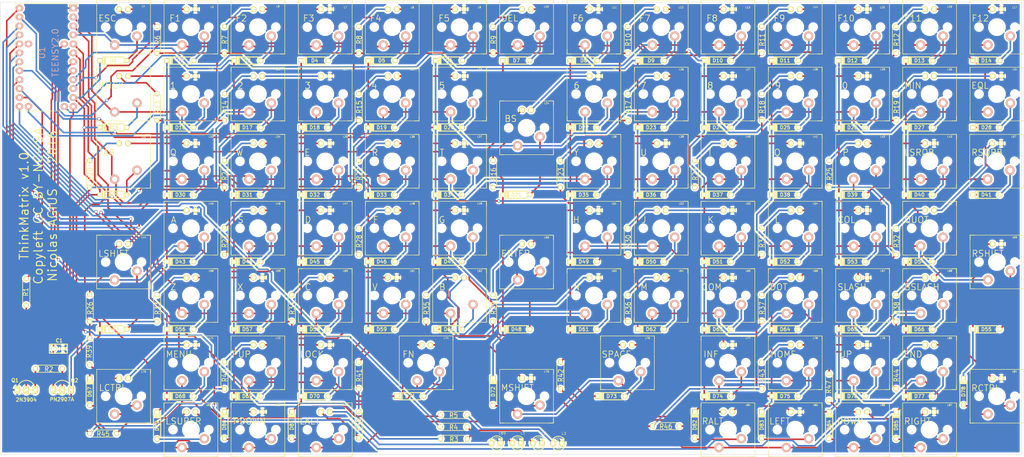
<source format=kicad_pcb>
(kicad_pcb (version 3) (host pcbnew "(2013-jul-07)-stable")
  (title_block (title ThinkMatrix))
  (layers (15 F.Cu signal) (0 B.Cu signal) (18 B.Paste user) (19 F.Paste user) (20 B.SilkS user) (21 F.SilkS user hide) (22 B.Mask user) (23 F.Mask user) (28 Edge.Cuts user))
  (net 0 "")
  (net 1 GND)
  (net 2 N-000001)
  (net 3 N-0000010)
  (net 4 N-00000100)
  (net 5 N-00000101)
  (net 6 N-00000102)
  (net 7 N-00000103)
  (net 8 N-00000104)
  (net 9 N-00000105)
  (net 10 N-00000106)
  (net 11 N-00000107)
  (net 12 N-00000108)
  (net 13 N-00000109)
  (net 14 N-0000011)
  (net 15 N-00000110)
  (net 16 N-00000111)
  (net 17 N-00000112)
  (net 18 N-00000113)
  (net 19 N-00000114)
  (net 20 N-00000115)
  (net 21 N-00000116)
  (net 22 N-00000117)
  (net 23 N-00000118)
  (net 24 N-00000119)
  (net 25 N-0000012)
  (net 26 N-00000120)
  (net 27 N-00000121)
  (net 28 N-00000122)
  (net 29 N-00000123)
  (net 30 N-00000124)
  (net 31 N-00000125)
  (net 32 N-00000126)
  (net 33 N-00000127)
  (net 34 N-00000128)
  (net 35 N-00000129)
  (net 36 N-0000013)
  (net 37 N-00000130)
  (net 38 N-00000131)
  (net 39 N-00000132)
  (net 40 N-00000133)
  (net 41 N-00000134)
  (net 42 N-00000135)
  (net 43 N-00000136)
  (net 44 N-00000137)
  (net 45 N-00000138)
  (net 46 N-00000139)
  (net 47 N-0000014)
  (net 48 N-00000140)
  (net 49 N-00000141)
  (net 50 N-00000142)
  (net 51 N-00000143)
  (net 52 N-00000144)
  (net 53 N-00000145)
  (net 54 N-00000146)
  (net 55 N-00000147)
  (net 56 N-00000148)
  (net 57 N-00000149)
  (net 58 N-0000015)
  (net 59 N-00000150)
  (net 60 N-00000151)
  (net 61 N-00000152)
  (net 62 N-00000153)
  (net 63 N-00000154)
  (net 64 N-00000155)
  (net 65 N-00000156)
  (net 66 N-00000157)
  (net 67 N-00000158)
  (net 68 N-00000159)
  (net 69 N-0000016)
  (net 70 N-00000160)
  (net 71 N-00000161)
  (net 72 N-00000162)
  (net 73 N-00000163)
  (net 74 N-00000164)
  (net 75 N-00000165)
  (net 76 N-00000166)
  (net 77 N-00000167)
  (net 78 N-00000168)
  (net 79 N-00000169)
  (net 80 N-0000017)
  (net 81 N-00000170)
  (net 82 N-00000171)
  (net 83 N-00000172)
  (net 84 N-00000173)
  (net 85 N-00000174)
  (net 86 N-00000175)
  (net 87 N-00000176)
  (net 88 N-00000177)
  (net 89 N-00000178)
  (net 90 N-00000179)
  (net 91 N-0000018)
  (net 92 N-00000180)
  (net 93 N-00000181)
  (net 94 N-00000182)
  (net 95 N-00000183)
  (net 96 N-00000184)
  (net 97 N-00000185)
  (net 98 N-00000186)
  (net 99 N-00000187)
  (net 100 N-00000188)
  (net 101 N-00000189)
  (net 102 N-0000019)
  (net 103 N-00000190)
  (net 104 N-00000191)
  (net 105 N-00000192)
  (net 106 N-00000193)
  (net 107 N-00000194)
  (net 108 N-00000195)
  (net 109 N-00000196)
  (net 110 N-00000197)
  (net 111 N-00000198)
  (net 112 N-00000199)
  (net 113 N-000002)
  (net 114 N-0000020)
  (net 115 N-00000200)
  (net 116 N-00000201)
  (net 117 N-00000202)
  (net 118 N-00000203)
  (net 119 N-00000204)
  (net 120 N-00000205)
  (net 121 N-00000206)
  (net 122 N-00000207)
  (net 123 N-00000208)
  (net 124 N-00000209)
  (net 125 N-0000021)
  (net 126 N-0000022)
  (net 127 N-0000023)
  (net 128 N-0000024)
  (net 129 N-0000025)
  (net 130 N-0000026)
  (net 131 N-0000027)
  (net 132 N-0000028)
  (net 133 N-0000029)
  (net 134 N-0000030)
  (net 135 N-0000031)
  (net 136 N-0000032)
  (net 137 N-0000033)
  (net 138 N-0000034)
  (net 139 N-0000035)
  (net 140 N-0000036)
  (net 141 N-0000037)
  (net 142 N-0000038)
  (net 143 N-0000039)
  (net 144 N-000004)
  (net 145 N-0000040)
  (net 146 N-0000041)
  (net 147 N-0000042)
  (net 148 N-0000043)
  (net 149 N-0000044)
  (net 150 N-0000045)
  (net 151 N-0000046)
  (net 152 N-0000047)
  (net 153 N-0000048)
  (net 154 N-0000049)
  (net 155 N-000005)
  (net 156 N-0000050)
  (net 157 N-0000051)
  (net 158 N-0000052)
  (net 159 N-0000053)
  (net 160 N-0000054)
  (net 161 N-0000055)
  (net 162 N-0000056)
  (net 163 N-0000057)
  (net 164 N-0000058)
  (net 165 N-0000059)
  (net 166 N-000006)
  (net 167 N-0000060)
  (net 168 N-0000061)
  (net 169 N-0000062)
  (net 170 N-0000063)
  (net 171 N-0000068)
  (net 172 N-0000069)
  (net 173 N-000007)
  (net 174 N-0000070)
  (net 175 N-0000071)
  (net 176 N-0000072)
  (net 177 N-0000073)
  (net 178 N-0000074)
  (net 179 N-0000075)
  (net 180 N-0000076)
  (net 181 N-0000077)
  (net 182 N-0000078)
  (net 183 N-0000079)
  (net 184 N-000008)
  (net 185 N-0000080)
  (net 186 N-0000081)
  (net 187 N-0000082)
  (net 188 N-0000083)
  (net 189 N-0000084)
  (net 190 N-0000085)
  (net 191 N-0000086)
  (net 192 N-0000087)
  (net 193 N-0000088)
  (net 194 N-0000089)
  (net 195 N-000009)
  (net 196 N-0000090)
  (net 197 N-0000091)
  (net 198 N-0000092)
  (net 199 N-0000093)
  (net 200 N-0000094)
  (net 201 N-0000095)
  (net 202 N-0000096)
  (net 203 N-0000097)
  (net 204 N-0000098)
  (net 205 N-0000099)
  (module TEENSY_2.0_rev (layer F.Cu) (at 79.3 91.4)
    (fp_text reference U1 (at -1.27 0 90) (layer B.SilkS) (effects (font (size 1.778 1.778) (thickness 0.2032))))
    (fp_text value TEENSY2.0 (at 2.54 0 90) (layer B.SilkS) (effects (font (size 1.778 1.778) (thickness 0.2032))))
    (pad 1 thru_hole rect (at 7.62 -12.7) (size 2.159 1.905) (drill 0.9906) (layers *.Cu *.SilkS *.Mask) (net 1 GND))
    (pad 2 thru_hole oval (at 7.62 -10.16) (size 2.159 1.905) (drill 0.9906) (layers *.Cu *.SilkS *.Mask) (net 40 N-00000133))
    (pad 3 thru_hole oval (at 7.62 -7.62) (size 2.159 1.905) (drill 0.9906) (layers *.Cu *.SilkS *.Mask) (net 171 N-0000068))
    (pad 4 thru_hole oval (at 7.62 -5.08) (size 2.159 1.905) (drill 0.9906) (layers *.Cu *.SilkS *.Mask) (net 94 N-00000182))
    (pad 5 thru_hole oval (at 7.62 -2.54) (size 2.159 1.905) (drill 0.9906) (layers *.Cu *.SilkS *.Mask) (net 70 N-00000160))
    (pad 6 thru_hole oval (at 7.62 0) (size 2.159 1.905) (drill 0.9906) (layers *.Cu *.SilkS *.Mask) (net 117 N-00000202))
    (pad 7 thru_hole oval (at 7.62 2.54) (size 2.159 1.905) (drill 0.9906) (layers *.Cu *.SilkS *.Mask) (net 120 N-00000205))
    (pad 8 thru_hole oval (at 7.62 5.08) (size 2.159 1.905) (drill 0.9906) (layers *.Cu *.SilkS *.Mask) (net 150 N-0000045))
    (pad 9 thru_hole oval (at 7.62 7.62) (size 2.159 1.905) (drill 0.9906) (layers *.Cu *.SilkS *.Mask) (net 93 N-00000181))
    (pad 10 thru_hole oval (at 7.62 10.16) (size 2.159 1.905) (drill 0.9906) (layers *.Cu *.SilkS *.Mask) (net 118 N-00000203))
    (pad 11 thru_hole oval (at 7.62 12.7) (size 2.159 1.905) (drill 0.9906) (layers *.Cu *.SilkS *.Mask) (net 198 N-0000092))
    (pad 12 thru_hole oval (at 7.62 15.24) (size 2.159 1.905) (drill 0.9906) (layers *.Cu *.SilkS *.Mask) (net 151 N-0000046))
    (pad 13 thru_hole oval (at 5.08 15.24) (size 2.159 1.905) (drill 0.9906) (layers *.Cu *.SilkS *.Mask) (net 49 N-00000141))
    (pad 17 thru_hole oval (at -5.08 15.24) (size 2.159 1.905) (drill 0.9906) (layers *.Cu *.SilkS *.Mask) (net 59 N-00000150))
    (pad 18 thru_hole oval (at -7.62 15.24) (size 2.159 1.905) (drill 0.9906) (layers *.Cu *.SilkS *.Mask) (net 101 N-00000189))
    (pad 19 thru_hole oval (at -7.62 12.7) (size 2.159 1.905) (drill 0.9906) (layers *.Cu *.SilkS *.Mask) (net 142 N-0000038))
    (pad 20 thru_hole oval (at -7.62 10.16) (size 2.159 1.905) (drill 0.9906) (layers *.Cu *.SilkS *.Mask) (net 17 N-00000112))
    (pad 21 thru_hole oval (at -7.62 7.62) (size 2.159 1.905) (drill 0.9906) (layers *.Cu *.SilkS *.Mask) (net 11 N-00000107))
    (pad 22 thru_hole oval (at -7.62 5.08) (size 2.159 1.905) (drill 0.9906) (layers *.Cu *.SilkS *.Mask) (net 199 N-0000093))
    (pad 23 thru_hole oval (at -7.62 2.54) (size 2.159 1.905) (drill 0.9906) (layers *.Cu *.SilkS *.Mask) (net 200 N-0000094))
    (pad 24 thru_hole oval (at -7.62 0) (size 2.159 1.905) (drill 0.9906) (layers *.Cu *.SilkS *.Mask) (net 149 N-0000044))
    (pad 25 thru_hole oval (at -7.62 -2.54) (size 2.159 1.905) (drill 0.9906) (layers *.Cu *.SilkS *.Mask) (net 110 N-00000197))
    (pad 26 thru_hole oval (at -7.62 -5.08) (size 2.159 1.905) (drill 0.9906) (layers *.Cu *.SilkS *.Mask) (net 172 N-0000069))
    (pad 27 thru_hole oval (at -7.62 -7.62) (size 2.159 1.905) (drill 0.9906) (layers *.Cu *.SilkS *.Mask) (net 82 N-00000171))
    (pad 28 thru_hole oval (at -7.62 -10.16) (size 2.159 1.905) (drill 0.9906) (layers *.Cu *.SilkS *.Mask) (net 84 N-00000173))
    (pad 29 thru_hole oval (at -7.62 -12.7) (size 2.159 1.905) (drill 0.9906) (layers *.Cu *.SilkS *.Mask) (net 48 N-00000140))
    (pad 30 thru_hole oval (at -5.08 -2.54) (size 2.159 1.905) (drill 0.9906) (layers *.Cu *.SilkS *.Mask))
    (pad 31 thru_hole oval (at 5.08 -2.54) (size 2.159 1.905) (drill 0.9906) (layers *.Cu *.SilkS *.Mask) (net 97 N-00000185))
    (pad "" np_thru_hole circle (at -1 12 180) (size 4 4) (drill 4) (layers *.Cu *.Mask F.SilkS))
  )
  (module SW_PCB_2PIN_NO (layer F.Cu) (at 234.6 103.1 180)
    (fp_text reference SW1:7 hide)
    (fp_text value 6 (at 4.9 2.4 180) (layer F.SilkS) (effects (font (size 1.778 1.778) (thickness 0.2032))))
    (pad 1 thru_hole circle (at 2.54 -5.08 180) (size 2.667 2.667) (drill 1.4986) (layers *.Cu *.SilkS *.Mask) (net 40 N-00000133))
    (pad 2 thru_hole circle (at -3.81 -2.54 180) (size 2.667 2.667) (drill 1.4986) (layers *.Cu *.SilkS *.Mask) (net 30 N-00000124))
    (pad "" np_thru_hole circle (at 5.08 0 180) (size 1.7018 1.7018) (drill 1.7018) (layers *.Cu *.Mask F.SilkS))
    (pad "" np_thru_hole circle (at -5.08 0 180) (size 1.7018 1.7018) (drill 1.7018) (layers *.Cu *.Mask F.SilkS))
    (pad "" np_thru_hole circle (at 0 0 180) (size 3.9878 3.9878) (drill 3.9878) (layers *.Cu *.Mask F.SilkS))
  )
  (module SW_PCB_2PIN_NO (layer F.Cu) (at 272.6 160.3 180)
    (fp_text reference SW4:9 hide)
    (fp_text value COM (at 4.6 2.4 180) (layer F.SilkS) (effects (font (size 1.778 1.778) (thickness 0.2032))))
    (pad 1 thru_hole circle (at 2.54 -5.08 180) (size 2.667 2.667) (drill 1.4986) (layers *.Cu *.SilkS *.Mask) (net 70 N-00000160))
    (pad 2 thru_hole circle (at -3.81 -2.54 180) (size 2.667 2.667) (drill 1.4986) (layers *.Cu *.SilkS *.Mask) (net 122 N-00000207))
    (pad "" np_thru_hole circle (at 5.08 0 180) (size 1.7018 1.7018) (drill 1.7018) (layers *.Cu *.Mask F.SilkS))
    (pad "" np_thru_hole circle (at -5.08 0 180) (size 1.7018 1.7018) (drill 1.7018) (layers *.Cu *.Mask F.SilkS))
    (pad "" np_thru_hole circle (at 0 0 180) (size 3.9878 3.9878) (drill 3.9878) (layers *.Cu *.Mask F.SilkS))
  )
  (module SW_PCB_2PIN_NO (layer F.Cu) (at 272.6 141.2 180)
    (fp_text reference SW3:9 hide)
    (fp_text value K (at 4.9 2.4 180) (layer F.SilkS) (effects (font (size 1.778 1.778) (thickness 0.2032))))
    (pad 1 thru_hole circle (at 2.54 -5.08 180) (size 2.667 2.667) (drill 1.4986) (layers *.Cu *.SilkS *.Mask) (net 97 N-00000185))
    (pad 2 thru_hole circle (at -3.81 -2.54 180) (size 2.667 2.667) (drill 1.4986) (layers *.Cu *.SilkS *.Mask) (net 96 N-00000184))
    (pad "" np_thru_hole circle (at 5.08 0 180) (size 1.7018 1.7018) (drill 1.7018) (layers *.Cu *.Mask F.SilkS))
    (pad "" np_thru_hole circle (at -5.08 0 180) (size 1.7018 1.7018) (drill 1.7018) (layers *.Cu *.Mask F.SilkS))
    (pad "" np_thru_hole circle (at 0 0 180) (size 3.9878 3.9878) (drill 3.9878) (layers *.Cu *.Mask F.SilkS))
  )
  (module SW_PCB_2PIN_NO (layer F.Cu) (at 272.6 122.2 180)
    (fp_text reference SW2:9 hide)
    (fp_text value I (at 5.1 2.5 180) (layer F.SilkS) (effects (font (size 1.778 1.778) (thickness 0.2032))))
    (pad 1 thru_hole circle (at 2.54 -5.08 180) (size 2.667 2.667) (drill 1.4986) (layers *.Cu *.SilkS *.Mask) (net 171 N-0000068))
    (pad 2 thru_hole circle (at -3.81 -2.54 180) (size 2.667 2.667) (drill 1.4986) (layers *.Cu *.SilkS *.Mask) (net 98 N-00000186))
    (pad "" np_thru_hole circle (at 5.08 0 180) (size 1.7018 1.7018) (drill 1.7018) (layers *.Cu *.Mask F.SilkS))
    (pad "" np_thru_hole circle (at -5.08 0 180) (size 1.7018 1.7018) (drill 1.7018) (layers *.Cu *.Mask F.SilkS))
    (pad "" np_thru_hole circle (at 0 0 180) (size 3.9878 3.9878) (drill 3.9878) (layers *.Cu *.Mask F.SilkS))
  )
  (module SW_PCB_2PIN_NO (layer F.Cu) (at 272.6 103.1 180)
    (fp_text reference SW1:9 hide)
    (fp_text value 8 (at 5 2.4 180) (layer F.SilkS) (effects (font (size 1.778 1.778) (thickness 0.2032))))
    (pad 1 thru_hole circle (at 2.54 -5.08 180) (size 2.667 2.667) (drill 1.4986) (layers *.Cu *.SilkS *.Mask) (net 40 N-00000133))
    (pad 2 thru_hole circle (at -3.81 -2.54 180) (size 2.667 2.667) (drill 1.4986) (layers *.Cu *.SilkS *.Mask) (net 99 N-00000187))
    (pad "" np_thru_hole circle (at 5.08 0 180) (size 1.7018 1.7018) (drill 1.7018) (layers *.Cu *.Mask F.SilkS))
    (pad "" np_thru_hole circle (at -5.08 0 180) (size 1.7018 1.7018) (drill 1.7018) (layers *.Cu *.Mask F.SilkS))
    (pad "" np_thru_hole circle (at 0 0 180) (size 3.9878 3.9878) (drill 3.9878) (layers *.Cu *.Mask F.SilkS))
  )
  (module SW_PCB_2PIN_NO (layer F.Cu) (at 253.7 84.1 180)
    (fp_text reference SW0:8 hide)
    (fp_text value F7 (at 4.7 2.5 180) (layer F.SilkS) (effects (font (size 1.778 1.778) (thickness 0.2032))))
    (pad 1 thru_hole circle (at 2.54 -5.08 180) (size 2.667 2.667) (drill 1.4986) (layers *.Cu *.SilkS *.Mask) (net 94 N-00000182))
    (pad 2 thru_hole circle (at -3.81 -2.54 180) (size 2.667 2.667) (drill 1.4986) (layers *.Cu *.SilkS *.Mask) (net 92 N-00000180))
    (pad "" np_thru_hole circle (at 5.08 0 180) (size 1.7018 1.7018) (drill 1.7018) (layers *.Cu *.Mask F.SilkS))
    (pad "" np_thru_hole circle (at -5.08 0 180) (size 1.7018 1.7018) (drill 1.7018) (layers *.Cu *.Mask F.SilkS))
    (pad "" np_thru_hole circle (at 0 0 180) (size 3.9878 3.9878) (drill 3.9878) (layers *.Cu *.Mask F.SilkS))
  )
  (module SW_PCB_2PIN_NO (layer F.Cu) (at 253.7 160.3 180)
    (fp_text reference SW4:8 hide)
    (fp_text value M (at 4.9 2.4 180) (layer F.SilkS) (effects (font (size 1.778 1.778) (thickness 0.2032))))
    (pad 1 thru_hole circle (at 2.54 -5.08 180) (size 2.667 2.667) (drill 1.4986) (layers *.Cu *.SilkS *.Mask) (net 70 N-00000160))
    (pad 2 thru_hole circle (at -3.81 -2.54 180) (size 2.667 2.667) (drill 1.4986) (layers *.Cu *.SilkS *.Mask) (net 90 N-00000179))
    (pad "" np_thru_hole circle (at 5.08 0 180) (size 1.7018 1.7018) (drill 1.7018) (layers *.Cu *.Mask F.SilkS))
    (pad "" np_thru_hole circle (at -5.08 0 180) (size 1.7018 1.7018) (drill 1.7018) (layers *.Cu *.Mask F.SilkS))
    (pad "" np_thru_hole circle (at 0 0 180) (size 3.9878 3.9878) (drill 3.9878) (layers *.Cu *.Mask F.SilkS))
  )
  (module SW_PCB_2PIN_NO (layer F.Cu) (at 253.7 141.2 180)
    (fp_text reference SW3:8 hide)
    (fp_text value J (at 4.9 2.4 180) (layer F.SilkS) (effects (font (size 1.778 1.778) (thickness 0.2032))))
    (pad 1 thru_hole circle (at 2.54 -5.08 180) (size 2.667 2.667) (drill 1.4986) (layers *.Cu *.SilkS *.Mask) (net 97 N-00000185))
    (pad 2 thru_hole circle (at -3.81 -2.54 180) (size 2.667 2.667) (drill 1.4986) (layers *.Cu *.SilkS *.Mask) (net 95 N-00000183))
    (pad "" np_thru_hole circle (at 5.08 0 180) (size 1.7018 1.7018) (drill 1.7018) (layers *.Cu *.Mask F.SilkS))
    (pad "" np_thru_hole circle (at -5.08 0 180) (size 1.7018 1.7018) (drill 1.7018) (layers *.Cu *.Mask F.SilkS))
    (pad "" np_thru_hole circle (at 0 0 180) (size 3.9878 3.9878) (drill 3.9878) (layers *.Cu *.Mask F.SilkS))
  )
  (module SW_PCB_2PIN_NO (layer F.Cu) (at 253.7 122.2 180)
    (fp_text reference SW2:8 hide)
    (fp_text value U (at 5 2.5 180) (layer F.SilkS) (effects (font (size 1.778 1.778) (thickness 0.2032))))
    (pad 1 thru_hole circle (at 2.54 -5.08 180) (size 2.667 2.667) (drill 1.4986) (layers *.Cu *.SilkS *.Mask) (net 171 N-0000068))
    (pad 2 thru_hole circle (at -3.81 -2.54 180) (size 2.667 2.667) (drill 1.4986) (layers *.Cu *.SilkS *.Mask) (net 106 N-00000193))
    (pad "" np_thru_hole circle (at 5.08 0 180) (size 1.7018 1.7018) (drill 1.7018) (layers *.Cu *.Mask F.SilkS))
    (pad "" np_thru_hole circle (at -5.08 0 180) (size 1.7018 1.7018) (drill 1.7018) (layers *.Cu *.Mask F.SilkS))
    (pad "" np_thru_hole circle (at 0 0 180) (size 3.9878 3.9878) (drill 3.9878) (layers *.Cu *.Mask F.SilkS))
  )
  (module SW_PCB_2PIN_NO (layer F.Cu) (at 253.7 103.1 180)
    (fp_text reference SW1:8 hide)
    (fp_text value 7 (at 5.1 2.4 180) (layer F.SilkS) (effects (font (size 1.778 1.778) (thickness 0.2032))))
    (pad 1 thru_hole circle (at 2.54 -5.08 180) (size 2.667 2.667) (drill 1.4986) (layers *.Cu *.SilkS *.Mask) (net 40 N-00000133))
    (pad 2 thru_hole circle (at -3.81 -2.54 180) (size 2.667 2.667) (drill 1.4986) (layers *.Cu *.SilkS *.Mask) (net 105 N-00000192))
    (pad "" np_thru_hole circle (at 5.08 0 180) (size 1.7018 1.7018) (drill 1.7018) (layers *.Cu *.Mask F.SilkS))
    (pad "" np_thru_hole circle (at -5.08 0 180) (size 1.7018 1.7018) (drill 1.7018) (layers *.Cu *.Mask F.SilkS))
    (pad "" np_thru_hole circle (at 0 0 180) (size 3.9878 3.9878) (drill 3.9878) (layers *.Cu *.Mask F.SilkS))
  )
  (module SW_PCB_2PIN_NO (layer F.Cu) (at 234.6 84.1 180)
    (fp_text reference SW0:7 hide)
    (fp_text value F6 (at 4.5 2.5 180) (layer F.SilkS) (effects (font (size 1.778 1.778) (thickness 0.2032))))
    (pad 1 thru_hole circle (at 2.54 -5.08 180) (size 2.667 2.667) (drill 1.4986) (layers *.Cu *.SilkS *.Mask) (net 94 N-00000182))
    (pad 2 thru_hole circle (at -3.81 -2.54 180) (size 2.667 2.667) (drill 1.4986) (layers *.Cu *.SilkS *.Mask) (net 107 N-00000194))
    (pad "" np_thru_hole circle (at 5.08 0 180) (size 1.7018 1.7018) (drill 1.7018) (layers *.Cu *.Mask F.SilkS))
    (pad "" np_thru_hole circle (at -5.08 0 180) (size 1.7018 1.7018) (drill 1.7018) (layers *.Cu *.Mask F.SilkS))
    (pad "" np_thru_hole circle (at 0 0 180) (size 3.9878 3.9878) (drill 3.9878) (layers *.Cu *.Mask F.SilkS))
  )
  (module SW_PCB_2PIN_NO (layer F.Cu) (at 244.1 179.4 180)
    (fp_text reference SW5:7 hide)
    (fp_text value SPACE (at 3.1 2.4 180) (layer F.SilkS) (effects (font (size 1.778 1.778) (thickness 0.2032))))
    (pad 1 thru_hole circle (at 2.54 -5.08 180) (size 2.667 2.667) (drill 1.4986) (layers *.Cu *.SilkS *.Mask) (net 117 N-00000202))
    (pad 2 thru_hole circle (at -3.81 -2.54 180) (size 2.667 2.667) (drill 1.4986) (layers *.Cu *.SilkS *.Mask) (net 100 N-00000188))
    (pad "" np_thru_hole circle (at 5.08 0 180) (size 1.7018 1.7018) (drill 1.7018) (layers *.Cu *.Mask F.SilkS))
    (pad "" np_thru_hole circle (at -5.08 0 180) (size 1.7018 1.7018) (drill 1.7018) (layers *.Cu *.Mask F.SilkS))
    (pad "" np_thru_hole circle (at 0 0 180) (size 3.9878 3.9878) (drill 3.9878) (layers *.Cu *.Mask F.SilkS))
  )
  (module SW_PCB_2PIN_NO (layer F.Cu) (at 234.6 160.3 180)
    (fp_text reference SW4:7 hide)
    (fp_text value N (at 4.9 2.4 180) (layer F.SilkS) (effects (font (size 1.778 1.778) (thickness 0.2032))))
    (pad 1 thru_hole circle (at 2.54 -5.08 180) (size 2.667 2.667) (drill 1.4986) (layers *.Cu *.SilkS *.Mask) (net 70 N-00000160))
    (pad 2 thru_hole circle (at -3.81 -2.54 180) (size 2.667 2.667) (drill 1.4986) (layers *.Cu *.SilkS *.Mask) (net 103 N-00000190))
    (pad "" np_thru_hole circle (at 5.08 0 180) (size 1.7018 1.7018) (drill 1.7018) (layers *.Cu *.Mask F.SilkS))
    (pad "" np_thru_hole circle (at -5.08 0 180) (size 1.7018 1.7018) (drill 1.7018) (layers *.Cu *.Mask F.SilkS))
    (pad "" np_thru_hole circle (at 0 0 180) (size 3.9878 3.9878) (drill 3.9878) (layers *.Cu *.Mask F.SilkS))
  )
  (module SW_PCB_2PIN_NO (layer F.Cu) (at 234.6 141.2 180)
    (fp_text reference SW3:7 hide)
    (fp_text value H (at 5 2.4 180) (layer F.SilkS) (effects (font (size 1.778 1.778) (thickness 0.2032))))
    (pad 1 thru_hole circle (at 2.54 -5.08 180) (size 2.667 2.667) (drill 1.4986) (layers *.Cu *.SilkS *.Mask) (net 97 N-00000185))
    (pad 2 thru_hole circle (at -3.81 -2.54 180) (size 2.667 2.667) (drill 1.4986) (layers *.Cu *.SilkS *.Mask) (net 104 N-00000191))
    (pad "" np_thru_hole circle (at 5.08 0 180) (size 1.7018 1.7018) (drill 1.7018) (layers *.Cu *.Mask F.SilkS))
    (pad "" np_thru_hole circle (at -5.08 0 180) (size 1.7018 1.7018) (drill 1.7018) (layers *.Cu *.Mask F.SilkS))
    (pad "" np_thru_hole circle (at 0 0 180) (size 3.9878 3.9878) (drill 3.9878) (layers *.Cu *.Mask F.SilkS))
  )
  (module SW_PCB_2PIN_NO (layer F.Cu) (at 234.6 122.2 180)
    (fp_text reference SW2:7 hide)
    (fp_text value Y (at 5 2.5 180) (layer F.SilkS) (effects (font (size 1.778 1.778) (thickness 0.2032))))
    (pad 1 thru_hole circle (at 2.54 -5.08 180) (size 2.667 2.667) (drill 1.4986) (layers *.Cu *.SilkS *.Mask) (net 171 N-0000068))
    (pad 2 thru_hole circle (at -3.81 -2.54 180) (size 2.667 2.667) (drill 1.4986) (layers *.Cu *.SilkS *.Mask) (net 29 N-00000123))
    (pad "" np_thru_hole circle (at 5.08 0 180) (size 1.7018 1.7018) (drill 1.7018) (layers *.Cu *.Mask F.SilkS))
    (pad "" np_thru_hole circle (at -5.08 0 180) (size 1.7018 1.7018) (drill 1.7018) (layers *.Cu *.Mask F.SilkS))
    (pad "" np_thru_hole circle (at 0 0 180) (size 3.9878 3.9878) (drill 3.9878) (layers *.Cu *.Mask F.SilkS))
  )
  (module SW_PCB_2PIN_NO (layer F.Cu) (at 272.6 198.4 180)
    (fp_text reference SW6:9 hide)
    (fp_text value RALT (at 4.3 2.4 180) (layer F.SilkS) (effects (font (size 1.778 1.778) (thickness 0.2032))))
    (pad 1 thru_hole circle (at 2.54 -5.08 180) (size 2.667 2.667) (drill 1.4986) (layers *.Cu *.SilkS *.Mask) (net 120 N-00000205))
    (pad 2 thru_hole circle (at -3.81 -2.54 180) (size 2.667 2.667) (drill 1.4986) (layers *.Cu *.SilkS *.Mask) (net 119 N-00000204))
    (pad "" np_thru_hole circle (at 5.08 0 180) (size 1.7018 1.7018) (drill 1.7018) (layers *.Cu *.Mask F.SilkS))
    (pad "" np_thru_hole circle (at -5.08 0 180) (size 1.7018 1.7018) (drill 1.7018) (layers *.Cu *.Mask F.SilkS))
    (pad "" np_thru_hole circle (at 0 0 180) (size 3.9878 3.9878) (drill 3.9878) (layers *.Cu *.Mask F.SilkS))
  )
  (module SW_PCB_2PIN_NO (layer F.Cu) (at 215.5 84.1 180)
    (fp_text reference SW0:6 hide)
    (fp_text value DEL (at 4.8 2.5 180) (layer F.SilkS) (effects (font (size 1.778 1.778) (thickness 0.2032))))
    (pad 1 thru_hole circle (at 2.54 -5.08 180) (size 2.667 2.667) (drill 1.4986) (layers *.Cu *.SilkS *.Mask) (net 94 N-00000182))
    (pad 2 thru_hole circle (at -3.81 -2.54 180) (size 2.667 2.667) (drill 1.4986) (layers *.Cu *.SilkS *.Mask) (net 31 N-00000125))
    (pad "" np_thru_hole circle (at 5.08 0 180) (size 1.7018 1.7018) (drill 1.7018) (layers *.Cu *.Mask F.SilkS))
    (pad "" np_thru_hole circle (at -5.08 0 180) (size 1.7018 1.7018) (drill 1.7018) (layers *.Cu *.Mask F.SilkS))
    (pad "" np_thru_hole circle (at 0 0 180) (size 3.9878 3.9878) (drill 3.9878) (layers *.Cu *.Mask F.SilkS))
  )
  (module SW_PCB_2PIN_NO (layer F.Cu) (at 215.5 188.9 180)
    (fp_text reference SW5:6 hide)
    (fp_text value MSHIFT (at 2.6 2.4 180) (layer F.SilkS) (effects (font (size 1.778 1.778) (thickness 0.2032))))
    (pad 1 thru_hole circle (at 2.54 -5.08 180) (size 2.667 2.667) (drill 1.4986) (layers *.Cu *.SilkS *.Mask) (net 117 N-00000202))
    (pad 2 thru_hole circle (at -3.81 -2.54 180) (size 2.667 2.667) (drill 1.4986) (layers *.Cu *.SilkS *.Mask) (net 27 N-00000121))
    (pad "" np_thru_hole circle (at 5.08 0 180) (size 1.7018 1.7018) (drill 1.7018) (layers *.Cu *.Mask F.SilkS))
    (pad "" np_thru_hole circle (at -5.08 0 180) (size 1.7018 1.7018) (drill 1.7018) (layers *.Cu *.Mask F.SilkS))
    (pad "" np_thru_hole circle (at 0 0 180) (size 3.9878 3.9878) (drill 3.9878) (layers *.Cu *.Mask F.SilkS))
  )
  (module SW_PCB_2PIN_NO (layer F.Cu) (at 215.5 150.8 180)
    (fp_text reference SW3:6 hide)
    (fp_text value ENTER (at 3.1 2.4 180) (layer F.SilkS) (effects (font (size 1.778 1.778) (thickness 0.2032))))
    (pad 1 thru_hole circle (at 2.54 -5.08 180) (size 2.667 2.667) (drill 1.4986) (layers *.Cu *.SilkS *.Mask) (net 97 N-00000185))
    (pad 2 thru_hole circle (at -3.81 -2.54 180) (size 2.667 2.667) (drill 1.4986) (layers *.Cu *.SilkS *.Mask) (net 26 N-00000120))
    (pad "" np_thru_hole circle (at 5.08 0 180) (size 1.7018 1.7018) (drill 1.7018) (layers *.Cu *.Mask F.SilkS))
    (pad "" np_thru_hole circle (at -5.08 0 180) (size 1.7018 1.7018) (drill 1.7018) (layers *.Cu *.Mask F.SilkS))
    (pad "" np_thru_hole circle (at 0 0 180) (size 3.9878 3.9878) (drill 3.9878) (layers *.Cu *.Mask F.SilkS))
  )
  (module SW_PCB_2PIN_NO (layer F.Cu) (at 215.5 112.7 180)
    (fp_text reference SW1:6 hide)
    (fp_text value BS (at 4.5 2.6 180) (layer F.SilkS) (effects (font (size 1.778 1.778) (thickness 0.2032))))
    (pad 1 thru_hole circle (at 2.54 -5.08 180) (size 2.667 2.667) (drill 1.4986) (layers *.Cu *.SilkS *.Mask) (net 40 N-00000133))
    (pad 2 thru_hole circle (at -3.81 -2.54 180) (size 2.667 2.667) (drill 1.4986) (layers *.Cu *.SilkS *.Mask) (net 28 N-00000122))
    (pad "" np_thru_hole circle (at 5.08 0 180) (size 1.7018 1.7018) (drill 1.7018) (layers *.Cu *.Mask F.SilkS))
    (pad "" np_thru_hole circle (at -5.08 0 180) (size 1.7018 1.7018) (drill 1.7018) (layers *.Cu *.Mask F.SilkS))
    (pad "" np_thru_hole circle (at 0 0 180) (size 3.9878 3.9878) (drill 3.9878) (layers *.Cu *.Mask F.SilkS))
  )
  (module SW_PCB_2PIN_NO (layer F.Cu) (at 196.5 84.1 180)
    (fp_text reference SW0:5 hide)
    (fp_text value F5 (at 4.4 2.5 180) (layer F.SilkS) (effects (font (size 1.778 1.778) (thickness 0.2032))))
    (pad 1 thru_hole circle (at 2.54 -5.08 180) (size 2.667 2.667) (drill 1.4986) (layers *.Cu *.SilkS *.Mask) (net 94 N-00000182))
    (pad 2 thru_hole circle (at -3.81 -2.54 180) (size 2.667 2.667) (drill 1.4986) (layers *.Cu *.SilkS *.Mask) (net 35 N-00000129))
    (pad "" np_thru_hole circle (at 5.08 0 180) (size 1.7018 1.7018) (drill 1.7018) (layers *.Cu *.Mask F.SilkS))
    (pad "" np_thru_hole circle (at -5.08 0 180) (size 1.7018 1.7018) (drill 1.7018) (layers *.Cu *.Mask F.SilkS))
    (pad "" np_thru_hole circle (at 0 0 180) (size 3.9878 3.9878) (drill 3.9878) (layers *.Cu *.Mask F.SilkS))
  )
  (module SW_PCB_2PIN_NO (layer F.Cu) (at 196.5 160.3 180)
    (fp_text reference SW4:5 hide)
    (fp_text value B (at 4.9 2.4 180) (layer F.SilkS) (effects (font (size 1.778 1.778) (thickness 0.2032))))
    (pad 1 thru_hole circle (at 2.54 -5.08 180) (size 2.667 2.667) (drill 1.4986) (layers *.Cu *.SilkS *.Mask) (net 70 N-00000160))
    (pad 2 thru_hole circle (at -3.81 -2.54 180) (size 2.667 2.667) (drill 1.4986) (layers *.Cu *.SilkS *.Mask) (net 34 N-00000128))
    (pad "" np_thru_hole circle (at 5.08 0 180) (size 1.7018 1.7018) (drill 1.7018) (layers *.Cu *.Mask F.SilkS))
    (pad "" np_thru_hole circle (at -5.08 0 180) (size 1.7018 1.7018) (drill 1.7018) (layers *.Cu *.Mask F.SilkS))
    (pad "" np_thru_hole circle (at 0 0 180) (size 3.9878 3.9878) (drill 3.9878) (layers *.Cu *.Mask F.SilkS))
  )
  (module SW_PCB_2PIN_NO (layer F.Cu) (at 196.5 141.2 180)
    (fp_text reference SW3:5 hide)
    (fp_text value G (at 5 2.4 180) (layer F.SilkS) (effects (font (size 1.778 1.778) (thickness 0.2032))))
    (pad 1 thru_hole circle (at 2.54 -5.08 180) (size 2.667 2.667) (drill 1.4986) (layers *.Cu *.SilkS *.Mask) (net 97 N-00000185))
    (pad 2 thru_hole circle (at -3.81 -2.54 180) (size 2.667 2.667) (drill 1.4986) (layers *.Cu *.SilkS *.Mask) (net 37 N-00000130))
    (pad "" np_thru_hole circle (at 5.08 0 180) (size 1.7018 1.7018) (drill 1.7018) (layers *.Cu *.Mask F.SilkS))
    (pad "" np_thru_hole circle (at -5.08 0 180) (size 1.7018 1.7018) (drill 1.7018) (layers *.Cu *.Mask F.SilkS))
    (pad "" np_thru_hole circle (at 0 0 180) (size 3.9878 3.9878) (drill 3.9878) (layers *.Cu *.Mask F.SilkS))
  )
  (module SW_PCB_2PIN_NO (layer F.Cu) (at 196.5 122.2 180)
    (fp_text reference SW2:5 hide)
    (fp_text value T (at 5 2.5 180) (layer F.SilkS) (effects (font (size 1.778 1.778) (thickness 0.2032))))
    (pad 1 thru_hole circle (at 2.54 -5.08 180) (size 2.667 2.667) (drill 1.4986) (layers *.Cu *.SilkS *.Mask) (net 171 N-0000068))
    (pad 2 thru_hole circle (at -3.81 -2.54 180) (size 2.667 2.667) (drill 1.4986) (layers *.Cu *.SilkS *.Mask) (net 33 N-00000127))
    (pad "" np_thru_hole circle (at 5.08 0 180) (size 1.7018 1.7018) (drill 1.7018) (layers *.Cu *.Mask F.SilkS))
    (pad "" np_thru_hole circle (at -5.08 0 180) (size 1.7018 1.7018) (drill 1.7018) (layers *.Cu *.Mask F.SilkS))
    (pad "" np_thru_hole circle (at 0 0 180) (size 3.9878 3.9878) (drill 3.9878) (layers *.Cu *.Mask F.SilkS))
  )
  (module SW_PCB_2PIN_NO (layer F.Cu) (at 196.5 103.1 180)
    (fp_text reference SW1:5 hide)
    (fp_text value 5 (at 5 2.4 180) (layer F.SilkS) (effects (font (size 1.778 1.778) (thickness 0.2032))))
    (pad 1 thru_hole circle (at 2.54 -5.08 180) (size 2.667 2.667) (drill 1.4986) (layers *.Cu *.SilkS *.Mask) (net 40 N-00000133))
    (pad 2 thru_hole circle (at -3.81 -2.54 180) (size 2.667 2.667) (drill 1.4986) (layers *.Cu *.SilkS *.Mask) (net 32 N-00000126))
    (pad "" np_thru_hole circle (at 5.08 0 180) (size 1.7018 1.7018) (drill 1.7018) (layers *.Cu *.Mask F.SilkS))
    (pad "" np_thru_hole circle (at -5.08 0 180) (size 1.7018 1.7018) (drill 1.7018) (layers *.Cu *.Mask F.SilkS))
    (pad "" np_thru_hole circle (at 0 0 180) (size 3.9878 3.9878) (drill 3.9878) (layers *.Cu *.Mask F.SilkS))
  )
  (module SW_PCB_2PIN_NO (layer F.Cu) (at 177.4 84.1 180)
    (fp_text reference SW0:4 hide)
    (fp_text value F4 (at 4.7 2.5 180) (layer F.SilkS) (effects (font (size 1.778 1.778) (thickness 0.2032))))
    (pad 1 thru_hole circle (at 2.54 -5.08 180) (size 2.667 2.667) (drill 1.4986) (layers *.Cu *.SilkS *.Mask) (net 94 N-00000182))
    (pad 2 thru_hole circle (at -3.81 -2.54 180) (size 2.667 2.667) (drill 1.4986) (layers *.Cu *.SilkS *.Mask) (net 23 N-00000118))
    (pad "" np_thru_hole circle (at 5.08 0 180) (size 1.7018 1.7018) (drill 1.7018) (layers *.Cu *.Mask F.SilkS))
    (pad "" np_thru_hole circle (at -5.08 0 180) (size 1.7018 1.7018) (drill 1.7018) (layers *.Cu *.Mask F.SilkS))
    (pad "" np_thru_hole circle (at 0 0 180) (size 3.9878 3.9878) (drill 3.9878) (layers *.Cu *.Mask F.SilkS))
  )
  (module SW_PCB_2PIN_NO (layer F.Cu) (at 187 179.4 180)
    (fp_text reference SW5:4 hide)
    (fp_text value FN (at 5 2.4 180) (layer F.SilkS) (effects (font (size 1.778 1.778) (thickness 0.2032))))
    (pad 1 thru_hole circle (at 2.54 -5.08 180) (size 2.667 2.667) (drill 1.4986) (layers *.Cu *.SilkS *.Mask) (net 117 N-00000202))
    (pad 2 thru_hole circle (at -3.81 -2.54 180) (size 2.667 2.667) (drill 1.4986) (layers *.Cu *.SilkS *.Mask) (net 15 N-00000110))
    (pad "" np_thru_hole circle (at 5.08 0 180) (size 1.7018 1.7018) (drill 1.7018) (layers *.Cu *.Mask F.SilkS))
    (pad "" np_thru_hole circle (at -5.08 0 180) (size 1.7018 1.7018) (drill 1.7018) (layers *.Cu *.Mask F.SilkS))
    (pad "" np_thru_hole circle (at 0 0 180) (size 3.9878 3.9878) (drill 3.9878) (layers *.Cu *.Mask F.SilkS))
  )
  (module SW_PCB_2PIN_NO (layer F.Cu) (at 177.4 160.3 180)
    (fp_text reference SW4:4 hide)
    (fp_text value V (at 4.9 2.4 180) (layer F.SilkS) (effects (font (size 1.778 1.778) (thickness 0.2032))))
    (pad 1 thru_hole circle (at 2.54 -5.08 180) (size 2.667 2.667) (drill 1.4986) (layers *.Cu *.SilkS *.Mask) (net 70 N-00000160))
    (pad 2 thru_hole circle (at -3.81 -2.54 180) (size 2.667 2.667) (drill 1.4986) (layers *.Cu *.SilkS *.Mask) (net 16 N-00000111))
    (pad "" np_thru_hole circle (at 5.08 0 180) (size 1.7018 1.7018) (drill 1.7018) (layers *.Cu *.Mask F.SilkS))
    (pad "" np_thru_hole circle (at -5.08 0 180) (size 1.7018 1.7018) (drill 1.7018) (layers *.Cu *.Mask F.SilkS))
    (pad "" np_thru_hole circle (at 0 0 180) (size 3.9878 3.9878) (drill 3.9878) (layers *.Cu *.Mask F.SilkS))
  )
  (module SW_PCB_2PIN_NO (layer F.Cu) (at 310.8 179.4 180)
    (fp_text reference SW5:11 hide)
    (fp_text value UP (at 4.8 2.4 180) (layer F.SilkS) (effects (font (size 1.778 1.778) (thickness 0.2032))))
    (pad 1 thru_hole circle (at 2.54 -5.08 180) (size 2.667 2.667) (drill 1.4986) (layers *.Cu *.SilkS *.Mask) (net 117 N-00000202))
    (pad 2 thru_hole circle (at -3.81 -2.54 180) (size 2.667 2.667) (drill 1.4986) (layers *.Cu *.SilkS *.Mask) (net 75 N-00000165))
    (pad "" np_thru_hole circle (at 5.08 0 180) (size 1.7018 1.7018) (drill 1.7018) (layers *.Cu *.Mask F.SilkS))
    (pad "" np_thru_hole circle (at -5.08 0 180) (size 1.7018 1.7018) (drill 1.7018) (layers *.Cu *.Mask F.SilkS))
    (pad "" np_thru_hole circle (at 0 0 180) (size 3.9878 3.9878) (drill 3.9878) (layers *.Cu *.Mask F.SilkS))
  )
  (module SW_PCB_2PIN_NO (layer F.Cu) (at 348.9 84.1 180)
    (fp_text reference SW0:13 hide)
    (fp_text value F12 (at 4.7 2.5 180) (layer F.SilkS) (effects (font (size 1.778 1.778) (thickness 0.2032))))
    (pad 1 thru_hole circle (at 2.54 -5.08 180) (size 2.667 2.667) (drill 1.4986) (layers *.Cu *.SilkS *.Mask) (net 94 N-00000182))
    (pad 2 thru_hole circle (at -3.81 -2.54 180) (size 2.667 2.667) (drill 1.4986) (layers *.Cu *.SilkS *.Mask) (net 79 N-00000169))
    (pad "" np_thru_hole circle (at 5.08 0 180) (size 1.7018 1.7018) (drill 1.7018) (layers *.Cu *.Mask F.SilkS))
    (pad "" np_thru_hole circle (at -5.08 0 180) (size 1.7018 1.7018) (drill 1.7018) (layers *.Cu *.Mask F.SilkS))
    (pad "" np_thru_hole circle (at 0 0 180) (size 3.9878 3.9878) (drill 3.9878) (layers *.Cu *.Mask F.SilkS))
  )
  (module SW_PCB_2PIN_NO (layer F.Cu) (at 348.9 188.9 180)
    (fp_text reference SW5:13 hide)
    (fp_text value RCTRL (at 3.2 2.3 180) (layer F.SilkS) (effects (font (size 1.778 1.778) (thickness 0.2032))))
    (pad 1 thru_hole circle (at 2.54 -5.08 180) (size 2.667 2.667) (drill 1.4986) (layers *.Cu *.SilkS *.Mask) (net 117 N-00000202))
    (pad 2 thru_hole circle (at -3.81 -2.54 180) (size 2.667 2.667) (drill 1.4986) (layers *.Cu *.SilkS *.Mask) (net 88 N-00000177))
    (pad "" np_thru_hole circle (at 5.08 0 180) (size 1.7018 1.7018) (drill 1.7018) (layers *.Cu *.Mask F.SilkS))
    (pad "" np_thru_hole circle (at -5.08 0 180) (size 1.7018 1.7018) (drill 1.7018) (layers *.Cu *.Mask F.SilkS))
    (pad "" np_thru_hole circle (at 0 0 180) (size 3.9878 3.9878) (drill 3.9878) (layers *.Cu *.Mask F.SilkS))
  )
  (module SW_PCB_2PIN_NO (layer F.Cu) (at 348.9 150.8 180)
    (fp_text reference SW3:13 hide)
    (fp_text value RSHIFT (at 2.6 2.4 180) (layer F.SilkS) (effects (font (size 1.778 1.778) (thickness 0.2032))))
    (pad 1 thru_hole circle (at 2.54 -5.08 180) (size 2.667 2.667) (drill 1.4986) (layers *.Cu *.SilkS *.Mask) (net 97 N-00000185))
    (pad 2 thru_hole circle (at -3.81 -2.54 180) (size 2.667 2.667) (drill 1.4986) (layers *.Cu *.SilkS *.Mask) (net 87 N-00000176))
    (pad "" np_thru_hole circle (at 5.08 0 180) (size 1.7018 1.7018) (drill 1.7018) (layers *.Cu *.Mask F.SilkS))
    (pad "" np_thru_hole circle (at -5.08 0 180) (size 1.7018 1.7018) (drill 1.7018) (layers *.Cu *.Mask F.SilkS))
    (pad "" np_thru_hole circle (at 0 0 180) (size 3.9878 3.9878) (drill 3.9878) (layers *.Cu *.Mask F.SilkS))
  )
  (module SW_PCB_2PIN_NO (layer F.Cu) (at 348.8 122.2 180)
    (fp_text reference SW2:13 hide)
    (fp_text value RSQRB (at 2.7 2.5 180) (layer F.SilkS) (effects (font (size 1.778 1.778) (thickness 0.2032))))
    (pad 1 thru_hole circle (at 2.54 -5.08 180) (size 2.667 2.667) (drill 1.4986) (layers *.Cu *.SilkS *.Mask) (net 171 N-0000068))
    (pad 2 thru_hole circle (at -3.81 -2.54 180) (size 2.667 2.667) (drill 1.4986) (layers *.Cu *.SilkS *.Mask) (net 89 N-00000178))
    (pad "" np_thru_hole circle (at 5.08 0 180) (size 1.7018 1.7018) (drill 1.7018) (layers *.Cu *.Mask F.SilkS))
    (pad "" np_thru_hole circle (at -5.08 0 180) (size 1.7018 1.7018) (drill 1.7018) (layers *.Cu *.Mask F.SilkS))
    (pad "" np_thru_hole circle (at 0 0 180) (size 3.9878 3.9878) (drill 3.9878) (layers *.Cu *.Mask F.SilkS))
  )
  (module SW_PCB_2PIN_NO (layer F.Cu) (at 348.9 103.1 180)
    (fp_text reference SW1:13 hide)
    (fp_text value EQL (at 4.8 2.4 180) (layer F.SilkS) (effects (font (size 1.778 1.778) (thickness 0.2032))))
    (pad 1 thru_hole circle (at 2.54 -5.08 180) (size 2.667 2.667) (drill 1.4986) (layers *.Cu *.SilkS *.Mask) (net 40 N-00000133))
    (pad 2 thru_hole circle (at -3.81 -2.54 180) (size 2.667 2.667) (drill 1.4986) (layers *.Cu *.SilkS *.Mask) (net 83 N-00000172))
    (pad "" np_thru_hole circle (at 5.08 0 180) (size 1.7018 1.7018) (drill 1.7018) (layers *.Cu *.Mask F.SilkS))
    (pad "" np_thru_hole circle (at -5.08 0 180) (size 1.7018 1.7018) (drill 1.7018) (layers *.Cu *.Mask F.SilkS))
    (pad "" np_thru_hole circle (at 0 0 180) (size 3.9878 3.9878) (drill 3.9878) (layers *.Cu *.Mask F.SilkS))
  )
  (module SW_PCB_2PIN_NO (layer F.Cu) (at 329.8 84.1 180)
    (fp_text reference SW0:12 hide)
    (fp_text value F11 (at 4.7 2.5 180) (layer F.SilkS) (effects (font (size 1.778 1.778) (thickness 0.2032))))
    (pad 1 thru_hole circle (at 2.54 -5.08 180) (size 2.667 2.667) (drill 1.4986) (layers *.Cu *.SilkS *.Mask) (net 94 N-00000182))
    (pad 2 thru_hole circle (at -3.81 -2.54 180) (size 2.667 2.667) (drill 1.4986) (layers *.Cu *.SilkS *.Mask) (net 85 N-00000174))
    (pad "" np_thru_hole circle (at 5.08 0 180) (size 1.7018 1.7018) (drill 1.7018) (layers *.Cu *.Mask F.SilkS))
    (pad "" np_thru_hole circle (at -5.08 0 180) (size 1.7018 1.7018) (drill 1.7018) (layers *.Cu *.Mask F.SilkS))
    (pad "" np_thru_hole circle (at 0 0 180) (size 3.9878 3.9878) (drill 3.9878) (layers *.Cu *.Mask F.SilkS))
  )
  (module SW_PCB_2PIN_NO (layer F.Cu) (at 329.8 198.4 180)
    (fp_text reference SW6:12 hide)
    (fp_text value RIGHT (at 3.4 2.4 180) (layer F.SilkS) (effects (font (size 1.778 1.778) (thickness 0.2032))))
    (pad 1 thru_hole circle (at 2.54 -5.08 180) (size 2.667 2.667) (drill 1.4986) (layers *.Cu *.SilkS *.Mask) (net 120 N-00000205))
    (pad 2 thru_hole circle (at -3.81 -2.54 180) (size 2.667 2.667) (drill 1.4986) (layers *.Cu *.SilkS *.Mask) (net 86 N-00000175))
    (pad "" np_thru_hole circle (at 5.08 0 180) (size 1.7018 1.7018) (drill 1.7018) (layers *.Cu *.Mask F.SilkS))
    (pad "" np_thru_hole circle (at -5.08 0 180) (size 1.7018 1.7018) (drill 1.7018) (layers *.Cu *.Mask F.SilkS))
    (pad "" np_thru_hole circle (at 0 0 180) (size 3.9878 3.9878) (drill 3.9878) (layers *.Cu *.Mask F.SilkS))
  )
  (module SW_PCB_2PIN_NO (layer F.Cu) (at 329.8 160.3 180)
    (fp_text reference SW4:12 hide)
    (fp_text value BSLASH (at 2.2 2.4 180) (layer F.SilkS) (effects (font (size 1.778 1.778) (thickness 0.2032))))
    (pad 1 thru_hole circle (at 2.54 -5.08 180) (size 2.667 2.667) (drill 1.4986) (layers *.Cu *.SilkS *.Mask) (net 70 N-00000160))
    (pad 2 thru_hole circle (at -3.81 -2.54 180) (size 2.667 2.667) (drill 1.4986) (layers *.Cu *.SilkS *.Mask) (net 66 N-00000157))
    (pad "" np_thru_hole circle (at 5.08 0 180) (size 1.7018 1.7018) (drill 1.7018) (layers *.Cu *.Mask F.SilkS))
    (pad "" np_thru_hole circle (at -5.08 0 180) (size 1.7018 1.7018) (drill 1.7018) (layers *.Cu *.Mask F.SilkS))
    (pad "" np_thru_hole circle (at 0 0 180) (size 3.9878 3.9878) (drill 3.9878) (layers *.Cu *.Mask F.SilkS))
  )
  (module SW_PCB_2PIN_NO (layer F.Cu) (at 329.8 141.2 180)
    (fp_text reference SW3:12 hide)
    (fp_text value QUOT (at 3.7 2.4 180) (layer F.SilkS) (effects (font (size 1.778 1.778) (thickness 0.2032))))
    (pad 1 thru_hole circle (at 2.54 -5.08 180) (size 2.667 2.667) (drill 1.4986) (layers *.Cu *.SilkS *.Mask) (net 97 N-00000185))
    (pad 2 thru_hole circle (at -3.81 -2.54 180) (size 2.667 2.667) (drill 1.4986) (layers *.Cu *.SilkS *.Mask) (net 68 N-00000159))
    (pad "" np_thru_hole circle (at 5.08 0 180) (size 1.7018 1.7018) (drill 1.7018) (layers *.Cu *.Mask F.SilkS))
    (pad "" np_thru_hole circle (at -5.08 0 180) (size 1.7018 1.7018) (drill 1.7018) (layers *.Cu *.Mask F.SilkS))
    (pad "" np_thru_hole circle (at 0 0 180) (size 3.9878 3.9878) (drill 3.9878) (layers *.Cu *.Mask F.SilkS))
  )
  (module SW_PCB_2PIN_NO (layer F.Cu) (at 329.8 122.2 180)
    (fp_text reference SW2:12 hide)
    (fp_text value LSRQB (at 2.9 2.5 180) (layer F.SilkS) (effects (font (size 1.778 1.778) (thickness 0.2032))))
    (pad 1 thru_hole circle (at 2.54 -5.08 180) (size 2.667 2.667) (drill 1.4986) (layers *.Cu *.SilkS *.Mask) (net 171 N-0000068))
    (pad 2 thru_hole circle (at -3.81 -2.54 180) (size 2.667 2.667) (drill 1.4986) (layers *.Cu *.SilkS *.Mask) (net 64 N-00000155))
    (pad "" np_thru_hole circle (at 5.08 0 180) (size 1.7018 1.7018) (drill 1.7018) (layers *.Cu *.Mask F.SilkS))
    (pad "" np_thru_hole circle (at -5.08 0 180) (size 1.7018 1.7018) (drill 1.7018) (layers *.Cu *.Mask F.SilkS))
    (pad "" np_thru_hole circle (at 0 0 180) (size 3.9878 3.9878) (drill 3.9878) (layers *.Cu *.Mask F.SilkS))
  )
  (module SW_PCB_2PIN_NO (layer F.Cu) (at 329.8 103.1 180)
    (fp_text reference SW1:12 hide)
    (fp_text value MIN (at 4.7 2.4 180) (layer F.SilkS) (effects (font (size 1.778 1.778) (thickness 0.2032))))
    (pad 1 thru_hole circle (at 2.54 -5.08 180) (size 2.667 2.667) (drill 1.4986) (layers *.Cu *.SilkS *.Mask) (net 40 N-00000133))
    (pad 2 thru_hole circle (at -3.81 -2.54 180) (size 2.667 2.667) (drill 1.4986) (layers *.Cu *.SilkS *.Mask) (net 63 N-00000154))
    (pad "" np_thru_hole circle (at 5.08 0 180) (size 1.7018 1.7018) (drill 1.7018) (layers *.Cu *.Mask F.SilkS))
    (pad "" np_thru_hole circle (at -5.08 0 180) (size 1.7018 1.7018) (drill 1.7018) (layers *.Cu *.Mask F.SilkS))
    (pad "" np_thru_hole circle (at 0 0 180) (size 3.9878 3.9878) (drill 3.9878) (layers *.Cu *.Mask F.SilkS))
  )
  (module SW_PCB_2PIN_NO (layer F.Cu) (at 310.8 84.1 180)
    (fp_text reference SW0:11 hide)
    (fp_text value F10 (at 4.7 2.5 180) (layer F.SilkS) (effects (font (size 1.778 1.778) (thickness 0.2032))))
    (pad 1 thru_hole circle (at 2.54 -5.08 180) (size 2.667 2.667) (drill 1.4986) (layers *.Cu *.SilkS *.Mask) (net 94 N-00000182))
    (pad 2 thru_hole circle (at -3.81 -2.54 180) (size 2.667 2.667) (drill 1.4986) (layers *.Cu *.SilkS *.Mask) (net 65 N-00000156))
    (pad "" np_thru_hole circle (at 5.08 0 180) (size 1.7018 1.7018) (drill 1.7018) (layers *.Cu *.Mask F.SilkS))
    (pad "" np_thru_hole circle (at -5.08 0 180) (size 1.7018 1.7018) (drill 1.7018) (layers *.Cu *.Mask F.SilkS))
    (pad "" np_thru_hole circle (at 0 0 180) (size 3.9878 3.9878) (drill 3.9878) (layers *.Cu *.Mask F.SilkS))
  )
  (module SW_PCB_2PIN_NO (layer F.Cu) (at 310.8 198.4 180)
    (fp_text reference SW6:11 hide)
    (fp_text value DOWN (at 3.5 2.4 180) (layer F.SilkS) (effects (font (size 1.778 1.778) (thickness 0.2032))))
    (pad 1 thru_hole circle (at 2.54 -5.08 180) (size 2.667 2.667) (drill 1.4986) (layers *.Cu *.SilkS *.Mask) (net 120 N-00000205))
    (pad 2 thru_hole circle (at -3.81 -2.54 180) (size 2.667 2.667) (drill 1.4986) (layers *.Cu *.SilkS *.Mask) (net 76 N-00000166))
    (pad "" np_thru_hole circle (at 5.08 0 180) (size 1.7018 1.7018) (drill 1.7018) (layers *.Cu *.Mask F.SilkS))
    (pad "" np_thru_hole circle (at -5.08 0 180) (size 1.7018 1.7018) (drill 1.7018) (layers *.Cu *.Mask F.SilkS))
    (pad "" np_thru_hole circle (at 0 0 180) (size 3.9878 3.9878) (drill 3.9878) (layers *.Cu *.Mask F.SilkS))
  )
  (module SW_PCB_2PIN_NO (layer F.Cu) (at 272.6 179.4 180)
    (fp_text reference SW5:9 hide)
    (fp_text value INF (at 4.8 2.4 180) (layer F.SilkS) (effects (font (size 1.778 1.778) (thickness 0.2032))))
    (pad 1 thru_hole circle (at 2.54 -5.08 180) (size 2.667 2.667) (drill 1.4986) (layers *.Cu *.SilkS *.Mask) (net 117 N-00000202))
    (pad 2 thru_hole circle (at -3.81 -2.54 180) (size 2.667 2.667) (drill 1.4986) (layers *.Cu *.SilkS *.Mask) (net 121 N-00000206))
    (pad "" np_thru_hole circle (at 5.08 0 180) (size 1.7018 1.7018) (drill 1.7018) (layers *.Cu *.Mask F.SilkS))
    (pad "" np_thru_hole circle (at -5.08 0 180) (size 1.7018 1.7018) (drill 1.7018) (layers *.Cu *.Mask F.SilkS))
    (pad "" np_thru_hole circle (at 0 0 180) (size 3.9878 3.9878) (drill 3.9878) (layers *.Cu *.Mask F.SilkS))
  )
  (module SW_PCB_2PIN_NO (layer F.Cu) (at 310.8 160.3 180)
    (fp_text reference SW4:11 hide)
    (fp_text value SLASH (at 3 2.4 180) (layer F.SilkS) (effects (font (size 1.778 1.778) (thickness 0.2032))))
    (pad 1 thru_hole circle (at 2.54 -5.08 180) (size 2.667 2.667) (drill 1.4986) (layers *.Cu *.SilkS *.Mask) (net 70 N-00000160))
    (pad 2 thru_hole circle (at -3.81 -2.54 180) (size 2.667 2.667) (drill 1.4986) (layers *.Cu *.SilkS *.Mask) (net 72 N-00000162))
    (pad "" np_thru_hole circle (at 5.08 0 180) (size 1.7018 1.7018) (drill 1.7018) (layers *.Cu *.Mask F.SilkS))
    (pad "" np_thru_hole circle (at -5.08 0 180) (size 1.7018 1.7018) (drill 1.7018) (layers *.Cu *.Mask F.SilkS))
    (pad "" np_thru_hole circle (at 0 0 180) (size 3.9878 3.9878) (drill 3.9878) (layers *.Cu *.Mask F.SilkS))
  )
  (module SW_PCB_2PIN_NO (layer F.Cu) (at 310.8 141.2 180)
    (fp_text reference SW3:11 hide)
    (fp_text value COL (at 4.6 2.4 180) (layer F.SilkS) (effects (font (size 1.778 1.778) (thickness 0.2032))))
    (pad 1 thru_hole circle (at 2.54 -5.08 180) (size 2.667 2.667) (drill 1.4986) (layers *.Cu *.SilkS *.Mask) (net 97 N-00000185))
    (pad 2 thru_hole circle (at -3.81 -2.54 180) (size 2.667 2.667) (drill 1.4986) (layers *.Cu *.SilkS *.Mask) (net 71 N-00000161))
    (pad "" np_thru_hole circle (at 5.08 0 180) (size 1.7018 1.7018) (drill 1.7018) (layers *.Cu *.Mask F.SilkS))
    (pad "" np_thru_hole circle (at -5.08 0 180) (size 1.7018 1.7018) (drill 1.7018) (layers *.Cu *.Mask F.SilkS))
    (pad "" np_thru_hole circle (at 0 0 180) (size 3.9878 3.9878) (drill 3.9878) (layers *.Cu *.Mask F.SilkS))
  )
  (module SW_PCB_2PIN_NO (layer F.Cu) (at 310.8 122.2 180)
    (fp_text reference SW2:11 hide)
    (fp_text value P (at 4.8 2.5 180) (layer F.SilkS) (effects (font (size 1.778 1.778) (thickness 0.2032))))
    (pad 1 thru_hole circle (at 2.54 -5.08 180) (size 2.667 2.667) (drill 1.4986) (layers *.Cu *.SilkS *.Mask) (net 171 N-0000068))
    (pad 2 thru_hole circle (at -3.81 -2.54 180) (size 2.667 2.667) (drill 1.4986) (layers *.Cu *.SilkS *.Mask) (net 73 N-00000163))
    (pad "" np_thru_hole circle (at 5.08 0 180) (size 1.7018 1.7018) (drill 1.7018) (layers *.Cu *.Mask F.SilkS))
    (pad "" np_thru_hole circle (at -5.08 0 180) (size 1.7018 1.7018) (drill 1.7018) (layers *.Cu *.Mask F.SilkS))
    (pad "" np_thru_hole circle (at 0 0 180) (size 3.9878 3.9878) (drill 3.9878) (layers *.Cu *.Mask F.SilkS))
  )
  (module SW_PCB_2PIN_NO (layer F.Cu) (at 310.8 103.1 180)
    (fp_text reference SW1:11 hide)
    (fp_text value 0 (at 5 2.4 180) (layer F.SilkS) (effects (font (size 1.778 1.778) (thickness 0.2032))))
    (pad 1 thru_hole circle (at 2.54 -5.08 180) (size 2.667 2.667) (drill 1.4986) (layers *.Cu *.SilkS *.Mask) (net 40 N-00000133))
    (pad 2 thru_hole circle (at -3.81 -2.54 180) (size 2.667 2.667) (drill 1.4986) (layers *.Cu *.SilkS *.Mask) (net 74 N-00000164))
    (pad "" np_thru_hole circle (at 5.08 0 180) (size 1.7018 1.7018) (drill 1.7018) (layers *.Cu *.Mask F.SilkS))
    (pad "" np_thru_hole circle (at -5.08 0 180) (size 1.7018 1.7018) (drill 1.7018) (layers *.Cu *.Mask F.SilkS))
    (pad "" np_thru_hole circle (at 0 0 180) (size 3.9878 3.9878) (drill 3.9878) (layers *.Cu *.Mask F.SilkS))
  )
  (module SW_PCB_2PIN_NO (layer F.Cu) (at 291.7 84.1 180)
    (fp_text reference SW0:10 hide)
    (fp_text value F9 (at 4.5 2.5 180) (layer F.SilkS) (effects (font (size 1.778 1.778) (thickness 0.2032))))
    (pad 1 thru_hole circle (at 2.54 -5.08 180) (size 2.667 2.667) (drill 1.4986) (layers *.Cu *.SilkS *.Mask) (net 94 N-00000182))
    (pad 2 thru_hole circle (at -3.81 -2.54 180) (size 2.667 2.667) (drill 1.4986) (layers *.Cu *.SilkS *.Mask) (net 115 N-00000200))
    (pad "" np_thru_hole circle (at 5.08 0 180) (size 1.7018 1.7018) (drill 1.7018) (layers *.Cu *.Mask F.SilkS))
    (pad "" np_thru_hole circle (at -5.08 0 180) (size 1.7018 1.7018) (drill 1.7018) (layers *.Cu *.Mask F.SilkS))
    (pad "" np_thru_hole circle (at 0 0 180) (size 3.9878 3.9878) (drill 3.9878) (layers *.Cu *.Mask F.SilkS))
  )
  (module SW_PCB_2PIN_NO (layer F.Cu) (at 291.7 198.4 180)
    (fp_text reference SW6:10 hide)
    (fp_text value LEFT (at 4.4 2.4 180) (layer F.SilkS) (effects (font (size 1.778 1.778) (thickness 0.2032))))
    (pad 1 thru_hole circle (at 2.54 -5.08 180) (size 2.667 2.667) (drill 1.4986) (layers *.Cu *.SilkS *.Mask) (net 120 N-00000205))
    (pad 2 thru_hole circle (at -3.81 -2.54 180) (size 2.667 2.667) (drill 1.4986) (layers *.Cu *.SilkS *.Mask) (net 116 N-00000201))
    (pad "" np_thru_hole circle (at 5.08 0 180) (size 1.7018 1.7018) (drill 1.7018) (layers *.Cu *.Mask F.SilkS))
    (pad "" np_thru_hole circle (at -5.08 0 180) (size 1.7018 1.7018) (drill 1.7018) (layers *.Cu *.Mask F.SilkS))
    (pad "" np_thru_hole circle (at 0 0 180) (size 3.9878 3.9878) (drill 3.9878) (layers *.Cu *.Mask F.SilkS))
  )
  (module SW_PCB_2PIN_NO (layer F.Cu) (at 291.7 179.4 180)
    (fp_text reference SW5:10 hide)
    (fp_text value HOME (at 3.4 2.4 180) (layer F.SilkS) (effects (font (size 1.778 1.778) (thickness 0.2032))))
    (pad 1 thru_hole circle (at 2.54 -5.08 180) (size 2.667 2.667) (drill 1.4986) (layers *.Cu *.SilkS *.Mask) (net 117 N-00000202))
    (pad 2 thru_hole circle (at -3.81 -2.54 180) (size 2.667 2.667) (drill 1.4986) (layers *.Cu *.SilkS *.Mask) (net 108 N-00000195))
    (pad "" np_thru_hole circle (at 5.08 0 180) (size 1.7018 1.7018) (drill 1.7018) (layers *.Cu *.Mask F.SilkS))
    (pad "" np_thru_hole circle (at -5.08 0 180) (size 1.7018 1.7018) (drill 1.7018) (layers *.Cu *.Mask F.SilkS))
    (pad "" np_thru_hole circle (at 0 0 180) (size 3.9878 3.9878) (drill 3.9878) (layers *.Cu *.Mask F.SilkS))
  )
  (module SW_PCB_2PIN_NO (layer F.Cu) (at 291.7 160.3 180)
    (fp_text reference SW4:10 hide)
    (fp_text value DOT (at 4.7 2.4 180) (layer F.SilkS) (effects (font (size 1.778 1.778) (thickness 0.2032))))
    (pad 1 thru_hole circle (at 2.54 -5.08 180) (size 2.667 2.667) (drill 1.4986) (layers *.Cu *.SilkS *.Mask) (net 70 N-00000160))
    (pad 2 thru_hole circle (at -3.81 -2.54 180) (size 2.667 2.667) (drill 1.4986) (layers *.Cu *.SilkS *.Mask) (net 109 N-00000196))
    (pad "" np_thru_hole circle (at 5.08 0 180) (size 1.7018 1.7018) (drill 1.7018) (layers *.Cu *.Mask F.SilkS))
    (pad "" np_thru_hole circle (at -5.08 0 180) (size 1.7018 1.7018) (drill 1.7018) (layers *.Cu *.Mask F.SilkS))
    (pad "" np_thru_hole circle (at 0 0 180) (size 3.9878 3.9878) (drill 3.9878) (layers *.Cu *.Mask F.SilkS))
  )
  (module SW_PCB_2PIN_NO (layer F.Cu) (at 291.7 141.2 180)
    (fp_text reference SW3:10 hide)
    (fp_text value L (at 5.1 2.4 180) (layer F.SilkS) (effects (font (size 1.778 1.778) (thickness 0.2032))))
    (pad 1 thru_hole circle (at 2.54 -5.08 180) (size 2.667 2.667) (drill 1.4986) (layers *.Cu *.SilkS *.Mask) (net 97 N-00000185))
    (pad 2 thru_hole circle (at -3.81 -2.54 180) (size 2.667 2.667) (drill 1.4986) (layers *.Cu *.SilkS *.Mask) (net 111 N-00000198))
    (pad "" np_thru_hole circle (at 5.08 0 180) (size 1.7018 1.7018) (drill 1.7018) (layers *.Cu *.Mask F.SilkS))
    (pad "" np_thru_hole circle (at -5.08 0 180) (size 1.7018 1.7018) (drill 1.7018) (layers *.Cu *.Mask F.SilkS))
    (pad "" np_thru_hole circle (at 0 0 180) (size 3.9878 3.9878) (drill 3.9878) (layers *.Cu *.Mask F.SilkS))
  )
  (module SW_PCB_2PIN_NO (layer F.Cu) (at 291.7 122.2 180)
    (fp_text reference SW2:10 hide)
    (fp_text value O (at 5.1 2.5 180) (layer F.SilkS) (effects (font (size 1.778 1.778) (thickness 0.2032))))
    (pad 1 thru_hole circle (at 2.54 -5.08 180) (size 2.667 2.667) (drill 1.4986) (layers *.Cu *.SilkS *.Mask) (net 171 N-0000068))
    (pad 2 thru_hole circle (at -3.81 -2.54 180) (size 2.667 2.667) (drill 1.4986) (layers *.Cu *.SilkS *.Mask) (net 112 N-00000199))
    (pad "" np_thru_hole circle (at 5.08 0 180) (size 1.7018 1.7018) (drill 1.7018) (layers *.Cu *.Mask F.SilkS))
    (pad "" np_thru_hole circle (at -5.08 0 180) (size 1.7018 1.7018) (drill 1.7018) (layers *.Cu *.Mask F.SilkS))
    (pad "" np_thru_hole circle (at 0 0 180) (size 3.9878 3.9878) (drill 3.9878) (layers *.Cu *.Mask F.SilkS))
  )
  (module SW_PCB_2PIN_NO (layer F.Cu) (at 291.7 103.1 180)
    (fp_text reference SW1:10 hide)
    (fp_text value 9 (at 4.9 2.4 180) (layer F.SilkS) (effects (font (size 1.778 1.778) (thickness 0.2032))))
    (pad 1 thru_hole circle (at 2.54 -5.08 180) (size 2.667 2.667) (drill 1.4986) (layers *.Cu *.SilkS *.Mask) (net 40 N-00000133))
    (pad 2 thru_hole circle (at -3.81 -2.54 180) (size 2.667 2.667) (drill 1.4986) (layers *.Cu *.SilkS *.Mask) (net 123 N-00000208))
    (pad "" np_thru_hole circle (at 5.08 0 180) (size 1.7018 1.7018) (drill 1.7018) (layers *.Cu *.Mask F.SilkS))
    (pad "" np_thru_hole circle (at -5.08 0 180) (size 1.7018 1.7018) (drill 1.7018) (layers *.Cu *.Mask F.SilkS))
    (pad "" np_thru_hole circle (at 0 0 180) (size 3.9878 3.9878) (drill 3.9878) (layers *.Cu *.Mask F.SilkS))
  )
  (module SW_PCB_2PIN_NO (layer F.Cu) (at 272.6 84.1 180)
    (fp_text reference SW0:9 hide)
    (fp_text value F8 (at 4.5 2.5 180) (layer F.SilkS) (effects (font (size 1.778 1.778) (thickness 0.2032))))
    (pad 1 thru_hole circle (at 2.54 -5.08 180) (size 2.667 2.667) (drill 1.4986) (layers *.Cu *.SilkS *.Mask) (net 94 N-00000182))
    (pad 2 thru_hole circle (at -3.81 -2.54 180) (size 2.667 2.667) (drill 1.4986) (layers *.Cu *.SilkS *.Mask) (net 124 N-00000209))
    (pad "" np_thru_hole circle (at 5.08 0 180) (size 1.7018 1.7018) (drill 1.7018) (layers *.Cu *.Mask F.SilkS))
    (pad "" np_thru_hole circle (at -5.08 0 180) (size 1.7018 1.7018) (drill 1.7018) (layers *.Cu *.Mask F.SilkS))
    (pad "" np_thru_hole circle (at 0 0 180) (size 3.9878 3.9878) (drill 3.9878) (layers *.Cu *.Mask F.SilkS))
  )
  (module SW_PCB_2PIN_NO (layer F.Cu) (at 329.8 179.4 180)
    (fp_text reference SW5:12 hide)
    (fp_text value END (at 4.7 2.4 180) (layer F.SilkS) (effects (font (size 1.778 1.778) (thickness 0.2032))))
    (pad 1 thru_hole circle (at 2.54 -5.08 180) (size 2.667 2.667) (drill 1.4986) (layers *.Cu *.SilkS *.Mask) (net 117 N-00000202))
    (pad 2 thru_hole circle (at -3.81 -2.54 180) (size 2.667 2.667) (drill 1.4986) (layers *.Cu *.SilkS *.Mask) (net 67 N-00000158))
    (pad "" np_thru_hole circle (at 5.08 0 180) (size 1.7018 1.7018) (drill 1.7018) (layers *.Cu *.Mask F.SilkS))
    (pad "" np_thru_hole circle (at -5.08 0 180) (size 1.7018 1.7018) (drill 1.7018) (layers *.Cu *.Mask F.SilkS))
    (pad "" np_thru_hole circle (at 0 0 180) (size 3.9878 3.9878) (drill 3.9878) (layers *.Cu *.Mask F.SilkS))
  )
  (module SW_PCB_2PIN_NO (layer F.Cu) (at 101.2 103.1 180)
    (fp_text reference SW1:0 hide)
    (fp_text value BTICK (at 3.5 2.4 180) (layer F.SilkS) (effects (font (size 1.778 1.778) (thickness 0.2032))))
    (pad 1 thru_hole circle (at 2.54 -5.08 180) (size 2.667 2.667) (drill 1.4986) (layers *.Cu *.SilkS *.Mask) (net 40 N-00000133))
    (pad 2 thru_hole circle (at -3.81 -2.54 180) (size 2.667 2.667) (drill 1.4986) (layers *.Cu *.SilkS *.Mask) (net 45 N-00000138))
    (pad "" np_thru_hole circle (at 5.08 0 180) (size 1.7018 1.7018) (drill 1.7018) (layers *.Cu *.Mask F.SilkS))
    (pad "" np_thru_hole circle (at -5.08 0 180) (size 1.7018 1.7018) (drill 1.7018) (layers *.Cu *.Mask F.SilkS))
    (pad "" np_thru_hole circle (at 0 0 180) (size 3.9878 3.9878) (drill 3.9878) (layers *.Cu *.Mask F.SilkS))
  )
  (module SW_PCB_2PIN_NO (layer F.Cu) (at 139.3 160.3 180)
    (fp_text reference SW4:2 hide)
    (fp_text value X (at 5 2.4 180) (layer F.SilkS) (effects (font (size 1.778 1.778) (thickness 0.2032))))
    (pad 1 thru_hole circle (at 2.54 -5.08 180) (size 2.667 2.667) (drill 1.4986) (layers *.Cu *.SilkS *.Mask) (net 70 N-00000160))
    (pad 2 thru_hole circle (at -3.81 -2.54 180) (size 2.667 2.667) (drill 1.4986) (layers *.Cu *.SilkS *.Mask) (net 51 N-00000143))
    (pad "" np_thru_hole circle (at 5.08 0 180) (size 1.7018 1.7018) (drill 1.7018) (layers *.Cu *.Mask F.SilkS))
    (pad "" np_thru_hole circle (at -5.08 0 180) (size 1.7018 1.7018) (drill 1.7018) (layers *.Cu *.Mask F.SilkS))
    (pad "" np_thru_hole circle (at 0 0 180) (size 3.9878 3.9878) (drill 3.9878) (layers *.Cu *.Mask F.SilkS))
  )
  (module SW_PCB_2PIN_NO (layer F.Cu) (at 158.4 103.1 180)
    (fp_text reference SW1:3 hide)
    (fp_text value 3 (at 5 2.4 180) (layer F.SilkS) (effects (font (size 1.778 1.778) (thickness 0.2032))))
    (pad 1 thru_hole circle (at 2.54 -5.08 180) (size 2.667 2.667) (drill 1.4986) (layers *.Cu *.SilkS *.Mask) (net 40 N-00000133))
    (pad 2 thru_hole circle (at -3.81 -2.54 180) (size 2.667 2.667) (drill 1.4986) (layers *.Cu *.SilkS *.Mask) (net 21 N-00000116))
    (pad "" np_thru_hole circle (at 5.08 0 180) (size 1.7018 1.7018) (drill 1.7018) (layers *.Cu *.Mask F.SilkS))
    (pad "" np_thru_hole circle (at -5.08 0 180) (size 1.7018 1.7018) (drill 1.7018) (layers *.Cu *.Mask F.SilkS))
    (pad "" np_thru_hole circle (at 0 0 180) (size 3.9878 3.9878) (drill 3.9878) (layers *.Cu *.Mask F.SilkS))
  )
  (module SW_PCB_2PIN_NO (layer F.Cu) (at 158.4 122.2 180)
    (fp_text reference SW2:3 hide)
    (fp_text value E (at 5.1 2.5 180) (layer F.SilkS) (effects (font (size 1.778 1.778) (thickness 0.2032))))
    (pad 1 thru_hole circle (at 2.54 -5.08 180) (size 2.667 2.667) (drill 1.4986) (layers *.Cu *.SilkS *.Mask) (net 171 N-0000068))
    (pad 2 thru_hole circle (at -3.81 -2.54 180) (size 2.667 2.667) (drill 1.4986) (layers *.Cu *.SilkS *.Mask) (net 20 N-00000115))
    (pad "" np_thru_hole circle (at 5.08 0 180) (size 1.7018 1.7018) (drill 1.7018) (layers *.Cu *.Mask F.SilkS))
    (pad "" np_thru_hole circle (at -5.08 0 180) (size 1.7018 1.7018) (drill 1.7018) (layers *.Cu *.Mask F.SilkS))
    (pad "" np_thru_hole circle (at 0 0 180) (size 3.9878 3.9878) (drill 3.9878) (layers *.Cu *.Mask F.SilkS))
  )
  (module SW_PCB_2PIN_NO (layer F.Cu) (at 139.3 141.2 180)
    (fp_text reference SW3:2 hide)
    (fp_text value S (at 4.9 2.4 180) (layer F.SilkS) (effects (font (size 1.778 1.778) (thickness 0.2032))))
    (pad 1 thru_hole circle (at 2.54 -5.08 180) (size 2.667 2.667) (drill 1.4986) (layers *.Cu *.SilkS *.Mask) (net 97 N-00000185))
    (pad 2 thru_hole circle (at -3.81 -2.54 180) (size 2.667 2.667) (drill 1.4986) (layers *.Cu *.SilkS *.Mask) (net 52 N-00000144))
    (pad "" np_thru_hole circle (at 5.08 0 180) (size 1.7018 1.7018) (drill 1.7018) (layers *.Cu *.Mask F.SilkS))
    (pad "" np_thru_hole circle (at -5.08 0 180) (size 1.7018 1.7018) (drill 1.7018) (layers *.Cu *.Mask F.SilkS))
    (pad "" np_thru_hole circle (at 0 0 180) (size 3.9878 3.9878) (drill 3.9878) (layers *.Cu *.Mask F.SilkS))
  )
  (module SW_PCB_2PIN_NO (layer F.Cu) (at 158.4 141.2 180)
    (fp_text reference SW3:3 hide)
    (fp_text value D (at 4.9 2.4 180) (layer F.SilkS) (effects (font (size 1.778 1.778) (thickness 0.2032))))
    (pad 1 thru_hole circle (at 2.54 -5.08 180) (size 2.667 2.667) (drill 1.4986) (layers *.Cu *.SilkS *.Mask) (net 97 N-00000185))
    (pad 2 thru_hole circle (at -3.81 -2.54 180) (size 2.667 2.667) (drill 1.4986) (layers *.Cu *.SilkS *.Mask) (net 19 N-00000114))
    (pad "" np_thru_hole circle (at 5.08 0 180) (size 1.7018 1.7018) (drill 1.7018) (layers *.Cu *.Mask F.SilkS))
    (pad "" np_thru_hole circle (at -5.08 0 180) (size 1.7018 1.7018) (drill 1.7018) (layers *.Cu *.Mask F.SilkS))
    (pad "" np_thru_hole circle (at 0 0 180) (size 3.9878 3.9878) (drill 3.9878) (layers *.Cu *.Mask F.SilkS))
  )
  (module SW_PCB_2PIN_NO (layer F.Cu) (at 139.3 179.4 180)
    (fp_text reference SW5:2 hide)
    (fp_text value PUP (at 4.7 2.4 180) (layer F.SilkS) (effects (font (size 1.778 1.778) (thickness 0.2032))))
    (pad 1 thru_hole circle (at 2.54 -5.08 180) (size 2.667 2.667) (drill 1.4986) (layers *.Cu *.SilkS *.Mask) (net 117 N-00000202))
    (pad 2 thru_hole circle (at -3.81 -2.54 180) (size 2.667 2.667) (drill 1.4986) (layers *.Cu *.SilkS *.Mask) (net 50 N-00000142))
    (pad "" np_thru_hole circle (at 5.08 0 180) (size 1.7018 1.7018) (drill 1.7018) (layers *.Cu *.Mask F.SilkS))
    (pad "" np_thru_hole circle (at -5.08 0 180) (size 1.7018 1.7018) (drill 1.7018) (layers *.Cu *.Mask F.SilkS))
    (pad "" np_thru_hole circle (at 0 0 180) (size 3.9878 3.9878) (drill 3.9878) (layers *.Cu *.Mask F.SilkS))
  )
  (module SW_PCB_2PIN_NO (layer F.Cu) (at 139.3 84.1 180)
    (fp_text reference SW0:2 hide)
    (fp_text value F2 (at 4.7 2.5 180) (layer F.SilkS) (effects (font (size 1.778 1.778) (thickness 0.2032))))
    (pad 1 thru_hole circle (at 2.54 -5.08 180) (size 2.667 2.667) (drill 1.4986) (layers *.Cu *.SilkS *.Mask) (net 94 N-00000182))
    (pad 2 thru_hole circle (at -3.81 -2.54 180) (size 2.667 2.667) (drill 1.4986) (layers *.Cu *.SilkS *.Mask) (net 53 N-00000145))
    (pad "" np_thru_hole circle (at 5.08 0 180) (size 1.7018 1.7018) (drill 1.7018) (layers *.Cu *.Mask F.SilkS))
    (pad "" np_thru_hole circle (at -5.08 0 180) (size 1.7018 1.7018) (drill 1.7018) (layers *.Cu *.Mask F.SilkS))
    (pad "" np_thru_hole circle (at 0 0 180) (size 3.9878 3.9878) (drill 3.9878) (layers *.Cu *.Mask F.SilkS))
  )
  (module SW_PCB_2PIN_NO (layer F.Cu) (at 158.4 160.3 180)
    (fp_text reference SW4:3 hide)
    (fp_text value C (at 4.9 2.4 180) (layer F.SilkS) (effects (font (size 1.778 1.778) (thickness 0.2032))))
    (pad 1 thru_hole circle (at 2.54 -5.08 180) (size 2.667 2.667) (drill 1.4986) (layers *.Cu *.SilkS *.Mask) (net 70 N-00000160))
    (pad 2 thru_hole circle (at -3.81 -2.54 180) (size 2.667 2.667) (drill 1.4986) (layers *.Cu *.SilkS *.Mask) (net 18 N-00000113))
    (pad "" np_thru_hole circle (at 5.08 0 180) (size 1.7018 1.7018) (drill 1.7018) (layers *.Cu *.Mask F.SilkS))
    (pad "" np_thru_hole circle (at -5.08 0 180) (size 1.7018 1.7018) (drill 1.7018) (layers *.Cu *.Mask F.SilkS))
    (pad "" np_thru_hole circle (at 0 0 180) (size 3.9878 3.9878) (drill 3.9878) (layers *.Cu *.Mask F.SilkS))
  )
  (module SW_PCB_2PIN_NO (layer F.Cu) (at 139.3 122.2 180)
    (fp_text reference SW2:2 hide)
    (fp_text value W (at 5.2 2.5 180) (layer F.SilkS) (effects (font (size 1.778 1.778) (thickness 0.2032))))
    (pad 1 thru_hole circle (at 2.54 -5.08 180) (size 2.667 2.667) (drill 1.4986) (layers *.Cu *.SilkS *.Mask) (net 171 N-0000068))
    (pad 2 thru_hole circle (at -3.81 -2.54 180) (size 2.667 2.667) (drill 1.4986) (layers *.Cu *.SilkS *.Mask) (net 54 N-00000146))
    (pad "" np_thru_hole circle (at 5.08 0 180) (size 1.7018 1.7018) (drill 1.7018) (layers *.Cu *.Mask F.SilkS))
    (pad "" np_thru_hole circle (at -5.08 0 180) (size 1.7018 1.7018) (drill 1.7018) (layers *.Cu *.Mask F.SilkS))
    (pad "" np_thru_hole circle (at 0 0 180) (size 3.9878 3.9878) (drill 3.9878) (layers *.Cu *.Mask F.SilkS))
  )
  (module SW_PCB_2PIN_NO (layer F.Cu) (at 158.4 179.4 180)
    (fp_text reference SW5:3 hide)
    (fp_text value LOCK (at 3.8 2.4 180) (layer F.SilkS) (effects (font (size 1.778 1.778) (thickness 0.2032))))
    (pad 1 thru_hole circle (at 2.54 -5.08 180) (size 2.667 2.667) (drill 1.4986) (layers *.Cu *.SilkS *.Mask) (net 117 N-00000202))
    (pad 2 thru_hole circle (at -3.81 -2.54 180) (size 2.667 2.667) (drill 1.4986) (layers *.Cu *.SilkS *.Mask) (net 24 N-00000119))
    (pad "" np_thru_hole circle (at 5.08 0 180) (size 1.7018 1.7018) (drill 1.7018) (layers *.Cu *.Mask F.SilkS))
    (pad "" np_thru_hole circle (at -5.08 0 180) (size 1.7018 1.7018) (drill 1.7018) (layers *.Cu *.Mask F.SilkS))
    (pad "" np_thru_hole circle (at 0 0 180) (size 3.9878 3.9878) (drill 3.9878) (layers *.Cu *.Mask F.SilkS))
  )
  (module SW_PCB_2PIN_NO (layer F.Cu) (at 139.3 198.4 180)
    (fp_text reference SW6:2 hide)
    (fp_text value PDOWN (at 2.4 2.4 180) (layer F.SilkS) (effects (font (size 1.778 1.778) (thickness 0.2032))))
    (pad 1 thru_hole circle (at 2.54 -5.08 180) (size 2.667 2.667) (drill 1.4986) (layers *.Cu *.SilkS *.Mask) (net 120 N-00000205))
    (pad 2 thru_hole circle (at -3.81 -2.54 180) (size 2.667 2.667) (drill 1.4986) (layers *.Cu *.SilkS *.Mask) (net 55 N-00000147))
    (pad "" np_thru_hole circle (at 5.08 0 180) (size 1.7018 1.7018) (drill 1.7018) (layers *.Cu *.Mask F.SilkS))
    (pad "" np_thru_hole circle (at -5.08 0 180) (size 1.7018 1.7018) (drill 1.7018) (layers *.Cu *.Mask F.SilkS))
    (pad "" np_thru_hole circle (at 0 0 180) (size 3.9878 3.9878) (drill 3.9878) (layers *.Cu *.Mask F.SilkS))
  )
  (module SW_PCB_2PIN_NO (layer F.Cu) (at 139.3 103.1 180)
    (fp_text reference SW1:2 hide)
    (fp_text value 2 (at 5 2.4 180) (layer F.SilkS) (effects (font (size 1.778 1.778) (thickness 0.2032))))
    (pad 1 thru_hole circle (at 2.54 -5.08 180) (size 2.667 2.667) (drill 1.4986) (layers *.Cu *.SilkS *.Mask) (net 40 N-00000133))
    (pad 2 thru_hole circle (at -3.81 -2.54 180) (size 2.667 2.667) (drill 1.4986) (layers *.Cu *.SilkS *.Mask) (net 61 N-00000152))
    (pad "" np_thru_hole circle (at 5.08 0 180) (size 1.7018 1.7018) (drill 1.7018) (layers *.Cu *.Mask F.SilkS))
    (pad "" np_thru_hole circle (at -5.08 0 180) (size 1.7018 1.7018) (drill 1.7018) (layers *.Cu *.Mask F.SilkS))
    (pad "" np_thru_hole circle (at 0 0 180) (size 3.9878 3.9878) (drill 3.9878) (layers *.Cu *.Mask F.SilkS))
  )
  (module SW_PCB_2PIN_NO (layer F.Cu) (at 158.4 198.4 180)
    (fp_text reference SW6:3 hide)
    (fp_text value LALT (at 4.4 2.4 180) (layer F.SilkS) (effects (font (size 1.778 1.778) (thickness 0.2032))))
    (pad 1 thru_hole circle (at 2.54 -5.08 180) (size 2.667 2.667) (drill 1.4986) (layers *.Cu *.SilkS *.Mask) (net 120 N-00000205))
    (pad 2 thru_hole circle (at -3.81 -2.54 180) (size 2.667 2.667) (drill 1.4986) (layers *.Cu *.SilkS *.Mask) (net 22 N-00000117))
    (pad "" np_thru_hole circle (at 5.08 0 180) (size 1.7018 1.7018) (drill 1.7018) (layers *.Cu *.Mask F.SilkS))
    (pad "" np_thru_hole circle (at -5.08 0 180) (size 1.7018 1.7018) (drill 1.7018) (layers *.Cu *.Mask F.SilkS))
    (pad "" np_thru_hole circle (at 0 0 180) (size 3.9878 3.9878) (drill 3.9878) (layers *.Cu *.Mask F.SilkS))
  )
  (module SW_PCB_2PIN_NO (layer F.Cu) (at 101.2 122.2 180)
    (fp_text reference SW2:0 hide)
    (fp_text value TAB (at 4.8 2.5 180) (layer F.SilkS) (effects (font (size 1.778 1.778) (thickness 0.2032))))
    (pad 1 thru_hole circle (at 2.54 -5.08 180) (size 2.667 2.667) (drill 1.4986) (layers *.Cu *.SilkS *.Mask) (net 171 N-0000068))
    (pad 2 thru_hole circle (at -3.81 -2.54 180) (size 2.667 2.667) (drill 1.4986) (layers *.Cu *.SilkS *.Mask) (net 46 N-00000139))
    (pad "" np_thru_hole circle (at 5.08 0 180) (size 1.7018 1.7018) (drill 1.7018) (layers *.Cu *.Mask F.SilkS))
    (pad "" np_thru_hole circle (at -5.08 0 180) (size 1.7018 1.7018) (drill 1.7018) (layers *.Cu *.Mask F.SilkS))
    (pad "" np_thru_hole circle (at 0 0 180) (size 3.9878 3.9878) (drill 3.9878) (layers *.Cu *.Mask F.SilkS))
  )
  (module SW_PCB_2PIN_NO (layer F.Cu) (at 101.2 150.8 180)
    (fp_text reference SW3:0 hide)
    (fp_text value LSHIFT (at 2.8 2.4 180) (layer F.SilkS) (effects (font (size 1.778 1.778) (thickness 0.2032))))
    (pad 1 thru_hole circle (at 2.54 -5.08 180) (size 2.667 2.667) (drill 1.4986) (layers *.Cu *.SilkS *.Mask) (net 97 N-00000185))
    (pad 2 thru_hole circle (at -3.81 -2.54 180) (size 2.667 2.667) (drill 1.4986) (layers *.Cu *.SilkS *.Mask) (net 41 N-00000134))
    (pad "" np_thru_hole circle (at 5.08 0 180) (size 1.7018 1.7018) (drill 1.7018) (layers *.Cu *.Mask F.SilkS))
    (pad "" np_thru_hole circle (at -5.08 0 180) (size 1.7018 1.7018) (drill 1.7018) (layers *.Cu *.Mask F.SilkS))
    (pad "" np_thru_hole circle (at 0 0 180) (size 3.9878 3.9878) (drill 3.9878) (layers *.Cu *.Mask F.SilkS))
  )
  (module SW_PCB_2PIN_NO (layer F.Cu) (at 177.4 141.2 180)
    (fp_text reference SW3:4 hide)
    (fp_text value F (at 4.7 2.4 180) (layer F.SilkS) (effects (font (size 1.778 1.778) (thickness 0.2032))))
    (pad 1 thru_hole circle (at 2.54 -5.08 180) (size 2.667 2.667) (drill 1.4986) (layers *.Cu *.SilkS *.Mask) (net 97 N-00000185))
    (pad 2 thru_hole circle (at -3.81 -2.54 180) (size 2.667 2.667) (drill 1.4986) (layers *.Cu *.SilkS *.Mask) (net 9 N-00000105))
    (pad "" np_thru_hole circle (at 5.08 0 180) (size 1.7018 1.7018) (drill 1.7018) (layers *.Cu *.Mask F.SilkS))
    (pad "" np_thru_hole circle (at -5.08 0 180) (size 1.7018 1.7018) (drill 1.7018) (layers *.Cu *.Mask F.SilkS))
    (pad "" np_thru_hole circle (at 0 0 180) (size 3.9878 3.9878) (drill 3.9878) (layers *.Cu *.Mask F.SilkS))
  )
  (module SW_PCB_2PIN_NO (layer F.Cu) (at 120.3 179.4 180)
    (fp_text reference SW5:1 hide)
    (fp_text value MENU (at 3.4 2.4 180) (layer F.SilkS) (effects (font (size 1.778 1.778) (thickness 0.2032))))
    (pad 1 thru_hole circle (at 2.54 -5.08 180) (size 2.667 2.667) (drill 1.4986) (layers *.Cu *.SilkS *.Mask) (net 117 N-00000202))
    (pad 2 thru_hole circle (at -3.81 -2.54 180) (size 2.667 2.667) (drill 1.4986) (layers *.Cu *.SilkS *.Mask) (net 56 N-00000148))
    (pad "" np_thru_hole circle (at 5.08 0 180) (size 1.7018 1.7018) (drill 1.7018) (layers *.Cu *.Mask F.SilkS))
    (pad "" np_thru_hole circle (at -5.08 0 180) (size 1.7018 1.7018) (drill 1.7018) (layers *.Cu *.Mask F.SilkS))
    (pad "" np_thru_hole circle (at 0 0 180) (size 3.9878 3.9878) (drill 3.9878) (layers *.Cu *.Mask F.SilkS))
  )
  (module SW_PCB_2PIN_NO (layer F.Cu) (at 120.3 160.3 180)
    (fp_text reference SW4:1 hide)
    (fp_text value Z (at 5 2.4 180) (layer F.SilkS) (effects (font (size 1.778 1.778) (thickness 0.2032))))
    (pad 1 thru_hole circle (at 2.54 -5.08 180) (size 2.667 2.667) (drill 1.4986) (layers *.Cu *.SilkS *.Mask) (net 70 N-00000160))
    (pad 2 thru_hole circle (at -3.81 -2.54 180) (size 2.667 2.667) (drill 1.4986) (layers *.Cu *.SilkS *.Mask) (net 60 N-00000151))
    (pad "" np_thru_hole circle (at 5.08 0 180) (size 1.7018 1.7018) (drill 1.7018) (layers *.Cu *.Mask F.SilkS))
    (pad "" np_thru_hole circle (at -5.08 0 180) (size 1.7018 1.7018) (drill 1.7018) (layers *.Cu *.Mask F.SilkS))
    (pad "" np_thru_hole circle (at 0 0 180) (size 3.9878 3.9878) (drill 3.9878) (layers *.Cu *.Mask F.SilkS))
  )
  (module SW_PCB_2PIN_NO (layer F.Cu) (at 177.4 122.2 180)
    (fp_text reference SW2:4 hide)
    (fp_text value R (at 4.9 2.5 180) (layer F.SilkS) (effects (font (size 1.778 1.778) (thickness 0.2032))))
    (pad 1 thru_hole circle (at 2.54 -5.08 180) (size 2.667 2.667) (drill 1.4986) (layers *.Cu *.SilkS *.Mask) (net 171 N-0000068))
    (pad 2 thru_hole circle (at -3.81 -2.54 180) (size 2.667 2.667) (drill 1.4986) (layers *.Cu *.SilkS *.Mask) (net 10 N-00000106))
    (pad "" np_thru_hole circle (at 5.08 0 180) (size 1.7018 1.7018) (drill 1.7018) (layers *.Cu *.Mask F.SilkS))
    (pad "" np_thru_hole circle (at -5.08 0 180) (size 1.7018 1.7018) (drill 1.7018) (layers *.Cu *.Mask F.SilkS))
    (pad "" np_thru_hole circle (at 0 0 180) (size 3.9878 3.9878) (drill 3.9878) (layers *.Cu *.Mask F.SilkS))
  )
  (module SW_PCB_2PIN_NO (layer F.Cu) (at 120.3 141.2 180)
    (fp_text reference SW3:1 hide)
    (fp_text value A (at 4.9 2.4 180) (layer F.SilkS) (effects (font (size 1.778 1.778) (thickness 0.2032))))
    (pad 1 thru_hole circle (at 2.54 -5.08 180) (size 2.667 2.667) (drill 1.4986) (layers *.Cu *.SilkS *.Mask) (net 97 N-00000185))
    (pad 2 thru_hole circle (at -3.81 -2.54 180) (size 2.667 2.667) (drill 1.4986) (layers *.Cu *.SilkS *.Mask) (net 42 N-00000135))
    (pad "" np_thru_hole circle (at 5.08 0 180) (size 1.7018 1.7018) (drill 1.7018) (layers *.Cu *.Mask F.SilkS))
    (pad "" np_thru_hole circle (at -5.08 0 180) (size 1.7018 1.7018) (drill 1.7018) (layers *.Cu *.Mask F.SilkS))
    (pad "" np_thru_hole circle (at 0 0 180) (size 3.9878 3.9878) (drill 3.9878) (layers *.Cu *.Mask F.SilkS))
  )
  (module SW_PCB_2PIN_NO (layer F.Cu) (at 120.3 122.2 180)
    (fp_text reference SW2:1 hide)
    (fp_text value Q (at 5 2.5 180) (layer F.SilkS) (effects (font (size 1.778 1.778) (thickness 0.2032))))
    (pad 1 thru_hole circle (at 2.54 -5.08 180) (size 2.667 2.667) (drill 1.4986) (layers *.Cu *.SilkS *.Mask) (net 171 N-0000068))
    (pad 2 thru_hole circle (at -3.81 -2.54 180) (size 2.667 2.667) (drill 1.4986) (layers *.Cu *.SilkS *.Mask) (net 43 N-00000136))
    (pad "" np_thru_hole circle (at 5.08 0 180) (size 1.7018 1.7018) (drill 1.7018) (layers *.Cu *.Mask F.SilkS))
    (pad "" np_thru_hole circle (at -5.08 0 180) (size 1.7018 1.7018) (drill 1.7018) (layers *.Cu *.Mask F.SilkS))
    (pad "" np_thru_hole circle (at 0 0 180) (size 3.9878 3.9878) (drill 3.9878) (layers *.Cu *.Mask F.SilkS))
  )
  (module SW_PCB_2PIN_NO (layer F.Cu) (at 120.3 198.4 180)
    (fp_text reference SW6:1 hide)
    (fp_text value LSUPER (at 2.1 2.4 180) (layer F.SilkS) (effects (font (size 1.778 1.778) (thickness 0.2032))))
    (pad 1 thru_hole circle (at 2.54 -5.08 180) (size 2.667 2.667) (drill 1.4986) (layers *.Cu *.SilkS *.Mask) (net 120 N-00000205))
    (pad 2 thru_hole circle (at -3.81 -2.54 180) (size 2.667 2.667) (drill 1.4986) (layers *.Cu *.SilkS *.Mask) (net 57 N-00000149))
    (pad "" np_thru_hole circle (at 5.08 0 180) (size 1.7018 1.7018) (drill 1.7018) (layers *.Cu *.Mask F.SilkS))
    (pad "" np_thru_hole circle (at -5.08 0 180) (size 1.7018 1.7018) (drill 1.7018) (layers *.Cu *.Mask F.SilkS))
    (pad "" np_thru_hole circle (at 0 0 180) (size 3.9878 3.9878) (drill 3.9878) (layers *.Cu *.Mask F.SilkS))
  )
  (module SW_PCB_2PIN_NO (layer F.Cu) (at 177.4 103.1 180)
    (fp_text reference SW1:4 hide)
    (fp_text value 4 (at 5.1 2.4 180) (layer F.SilkS) (effects (font (size 1.778 1.778) (thickness 0.2032))))
    (pad 1 thru_hole circle (at 2.54 -5.08 180) (size 2.667 2.667) (drill 1.4986) (layers *.Cu *.SilkS *.Mask) (net 40 N-00000133))
    (pad 2 thru_hole circle (at -3.81 -2.54 180) (size 2.667 2.667) (drill 1.4986) (layers *.Cu *.SilkS *.Mask) (net 12 N-00000108))
    (pad "" np_thru_hole circle (at 5.08 0 180) (size 1.7018 1.7018) (drill 1.7018) (layers *.Cu *.Mask F.SilkS))
    (pad "" np_thru_hole circle (at -5.08 0 180) (size 1.7018 1.7018) (drill 1.7018) (layers *.Cu *.Mask F.SilkS))
    (pad "" np_thru_hole circle (at 0 0 180) (size 3.9878 3.9878) (drill 3.9878) (layers *.Cu *.Mask F.SilkS))
  )
  (module SW_PCB_2PIN_NO (layer F.Cu) (at 120.3 103.1 180)
    (fp_text reference SW1:1 hide)
    (fp_text value 1 (at 5.1 2.4 180) (layer F.SilkS) (effects (font (size 1.778 1.778) (thickness 0.2032))))
    (pad 1 thru_hole circle (at 2.54 -5.08 180) (size 2.667 2.667) (drill 1.4986) (layers *.Cu *.SilkS *.Mask) (net 40 N-00000133))
    (pad 2 thru_hole circle (at -3.81 -2.54 180) (size 2.667 2.667) (drill 1.4986) (layers *.Cu *.SilkS *.Mask) (net 44 N-00000137))
    (pad "" np_thru_hole circle (at 5.08 0 180) (size 1.7018 1.7018) (drill 1.7018) (layers *.Cu *.Mask F.SilkS))
    (pad "" np_thru_hole circle (at -5.08 0 180) (size 1.7018 1.7018) (drill 1.7018) (layers *.Cu *.Mask F.SilkS))
    (pad "" np_thru_hole circle (at 0 0 180) (size 3.9878 3.9878) (drill 3.9878) (layers *.Cu *.Mask F.SilkS))
  )
  (module SW_PCB_2PIN_NO (layer F.Cu) (at 101.2 84.1 180)
    (fp_text reference SW0:0 hide)
    (fp_text value ESC (at 4.6 2.5 180) (layer F.SilkS) (effects (font (size 1.778 1.778) (thickness 0.2032))))
    (pad 1 thru_hole circle (at 2.54 -5.08 180) (size 2.667 2.667) (drill 1.4986) (layers *.Cu *.SilkS *.Mask) (net 94 N-00000182))
    (pad 2 thru_hole circle (at -3.81 -2.54 180) (size 2.667 2.667) (drill 1.4986) (layers *.Cu *.SilkS *.Mask) (net 39 N-00000132))
    (pad "" np_thru_hole circle (at 5.08 0 180) (size 1.7018 1.7018) (drill 1.7018) (layers *.Cu *.Mask F.SilkS))
    (pad "" np_thru_hole circle (at -5.08 0 180) (size 1.7018 1.7018) (drill 1.7018) (layers *.Cu *.Mask F.SilkS))
    (pad "" np_thru_hole circle (at 0 0 180) (size 3.9878 3.9878) (drill 3.9878) (layers *.Cu *.Mask F.SilkS))
  )
  (module SW_PCB_2PIN_NO (layer F.Cu) (at 101.2 188.9 180)
    (fp_text reference SW5:0 hide)
    (fp_text value LCTRL (at 3.1 2.4 180) (layer F.SilkS) (effects (font (size 1.778 1.778) (thickness 0.2032))))
    (pad 1 thru_hole circle (at 2.54 -5.08 180) (size 2.667 2.667) (drill 1.4986) (layers *.Cu *.SilkS *.Mask) (net 117 N-00000202))
    (pad 2 thru_hole circle (at -3.81 -2.54 180) (size 2.667 2.667) (drill 1.4986) (layers *.Cu *.SilkS *.Mask) (net 38 N-00000131))
    (pad "" np_thru_hole circle (at 5.08 0 180) (size 1.7018 1.7018) (drill 1.7018) (layers *.Cu *.Mask F.SilkS))
    (pad "" np_thru_hole circle (at -5.08 0 180) (size 1.7018 1.7018) (drill 1.7018) (layers *.Cu *.Mask F.SilkS))
    (pad "" np_thru_hole circle (at 0 0 180) (size 3.9878 3.9878) (drill 3.9878) (layers *.Cu *.Mask F.SilkS))
  )
  (module SW_PCB_2PIN_NO (layer F.Cu) (at 158.4 84.1 180)
    (fp_text reference SW0:3 hide)
    (fp_text value F3 (at 4.7 2.5 180) (layer F.SilkS) (effects (font (size 1.778 1.778) (thickness 0.2032))))
    (pad 1 thru_hole circle (at 2.54 -5.08 180) (size 2.667 2.667) (drill 1.4986) (layers *.Cu *.SilkS *.Mask) (net 94 N-00000182))
    (pad 2 thru_hole circle (at -3.81 -2.54 180) (size 2.667 2.667) (drill 1.4986) (layers *.Cu *.SilkS *.Mask) (net 13 N-00000109))
    (pad "" np_thru_hole circle (at 5.08 0 180) (size 1.7018 1.7018) (drill 1.7018) (layers *.Cu *.Mask F.SilkS))
    (pad "" np_thru_hole circle (at -5.08 0 180) (size 1.7018 1.7018) (drill 1.7018) (layers *.Cu *.Mask F.SilkS))
    (pad "" np_thru_hole circle (at 0 0 180) (size 3.9878 3.9878) (drill 3.9878) (layers *.Cu *.Mask F.SilkS))
  )
  (module SW_PCB_2PIN_NO (layer F.Cu) (at 120.3 84.1 180)
    (fp_text reference SW0:1 hide)
    (fp_text value F1 (at 4.5 2.5 180) (layer F.SilkS) (effects (font (size 1.778 1.778) (thickness 0.2032))))
    (pad 1 thru_hole circle (at 2.54 -5.08 180) (size 2.667 2.667) (drill 1.4986) (layers *.Cu *.SilkS *.Mask) (net 94 N-00000182))
    (pad 2 thru_hole circle (at -3.81 -2.54 180) (size 2.667 2.667) (drill 1.4986) (layers *.Cu *.SilkS *.Mask) (net 62 N-00000153))
    (pad "" np_thru_hole circle (at 5.08 0 180) (size 1.7018 1.7018) (drill 1.7018) (layers *.Cu *.Mask F.SilkS))
    (pad "" np_thru_hole circle (at -5.08 0 180) (size 1.7018 1.7018) (drill 1.7018) (layers *.Cu *.Mask F.SilkS))
    (pad "" np_thru_hole circle (at 0 0 180) (size 3.9878 3.9878) (drill 3.9878) (layers *.Cu *.Mask F.SilkS))
  )
  (module R3 (layer F.Cu) (at 110.7 106.8 90)
    (fp_text reference R13 hide)
    (fp_text value R13 (at 0 0.127 90) (layer F.SilkS) (effects (font (size 1.397 1.27) (thickness 0.2032))))
    (pad 1 thru_hole circle (at -3.81 0 90) (size 1.397 1.397) (drill 0.8128) (layers *.Cu *.Mask F.SilkS) (net 8 N-00000104))
    (pad 2 thru_hole circle (at 3.81 0 90) (size 1.397 1.397) (drill 0.8128) (layers *.Cu *.Mask F.SilkS) (net 156 N-0000050))
  )
  (module R3 (layer F.Cu) (at 129.8 106.8 90)
    (fp_text reference R14 hide)
    (fp_text value R14 (at 0 0.127 90) (layer F.SilkS) (effects (font (size 1.397 1.27) (thickness 0.2032))))
    (pad 1 thru_hole circle (at -3.81 0 90) (size 1.397 1.397) (drill 0.8128) (layers *.Cu *.Mask F.SilkS) (net 8 N-00000104))
    (pad 2 thru_hole circle (at 3.81 0 90) (size 1.397 1.397) (drill 0.8128) (layers *.Cu *.Mask F.SilkS) (net 157 N-0000051))
  )
  (module R3 (layer F.Cu) (at 167.9 106.8 90)
    (fp_text reference R15 hide)
    (fp_text value R15 (at 0 0.127 90) (layer F.SilkS) (effects (font (size 1.397 1.27) (thickness 0.2032))))
    (pad 1 thru_hole circle (at -3.81 0 90) (size 1.397 1.397) (drill 0.8128) (layers *.Cu *.Mask F.SilkS) (net 8 N-00000104))
    (pad 2 thru_hole circle (at 3.81 0 90) (size 1.397 1.397) (drill 0.8128) (layers *.Cu *.Mask F.SilkS) (net 160 N-0000054))
  )
  (module R3 (layer F.Cu) (at 320.3 87.7 90)
    (fp_text reference R12 hide)
    (fp_text value R12 (at 0 0.127 90) (layer F.SilkS) (effects (font (size 1.397 1.27) (thickness 0.2032))))
    (pad 1 thru_hole circle (at -3.81 0 90) (size 1.397 1.397) (drill 0.8128) (layers *.Cu *.Mask F.SilkS) (net 8 N-00000104))
    (pad 2 thru_hole circle (at 3.81 0 90) (size 1.397 1.397) (drill 0.8128) (layers *.Cu *.Mask F.SilkS) (net 159 N-0000053))
  )
  (module R3 (layer F.Cu) (at 282.2 87.7 90)
    (fp_text reference R11 hide)
    (fp_text value R11 (at 0 0.127 90) (layer F.SilkS) (effects (font (size 1.397 1.27) (thickness 0.2032))))
    (pad 1 thru_hole circle (at -3.81 0 90) (size 1.397 1.397) (drill 0.8128) (layers *.Cu *.Mask F.SilkS) (net 8 N-00000104))
    (pad 2 thru_hole circle (at 3.81 0 90) (size 1.397 1.397) (drill 0.8128) (layers *.Cu *.Mask F.SilkS) (net 168 N-0000061))
  )
  (module R3 (layer F.Cu) (at 194.8 194.2)
    (fp_text reference R5 hide)
    (fp_text value R5 (at 0 0.127) (layer F.SilkS) (effects (font (size 1.397 1.27) (thickness 0.2032))))
    (pad 1 thru_hole circle (at -3.81 0) (size 1.397 1.397) (drill 0.8128) (layers *.Cu *.Mask F.SilkS) (net 150 N-0000045))
    (pad 2 thru_hole circle (at 3.81 0) (size 1.397 1.397) (drill 0.8128) (layers *.Cu *.Mask F.SilkS) (net 81 N-00000170))
  )
  (module R3 (layer F.Cu) (at 244.2 87.7 90)
    (fp_text reference R10 hide)
    (fp_text value R10 (at 0 0.127 90) (layer F.SilkS) (effects (font (size 1.397 1.27) (thickness 0.2032))))
    (pad 1 thru_hole circle (at -3.81 0 90) (size 1.397 1.397) (drill 0.8128) (layers *.Cu *.Mask F.SilkS) (net 8 N-00000104))
    (pad 2 thru_hole circle (at 3.81 0 90) (size 1.397 1.397) (drill 0.8128) (layers *.Cu *.Mask F.SilkS) (net 170 N-0000063))
  )
  (module R3 (layer F.Cu) (at 206 87.7 90)
    (fp_text reference R9 hide)
    (fp_text value R9 (at 0 0.127 90) (layer F.SilkS) (effects (font (size 1.397 1.27) (thickness 0.2032))))
    (pad 1 thru_hole circle (at -3.81 0 90) (size 1.397 1.397) (drill 0.8128) (layers *.Cu *.Mask F.SilkS) (net 8 N-00000104))
    (pad 2 thru_hole circle (at 3.81 0 90) (size 1.397 1.397) (drill 0.8128) (layers *.Cu *.Mask F.SilkS) (net 164 N-0000058))
  )
  (module R3 (layer F.Cu) (at 167.9 87.7 90)
    (fp_text reference R8 hide)
    (fp_text value R8 (at 0 0.127 90) (layer F.SilkS) (effects (font (size 1.397 1.27) (thickness 0.2032))))
    (pad 1 thru_hole circle (at -3.81 0 90) (size 1.397 1.397) (drill 0.8128) (layers *.Cu *.Mask F.SilkS) (net 8 N-00000104))
    (pad 2 thru_hole circle (at 3.81 0 90) (size 1.397 1.397) (drill 0.8128) (layers *.Cu *.Mask F.SilkS) (net 165 N-0000059))
  )
  (module R3 (layer F.Cu) (at 129.8 87.7 90)
    (fp_text reference R7 hide)
    (fp_text value R7 (at 0 0.127 90) (layer F.SilkS) (effects (font (size 1.397 1.27) (thickness 0.2032))))
    (pad 1 thru_hole circle (at -3.81 0 90) (size 1.397 1.397) (drill 0.8128) (layers *.Cu *.Mask F.SilkS) (net 8 N-00000104))
    (pad 2 thru_hole circle (at 3.81 0 90) (size 1.397 1.397) (drill 0.8128) (layers *.Cu *.Mask F.SilkS) (net 147 N-0000042))
  )
  (module R3 (layer F.Cu) (at 80 181.1)
    (fp_text reference R2 hide)
    (fp_text value R2 (at 0 0.127) (layer F.SilkS) (effects (font (size 1.397 1.27) (thickness 0.2032))))
    (pad 1 thru_hole circle (at -3.81 0) (size 1.397 1.397) (drill 0.8128) (layers *.Cu *.Mask F.SilkS) (net 143 N-0000039))
    (pad 2 thru_hole circle (at 3.81 0) (size 1.397 1.397) (drill 0.8128) (layers *.Cu *.Mask F.SilkS) (net 145 N-0000040))
  )
  (module R3 (layer F.Cu) (at 73.6 159.3 270)
    (fp_text reference R1 hide)
    (fp_text value R1 (at 0 0.127 270) (layer F.SilkS) (effects (font (size 1.397 1.27) (thickness 0.2032))))
    (pad 1 thru_hole circle (at -3.81 0 270) (size 1.397 1.397) (drill 0.8128) (layers *.Cu *.Mask F.SilkS) (net 142 N-0000038))
    (pad 2 thru_hole circle (at 3.81 0 270) (size 1.397 1.397) (drill 0.8128) (layers *.Cu *.Mask F.SilkS) (net 146 N-0000041))
  )
  (module R3 (layer F.Cu) (at 110.7 87.7 90)
    (fp_text reference R6 hide)
    (fp_text value R6 (at 0 0.127 90) (layer F.SilkS) (effects (font (size 1.397 1.27) (thickness 0.2032))))
    (pad 1 thru_hole circle (at -3.81 0 90) (size 1.397 1.397) (drill 0.8128) (layers *.Cu *.Mask F.SilkS) (net 8 N-00000104))
    (pad 2 thru_hole circle (at 3.81 0 90) (size 1.397 1.397) (drill 0.8128) (layers *.Cu *.Mask F.SilkS) (net 6 N-00000102))
  )
  (module R3 (layer F.Cu) (at 91.6 125.8 90)
    (fp_text reference R20 hide)
    (fp_text value R20 (at 0 0.127 90) (layer F.SilkS) (effects (font (size 1.397 1.27) (thickness 0.2032))))
    (pad 1 thru_hole circle (at -3.81 0 90) (size 1.397 1.397) (drill 0.8128) (layers *.Cu *.Mask F.SilkS) (net 8 N-00000104))
    (pad 2 thru_hole circle (at 3.81 0 90) (size 1.397 1.397) (drill 0.8128) (layers *.Cu *.Mask F.SilkS) (net 173 N-000007))
  )
  (module R3 (layer F.Cu) (at 194.8 197.6)
    (fp_text reference R4 hide)
    (fp_text value R4 (at 0 0.127) (layer F.SilkS) (effects (font (size 1.397 1.27) (thickness 0.2032))))
    (pad 1 thru_hole circle (at -3.81 0) (size 1.397 1.397) (drill 0.8128) (layers *.Cu *.Mask F.SilkS) (net 149 N-0000044))
    (pad 2 thru_hole circle (at 3.81 0) (size 1.397 1.397) (drill 0.8128) (layers *.Cu *.Mask F.SilkS) (net 78 N-00000168))
  )
  (module R3 (layer F.Cu) (at 194.9 201)
    (fp_text reference R3 hide)
    (fp_text value R3 (at 0 0.127) (layer F.SilkS) (effects (font (size 1.397 1.27) (thickness 0.2032))))
    (pad 1 thru_hole circle (at -3.81 0) (size 1.397 1.397) (drill 0.8128) (layers *.Cu *.Mask F.SilkS) (net 151 N-0000046))
    (pad 2 thru_hole circle (at 3.81 0) (size 1.397 1.397) (drill 0.8128) (layers *.Cu *.Mask F.SilkS) (net 77 N-00000167))
  )
  (module R3 (layer F.Cu) (at 320.3 144.9 90)
    (fp_text reference R32 hide)
    (fp_text value R32 (at 0 0.127 90) (layer F.SilkS) (effects (font (size 1.397 1.27) (thickness 0.2032))))
    (pad 1 thru_hole circle (at -3.81 0 90) (size 1.397 1.397) (drill 0.8128) (layers *.Cu *.Mask F.SilkS) (net 8 N-00000104))
    (pad 2 thru_hole circle (at 3.81 0 90) (size 1.397 1.397) (drill 0.8128) (layers *.Cu *.Mask F.SilkS) (net 133 N-0000029))
  )
  (module R3 (layer F.Cu) (at 301.3 186.3 270)
    (fp_text reference R47 hide)
    (fp_text value R47 (at 0 0.127 270) (layer F.SilkS) (effects (font (size 1.397 1.27) (thickness 0.2032))))
    (pad 1 thru_hole circle (at -3.81 0 270) (size 1.397 1.397) (drill 0.8128) (layers *.Cu *.Mask F.SilkS) (net 8 N-00000104))
    (pad 2 thru_hole circle (at 3.81 0 270) (size 1.397 1.397) (drill 0.8128) (layers *.Cu *.Mask F.SilkS) (net 191 N-0000086))
  )
  (module R3 (layer F.Cu) (at 255 197.4)
    (fp_text reference R46 hide)
    (fp_text value R46 (at 0 0.127) (layer F.SilkS) (effects (font (size 1.397 1.27) (thickness 0.2032))))
    (pad 1 thru_hole circle (at -3.81 0) (size 1.397 1.397) (drill 0.8128) (layers *.Cu *.Mask F.SilkS) (net 8 N-00000104))
    (pad 2 thru_hole circle (at 3.81 0) (size 1.397 1.397) (drill 0.8128) (layers *.Cu *.Mask F.SilkS) (net 197 N-0000091))
  )
  (module R3 (layer F.Cu) (at 95.4 199.5)
    (fp_text reference R45 hide)
    (fp_text value R45 (at 0 0.127) (layer F.SilkS) (effects (font (size 1.397 1.27) (thickness 0.2032))))
    (pad 1 thru_hole circle (at -3.81 0) (size 1.397 1.397) (drill 0.8128) (layers *.Cu *.Mask F.SilkS) (net 8 N-00000104))
    (pad 2 thru_hole circle (at 3.81 0) (size 1.397 1.397) (drill 0.8128) (layers *.Cu *.Mask F.SilkS) (net 5 N-00000101))
  )
  (module R3 (layer F.Cu) (at 320.3 183 90)
    (fp_text reference R44 hide)
    (fp_text value R44 (at 0 0.127 90) (layer F.SilkS) (effects (font (size 1.397 1.27) (thickness 0.2032))))
    (pad 1 thru_hole circle (at -3.81 0 90) (size 1.397 1.397) (drill 0.8128) (layers *.Cu *.Mask F.SilkS) (net 8 N-00000104))
    (pad 2 thru_hole circle (at 3.81 0 90) (size 1.397 1.397) (drill 0.8128) (layers *.Cu *.Mask F.SilkS) (net 7 N-00000103))
  )
  (module R3 (layer F.Cu) (at 282.2 183 90)
    (fp_text reference R43 hide)
    (fp_text value R43 (at 0 0.127 90) (layer F.SilkS) (effects (font (size 1.397 1.27) (thickness 0.2032))))
    (pad 1 thru_hole circle (at -3.81 0 90) (size 1.397 1.397) (drill 0.8128) (layers *.Cu *.Mask F.SilkS) (net 8 N-00000104))
    (pad 2 thru_hole circle (at 3.81 0 90) (size 1.397 1.397) (drill 0.8128) (layers *.Cu *.Mask F.SilkS) (net 202 N-0000096))
  )
  (module R3 (layer F.Cu) (at 225.1 183 90)
    (fp_text reference R42 hide)
    (fp_text value R42 (at 0 0.127 90) (layer F.SilkS) (effects (font (size 1.397 1.27) (thickness 0.2032))))
    (pad 1 thru_hole circle (at -3.81 0 90) (size 1.397 1.397) (drill 0.8128) (layers *.Cu *.Mask F.SilkS) (net 8 N-00000104))
    (pad 2 thru_hole circle (at 3.81 0 90) (size 1.397 1.397) (drill 0.8128) (layers *.Cu *.Mask F.SilkS) (net 205 N-0000099))
  )
  (module R3 (layer F.Cu) (at 167.9 183 90)
    (fp_text reference R41 hide)
    (fp_text value R41 (at 0 0.127 90) (layer F.SilkS) (effects (font (size 1.397 1.27) (thickness 0.2032))))
    (pad 1 thru_hole circle (at -3.81 0 90) (size 1.397 1.397) (drill 0.8128) (layers *.Cu *.Mask F.SilkS) (net 8 N-00000104))
    (pad 2 thru_hole circle (at 3.81 0 90) (size 1.397 1.397) (drill 0.8128) (layers *.Cu *.Mask F.SilkS) (net 182 N-0000078))
  )
  (module R3 (layer F.Cu) (at 129.8 183 90)
    (fp_text reference R40 hide)
    (fp_text value R40 (at 0 0.127 90) (layer F.SilkS) (effects (font (size 1.397 1.27) (thickness 0.2032))))
    (pad 1 thru_hole circle (at -3.81 0 90) (size 1.397 1.397) (drill 0.8128) (layers *.Cu *.Mask F.SilkS) (net 8 N-00000104))
    (pad 2 thru_hole circle (at 3.81 0 90) (size 1.397 1.397) (drill 0.8128) (layers *.Cu *.Mask F.SilkS) (net 183 N-0000079))
  )
  (module R3 (layer F.Cu) (at 91.6 176.2 270)
    (fp_text reference R39 hide)
    (fp_text value R39 (at 0 0.127 270) (layer F.SilkS) (effects (font (size 1.397 1.27) (thickness 0.2032))))
    (pad 1 thru_hole circle (at -3.81 0 270) (size 1.397 1.397) (drill 0.8128) (layers *.Cu *.Mask F.SilkS) (net 8 N-00000104))
    (pad 2 thru_hole circle (at 3.81 0 270) (size 1.397 1.397) (drill 0.8128) (layers *.Cu *.Mask F.SilkS) (net 175 N-0000071))
  )
  (module R3 (layer F.Cu) (at 320.3 163.9 90)
    (fp_text reference R38 hide)
    (fp_text value R38 (at 0 0.127 90) (layer F.SilkS) (effects (font (size 1.397 1.27) (thickness 0.2032))))
    (pad 1 thru_hole circle (at -3.81 0 90) (size 1.397 1.397) (drill 0.8128) (layers *.Cu *.Mask F.SilkS) (net 8 N-00000104))
    (pad 2 thru_hole circle (at 3.81 0 90) (size 1.397 1.397) (drill 0.8128) (layers *.Cu *.Mask F.SilkS) (net 174 N-0000070))
  )
  (module R3 (layer F.Cu) (at 282.2 163.9 90)
    (fp_text reference R37 hide)
    (fp_text value R37 (at 0 0.127 90) (layer F.SilkS) (effects (font (size 1.397 1.27) (thickness 0.2032))))
    (pad 1 thru_hole circle (at -3.81 0 90) (size 1.397 1.397) (drill 0.8128) (layers *.Cu *.Mask F.SilkS) (net 8 N-00000104))
    (pad 2 thru_hole circle (at 3.81 0 90) (size 1.397 1.397) (drill 0.8128) (layers *.Cu *.Mask F.SilkS) (net 179 N-0000075))
  )
  (module R3 (layer F.Cu) (at 244.2 163.9 90)
    (fp_text reference R36 hide)
    (fp_text value R36 (at 0 0.127 90) (layer F.SilkS) (effects (font (size 1.397 1.27) (thickness 0.2032))))
    (pad 1 thru_hole circle (at -3.81 0 90) (size 1.397 1.397) (drill 0.8128) (layers *.Cu *.Mask F.SilkS) (net 8 N-00000104))
    (pad 2 thru_hole circle (at 3.81 0 90) (size 1.397 1.397) (drill 0.8128) (layers *.Cu *.Mask F.SilkS) (net 190 N-0000085))
  )
  (module R3 (layer F.Cu) (at 187 163.9 90)
    (fp_text reference R35 hide)
    (fp_text value R35 (at 0 0.127 90) (layer F.SilkS) (effects (font (size 1.397 1.27) (thickness 0.2032))))
    (pad 1 thru_hole circle (at -3.81 0 90) (size 1.397 1.397) (drill 0.8128) (layers *.Cu *.Mask F.SilkS) (net 8 N-00000104))
    (pad 2 thru_hole circle (at 3.81 0 90) (size 1.397 1.397) (drill 0.8128) (layers *.Cu *.Mask F.SilkS) (net 185 N-0000080))
  )
  (module R3 (layer F.Cu) (at 148.9 163.9 90)
    (fp_text reference R34 hide)
    (fp_text value R34 (at 0 0.127 90) (layer F.SilkS) (effects (font (size 1.397 1.27) (thickness 0.2032))))
    (pad 1 thru_hole circle (at -3.81 0 90) (size 1.397 1.397) (drill 0.8128) (layers *.Cu *.Mask F.SilkS) (net 8 N-00000104))
    (pad 2 thru_hole circle (at 3.81 0 90) (size 1.397 1.397) (drill 0.8128) (layers *.Cu *.Mask F.SilkS) (net 188 N-0000083))
  )
  (module R3 (layer F.Cu) (at 110.7 163.9 90)
    (fp_text reference R33 hide)
    (fp_text value R33 (at 0 0.127 90) (layer F.SilkS) (effects (font (size 1.397 1.27) (thickness 0.2032))))
    (pad 1 thru_hole circle (at -3.81 0 90) (size 1.397 1.397) (drill 0.8128) (layers *.Cu *.Mask F.SilkS) (net 8 N-00000104))
    (pad 2 thru_hole circle (at 3.81 0 90) (size 1.397 1.397) (drill 0.8128) (layers *.Cu *.Mask F.SilkS) (net 131 N-0000027))
  )
  (module R3 (layer F.Cu) (at 206 125.8 90)
    (fp_text reference R16 hide)
    (fp_text value R16 (at 0 0.127 90) (layer F.SilkS) (effects (font (size 1.397 1.27) (thickness 0.2032))))
    (pad 1 thru_hole circle (at -3.81 0 90) (size 1.397 1.397) (drill 0.8128) (layers *.Cu *.Mask F.SilkS) (net 8 N-00000104))
    (pad 2 thru_hole circle (at 3.81 0 90) (size 1.397 1.397) (drill 0.8128) (layers *.Cu *.Mask F.SilkS) (net 80 N-0000017))
  )
  (module R3 (layer F.Cu) (at 282.2 144.9 90)
    (fp_text reference R31 hide)
    (fp_text value R31 (at 0 0.127 90) (layer F.SilkS) (effects (font (size 1.397 1.27) (thickness 0.2032))))
    (pad 1 thru_hole circle (at -3.81 0 90) (size 1.397 1.397) (drill 0.8128) (layers *.Cu *.Mask F.SilkS) (net 8 N-00000104))
    (pad 2 thru_hole circle (at 3.81 0 90) (size 1.397 1.397) (drill 0.8128) (layers *.Cu *.Mask F.SilkS) (net 125 N-0000021))
  )
  (module R3 (layer F.Cu) (at 244.2 144.9 90)
    (fp_text reference R30 hide)
    (fp_text value R30 (at 0 0.127 90) (layer F.SilkS) (effects (font (size 1.397 1.27) (thickness 0.2032))))
    (pad 1 thru_hole circle (at -3.81 0 90) (size 1.397 1.397) (drill 0.8128) (layers *.Cu *.Mask F.SilkS) (net 8 N-00000104))
    (pad 2 thru_hole circle (at 3.81 0 90) (size 1.397 1.397) (drill 0.8128) (layers *.Cu *.Mask F.SilkS) (net 114 N-0000020))
  )
  (module R3 (layer F.Cu) (at 206 163.9 90)
    (fp_text reference R29 hide)
    (fp_text value R29 (at 0 0.127 90) (layer F.SilkS) (effects (font (size 1.397 1.27) (thickness 0.2032))))
    (pad 1 thru_hole circle (at -3.81 0 90) (size 1.397 1.397) (drill 0.8128) (layers *.Cu *.Mask F.SilkS) (net 8 N-00000104))
    (pad 2 thru_hole circle (at 3.81 0 90) (size 1.397 1.397) (drill 0.8128) (layers *.Cu *.Mask F.SilkS) (net 129 N-0000025))
  )
  (module R3 (layer F.Cu) (at 167.9 144.9 90)
    (fp_text reference R28 hide)
    (fp_text value R28 (at 0 0.127 90) (layer F.SilkS) (effects (font (size 1.397 1.27) (thickness 0.2032))))
    (pad 1 thru_hole circle (at -3.81 0 90) (size 1.397 1.397) (drill 0.8128) (layers *.Cu *.Mask F.SilkS) (net 8 N-00000104))
    (pad 2 thru_hole circle (at 3.81 0 90) (size 1.397 1.397) (drill 0.8128) (layers *.Cu *.Mask F.SilkS) (net 140 N-0000036))
  )
  (module R3 (layer F.Cu) (at 129.8 144.9 90)
    (fp_text reference R27 hide)
    (fp_text value R27 (at 0 0.127 90) (layer F.SilkS) (effects (font (size 1.397 1.27) (thickness 0.2032))))
    (pad 1 thru_hole circle (at -3.81 0 90) (size 1.397 1.397) (drill 0.8128) (layers *.Cu *.Mask F.SilkS) (net 8 N-00000104))
    (pad 2 thru_hole circle (at 3.81 0 90) (size 1.397 1.397) (drill 0.8128) (layers *.Cu *.Mask F.SilkS) (net 141 N-0000037))
  )
  (module R3 (layer F.Cu) (at 91.6 163.9 90)
    (fp_text reference R26 hide)
    (fp_text value R26 (at 0 0.127 90) (layer F.SilkS) (effects (font (size 1.397 1.27) (thickness 0.2032))))
    (pad 1 thru_hole circle (at -3.81 0 90) (size 1.397 1.397) (drill 0.8128) (layers *.Cu *.Mask F.SilkS) (net 8 N-00000104))
    (pad 2 thru_hole circle (at 3.81 0 90) (size 1.397 1.397) (drill 0.8128) (layers *.Cu *.Mask F.SilkS) (net 135 N-0000031))
  )
  (module R3 (layer F.Cu) (at 301.3 125.8 90)
    (fp_text reference R25 hide)
    (fp_text value R25 (at 0 0.127 90) (layer F.SilkS) (effects (font (size 1.397 1.27) (thickness 0.2032))))
    (pad 1 thru_hole circle (at -3.81 0 90) (size 1.397 1.397) (drill 0.8128) (layers *.Cu *.Mask F.SilkS) (net 8 N-00000104))
    (pad 2 thru_hole circle (at 3.81 0 90) (size 1.397 1.397) (drill 0.8128) (layers *.Cu *.Mask F.SilkS) (net 138 N-0000034))
  )
  (module R3 (layer F.Cu) (at 263.2 125.8 90)
    (fp_text reference R24 hide)
    (fp_text value R24 (at 0 0.127 90) (layer F.SilkS) (effects (font (size 1.397 1.27) (thickness 0.2032))))
    (pad 1 thru_hole circle (at -3.81 0 90) (size 1.397 1.397) (drill 0.8128) (layers *.Cu *.Mask F.SilkS) (net 8 N-00000104))
    (pad 2 thru_hole circle (at 3.81 0 90) (size 1.397 1.397) (drill 0.8128) (layers *.Cu *.Mask F.SilkS) (net 195 N-000009))
  )
  (module R3 (layer F.Cu) (at 225.1 125.8 90)
    (fp_text reference R23 hide)
    (fp_text value R23 (at 0 0.127 90) (layer F.SilkS) (effects (font (size 1.397 1.27) (thickness 0.2032))))
    (pad 1 thru_hole circle (at -3.81 0 90) (size 1.397 1.397) (drill 0.8128) (layers *.Cu *.Mask F.SilkS) (net 8 N-00000104))
    (pad 2 thru_hole circle (at 3.81 0 90) (size 1.397 1.397) (drill 0.8128) (layers *.Cu *.Mask F.SilkS) (net 184 N-000008))
  )
  (module R3 (layer F.Cu) (at 167.9 125.8 90)
    (fp_text reference R22 hide)
    (fp_text value R22 (at 0 0.127 90) (layer F.SilkS) (effects (font (size 1.397 1.27) (thickness 0.2032))))
    (pad 1 thru_hole circle (at -3.81 0 90) (size 1.397 1.397) (drill 0.8128) (layers *.Cu *.Mask F.SilkS) (net 8 N-00000104))
    (pad 2 thru_hole circle (at 3.81 0 90) (size 1.397 1.397) (drill 0.8128) (layers *.Cu *.Mask F.SilkS) (net 113 N-000002))
  )
  (module R3 (layer F.Cu) (at 129.8 125.8 90)
    (fp_text reference R21 hide)
    (fp_text value R21 (at 0 0.127 90) (layer F.SilkS) (effects (font (size 1.397 1.27) (thickness 0.2032))))
    (pad 1 thru_hole circle (at -3.81 0 90) (size 1.397 1.397) (drill 0.8128) (layers *.Cu *.Mask F.SilkS) (net 8 N-00000104))
    (pad 2 thru_hole circle (at 3.81 0 90) (size 1.397 1.397) (drill 0.8128) (layers *.Cu *.Mask F.SilkS) (net 2 N-000001))
  )
  (module R3 (layer F.Cu) (at 167.9 197 270)
    (fp_text reference R48 hide)
    (fp_text value R48 (at 0 0.127 270) (layer F.SilkS) (effects (font (size 1.397 1.27) (thickness 0.2032))))
    (pad 1 thru_hole circle (at -3.81 0 270) (size 1.397 1.397) (drill 0.8128) (layers *.Cu *.Mask F.SilkS) (net 8 N-00000104))
    (pad 2 thru_hole circle (at 3.81 0 270) (size 1.397 1.397) (drill 0.8128) (layers *.Cu *.Mask F.SilkS) (net 192 N-0000087))
  )
  (module R3 (layer F.Cu) (at 320.3 106.8 90)
    (fp_text reference R19 hide)
    (fp_text value R19 (at 0 0.127 90) (layer F.SilkS) (effects (font (size 1.397 1.27) (thickness 0.2032))))
    (pad 1 thru_hole circle (at -3.81 0 90) (size 1.397 1.397) (drill 0.8128) (layers *.Cu *.Mask F.SilkS) (net 8 N-00000104))
    (pad 2 thru_hole circle (at 3.81 0 90) (size 1.397 1.397) (drill 0.8128) (layers *.Cu *.Mask F.SilkS) (net 102 N-0000019))
  )
  (module R3 (layer F.Cu) (at 282.2 106.8 90)
    (fp_text reference R18 hide)
    (fp_text value R18 (at 0 0.127 90) (layer F.SilkS) (effects (font (size 1.397 1.27) (thickness 0.2032))))
    (pad 1 thru_hole circle (at -3.81 0 90) (size 1.397 1.397) (drill 0.8128) (layers *.Cu *.Mask F.SilkS) (net 8 N-00000104))
    (pad 2 thru_hole circle (at 3.81 0 90) (size 1.397 1.397) (drill 0.8128) (layers *.Cu *.Mask F.SilkS) (net 25 N-0000012))
  )
  (module R3 (layer F.Cu) (at 244.2 106.8 90)
    (fp_text reference R17 hide)
    (fp_text value R17 (at 0 0.127 90) (layer F.SilkS) (effects (font (size 1.397 1.27) (thickness 0.2032))))
    (pad 1 thru_hole circle (at -3.81 0 90) (size 1.397 1.397) (drill 0.8128) (layers *.Cu *.Mask F.SilkS) (net 8 N-00000104))
    (pad 2 thru_hole circle (at 3.81 0 90) (size 1.397 1.397) (drill 0.8128) (layers *.Cu *.Mask F.SilkS) (net 58 N-0000015))
  )
  (module LV_TO92-123_oval (layer F.Cu) (at 83.8 187.1)
    (fp_text reference Q2 (at 3.5 -2.7) (layer F.SilkS) (effects (font (size 1.016 1.016) (thickness 0.2032))))
    (fp_text value PN2907A (at -0.1 2.7) (layer F.SilkS) (effects (font (size 1.016 1.016) (thickness 0.2032))))
    (pad 3 thru_hole oval (at 2.54 0) (size 1.5748 2.286) (drill 0.8001) (layers *.Cu *.Mask F.SilkS) (net 8 N-00000104))
    (pad 2 thru_hole oval (at 0 0) (size 1.5748 2.286) (drill 0.8001) (layers *.Cu *.Mask F.SilkS) (net 145 N-0000040))
    (pad 1 thru_hole oval (at -2.54 0) (size 1.5748 2.286) (drill 0.8001) (layers *.Cu *.Mask F.SilkS) (net 48 N-00000140))
  )
  (module LV_TO92-123_oval (layer F.Cu) (at 73.6 187.1)
    (fp_text reference Q1 (at -3.2 -2.7) (layer F.SilkS) (effects (font (size 1.016 1.016) (thickness 0.2032))))
    (fp_text value 2N3904 (at 0 2.8) (layer F.SilkS) (effects (font (size 1.016 1.016) (thickness 0.2032))))
    (pad 3 thru_hole oval (at 2.54 0) (size 1.5748 2.286) (drill 0.8001) (layers *.Cu *.Mask F.SilkS) (net 143 N-0000039))
    (pad 2 thru_hole oval (at 0 0) (size 1.5748 2.286) (drill 0.8001) (layers *.Cu *.Mask F.SilkS) (net 146 N-0000041))
    (pad 1 thru_hole oval (at -2.54 0) (size 1.5748 2.286) (drill 0.8001) (layers *.Cu *.Mask F.SilkS) (net 1 GND))
  )
  (module LED-3MM (layer F.Cu) (at 218.6 202.2)
    (fp_text reference L2 (at 1.778 -2.794) (layer F.SilkS) (effects (font (size 0.762 0.762) (thickness 0.0889))))
    (fp_text value "" (at 0 2.54) (layer F.SilkS) (effects (font (size 0.762 0.762) (thickness 0.0889))))
    (pad 1 thru_hole circle (at -1.27 0) (size 1.6764 1.6764) (drill 0.8128) (layers *.Cu *.Mask F.SilkS) (net 78 N-00000168))
    (pad 2 thru_hole circle (at 1.27 0) (size 1.6764 1.6764) (drill 0.8128) (layers *.Cu *.Mask F.SilkS) (net 1 GND))
  )
  (module LED-3MM (layer F.Cu) (at 224.3 202.3)
    (fp_text reference L3 (at 1.778 -2.794) (layer F.SilkS) (effects (font (size 0.762 0.762) (thickness 0.0889))))
    (fp_text value "" (at 0 2.54) (layer F.SilkS) (effects (font (size 0.762 0.762) (thickness 0.0889))))
    (pad 1 thru_hole circle (at -1.27 0) (size 1.6764 1.6764) (drill 0.8128) (layers *.Cu *.Mask F.SilkS) (net 81 N-00000170))
    (pad 2 thru_hole circle (at 1.27 0) (size 1.6764 1.6764) (drill 0.8128) (layers *.Cu *.Mask F.SilkS) (net 1 GND))
  )
  (module LED-3MM (layer F.Cu) (at 212.7 202.2)
    (fp_text reference L1 (at 1.778 -2.794) (layer F.SilkS) (effects (font (size 0.762 0.762) (thickness 0.0889))))
    (fp_text value "" (at 0 2.54) (layer F.SilkS) (effects (font (size 0.762 0.762) (thickness 0.0889))))
    (pad 1 thru_hole circle (at -1.27 0) (size 1.6764 1.6764) (drill 0.8128) (layers *.Cu *.Mask F.SilkS) (net 77 N-00000167))
    (pad 2 thru_hole circle (at 1.27 0) (size 1.6764 1.6764) (drill 0.8128) (layers *.Cu *.Mask F.SilkS) (net 1 GND))
  )
  (module LED-3MM (layer F.Cu) (at 206.8 202.2)
    (fp_text reference L89 (at 1.778 -2.794) (layer F.SilkS) (effects (font (size 0.762 0.762) (thickness 0.0889))))
    (fp_text value "" (at 0 2.54) (layer F.SilkS) (effects (font (size 0.762 0.762) (thickness 0.0889))))
    (pad 1 thru_hole circle (at -1.27 0) (size 1.6764 1.6764) (drill 0.8128) (layers *.Cu *.Mask F.SilkS) (net 194 N-0000089))
    (pad 2 thru_hole circle (at 1.27 0) (size 1.6764 1.6764) (drill 0.8128) (layers *.Cu *.Mask F.SilkS) (net 1 GND))
  )
  (module D3 (layer F.Cu) (at 182.5 188.9 180)
    (fp_text reference D71 (at 0 0 180) (layer F.SilkS) (effects (font (size 1.016 1.016) (thickness 0.2032))))
    (fp_text value DIODE hide)
    (pad 2 thru_hole rect (at 3.81 0 180) (size 1.397 1.397) (drill 0.8128) (layers *.Cu *.Mask F.SilkS) (net 11 N-00000107))
    (pad 1 thru_hole circle (at -3.81 0 180) (size 1.397 1.397) (drill 0.8128) (layers *.Cu *.Mask F.SilkS) (net 15 N-00000110))
  )
  (module D3 (layer F.Cu) (at 212.6 169.9 180)
    (fp_text reference D48 (at 0 0 180) (layer F.SilkS) (effects (font (size 1.016 1.016) (thickness 0.2032))))
    (fp_text value DIODE hide)
    (pad 2 thru_hole rect (at 3.81 0 180) (size 1.397 1.397) (drill 0.8128) (layers *.Cu *.Mask F.SilkS) (net 200 N-0000094))
    (pad 1 thru_hole circle (at -3.81 0 180) (size 1.397 1.397) (drill 0.8128) (layers *.Cu *.Mask F.SilkS) (net 26 N-00000120))
  )
  (module D3 (layer F.Cu) (at 174.4 169.9 180)
    (fp_text reference D59 (at 0 0 180) (layer F.SilkS) (effects (font (size 1.016 1.016) (thickness 0.2032))))
    (fp_text value DIODE hide)
    (pad 2 thru_hole rect (at 3.81 0 180) (size 1.397 1.397) (drill 0.8128) (layers *.Cu *.Mask F.SilkS) (net 11 N-00000107))
    (pad 1 thru_hole circle (at -3.81 0 180) (size 1.397 1.397) (drill 0.8128) (layers *.Cu *.Mask F.SilkS) (net 16 N-00000111))
  )
  (module D3 (layer F.Cu) (at 231.7 112.6 180)
    (fp_text reference D22 (at 0 0 180) (layer F.SilkS) (effects (font (size 1.016 1.016) (thickness 0.2032))))
    (fp_text value DIODE hide)
    (pad 2 thru_hole rect (at 3.81 0 180) (size 1.397 1.397) (drill 0.8128) (layers *.Cu *.Mask F.SilkS) (net 101 N-00000189))
    (pad 1 thru_hole circle (at -3.81 0 180) (size 1.397 1.397) (drill 0.8128) (layers *.Cu *.Mask F.SilkS) (net 30 N-00000124))
  )
  (module D3 (layer F.Cu) (at 212.6 131.7 180)
    (fp_text reference D21 (at 0 0 180) (layer F.SilkS) (effects (font (size 1.016 1.016) (thickness 0.2032))))
    (fp_text value DIODE hide)
    (pad 2 thru_hole rect (at 3.81 0 180) (size 1.397 1.397) (drill 0.8128) (layers *.Cu *.Mask F.SilkS) (net 200 N-0000094))
    (pad 1 thru_hole circle (at -3.81 0 180) (size 1.397 1.397) (drill 0.8128) (layers *.Cu *.Mask F.SilkS) (net 28 N-00000122))
  )
  (module D3 (layer F.Cu) (at 155.4 188.9 180)
    (fp_text reference D70 (at 0 0 180) (layer F.SilkS) (effects (font (size 1.016 1.016) (thickness 0.2032))))
    (fp_text value DIODE hide)
    (pad 2 thru_hole rect (at 3.81 0 180) (size 1.397 1.397) (drill 0.8128) (layers *.Cu *.Mask F.SilkS) (net 17 N-00000112))
    (pad 1 thru_hole circle (at -3.81 0 180) (size 1.397 1.397) (drill 0.8128) (layers *.Cu *.Mask F.SilkS) (net 24 N-00000119))
  )
  (module D3 (layer F.Cu) (at 174.4 150.7 180)
    (fp_text reference D46 (at 0 0 180) (layer F.SilkS) (effects (font (size 1.016 1.016) (thickness 0.2032))))
    (fp_text value DIODE hide)
    (pad 2 thru_hole rect (at 3.81 0 180) (size 1.397 1.397) (drill 0.8128) (layers *.Cu *.Mask F.SilkS) (net 11 N-00000107))
    (pad 1 thru_hole circle (at -3.81 0 180) (size 1.397 1.397) (drill 0.8128) (layers *.Cu *.Mask F.SilkS) (net 9 N-00000105))
  )
  (module D3 (layer F.Cu) (at 174.4 131.7 180)
    (fp_text reference D33 (at 0 0 180) (layer F.SilkS) (effects (font (size 1.016 1.016) (thickness 0.2032))))
    (fp_text value DIODE hide)
    (pad 2 thru_hole rect (at 3.81 0 180) (size 1.397 1.397) (drill 0.8128) (layers *.Cu *.Mask F.SilkS) (net 11 N-00000107))
    (pad 1 thru_hole circle (at -3.81 0 180) (size 1.397 1.397) (drill 0.8128) (layers *.Cu *.Mask F.SilkS) (net 10 N-00000106))
  )
  (module D3 (layer F.Cu) (at 307.9 112.6 180)
    (fp_text reference D26 (at 0 0 180) (layer F.SilkS) (effects (font (size 1.016 1.016) (thickness 0.2032))))
    (fp_text value DIODE hide)
    (pad 2 thru_hole rect (at 3.81 0 180) (size 1.397 1.397) (drill 0.8128) (layers *.Cu *.Mask F.SilkS) (net 172 N-0000069))
    (pad 1 thru_hole circle (at -3.81 0 180) (size 1.397 1.397) (drill 0.8128) (layers *.Cu *.Mask F.SilkS) (net 74 N-00000164))
  )
  (module D3 (layer F.Cu) (at 174.4 112.6 180)
    (fp_text reference D19 (at 0 0 180) (layer F.SilkS) (effects (font (size 1.016 1.016) (thickness 0.2032))))
    (fp_text value DIODE hide)
    (pad 2 thru_hole rect (at 3.81 0 180) (size 1.397 1.397) (drill 0.8128) (layers *.Cu *.Mask F.SilkS) (net 11 N-00000107))
    (pad 1 thru_hole circle (at -3.81 0 180) (size 1.397 1.397) (drill 0.8128) (layers *.Cu *.Mask F.SilkS) (net 12 N-00000108))
  )
  (module D3 (layer F.Cu) (at 174.4 93.6 180)
    (fp_text reference D5 (at 0 0 180) (layer F.SilkS) (effects (font (size 1.016 1.016) (thickness 0.2032))))
    (fp_text value DIODE hide)
    (pad 2 thru_hole rect (at 3.81 0 180) (size 1.397 1.397) (drill 0.8128) (layers *.Cu *.Mask F.SilkS) (net 11 N-00000107))
    (pad 1 thru_hole circle (at -3.81 0 180) (size 1.397 1.397) (drill 0.8128) (layers *.Cu *.Mask F.SilkS) (net 23 N-00000118))
  )
  (module D3 (layer F.Cu) (at 155.4 150.7 180)
    (fp_text reference D45 (at 0 0 180) (layer F.SilkS) (effects (font (size 1.016 1.016) (thickness 0.2032))))
    (fp_text value DIODE hide)
    (pad 2 thru_hole rect (at 3.81 0 180) (size 1.397 1.397) (drill 0.8128) (layers *.Cu *.Mask F.SilkS) (net 17 N-00000112))
    (pad 1 thru_hole circle (at -3.81 0 180) (size 1.397 1.397) (drill 0.8128) (layers *.Cu *.Mask F.SilkS) (net 19 N-00000114))
  )
  (module D3 (layer F.Cu) (at 193.5 169.9 180)
    (fp_text reference D60 (at 0 0 180) (layer F.SilkS) (effects (font (size 1.016 1.016) (thickness 0.2032))))
    (fp_text value DIODE hide)
    (pad 2 thru_hole rect (at 3.81 0 180) (size 1.397 1.397) (drill 0.8128) (layers *.Cu *.Mask F.SilkS) (net 199 N-0000093))
    (pad 1 thru_hole circle (at -3.81 0 180) (size 1.397 1.397) (drill 0.8128) (layers *.Cu *.Mask F.SilkS) (net 34 N-00000128))
  )
  (module D3 (layer F.Cu) (at 193.5 112.6 180)
    (fp_text reference D20 (at 0 0 180) (layer F.SilkS) (effects (font (size 1.016 1.016) (thickness 0.2032))))
    (fp_text value DIODE hide)
    (pad 2 thru_hole rect (at 3.81 0 180) (size 1.397 1.397) (drill 0.8128) (layers *.Cu *.Mask F.SilkS) (net 199 N-0000093))
    (pad 1 thru_hole circle (at -3.81 0 180) (size 1.397 1.397) (drill 0.8128) (layers *.Cu *.Mask F.SilkS) (net 32 N-00000126))
  )
  (module D3 (layer F.Cu) (at 155.4 93.6 180)
    (fp_text reference D4 (at 0 0 180) (layer F.SilkS) (effects (font (size 1.016 1.016) (thickness 0.2032))))
    (fp_text value DIODE hide)
    (pad 2 thru_hole rect (at 3.81 0 180) (size 1.397 1.397) (drill 0.8128) (layers *.Cu *.Mask F.SilkS) (net 17 N-00000112))
    (pad 1 thru_hole circle (at -3.81 0 180) (size 1.397 1.397) (drill 0.8128) (layers *.Cu *.Mask F.SilkS) (net 13 N-00000109))
  )
  (module D3 (layer F.Cu) (at 155.4 169.9 180)
    (fp_text reference D58 (at 0 0 180) (layer F.SilkS) (effects (font (size 1.016 1.016) (thickness 0.2032))))
    (fp_text value DIODE hide)
    (pad 2 thru_hole rect (at 3.81 0 180) (size 1.397 1.397) (drill 0.8128) (layers *.Cu *.Mask F.SilkS) (net 17 N-00000112))
    (pad 1 thru_hole circle (at -3.81 0 180) (size 1.397 1.397) (drill 0.8128) (layers *.Cu *.Mask F.SilkS) (net 18 N-00000113))
  )
  (module D3 (layer F.Cu) (at 212.6 93.6 180)
    (fp_text reference D7 (at 0 0 180) (layer F.SilkS) (effects (font (size 1.016 1.016) (thickness 0.2032))))
    (fp_text value DIODE hide)
    (pad 2 thru_hole rect (at 3.81 0 180) (size 1.397 1.397) (drill 0.8128) (layers *.Cu *.Mask F.SilkS) (net 200 N-0000094))
    (pad 1 thru_hole circle (at -3.81 0 180) (size 1.397 1.397) (drill 0.8128) (layers *.Cu *.Mask F.SilkS) (net 31 N-00000125))
  )
  (module D3 (layer F.Cu) (at 193.5 131.7 180)
    (fp_text reference D34 (at 0 0 180) (layer F.SilkS) (effects (font (size 1.016 1.016) (thickness 0.2032))))
    (fp_text value DIODE hide)
    (pad 2 thru_hole rect (at 3.81 0 180) (size 1.397 1.397) (drill 0.8128) (layers *.Cu *.Mask F.SilkS) (net 199 N-0000093))
    (pad 1 thru_hole circle (at -3.81 0 180) (size 1.397 1.397) (drill 0.8128) (layers *.Cu *.Mask F.SilkS) (net 33 N-00000127))
  )
  (module D3 (layer F.Cu) (at 193.5 150.7 180)
    (fp_text reference D47 (at 0 0 180) (layer F.SilkS) (effects (font (size 1.016 1.016) (thickness 0.2032))))
    (fp_text value DIODE hide)
    (pad 2 thru_hole rect (at 3.81 0 180) (size 1.397 1.397) (drill 0.8128) (layers *.Cu *.Mask F.SilkS) (net 199 N-0000093))
    (pad 1 thru_hole circle (at -3.81 0 180) (size 1.397 1.397) (drill 0.8128) (layers *.Cu *.Mask F.SilkS) (net 37 N-00000130))
  )
  (module D3 (layer F.Cu) (at 193.5 93.6 180)
    (fp_text reference D6 (at 0 0 180) (layer F.SilkS) (effects (font (size 1.016 1.016) (thickness 0.2032))))
    (fp_text value DIODE hide)
    (pad 2 thru_hole rect (at 3.81 0 180) (size 1.397 1.397) (drill 0.8128) (layers *.Cu *.Mask F.SilkS) (net 199 N-0000093))
    (pad 1 thru_hole circle (at -3.81 0 180) (size 1.397 1.397) (drill 0.8128) (layers *.Cu *.Mask F.SilkS) (net 35 N-00000129))
  )
  (module D3 (layer F.Cu) (at 148.9 197.1 90)
    (fp_text reference D81 (at 0 0 90) (layer F.SilkS) (effects (font (size 1.016 1.016) (thickness 0.2032))))
    (fp_text value DIODE hide)
    (pad 2 thru_hole rect (at 3.81 0 90) (size 1.397 1.397) (drill 0.8128) (layers *.Cu *.Mask F.SilkS) (net 17 N-00000112))
    (pad 1 thru_hole circle (at -3.81 0 90) (size 1.397 1.397) (drill 0.8128) (layers *.Cu *.Mask F.SilkS) (net 22 N-00000117))
  )
  (module D3 (layer F.Cu) (at 206 187.6 90)
    (fp_text reference D72 (at 0 0 90) (layer F.SilkS) (effects (font (size 1.016 1.016) (thickness 0.2032))))
    (fp_text value DIODE hide)
    (pad 2 thru_hole rect (at 3.81 0 90) (size 1.397 1.397) (drill 0.8128) (layers *.Cu *.Mask F.SilkS) (net 200 N-0000094))
    (pad 1 thru_hole circle (at -3.81 0 90) (size 1.397 1.397) (drill 0.8128) (layers *.Cu *.Mask F.SilkS) (net 27 N-00000121))
  )
  (module D3 (layer F.Cu) (at 326.9 131.7 180)
    (fp_text reference D40 (at 0 0 180) (layer F.SilkS) (effects (font (size 1.016 1.016) (thickness 0.2032))))
    (fp_text value DIODE hide)
    (pad 2 thru_hole rect (at 3.81 0 180) (size 1.397 1.397) (drill 0.8128) (layers *.Cu *.Mask F.SilkS) (net 82 N-00000171))
    (pad 1 thru_hole circle (at -3.81 0 180) (size 1.397 1.397) (drill 0.8128) (layers *.Cu *.Mask F.SilkS) (net 64 N-00000155))
  )
  (module D3 (layer F.Cu) (at 117.3 93.6 180)
    (fp_text reference D2 (at 0 0 180) (layer F.SilkS) (effects (font (size 1.016 1.016) (thickness 0.2032))))
    (fp_text value DIODE hide)
    (pad 2 thru_hole rect (at 3.81 0 180) (size 1.397 1.397) (drill 0.8128) (layers *.Cu *.Mask F.SilkS) (net 59 N-00000150))
    (pad 1 thru_hole circle (at -3.81 0 180) (size 1.397 1.397) (drill 0.8128) (layers *.Cu *.Mask F.SilkS) (net 62 N-00000153))
  )
  (module D3 (layer F.Cu) (at 345.9 131.7 180)
    (fp_text reference D41 (at 0 0 180) (layer F.SilkS) (effects (font (size 1.016 1.016) (thickness 0.2032))))
    (fp_text value DIODE hide)
    (pad 2 thru_hole rect (at 3.81 0 180) (size 1.397 1.397) (drill 0.8128) (layers *.Cu *.Mask F.SilkS) (net 84 N-00000173))
    (pad 1 thru_hole circle (at -3.81 0 180) (size 1.397 1.397) (drill 0.8128) (layers *.Cu *.Mask F.SilkS) (net 89 N-00000178))
  )
  (module D3 (layer F.Cu) (at 98.3 131.7 180)
    (fp_text reference D29 (at 0 0 180) (layer F.SilkS) (effects (font (size 1.016 1.016) (thickness 0.2032))))
    (fp_text value DIODE hide)
    (pad 2 thru_hole rect (at 3.81 0 180) (size 1.397 1.397) (drill 0.8128) (layers *.Cu *.Mask F.SilkS) (net 198 N-0000092))
    (pad 1 thru_hole circle (at -3.81 0 180) (size 1.397 1.397) (drill 0.8128) (layers *.Cu *.Mask F.SilkS) (net 46 N-00000139))
  )
  (module D3 (layer F.Cu) (at 345.9 112.6 180)
    (fp_text reference D28 (at 0 0 180) (layer F.SilkS) (effects (font (size 1.016 1.016) (thickness 0.2032))))
    (fp_text value DIODE hide)
    (pad 2 thru_hole rect (at 3.81 0 180) (size 1.397 1.397) (drill 0.8128) (layers *.Cu *.Mask F.SilkS) (net 84 N-00000173))
    (pad 1 thru_hole circle (at -3.81 0 180) (size 1.397 1.397) (drill 0.8128) (layers *.Cu *.Mask F.SilkS) (net 83 N-00000172))
  )
  (module D3 (layer F.Cu) (at 288.8 150.7 180)
    (fp_text reference D52 (at 0 0 180) (layer F.SilkS) (effects (font (size 1.016 1.016) (thickness 0.2032))))
    (fp_text value DIODE hide)
    (pad 2 thru_hole rect (at 3.81 0 180) (size 1.397 1.397) (drill 0.8128) (layers *.Cu *.Mask F.SilkS) (net 110 N-00000197))
    (pad 1 thru_hole circle (at -3.81 0 180) (size 1.397 1.397) (drill 0.8128) (layers *.Cu *.Mask F.SilkS) (net 111 N-00000198))
  )
  (module D3 (layer F.Cu) (at 326.9 93.6 180)
    (fp_text reference D13 (at 0 0 180) (layer F.SilkS) (effects (font (size 1.016 1.016) (thickness 0.2032))))
    (fp_text value DIODE hide)
    (pad 2 thru_hole rect (at 3.81 0 180) (size 1.397 1.397) (drill 0.8128) (layers *.Cu *.Mask F.SilkS) (net 82 N-00000171))
    (pad 1 thru_hole circle (at -3.81 0 180) (size 1.397 1.397) (drill 0.8128) (layers *.Cu *.Mask F.SilkS) (net 85 N-00000174))
  )
  (module D3 (layer F.Cu) (at 98.3 169.9 180)
    (fp_text reference D42 (at 0 0 180) (layer F.SilkS) (effects (font (size 1.016 1.016) (thickness 0.2032))))
    (fp_text value DIODE hide)
    (pad 2 thru_hole rect (at 3.81 0 180) (size 1.397 1.397) (drill 0.8128) (layers *.Cu *.Mask F.SilkS) (net 198 N-0000092))
    (pad 1 thru_hole circle (at -3.81 0 180) (size 1.397 1.397) (drill 0.8128) (layers *.Cu *.Mask F.SilkS) (net 41 N-00000134))
  )
  (module D3 (layer F.Cu) (at 320.3 197.2 90)
    (fp_text reference D85 (at 0 0 90) (layer F.SilkS) (effects (font (size 1.016 1.016) (thickness 0.2032))))
    (fp_text value DIODE hide)
    (pad 2 thru_hole rect (at 3.81 0 90) (size 1.397 1.397) (drill 0.8128) (layers *.Cu *.Mask F.SilkS) (net 82 N-00000171))
    (pad 1 thru_hole circle (at -3.81 0 90) (size 1.397 1.397) (drill 0.8128) (layers *.Cu *.Mask F.SilkS) (net 86 N-00000175))
  )
  (module D3 (layer F.Cu) (at 288.8 169.9 180)
    (fp_text reference D64 (at 0 0 180) (layer F.SilkS) (effects (font (size 1.016 1.016) (thickness 0.2032))))
    (fp_text value DIODE hide)
    (pad 2 thru_hole rect (at 3.81 0 180) (size 1.397 1.397) (drill 0.8128) (layers *.Cu *.Mask F.SilkS) (net 110 N-00000197))
    (pad 1 thru_hole circle (at -3.81 0 180) (size 1.397 1.397) (drill 0.8128) (layers *.Cu *.Mask F.SilkS) (net 109 N-00000196))
  )
  (module D3 (layer F.Cu) (at 326.9 188.9 180)
    (fp_text reference D77 (at 0 0 180) (layer F.SilkS) (effects (font (size 1.016 1.016) (thickness 0.2032))))
    (fp_text value DIODE hide)
    (pad 2 thru_hole rect (at 3.81 0 180) (size 1.397 1.397) (drill 0.8128) (layers *.Cu *.Mask F.SilkS) (net 82 N-00000171))
    (pad 1 thru_hole circle (at -3.81 0 180) (size 1.397 1.397) (drill 0.8128) (layers *.Cu *.Mask F.SilkS) (net 67 N-00000158))
  )
  (module D3 (layer F.Cu) (at 91.6 187.7 90)
    (fp_text reference D67 (at 0 0 90) (layer F.SilkS) (effects (font (size 1.016 1.016) (thickness 0.2032))))
    (fp_text value DIODE hide)
    (pad 2 thru_hole rect (at 3.81 0 90) (size 1.397 1.397) (drill 0.8128) (layers *.Cu *.Mask F.SilkS) (net 198 N-0000092))
    (pad 1 thru_hole circle (at -3.81 0 90) (size 1.397 1.397) (drill 0.8128) (layers *.Cu *.Mask F.SilkS) (net 38 N-00000131))
  )
  (module D3 (layer F.Cu) (at 326.9 169.9 180)
    (fp_text reference D66 (at 0 0 180) (layer F.SilkS) (effects (font (size 1.016 1.016) (thickness 0.2032))))
    (fp_text value DIODE hide)
    (pad 2 thru_hole rect (at 3.81 0 180) (size 1.397 1.397) (drill 0.8128) (layers *.Cu *.Mask F.SilkS) (net 82 N-00000171))
    (pad 1 thru_hole circle (at -3.81 0 180) (size 1.397 1.397) (drill 0.8128) (layers *.Cu *.Mask F.SilkS) (net 66 N-00000157))
  )
  (module D3 (layer F.Cu) (at 110.7 197.3 90)
    (fp_text reference D79 (at 0 0 90) (layer F.SilkS) (effects (font (size 1.016 1.016) (thickness 0.2032))))
    (fp_text value DIODE hide)
    (pad 2 thru_hole rect (at 3.81 0 90) (size 1.397 1.397) (drill 0.8128) (layers *.Cu *.Mask F.SilkS) (net 59 N-00000150))
    (pad 1 thru_hole circle (at -3.81 0 90) (size 1.397 1.397) (drill 0.8128) (layers *.Cu *.Mask F.SilkS) (net 57 N-00000149))
  )
  (module D3 (layer F.Cu) (at 326.9 150.7 180)
    (fp_text reference D54 (at 0 0 180) (layer F.SilkS) (effects (font (size 1.016 1.016) (thickness 0.2032))))
    (fp_text value DIODE hide)
    (pad 2 thru_hole rect (at 3.81 0 180) (size 1.397 1.397) (drill 0.8128) (layers *.Cu *.Mask F.SilkS) (net 82 N-00000171))
    (pad 1 thru_hole circle (at -3.81 0 180) (size 1.397 1.397) (drill 0.8128) (layers *.Cu *.Mask F.SilkS) (net 68 N-00000159))
  )
  (module D3 (layer F.Cu) (at 98.3 93.6 180)
    (fp_text reference D1 (at 0 0 180) (layer F.SilkS) (effects (font (size 1.016 1.016) (thickness 0.2032))))
    (fp_text value DIODE hide)
    (pad 2 thru_hole rect (at 3.81 0 180) (size 1.397 1.397) (drill 0.8128) (layers *.Cu *.Mask F.SilkS) (net 198 N-0000092))
    (pad 1 thru_hole circle (at -3.81 0 180) (size 1.397 1.397) (drill 0.8128) (layers *.Cu *.Mask F.SilkS) (net 39 N-00000132))
  )
  (module D3 (layer F.Cu) (at 345.9 169.9 180)
    (fp_text reference D55 (at 0 0 180) (layer F.SilkS) (effects (font (size 1.016 1.016) (thickness 0.2032))))
    (fp_text value DIODE hide)
    (pad 2 thru_hole rect (at 3.81 0 180) (size 1.397 1.397) (drill 0.8128) (layers *.Cu *.Mask F.SilkS) (net 84 N-00000173))
    (pad 1 thru_hole circle (at -3.81 0 180) (size 1.397 1.397) (drill 0.8128) (layers *.Cu *.Mask F.SilkS) (net 87 N-00000176))
  )
  (module D3 (layer F.Cu) (at 288.8 188.9 180)
    (fp_text reference D75 (at 0 0 180) (layer F.SilkS) (effects (font (size 1.016 1.016) (thickness 0.2032))))
    (fp_text value DIODE hide)
    (pad 2 thru_hole rect (at 3.81 0 180) (size 1.397 1.397) (drill 0.8128) (layers *.Cu *.Mask F.SilkS) (net 110 N-00000197))
    (pad 1 thru_hole circle (at -3.81 0 180) (size 1.397 1.397) (drill 0.8128) (layers *.Cu *.Mask F.SilkS) (net 108 N-00000195))
  )
  (module D3 (layer F.Cu) (at 326.9 112.6 180)
    (fp_text reference D27 (at 0 0 180) (layer F.SilkS) (effects (font (size 1.016 1.016) (thickness 0.2032))))
    (fp_text value DIODE hide)
    (pad 2 thru_hole rect (at 3.81 0 180) (size 1.397 1.397) (drill 0.8128) (layers *.Cu *.Mask F.SilkS) (net 82 N-00000171))
    (pad 1 thru_hole circle (at -3.81 0 180) (size 1.397 1.397) (drill 0.8128) (layers *.Cu *.Mask F.SilkS) (net 63 N-00000154))
  )
  (module D3 (layer F.Cu) (at 117.3 112.6 180)
    (fp_text reference D16 (at 0 0 180) (layer F.SilkS) (effects (font (size 1.016 1.016) (thickness 0.2032))))
    (fp_text value DIODE hide)
    (pad 2 thru_hole rect (at 3.81 0 180) (size 1.397 1.397) (drill 0.8128) (layers *.Cu *.Mask F.SilkS) (net 59 N-00000150))
    (pad 1 thru_hole circle (at -3.81 0 180) (size 1.397 1.397) (drill 0.8128) (layers *.Cu *.Mask F.SilkS) (net 44 N-00000137))
  )
  (module D3 (layer F.Cu) (at 307.9 93.6 180)
    (fp_text reference D12 (at 0 0 180) (layer F.SilkS) (effects (font (size 1.016 1.016) (thickness 0.2032))))
    (fp_text value DIODE hide)
    (pad 2 thru_hole rect (at 3.81 0 180) (size 1.397 1.397) (drill 0.8128) (layers *.Cu *.Mask F.SilkS) (net 172 N-0000069))
    (pad 1 thru_hole circle (at -3.81 0 180) (size 1.397 1.397) (drill 0.8128) (layers *.Cu *.Mask F.SilkS) (net 65 N-00000156))
  )
  (module D3 (layer F.Cu) (at 282.2 197.1 90)
    (fp_text reference D83 (at 0 0 90) (layer F.SilkS) (effects (font (size 1.016 1.016) (thickness 0.2032))))
    (fp_text value DIODE hide)
    (pad 2 thru_hole rect (at 3.81 0 90) (size 1.397 1.397) (drill 0.8128) (layers *.Cu *.Mask F.SilkS) (net 110 N-00000197))
    (pad 1 thru_hole circle (at -3.81 0 90) (size 1.397 1.397) (drill 0.8128) (layers *.Cu *.Mask F.SilkS) (net 116 N-00000201))
  )
  (module D3 (layer F.Cu) (at 301.3 197.1 90)
    (fp_text reference D84 (at 0 0 90) (layer F.SilkS) (effects (font (size 1.016 1.016) (thickness 0.2032))))
    (fp_text value DIODE hide)
    (pad 2 thru_hole rect (at 3.81 0 90) (size 1.397 1.397) (drill 0.8128) (layers *.Cu *.Mask F.SilkS) (net 172 N-0000069))
    (pad 1 thru_hole circle (at -3.81 0 90) (size 1.397 1.397) (drill 0.8128) (layers *.Cu *.Mask F.SilkS) (net 76 N-00000166))
  )
  (module D3 (layer F.Cu) (at 117.3 131.7 180)
    (fp_text reference D30 (at 0 0 180) (layer F.SilkS) (effects (font (size 1.016 1.016) (thickness 0.2032))))
    (fp_text value DIODE hide)
    (pad 2 thru_hole rect (at 3.81 0 180) (size 1.397 1.397) (drill 0.8128) (layers *.Cu *.Mask F.SilkS) (net 59 N-00000150))
    (pad 1 thru_hole circle (at -3.81 0 180) (size 1.397 1.397) (drill 0.8128) (layers *.Cu *.Mask F.SilkS) (net 43 N-00000136))
  )
  (module D3 (layer F.Cu) (at 307.9 188.9 180)
    (fp_text reference D76 (at 0 0 180) (layer F.SilkS) (effects (font (size 1.016 1.016) (thickness 0.2032))))
    (fp_text value DIODE hide)
    (pad 2 thru_hole rect (at 3.81 0 180) (size 1.397 1.397) (drill 0.8128) (layers *.Cu *.Mask F.SilkS) (net 172 N-0000069))
    (pad 1 thru_hole circle (at -3.81 0 180) (size 1.397 1.397) (drill 0.8128) (layers *.Cu *.Mask F.SilkS) (net 75 N-00000165))
  )
  (module D3 (layer F.Cu) (at 117.3 188.9 180)
    (fp_text reference D68 (at 0 0 180) (layer F.SilkS) (effects (font (size 1.016 1.016) (thickness 0.2032))))
    (fp_text value DIODE hide)
    (pad 2 thru_hole rect (at 3.81 0 180) (size 1.397 1.397) (drill 0.8128) (layers *.Cu *.Mask F.SilkS) (net 59 N-00000150))
    (pad 1 thru_hole circle (at -3.81 0 180) (size 1.397 1.397) (drill 0.8128) (layers *.Cu *.Mask F.SilkS) (net 56 N-00000148))
  )
  (module D3 (layer F.Cu) (at 307.9 169.9 180)
    (fp_text reference D65 (at 0 0 180) (layer F.SilkS) (effects (font (size 1.016 1.016) (thickness 0.2032))))
    (fp_text value DIODE hide)
    (pad 2 thru_hole rect (at 3.81 0 180) (size 1.397 1.397) (drill 0.8128) (layers *.Cu *.Mask F.SilkS) (net 172 N-0000069))
    (pad 1 thru_hole circle (at -3.81 0 180) (size 1.397 1.397) (drill 0.8128) (layers *.Cu *.Mask F.SilkS) (net 72 N-00000162))
  )
  (module D3 (layer F.Cu) (at 117.3 150.7 180)
    (fp_text reference D43 (at 0 0 180) (layer F.SilkS) (effects (font (size 1.016 1.016) (thickness 0.2032))))
    (fp_text value DIODE hide)
    (pad 2 thru_hole rect (at 3.81 0 180) (size 1.397 1.397) (drill 0.8128) (layers *.Cu *.Mask F.SilkS) (net 59 N-00000150))
    (pad 1 thru_hole circle (at -3.81 0 180) (size 1.397 1.397) (drill 0.8128) (layers *.Cu *.Mask F.SilkS) (net 42 N-00000135))
  )
  (module D3 (layer F.Cu) (at 307.9 150.7 180)
    (fp_text reference D53 (at 0 0 180) (layer F.SilkS) (effects (font (size 1.016 1.016) (thickness 0.2032))))
    (fp_text value DIODE hide)
    (pad 2 thru_hole rect (at 3.81 0 180) (size 1.397 1.397) (drill 0.8128) (layers *.Cu *.Mask F.SilkS) (net 172 N-0000069))
    (pad 1 thru_hole circle (at -3.81 0 180) (size 1.397 1.397) (drill 0.8128) (layers *.Cu *.Mask F.SilkS) (net 71 N-00000161))
  )
  (module D3 (layer F.Cu) (at 288.8 93.6 180)
    (fp_text reference D11 (at 0 0 180) (layer F.SilkS) (effects (font (size 1.016 1.016) (thickness 0.2032))))
    (fp_text value DIODE hide)
    (pad 2 thru_hole rect (at 3.81 0 180) (size 1.397 1.397) (drill 0.8128) (layers *.Cu *.Mask F.SilkS) (net 110 N-00000197))
    (pad 1 thru_hole circle (at -3.81 0 180) (size 1.397 1.397) (drill 0.8128) (layers *.Cu *.Mask F.SilkS) (net 115 N-00000200))
  )
  (module D3 (layer F.Cu) (at 307.9 131.7 180)
    (fp_text reference D39 (at 0 0 180) (layer F.SilkS) (effects (font (size 1.016 1.016) (thickness 0.2032))))
    (fp_text value DIODE hide)
    (pad 2 thru_hole rect (at 3.81 0 180) (size 1.397 1.397) (drill 0.8128) (layers *.Cu *.Mask F.SilkS) (net 172 N-0000069))
    (pad 1 thru_hole circle (at -3.81 0 180) (size 1.397 1.397) (drill 0.8128) (layers *.Cu *.Mask F.SilkS) (net 73 N-00000163))
  )
  (module D3 (layer F.Cu) (at 117.3 169.9 180)
    (fp_text reference D56 (at 0 0 180) (layer F.SilkS) (effects (font (size 1.016 1.016) (thickness 0.2032))))
    (fp_text value DIODE hide)
    (pad 2 thru_hole rect (at 3.81 0 180) (size 1.397 1.397) (drill 0.8128) (layers *.Cu *.Mask F.SilkS) (net 59 N-00000150))
    (pad 1 thru_hole circle (at -3.81 0 180) (size 1.397 1.397) (drill 0.8128) (layers *.Cu *.Mask F.SilkS) (net 60 N-00000151))
  )
  (module D3 (layer F.Cu) (at 136.3 169.9 180)
    (fp_text reference D57 (at 0 0 180) (layer F.SilkS) (effects (font (size 1.016 1.016) (thickness 0.2032))))
    (fp_text value DIODE hide)
    (pad 2 thru_hole rect (at 3.81 0 180) (size 1.397 1.397) (drill 0.8128) (layers *.Cu *.Mask F.SilkS) (net 49 N-00000141))
    (pad 1 thru_hole circle (at -3.81 0 180) (size 1.397 1.397) (drill 0.8128) (layers *.Cu *.Mask F.SilkS) (net 51 N-00000143))
  )
  (module D3 (layer F.Cu) (at 155.4 131.7 180)
    (fp_text reference D32 (at 0 0 180) (layer F.SilkS) (effects (font (size 1.016 1.016) (thickness 0.2032))))
    (fp_text value DIODE hide)
    (pad 2 thru_hole rect (at 3.81 0 180) (size 1.397 1.397) (drill 0.8128) (layers *.Cu *.Mask F.SilkS) (net 17 N-00000112))
    (pad 1 thru_hole circle (at -3.81 0 180) (size 1.397 1.397) (drill 0.8128) (layers *.Cu *.Mask F.SilkS) (net 20 N-00000115))
  )
  (module D3 (layer F.Cu) (at 231.7 150.7 180)
    (fp_text reference D49 (at 0 0 180) (layer F.SilkS) (effects (font (size 1.016 1.016) (thickness 0.2032))))
    (fp_text value DIODE hide)
    (pad 2 thru_hole rect (at 3.81 0 180) (size 1.397 1.397) (drill 0.8128) (layers *.Cu *.Mask F.SilkS) (net 101 N-00000189))
    (pad 1 thru_hole circle (at -3.81 0 180) (size 1.397 1.397) (drill 0.8128) (layers *.Cu *.Mask F.SilkS) (net 104 N-00000191))
  )
  (module D3 (layer F.Cu) (at 231.7 169.9 180)
    (fp_text reference D61 (at 0 0 180) (layer F.SilkS) (effects (font (size 1.016 1.016) (thickness 0.2032))))
    (fp_text value DIODE hide)
    (pad 2 thru_hole rect (at 3.81 0 180) (size 1.397 1.397) (drill 0.8128) (layers *.Cu *.Mask F.SilkS) (net 101 N-00000189))
    (pad 1 thru_hole circle (at -3.81 0 180) (size 1.397 1.397) (drill 0.8128) (layers *.Cu *.Mask F.SilkS) (net 103 N-00000190))
  )
  (module D3 (layer F.Cu) (at 155.4 112.6 180)
    (fp_text reference D18 (at 0 0 180) (layer F.SilkS) (effects (font (size 1.016 1.016) (thickness 0.2032))))
    (fp_text value DIODE hide)
    (pad 2 thru_hole rect (at 3.81 0 180) (size 1.397 1.397) (drill 0.8128) (layers *.Cu *.Mask F.SilkS) (net 17 N-00000112))
    (pad 1 thru_hole circle (at -3.81 0 180) (size 1.397 1.397) (drill 0.8128) (layers *.Cu *.Mask F.SilkS) (net 21 N-00000116))
  )
  (module D3 (layer F.Cu) (at 239.6 188.9 180)
    (fp_text reference D73 (at 0 0 180) (layer F.SilkS) (effects (font (size 1.016 1.016) (thickness 0.2032))))
    (fp_text value DIODE hide)
    (pad 2 thru_hole rect (at 3.81 0 180) (size 1.397 1.397) (drill 0.8128) (layers *.Cu *.Mask F.SilkS) (net 101 N-00000189))
    (pad 1 thru_hole circle (at -3.81 0 180) (size 1.397 1.397) (drill 0.8128) (layers *.Cu *.Mask F.SilkS) (net 100 N-00000188))
  )
  (module D3 (layer F.Cu) (at 231.7 93.6 180)
    (fp_text reference D8 (at 0 0 180) (layer F.SilkS) (effects (font (size 1.016 1.016) (thickness 0.2032))))
    (fp_text value DIODE hide)
    (pad 2 thru_hole rect (at 3.81 0 180) (size 1.397 1.397) (drill 0.8128) (layers *.Cu *.Mask F.SilkS) (net 101 N-00000189))
    (pad 1 thru_hole circle (at -3.81 0 180) (size 1.397 1.397) (drill 0.8128) (layers *.Cu *.Mask F.SilkS) (net 107 N-00000194))
  )
  (module D3 (layer F.Cu) (at 136.3 93.6 180)
    (fp_text reference D3 (at 0 0 180) (layer F.SilkS) (effects (font (size 1.016 1.016) (thickness 0.2032))))
    (fp_text value DIODE hide)
    (pad 2 thru_hole rect (at 3.81 0 180) (size 1.397 1.397) (drill 0.8128) (layers *.Cu *.Mask F.SilkS) (net 49 N-00000141))
    (pad 1 thru_hole circle (at -3.81 0 180) (size 1.397 1.397) (drill 0.8128) (layers *.Cu *.Mask F.SilkS) (net 53 N-00000145))
  )
  (module D3 (layer F.Cu) (at 250.8 112.6 180)
    (fp_text reference D23 (at 0 0 180) (layer F.SilkS) (effects (font (size 1.016 1.016) (thickness 0.2032))))
    (fp_text value DIODE hide)
    (pad 2 thru_hole rect (at 3.81 0 180) (size 1.397 1.397) (drill 0.8128) (layers *.Cu *.Mask F.SilkS) (net 93 N-00000181))
    (pad 1 thru_hole circle (at -3.81 0 180) (size 1.397 1.397) (drill 0.8128) (layers *.Cu *.Mask F.SilkS) (net 105 N-00000192))
  )
  (module D3 (layer F.Cu) (at 250.8 131.7 180)
    (fp_text reference D36 (at 0 0 180) (layer F.SilkS) (effects (font (size 1.016 1.016) (thickness 0.2032))))
    (fp_text value DIODE hide)
    (pad 2 thru_hole rect (at 3.81 0 180) (size 1.397 1.397) (drill 0.8128) (layers *.Cu *.Mask F.SilkS) (net 93 N-00000181))
    (pad 1 thru_hole circle (at -3.81 0 180) (size 1.397 1.397) (drill 0.8128) (layers *.Cu *.Mask F.SilkS) (net 106 N-00000193))
  )
  (module D3 (layer F.Cu) (at 129.8 197.1 90)
    (fp_text reference D80 (at 0 0 90) (layer F.SilkS) (effects (font (size 1.016 1.016) (thickness 0.2032))))
    (fp_text value DIODE hide)
    (pad 2 thru_hole rect (at 3.81 0 90) (size 1.397 1.397) (drill 0.8128) (layers *.Cu *.Mask F.SilkS) (net 49 N-00000141))
    (pad 1 thru_hole circle (at -3.81 0 90) (size 1.397 1.397) (drill 0.8128) (layers *.Cu *.Mask F.SilkS) (net 55 N-00000147))
  )
  (module D3 (layer F.Cu) (at 250.8 150.7 180)
    (fp_text reference D50 (at 0 0 180) (layer F.SilkS) (effects (font (size 1.016 1.016) (thickness 0.2032))))
    (fp_text value DIODE hide)
    (pad 2 thru_hole rect (at 3.81 0 180) (size 1.397 1.397) (drill 0.8128) (layers *.Cu *.Mask F.SilkS) (net 93 N-00000181))
    (pad 1 thru_hole circle (at -3.81 0 180) (size 1.397 1.397) (drill 0.8128) (layers *.Cu *.Mask F.SilkS) (net 95 N-00000183))
  )
  (module D3 (layer F.Cu) (at 250.8 169.9 180)
    (fp_text reference D62 (at 0 0 180) (layer F.SilkS) (effects (font (size 1.016 1.016) (thickness 0.2032))))
    (fp_text value DIODE hide)
    (pad 2 thru_hole rect (at 3.81 0 180) (size 1.397 1.397) (drill 0.8128) (layers *.Cu *.Mask F.SilkS) (net 93 N-00000181))
    (pad 1 thru_hole circle (at -3.81 0 180) (size 1.397 1.397) (drill 0.8128) (layers *.Cu *.Mask F.SilkS) (net 90 N-00000179))
  )
  (module D3 (layer F.Cu) (at 136.3 188.9 180)
    (fp_text reference D69 (at 0 0 180) (layer F.SilkS) (effects (font (size 1.016 1.016) (thickness 0.2032))))
    (fp_text value DIODE hide)
    (pad 2 thru_hole rect (at 3.81 0 180) (size 1.397 1.397) (drill 0.8128) (layers *.Cu *.Mask F.SilkS) (net 49 N-00000141))
    (pad 1 thru_hole circle (at -3.81 0 180) (size 1.397 1.397) (drill 0.8128) (layers *.Cu *.Mask F.SilkS) (net 50 N-00000142))
  )
  (module D3 (layer F.Cu) (at 250.8 93.6 180)
    (fp_text reference D9 (at 0 0 180) (layer F.SilkS) (effects (font (size 1.016 1.016) (thickness 0.2032))))
    (fp_text value DIODE hide)
    (pad 2 thru_hole rect (at 3.81 0 180) (size 1.397 1.397) (drill 0.8128) (layers *.Cu *.Mask F.SilkS) (net 93 N-00000181))
    (pad 1 thru_hole circle (at -3.81 0 180) (size 1.397 1.397) (drill 0.8128) (layers *.Cu *.Mask F.SilkS) (net 92 N-00000180))
  )
  (module D3 (layer F.Cu) (at 269.7 112.6 180)
    (fp_text reference D24 (at 0 0 180) (layer F.SilkS) (effects (font (size 1.016 1.016) (thickness 0.2032))))
    (fp_text value DIODE hide)
    (pad 2 thru_hole rect (at 3.81 0 180) (size 1.397 1.397) (drill 0.8128) (layers *.Cu *.Mask F.SilkS) (net 118 N-00000203))
    (pad 1 thru_hole circle (at -3.81 0 180) (size 1.397 1.397) (drill 0.8128) (layers *.Cu *.Mask F.SilkS) (net 99 N-00000187))
  )
  (module D3 (layer F.Cu) (at 231.7 131.7 180)
    (fp_text reference D35 (at 0 0 180) (layer F.SilkS) (effects (font (size 1.016 1.016) (thickness 0.2032))))
    (fp_text value DIODE hide)
    (pad 2 thru_hole rect (at 3.81 0 180) (size 1.397 1.397) (drill 0.8128) (layers *.Cu *.Mask F.SilkS) (net 101 N-00000189))
    (pad 1 thru_hole circle (at -3.81 0 180) (size 1.397 1.397) (drill 0.8128) (layers *.Cu *.Mask F.SilkS) (net 29 N-00000123))
  )
  (module D3 (layer F.Cu) (at 269.7 131.7 180)
    (fp_text reference D37 (at 0 0 180) (layer F.SilkS) (effects (font (size 1.016 1.016) (thickness 0.2032))))
    (fp_text value DIODE hide)
    (pad 2 thru_hole rect (at 3.81 0 180) (size 1.397 1.397) (drill 0.8128) (layers *.Cu *.Mask F.SilkS) (net 118 N-00000203))
    (pad 1 thru_hole circle (at -3.81 0 180) (size 1.397 1.397) (drill 0.8128) (layers *.Cu *.Mask F.SilkS) (net 98 N-00000186))
  )
  (module D3 (layer F.Cu) (at 269.7 150.7 180)
    (fp_text reference D51 (at 0 0 180) (layer F.SilkS) (effects (font (size 1.016 1.016) (thickness 0.2032))))
    (fp_text value DIODE hide)
    (pad 2 thru_hole rect (at 3.81 0 180) (size 1.397 1.397) (drill 0.8128) (layers *.Cu *.Mask F.SilkS) (net 118 N-00000203))
    (pad 1 thru_hole circle (at -3.81 0 180) (size 1.397 1.397) (drill 0.8128) (layers *.Cu *.Mask F.SilkS) (net 96 N-00000184))
  )
  (module D3 (layer F.Cu) (at 136.3 150.7 180)
    (fp_text reference D44 (at 0 0 180) (layer F.SilkS) (effects (font (size 1.016 1.016) (thickness 0.2032))))
    (fp_text value DIODE hide)
    (pad 2 thru_hole rect (at 3.81 0 180) (size 1.397 1.397) (drill 0.8128) (layers *.Cu *.Mask F.SilkS) (net 49 N-00000141))
    (pad 1 thru_hole circle (at -3.81 0 180) (size 1.397 1.397) (drill 0.8128) (layers *.Cu *.Mask F.SilkS) (net 52 N-00000144))
  )
  (module D3 (layer F.Cu) (at 269.7 169.9 180)
    (fp_text reference D63 (at 0 0 180) (layer F.SilkS) (effects (font (size 1.016 1.016) (thickness 0.2032))))
    (fp_text value DIODE hide)
    (pad 2 thru_hole rect (at 3.81 0 180) (size 1.397 1.397) (drill 0.8128) (layers *.Cu *.Mask F.SilkS) (net 118 N-00000203))
    (pad 1 thru_hole circle (at -3.81 0 180) (size 1.397 1.397) (drill 0.8128) (layers *.Cu *.Mask F.SilkS) (net 122 N-00000207))
  )
  (module D3 (layer F.Cu) (at 269.7 188.9 180)
    (fp_text reference D74 (at 0 0 180) (layer F.SilkS) (effects (font (size 1.016 1.016) (thickness 0.2032))))
    (fp_text value DIODE hide)
    (pad 2 thru_hole rect (at 3.81 0 180) (size 1.397 1.397) (drill 0.8128) (layers *.Cu *.Mask F.SilkS) (net 118 N-00000203))
    (pad 1 thru_hole circle (at -3.81 0 180) (size 1.397 1.397) (drill 0.8128) (layers *.Cu *.Mask F.SilkS) (net 121 N-00000206))
  )
  (module D3 (layer F.Cu) (at 136.3 131.7 180)
    (fp_text reference D31 (at 0 0 180) (layer F.SilkS) (effects (font (size 1.016 1.016) (thickness 0.2032))))
    (fp_text value DIODE hide)
    (pad 2 thru_hole rect (at 3.81 0 180) (size 1.397 1.397) (drill 0.8128) (layers *.Cu *.Mask F.SilkS) (net 49 N-00000141))
    (pad 1 thru_hole circle (at -3.81 0 180) (size 1.397 1.397) (drill 0.8128) (layers *.Cu *.Mask F.SilkS) (net 54 N-00000146))
  )
  (module D3 (layer F.Cu) (at 263.2 197.1 90)
    (fp_text reference D82 (at 0 0 90) (layer F.SilkS) (effects (font (size 1.016 1.016) (thickness 0.2032))))
    (fp_text value DIODE hide)
    (pad 2 thru_hole rect (at 3.81 0 90) (size 1.397 1.397) (drill 0.8128) (layers *.Cu *.Mask F.SilkS) (net 118 N-00000203))
    (pad 1 thru_hole circle (at -3.81 0 90) (size 1.397 1.397) (drill 0.8128) (layers *.Cu *.Mask F.SilkS) (net 119 N-00000204))
  )
  (module D3 (layer F.Cu) (at 269.7 93.6 180)
    (fp_text reference D10 (at 0 0 180) (layer F.SilkS) (effects (font (size 1.016 1.016) (thickness 0.2032))))
    (fp_text value DIODE hide)
    (pad 2 thru_hole rect (at 3.81 0 180) (size 1.397 1.397) (drill 0.8128) (layers *.Cu *.Mask F.SilkS) (net 118 N-00000203))
    (pad 1 thru_hole circle (at -3.81 0 180) (size 1.397 1.397) (drill 0.8128) (layers *.Cu *.Mask F.SilkS) (net 124 N-00000209))
  )
  (module D3 (layer F.Cu) (at 136.3 112.6 180)
    (fp_text reference D17 (at 0 0 180) (layer F.SilkS) (effects (font (size 1.016 1.016) (thickness 0.2032))))
    (fp_text value DIODE hide)
    (pad 2 thru_hole rect (at 3.81 0 180) (size 1.397 1.397) (drill 0.8128) (layers *.Cu *.Mask F.SilkS) (net 49 N-00000141))
    (pad 1 thru_hole circle (at -3.81 0 180) (size 1.397 1.397) (drill 0.8128) (layers *.Cu *.Mask F.SilkS) (net 61 N-00000152))
  )
  (module D3 (layer F.Cu) (at 288.8 112.6 180)
    (fp_text reference D25 (at 0 0 180) (layer F.SilkS) (effects (font (size 1.016 1.016) (thickness 0.2032))))
    (fp_text value DIODE hide)
    (pad 2 thru_hole rect (at 3.81 0 180) (size 1.397 1.397) (drill 0.8128) (layers *.Cu *.Mask F.SilkS) (net 110 N-00000197))
    (pad 1 thru_hole circle (at -3.81 0 180) (size 1.397 1.397) (drill 0.8128) (layers *.Cu *.Mask F.SilkS) (net 123 N-00000208))
  )
  (module D3 (layer F.Cu) (at 345.9 93.6 180)
    (fp_text reference D14 (at 0 0 180) (layer F.SilkS) (effects (font (size 1.016 1.016) (thickness 0.2032))))
    (fp_text value DIODE hide)
    (pad 2 thru_hole rect (at 3.81 0 180) (size 1.397 1.397) (drill 0.8128) (layers *.Cu *.Mask F.SilkS) (net 84 N-00000173))
    (pad 1 thru_hole circle (at -3.81 0 180) (size 1.397 1.397) (drill 0.8128) (layers *.Cu *.Mask F.SilkS) (net 79 N-00000169))
  )
  (module D3 (layer F.Cu) (at 288.8 131.7 180)
    (fp_text reference D38 (at 0 0 180) (layer F.SilkS) (effects (font (size 1.016 1.016) (thickness 0.2032))))
    (fp_text value DIODE hide)
    (pad 2 thru_hole rect (at 3.81 0 180) (size 1.397 1.397) (drill 0.8128) (layers *.Cu *.Mask F.SilkS) (net 110 N-00000197))
    (pad 1 thru_hole circle (at -3.81 0 180) (size 1.397 1.397) (drill 0.8128) (layers *.Cu *.Mask F.SilkS) (net 112 N-00000199))
  )
  (module D3 (layer F.Cu) (at 339.4 187.6 90)
    (fp_text reference D78 (at 0 0 90) (layer F.SilkS) (effects (font (size 1.016 1.016) (thickness 0.2032))))
    (fp_text value DIODE hide)
    (pad 2 thru_hole rect (at 3.81 0 90) (size 1.397 1.397) (drill 0.8128) (layers *.Cu *.Mask F.SilkS) (net 84 N-00000173))
    (pad 1 thru_hole circle (at -3.81 0 90) (size 1.397 1.397) (drill 0.8128) (layers *.Cu *.Mask F.SilkS) (net 88 N-00000177))
  )
  (module D3 (layer F.Cu) (at 98.3 112.6 180)
    (fp_text reference D15 (at 0 0 180) (layer F.SilkS) (effects (font (size 1.016 1.016) (thickness 0.2032))))
    (fp_text value DIODE hide)
    (pad 2 thru_hole rect (at 3.81 0 180) (size 1.397 1.397) (drill 0.8128) (layers *.Cu *.Mask F.SilkS) (net 198 N-0000092))
    (pad 1 thru_hole circle (at -3.81 0 180) (size 1.397 1.397) (drill 0.8128) (layers *.Cu *.Mask F.SilkS) (net 45 N-00000138))
  )
  (module C1 (layer F.Cu) (at 82.7 175.4)
    (fp_text reference C1 (at 0.254 -2.286) (layer F.SilkS) (effects (font (size 1.016 1.016) (thickness 0.2032))))
    (fp_text value 47µF hide)
    (pad 1 thru_hole circle (at -1.27 0) (size 1.397 1.397) (drill 0.8128) (layers *.Cu *.Mask F.SilkS) (net 48 N-00000140))
    (pad 2 thru_hole circle (at 1.27 0) (size 1.397 1.397) (drill 0.8128) (layers *.Cu *.Mask F.SilkS) (net 1 GND))
  )
  (module MX1A-led-rev (layer F.Cu) (at 120.3 103.1 180)
    (fp_text reference L19 hide)
    (fp_text value L19 (at -5.715 6.985 180) (layer F.SilkS) (effects (font (size 0.5 0.5) (thickness 0.1))))
    (pad 2 thru_hole circle (at -1.27 5.08 180) (size 1.6002 1.6002) (drill 0.8128) (layers *.Cu *.Mask F.SilkS) (net 1 GND))
    (pad 1 thru_hole circle (at 1.27 5.08 180) (size 1.6002 1.6002) (drill 0.8128) (layers *.Cu *.Mask F.SilkS) (net 154 N-0000049))
  )
  (module MX1A-led-rev (layer F.Cu) (at 310.8 141.2 180)
    (fp_text reference L55 hide)
    (fp_text value L55 (at -5.715 6.985 180) (layer F.SilkS) (effects (font (size 0.5 0.5) (thickness 0.1))))
    (pad 2 thru_hole circle (at -1.27 5.08 180) (size 1.6002 1.6002) (drill 0.8128) (layers *.Cu *.Mask F.SilkS) (net 1 GND))
    (pad 1 thru_hole circle (at 1.27 5.08 180) (size 1.6002 1.6002) (drill 0.8128) (layers *.Cu *.Mask F.SilkS) (net 127 N-0000023))
  )
  (module MX1A-led-rev (layer F.Cu) (at 253.7 103.1 180)
    (fp_text reference L26 hide)
    (fp_text value L26 (at -5.715 6.985 180) (layer F.SilkS) (effects (font (size 0.5 0.5) (thickness 0.1))))
    (pad 2 thru_hole circle (at -1.27 5.08 180) (size 1.6002 1.6002) (drill 0.8128) (layers *.Cu *.Mask F.SilkS) (net 47 N-0000014))
    (pad 1 thru_hole circle (at 1.27 5.08 180) (size 1.6002 1.6002) (drill 0.8128) (layers *.Cu *.Mask F.SilkS) (net 58 N-0000015))
  )
  (module MX1A-led-rev (layer F.Cu) (at 272.6 103.1 180)
    (fp_text reference L27 hide)
    (fp_text value L27 (at -5.715 6.985 180) (layer F.SilkS) (effects (font (size 0.5 0.5) (thickness 0.1))))
    (pad 2 thru_hole circle (at -1.27 5.08 180) (size 1.6002 1.6002) (drill 0.8128) (layers *.Cu *.Mask F.SilkS) (net 1 GND))
    (pad 1 thru_hole circle (at 1.27 5.08 180) (size 1.6002 1.6002) (drill 0.8128) (layers *.Cu *.Mask F.SilkS) (net 47 N-0000014))
  )
  (module MX1A-led-rev (layer F.Cu) (at 291.7 141.2 180)
    (fp_text reference L54 hide)
    (fp_text value L54 (at -5.715 6.985 180) (layer F.SilkS) (effects (font (size 0.5 0.5) (thickness 0.1))))
    (pad 2 thru_hole circle (at -1.27 5.08 180) (size 1.6002 1.6002) (drill 0.8128) (layers *.Cu *.Mask F.SilkS) (net 127 N-0000023))
    (pad 1 thru_hole circle (at 1.27 5.08 180) (size 1.6002 1.6002) (drill 0.8128) (layers *.Cu *.Mask F.SilkS) (net 125 N-0000021))
  )
  (module MX1A-led-rev (layer F.Cu) (at 215.5 112.7 180)
    (fp_text reference L24 hide)
    (fp_text value L24 (at -5.715 6.985 180) (layer F.SilkS) (effects (font (size 0.5 0.5) (thickness 0.1))))
    (pad 2 thru_hole circle (at -1.27 5.08 180) (size 1.6002 1.6002) (drill 0.8128) (layers *.Cu *.Mask F.SilkS) (net 69 N-0000016))
    (pad 1 thru_hole circle (at 1.27 5.08 180) (size 1.6002 1.6002) (drill 0.8128) (layers *.Cu *.Mask F.SilkS) (net 80 N-0000017))
  )
  (module MX1A-led-rev (layer F.Cu) (at 234.6 103.1 180)
    (fp_text reference L25 hide)
    (fp_text value L25 (at -5.715 6.985 180) (layer F.SilkS) (effects (font (size 0.5 0.5) (thickness 0.1))))
    (pad 2 thru_hole circle (at -1.27 5.08 180) (size 1.6002 1.6002) (drill 0.8128) (layers *.Cu *.Mask F.SilkS) (net 1 GND))
    (pad 1 thru_hole circle (at 1.27 5.08 180) (size 1.6002 1.6002) (drill 0.8128) (layers *.Cu *.Mask F.SilkS) (net 69 N-0000016))
  )
  (module MX1A-led-rev (layer F.Cu) (at 177.4 103.1 180)
    (fp_text reference L22 hide)
    (fp_text value L22 (at -5.715 6.985 180) (layer F.SilkS) (effects (font (size 0.5 0.5) (thickness 0.1))))
    (pad 2 thru_hole circle (at -1.27 5.08 180) (size 1.6002 1.6002) (drill 0.8128) (layers *.Cu *.Mask F.SilkS) (net 161 N-0000055))
    (pad 1 thru_hole circle (at 1.27 5.08 180) (size 1.6002 1.6002) (drill 0.8128) (layers *.Cu *.Mask F.SilkS) (net 160 N-0000054))
  )
  (module MX1A-led-rev (layer F.Cu) (at 196.5 103.1 180)
    (fp_text reference L23 hide)
    (fp_text value L23 (at -5.715 6.985 180) (layer F.SilkS) (effects (font (size 0.5 0.5) (thickness 0.1))))
    (pad 2 thru_hole circle (at -1.27 5.08 180) (size 1.6002 1.6002) (drill 0.8128) (layers *.Cu *.Mask F.SilkS) (net 1 GND))
    (pad 1 thru_hole circle (at 1.27 5.08 180) (size 1.6002 1.6002) (drill 0.8128) (layers *.Cu *.Mask F.SilkS) (net 161 N-0000055))
  )
  (module MX1A-led-rev (layer F.Cu) (at 348.8 122.2 180)
    (fp_text reference L57 hide)
    (fp_text value L57 (at -4.9 7 180) (layer F.SilkS) (effects (font (size 0.5 0.5) (thickness 0.1))))
    (pad 2 thru_hole circle (at -1.27 5.08 180) (size 1.6002 1.6002) (drill 0.8128) (layers *.Cu *.Mask F.SilkS) (net 1 GND))
    (pad 1 thru_hole circle (at 1.27 5.08 180) (size 1.6002 1.6002) (drill 0.8128) (layers *.Cu *.Mask F.SilkS) (net 130 N-0000026))
  )
  (module MX1A-led-rev (layer F.Cu) (at 139.3 103.1 180)
    (fp_text reference L20 hide)
    (fp_text value L20 (at -5.715 6.985 180) (layer F.SilkS) (effects (font (size 0.5 0.5) (thickness 0.1))))
    (pad 2 thru_hole circle (at -1.27 5.08 180) (size 1.6002 1.6002) (drill 0.8128) (layers *.Cu *.Mask F.SilkS) (net 153 N-0000048))
    (pad 1 thru_hole circle (at 1.27 5.08 180) (size 1.6002 1.6002) (drill 0.8128) (layers *.Cu *.Mask F.SilkS) (net 157 N-0000051))
  )
  (module MX1A-led-rev (layer F.Cu) (at 158.4 103.1 180)
    (fp_text reference L21 hide)
    (fp_text value L21 (at -5.715 6.985 180) (layer F.SilkS) (effects (font (size 0.5 0.5) (thickness 0.1))))
    (pad 2 thru_hole circle (at -1.27 5.08 180) (size 1.6002 1.6002) (drill 0.8128) (layers *.Cu *.Mask F.SilkS) (net 1 GND))
    (pad 1 thru_hole circle (at 1.27 5.08 180) (size 1.6002 1.6002) (drill 0.8128) (layers *.Cu *.Mask F.SilkS) (net 153 N-0000048))
  )
  (module MX1A-led-rev (layer F.Cu) (at 329.8 141.2 180)
    (fp_text reference L56 hide)
    (fp_text value L56 (at -5.715 6.985 180) (layer F.SilkS) (effects (font (size 0.5 0.5) (thickness 0.1))))
    (pad 2 thru_hole circle (at -1.27 5.08 180) (size 1.6002 1.6002) (drill 0.8128) (layers *.Cu *.Mask F.SilkS) (net 130 N-0000026))
    (pad 1 thru_hole circle (at 1.27 5.08 180) (size 1.6002 1.6002) (drill 0.8128) (layers *.Cu *.Mask F.SilkS) (net 133 N-0000029))
  )
  (module MX1A-led-rev (layer F.Cu) (at 101.2 103.1 180)
    (fp_text reference L18 hide)
    (fp_text value L18 (at -5.715 6.985 180) (layer F.SilkS) (effects (font (size 0.5 0.5) (thickness 0.1))))
    (pad 2 thru_hole circle (at -1.27 5.08 180) (size 1.6002 1.6002) (drill 0.8128) (layers *.Cu *.Mask F.SilkS) (net 154 N-0000049))
    (pad 1 thru_hole circle (at 1.27 5.08 180) (size 1.6002 1.6002) (drill 0.8128) (layers *.Cu *.Mask F.SilkS) (net 156 N-0000050))
  )
  (module MX1A-led-rev (layer F.Cu) (at 310.8 103.1 180)
    (fp_text reference L29 hide)
    (fp_text value L29 (at -5.715 6.985 180) (layer F.SilkS) (effects (font (size 0.5 0.5) (thickness 0.1))))
    (pad 2 thru_hole circle (at -1.27 5.08 180) (size 1.6002 1.6002) (drill 0.8128) (layers *.Cu *.Mask F.SilkS) (net 1 GND))
    (pad 1 thru_hole circle (at 1.27 5.08 180) (size 1.6002 1.6002) (drill 0.8128) (layers *.Cu *.Mask F.SilkS) (net 36 N-0000013))
  )
  (module MX1A-led-rev (layer F.Cu) (at 329.8 84.1 180)
    (fp_text reference L16 hide)
    (fp_text value L16 (at -5.7 5.8 180) (layer F.SilkS) (effects (font (size 0.5 0.5) (thickness 0.1))))
    (pad 2 thru_hole circle (at -1.27 5.08 180) (size 1.6002 1.6002) (drill 0.8128) (layers *.Cu *.Mask F.SilkS) (net 158 N-0000052))
    (pad 1 thru_hole circle (at 1.27 5.08 180) (size 1.6002 1.6002) (drill 0.8128) (layers *.Cu *.Mask F.SilkS) (net 159 N-0000053))
  )
  (module MX1A-led-rev (layer F.Cu) (at 348.9 84.1 180)
    (fp_text reference L17 hide)
    (fp_text value L17 (at -5 5.6 180) (layer F.SilkS) (effects (font (size 0.5 0.5) (thickness 0.1))))
    (pad 2 thru_hole circle (at -1.27 5.08 180) (size 1.6002 1.6002) (drill 0.8128) (layers *.Cu *.Mask F.SilkS) (net 1 GND))
    (pad 1 thru_hole circle (at 1.27 5.08 180) (size 1.6002 1.6002) (drill 0.8128) (layers *.Cu *.Mask F.SilkS) (net 158 N-0000052))
  )
  (module MX1A-led-rev (layer F.Cu) (at 139.3 160.3 180)
    (fp_text reference L59 hide)
    (fp_text value L59 (at -5.715 6.985 180) (layer F.SilkS) (effects (font (size 0.5 0.5) (thickness 0.1))))
    (pad 2 thru_hole circle (at -1.27 5.08 180) (size 1.6002 1.6002) (drill 0.8128) (layers *.Cu *.Mask F.SilkS) (net 1 GND))
    (pad 1 thru_hole circle (at 1.27 5.08 180) (size 1.6002 1.6002) (drill 0.8128) (layers *.Cu *.Mask F.SilkS) (net 132 N-0000028))
  )
  (module MX1A-led-rev (layer F.Cu) (at 291.7 84.1 180)
    (fp_text reference L14 hide)
    (fp_text value L14 (at -5.7 5.7 180) (layer F.SilkS) (effects (font (size 0.5 0.5) (thickness 0.1))))
    (pad 2 thru_hole circle (at -1.27 5.08 180) (size 1.6002 1.6002) (drill 0.8128) (layers *.Cu *.Mask F.SilkS) (net 167 N-0000060))
    (pad 1 thru_hole circle (at 1.27 5.08 180) (size 1.6002 1.6002) (drill 0.8128) (layers *.Cu *.Mask F.SilkS) (net 168 N-0000061))
  )
  (module MX1A-led-rev (layer F.Cu) (at 310.8 84.1 180)
    (fp_text reference L15 hide)
    (fp_text value L15 (at -5.6 5.6 180) (layer F.SilkS) (effects (font (size 0.5 0.5) (thickness 0.1))))
    (pad 2 thru_hole circle (at -1.27 5.08 180) (size 1.6002 1.6002) (drill 0.8128) (layers *.Cu *.Mask F.SilkS) (net 1 GND))
    (pad 1 thru_hole circle (at 1.27 5.08 180) (size 1.6002 1.6002) (drill 0.8128) (layers *.Cu *.Mask F.SilkS) (net 167 N-0000060))
  )
  (module MX1A-led-rev (layer F.Cu) (at 120.3 160.3 180)
    (fp_text reference L58 hide)
    (fp_text value L58 (at -5.715 6.985 180) (layer F.SilkS) (effects (font (size 0.5 0.5) (thickness 0.1))))
    (pad 2 thru_hole circle (at -1.27 5.08 180) (size 1.6002 1.6002) (drill 0.8128) (layers *.Cu *.Mask F.SilkS) (net 132 N-0000028))
    (pad 1 thru_hole circle (at 1.27 5.08 180) (size 1.6002 1.6002) (drill 0.8128) (layers *.Cu *.Mask F.SilkS) (net 131 N-0000027))
  )
  (module MX1A-led-rev (layer F.Cu) (at 253.7 84.1 180)
    (fp_text reference L12 hide)
    (fp_text value L12 (at -5.6 5.6 180) (layer F.SilkS) (effects (font (size 0.5 0.5) (thickness 0.1))))
    (pad 2 thru_hole circle (at -1.27 5.08 180) (size 1.6002 1.6002) (drill 0.8128) (layers *.Cu *.Mask F.SilkS) (net 169 N-0000062))
    (pad 1 thru_hole circle (at 1.27 5.08 180) (size 1.6002 1.6002) (drill 0.8128) (layers *.Cu *.Mask F.SilkS) (net 170 N-0000063))
  )
  (module MX1A-led-rev (layer F.Cu) (at 272.6 84.1 180)
    (fp_text reference L13 hide)
    (fp_text value L13 (at -5.6 5.6 180) (layer F.SilkS) (effects (font (size 0.5 0.5) (thickness 0.1))))
    (pad 2 thru_hole circle (at -1.27 5.08 180) (size 1.6002 1.6002) (drill 0.8128) (layers *.Cu *.Mask F.SilkS) (net 1 GND))
    (pad 1 thru_hole circle (at 1.27 5.08 180) (size 1.6002 1.6002) (drill 0.8128) (layers *.Cu *.Mask F.SilkS) (net 169 N-0000062))
  )
  (module MX1A-led-rev (layer F.Cu) (at 215.5 84.1 180)
    (fp_text reference L10 hide)
    (fp_text value L10 (at -5.6 5.8 180) (layer F.SilkS) (effects (font (size 0.5 0.5) (thickness 0.1))))
    (pad 2 thru_hole circle (at -1.27 5.08 180) (size 1.6002 1.6002) (drill 0.8128) (layers *.Cu *.Mask F.SilkS) (net 163 N-0000057))
    (pad 1 thru_hole circle (at 1.27 5.08 180) (size 1.6002 1.6002) (drill 0.8128) (layers *.Cu *.Mask F.SilkS) (net 164 N-0000058))
  )
  (module MX1A-led-rev (layer F.Cu) (at 234.6 84.1 180)
    (fp_text reference L11 hide)
    (fp_text value L11 (at -5.8 5.6 180) (layer F.SilkS) (effects (font (size 0.5 0.5) (thickness 0.1))))
    (pad 2 thru_hole circle (at -1.27 5.08 180) (size 1.6002 1.6002) (drill 0.8128) (layers *.Cu *.Mask F.SilkS) (net 1 GND))
    (pad 1 thru_hole circle (at 1.27 5.08 180) (size 1.6002 1.6002) (drill 0.8128) (layers *.Cu *.Mask F.SilkS) (net 163 N-0000057))
  )
  (module MX1A-led-rev (layer F.Cu) (at 177.4 84.1 180)
    (fp_text reference L8 hide)
    (fp_text value L8 (at -5.7 5.6 180) (layer F.SilkS) (effects (font (size 0.5 0.5) (thickness 0.1))))
    (pad 2 thru_hole circle (at -1.27 5.08 180) (size 1.6002 1.6002) (drill 0.8128) (layers *.Cu *.Mask F.SilkS) (net 162 N-0000056))
    (pad 1 thru_hole circle (at 1.27 5.08 180) (size 1.6002 1.6002) (drill 0.8128) (layers *.Cu *.Mask F.SilkS) (net 165 N-0000059))
  )
  (module MX1A-led-rev (layer F.Cu) (at 196.5 84.1 180)
    (fp_text reference L9 hide)
    (fp_text value L9 (at -5.6 5.6 180) (layer F.SilkS) (effects (font (size 0.5 0.5) (thickness 0.1))))
    (pad 2 thru_hole circle (at -1.27 5.08 180) (size 1.6002 1.6002) (drill 0.8128) (layers *.Cu *.Mask F.SilkS) (net 1 GND))
    (pad 1 thru_hole circle (at 1.27 5.08 180) (size 1.6002 1.6002) (drill 0.8128) (layers *.Cu *.Mask F.SilkS) (net 162 N-0000056))
  )
  (module MX1A-led-rev (layer F.Cu) (at 253.7 122.2 180)
    (fp_text reference L39 hide)
    (fp_text value L39 (at -5.715 6.985 180) (layer F.SilkS) (effects (font (size 0.5 0.5) (thickness 0.1))))
    (pad 2 thru_hole circle (at -1.27 5.08 180) (size 1.6002 1.6002) (drill 0.8128) (layers *.Cu *.Mask F.SilkS) (net 1 GND))
    (pad 1 thru_hole circle (at 1.27 5.08 180) (size 1.6002 1.6002) (drill 0.8128) (layers *.Cu *.Mask F.SilkS) (net 14 N-0000011))
  )
  (module MX1A-led-rev (layer F.Cu) (at 139.3 141.2 180)
    (fp_text reference L46 hide)
    (fp_text value L46 (at -5.715 6.985 180) (layer F.SilkS) (effects (font (size 0.5 0.5) (thickness 0.1))))
    (pad 2 thru_hole circle (at -1.27 5.08 180) (size 1.6002 1.6002) (drill 0.8128) (layers *.Cu *.Mask F.SilkS) (net 136 N-0000032))
    (pad 1 thru_hole circle (at 1.27 5.08 180) (size 1.6002 1.6002) (drill 0.8128) (layers *.Cu *.Mask F.SilkS) (net 141 N-0000037))
  )
  (module MX1A-led-rev (layer F.Cu) (at 158.4 141.2 180)
    (fp_text reference L47 hide)
    (fp_text value L47 (at -5.715 6.985 180) (layer F.SilkS) (effects (font (size 0.5 0.5) (thickness 0.1))))
    (pad 2 thru_hole circle (at -1.27 5.08 180) (size 1.6002 1.6002) (drill 0.8128) (layers *.Cu *.Mask F.SilkS) (net 1 GND))
    (pad 1 thru_hole circle (at 1.27 5.08 180) (size 1.6002 1.6002) (drill 0.8128) (layers *.Cu *.Mask F.SilkS) (net 136 N-0000032))
  )
  (module MX1A-led-rev (layer F.Cu) (at 196.5 141.2 180)
    (fp_text reference L49 hide)
    (fp_text value L49 (at -5.715 6.985 180) (layer F.SilkS) (effects (font (size 0.5 0.5) (thickness 0.1))))
    (pad 2 thru_hole circle (at -1.27 5.08 180) (size 1.6002 1.6002) (drill 0.8128) (layers *.Cu *.Mask F.SilkS) (net 1 GND))
    (pad 1 thru_hole circle (at 1.27 5.08 180) (size 1.6002 1.6002) (drill 0.8128) (layers *.Cu *.Mask F.SilkS) (net 139 N-0000035))
  )
  (module MX1A-led-rev (layer F.Cu) (at 101.2 150.8 180)
    (fp_text reference L44 hide)
    (fp_text value L44 (at -5.715 6.985 180) (layer F.SilkS) (effects (font (size 0.5 0.5) (thickness 0.1))))
    (pad 2 thru_hole circle (at -1.27 5.08 180) (size 1.6002 1.6002) (drill 0.8128) (layers *.Cu *.Mask F.SilkS) (net 134 N-0000030))
    (pad 1 thru_hole circle (at 1.27 5.08 180) (size 1.6002 1.6002) (drill 0.8128) (layers *.Cu *.Mask F.SilkS) (net 135 N-0000031))
  )
  (module MX1A-led-rev (layer F.Cu) (at 120.3 141.2 180)
    (fp_text reference L45 hide)
    (fp_text value L45 (at -5.715 6.985 180) (layer F.SilkS) (effects (font (size 0.5 0.5) (thickness 0.1))))
    (pad 2 thru_hole circle (at -1.27 5.08 180) (size 1.6002 1.6002) (drill 0.8128) (layers *.Cu *.Mask F.SilkS) (net 1 GND))
    (pad 1 thru_hole circle (at 1.27 5.08 180) (size 1.6002 1.6002) (drill 0.8128) (layers *.Cu *.Mask F.SilkS) (net 134 N-0000030))
  )
  (module MX1A-led-rev (layer F.Cu) (at 177.4 141.2 180)
    (fp_text reference L48 hide)
    (fp_text value L48 (at -5.715 6.985 180) (layer F.SilkS) (effects (font (size 0.5 0.5) (thickness 0.1))))
    (pad 2 thru_hole circle (at -1.27 5.08 180) (size 1.6002 1.6002) (drill 0.8128) (layers *.Cu *.Mask F.SilkS) (net 139 N-0000035))
    (pad 1 thru_hole circle (at 1.27 5.08 180) (size 1.6002 1.6002) (drill 0.8128) (layers *.Cu *.Mask F.SilkS) (net 140 N-0000036))
  )
  (module MX1A-led-rev (layer F.Cu) (at 310.8 122.2 180)
    (fp_text reference L42 hide)
    (fp_text value L42 (at -5.715 6.985 180) (layer F.SilkS) (effects (font (size 0.5 0.5) (thickness 0.1))))
    (pad 2 thru_hole circle (at -1.27 5.08 180) (size 1.6002 1.6002) (drill 0.8128) (layers *.Cu *.Mask F.SilkS) (net 137 N-0000033))
    (pad 1 thru_hole circle (at 1.27 5.08 180) (size 1.6002 1.6002) (drill 0.8128) (layers *.Cu *.Mask F.SilkS) (net 138 N-0000034))
  )
  (module MX1A-led-rev (layer F.Cu) (at 329.8 122.2 180)
    (fp_text reference L43 hide)
    (fp_text value L43 (at -5.715 6.985 180) (layer F.SilkS) (effects (font (size 0.5 0.5) (thickness 0.1))))
    (pad 2 thru_hole circle (at -1.27 5.08 180) (size 1.6002 1.6002) (drill 0.8128) (layers *.Cu *.Mask F.SilkS) (net 1 GND))
    (pad 1 thru_hole circle (at 1.27 5.08 180) (size 1.6002 1.6002) (drill 0.8128) (layers *.Cu *.Mask F.SilkS) (net 137 N-0000033))
  )
  (module MX1A-led-rev (layer F.Cu) (at 272.6 122.2 180)
    (fp_text reference L40 hide)
    (fp_text value L40 (at -5.715 6.985 180) (layer F.SilkS) (effects (font (size 0.5 0.5) (thickness 0.1))))
    (pad 2 thru_hole circle (at -1.27 5.08 180) (size 1.6002 1.6002) (drill 0.8128) (layers *.Cu *.Mask F.SilkS) (net 3 N-0000010))
    (pad 1 thru_hole circle (at 1.27 5.08 180) (size 1.6002 1.6002) (drill 0.8128) (layers *.Cu *.Mask F.SilkS) (net 195 N-000009))
  )
  (module MX1A-led-rev (layer F.Cu) (at 291.7 122.2 180)
    (fp_text reference L41 hide)
    (fp_text value L41 (at -5.715 6.985 180) (layer F.SilkS) (effects (font (size 0.5 0.5) (thickness 0.1))))
    (pad 2 thru_hole circle (at -1.27 5.08 180) (size 1.6002 1.6002) (drill 0.8128) (layers *.Cu *.Mask F.SilkS) (net 1 GND))
    (pad 1 thru_hole circle (at 1.27 5.08 180) (size 1.6002 1.6002) (drill 0.8128) (layers *.Cu *.Mask F.SilkS) (net 3 N-0000010))
  )
  (module MX1A-led-rev (layer F.Cu) (at 234.6 141.2 180)
    (fp_text reference L51 hide)
    (fp_text value L51 (at -5.715 6.985 180) (layer F.SilkS) (effects (font (size 0.5 0.5) (thickness 0.1))))
    (pad 2 thru_hole circle (at -1.27 5.08 180) (size 1.6002 1.6002) (drill 0.8128) (layers *.Cu *.Mask F.SilkS) (net 1 GND))
    (pad 1 thru_hole circle (at 1.27 5.08 180) (size 1.6002 1.6002) (drill 0.8128) (layers *.Cu *.Mask F.SilkS) (net 128 N-0000024))
  )
  (module MX1A-led-rev (layer F.Cu) (at 234.6 122.2 180)
    (fp_text reference L38 hide)
    (fp_text value L38 (at -5.715 6.985 180) (layer F.SilkS) (effects (font (size 0.5 0.5) (thickness 0.1))))
    (pad 2 thru_hole circle (at -1.27 5.08 180) (size 1.6002 1.6002) (drill 0.8128) (layers *.Cu *.Mask F.SilkS) (net 14 N-0000011))
    (pad 1 thru_hole circle (at 1.27 5.08 180) (size 1.6002 1.6002) (drill 0.8128) (layers *.Cu *.Mask F.SilkS) (net 184 N-000008))
  )
  (module MX1A-led-rev (layer F.Cu) (at 177.4 160.3 180)
    (fp_text reference L61 hide)
    (fp_text value L61 (at -5.715 6.985 180) (layer F.SilkS) (effects (font (size 0.5 0.5) (thickness 0.1))))
    (pad 2 thru_hole circle (at -1.27 5.08 180) (size 1.6002 1.6002) (drill 0.8128) (layers *.Cu *.Mask F.SilkS) (net 1 GND))
    (pad 1 thru_hole circle (at 1.27 5.08 180) (size 1.6002 1.6002) (drill 0.8128) (layers *.Cu *.Mask F.SilkS) (net 187 N-0000082))
  )
  (module MX1A-led-rev (layer F.Cu) (at 215.5 150.8 180)
    (fp_text reference L50 hide)
    (fp_text value L50 (at -5.715 6.985 180) (layer F.SilkS) (effects (font (size 0.5 0.5) (thickness 0.1))))
    (pad 2 thru_hole circle (at -1.27 5.08 180) (size 1.6002 1.6002) (drill 0.8128) (layers *.Cu *.Mask F.SilkS) (net 128 N-0000024))
    (pad 1 thru_hole circle (at 1.27 5.08 180) (size 1.6002 1.6002) (drill 0.8128) (layers *.Cu *.Mask F.SilkS) (net 129 N-0000025))
  )
  (module MX1A-led-rev (layer F.Cu) (at 177.4 122.2 180)
    (fp_text reference L36 hide)
    (fp_text value L36 (at -5.715 6.985 180) (layer F.SilkS) (effects (font (size 0.5 0.5) (thickness 0.1))))
    (pad 2 thru_hole circle (at -1.27 5.08 180) (size 1.6002 1.6002) (drill 0.8128) (layers *.Cu *.Mask F.SilkS) (net 144 N-000004))
    (pad 1 thru_hole circle (at 1.27 5.08 180) (size 1.6002 1.6002) (drill 0.8128) (layers *.Cu *.Mask F.SilkS) (net 113 N-000002))
  )
  (module MX1A-led-rev (layer F.Cu) (at 196.5 122.2 180)
    (fp_text reference L37 hide)
    (fp_text value L37 (at -5.715 6.985 180) (layer F.SilkS) (effects (font (size 0.5 0.5) (thickness 0.1))))
    (pad 2 thru_hole circle (at -1.27 5.08 180) (size 1.6002 1.6002) (drill 0.8128) (layers *.Cu *.Mask F.SilkS) (net 1 GND))
    (pad 1 thru_hole circle (at 1.27 5.08 180) (size 1.6002 1.6002) (drill 0.8128) (layers *.Cu *.Mask F.SilkS) (net 144 N-000004))
  )
  (module MX1A-led-rev (layer F.Cu) (at 139.3 122.2 180)
    (fp_text reference L34 hide)
    (fp_text value L34 (at -5.715 6.985 180) (layer F.SilkS) (effects (font (size 0.5 0.5) (thickness 0.1))))
    (pad 2 thru_hole circle (at -1.27 5.08 180) (size 1.6002 1.6002) (drill 0.8128) (layers *.Cu *.Mask F.SilkS) (net 155 N-000005))
    (pad 1 thru_hole circle (at 1.27 5.08 180) (size 1.6002 1.6002) (drill 0.8128) (layers *.Cu *.Mask F.SilkS) (net 2 N-000001))
  )
  (module MX1A-led-rev (layer F.Cu) (at 158.4 122.2 180)
    (fp_text reference L35 hide)
    (fp_text value L35 (at -5.715 6.985 180) (layer F.SilkS) (effects (font (size 0.5 0.5) (thickness 0.1))))
    (pad 2 thru_hole circle (at -1.27 5.08 180) (size 1.6002 1.6002) (drill 0.8128) (layers *.Cu *.Mask F.SilkS) (net 1 GND))
    (pad 1 thru_hole circle (at 1.27 5.08 180) (size 1.6002 1.6002) (drill 0.8128) (layers *.Cu *.Mask F.SilkS) (net 155 N-000005))
  )
  (module MX1A-led-rev (layer F.Cu) (at 272.6 141.2 180)
    (fp_text reference L53 hide)
    (fp_text value L53 (at -5.715 6.985 180) (layer F.SilkS) (effects (font (size 0.5 0.5) (thickness 0.1))))
    (pad 2 thru_hole circle (at -1.27 5.08 180) (size 1.6002 1.6002) (drill 0.8128) (layers *.Cu *.Mask F.SilkS) (net 1 GND))
    (pad 1 thru_hole circle (at 1.27 5.08 180) (size 1.6002 1.6002) (drill 0.8128) (layers *.Cu *.Mask F.SilkS) (net 126 N-0000022))
  )
  (module MX1A-led-rev (layer F.Cu) (at 101.2 122.2 180)
    (fp_text reference L32 hide)
    (fp_text value L32 (at -5.715 6.985 180) (layer F.SilkS) (effects (font (size 0.5 0.5) (thickness 0.1))))
    (pad 2 thru_hole circle (at -1.27 5.08 180) (size 1.6002 1.6002) (drill 0.8128) (layers *.Cu *.Mask F.SilkS) (net 166 N-000006))
    (pad 1 thru_hole circle (at 1.27 5.08 180) (size 1.6002 1.6002) (drill 0.8128) (layers *.Cu *.Mask F.SilkS) (net 173 N-000007))
  )
  (module MX1A-led-rev (layer F.Cu) (at 120.3 122.2 180)
    (fp_text reference L33 hide)
    (fp_text value L33 (at -5.715 6.985 180) (layer F.SilkS) (effects (font (size 0.5 0.5) (thickness 0.1))))
    (pad 2 thru_hole circle (at -1.27 5.08 180) (size 1.6002 1.6002) (drill 0.8128) (layers *.Cu *.Mask F.SilkS) (net 1 GND))
    (pad 1 thru_hole circle (at 1.27 5.08 180) (size 1.6002 1.6002) (drill 0.8128) (layers *.Cu *.Mask F.SilkS) (net 166 N-000006))
  )
  (module MX1A-led-rev (layer F.Cu) (at 253.7 141.2 180)
    (fp_text reference L52 hide)
    (fp_text value L52 (at -5.715 6.985 180) (layer F.SilkS) (effects (font (size 0.5 0.5) (thickness 0.1))))
    (pad 2 thru_hole circle (at -1.27 5.08 180) (size 1.6002 1.6002) (drill 0.8128) (layers *.Cu *.Mask F.SilkS) (net 126 N-0000022))
    (pad 1 thru_hole circle (at 1.27 5.08 180) (size 1.6002 1.6002) (drill 0.8128) (layers *.Cu *.Mask F.SilkS) (net 114 N-0000020))
  )
  (module MX1A-led-rev (layer F.Cu) (at 329.8 103.1 180)
    (fp_text reference L30 hide)
    (fp_text value L30 (at -5.715 6.985 180) (layer F.SilkS) (effects (font (size 0.5 0.5) (thickness 0.1))))
    (pad 2 thru_hole circle (at -1.27 5.08 180) (size 1.6002 1.6002) (drill 0.8128) (layers *.Cu *.Mask F.SilkS) (net 91 N-0000018))
    (pad 1 thru_hole circle (at 1.27 5.08 180) (size 1.6002 1.6002) (drill 0.8128) (layers *.Cu *.Mask F.SilkS) (net 102 N-0000019))
  )
  (module MX1A-led-rev (layer F.Cu) (at 348.9 103.1 180)
    (fp_text reference L31 hide)
    (fp_text value L31 (at -5.1 7 180) (layer F.SilkS) (effects (font (size 0.5 0.5) (thickness 0.1))))
    (pad 2 thru_hole circle (at -1.27 5.08 180) (size 1.6002 1.6002) (drill 0.8128) (layers *.Cu *.Mask F.SilkS) (net 1 GND))
    (pad 1 thru_hole circle (at 1.27 5.08 180) (size 1.6002 1.6002) (drill 0.8128) (layers *.Cu *.Mask F.SilkS) (net 91 N-0000018))
  )
  (module MX1A-led-rev (layer F.Cu) (at 291.7 103.1 180)
    (fp_text reference L28 hide)
    (fp_text value L28 (at -5.715 6.985 180) (layer F.SilkS) (effects (font (size 0.5 0.5) (thickness 0.1))))
    (pad 2 thru_hole circle (at -1.27 5.08 180) (size 1.6002 1.6002) (drill 0.8128) (layers *.Cu *.Mask F.SilkS) (net 36 N-0000013))
    (pad 1 thru_hole circle (at 1.27 5.08 180) (size 1.6002 1.6002) (drill 0.8128) (layers *.Cu *.Mask F.SilkS) (net 25 N-0000012))
  )
  (module MX1A-led-rev (layer F.Cu) (at 310.8 179.4 180)
    (fp_text reference L79 hide)
    (fp_text value L79 (at -5.715 6.985 180) (layer F.SilkS) (effects (font (size 0.5 0.5) (thickness 0.1))))
    (pad 2 thru_hole circle (at -1.27 5.08 180) (size 1.6002 1.6002) (drill 0.8128) (layers *.Cu *.Mask F.SilkS) (net 1 GND))
    (pad 1 thru_hole circle (at 1.27 5.08 180) (size 1.6002 1.6002) (drill 0.8128) (layers *.Cu *.Mask F.SilkS) (net 201 N-0000095))
  )
  (module MX1A-led-rev (layer F.Cu) (at 348.9 150.8 180)
    (fp_text reference L69 hide)
    (fp_text value L69 (at -5 7 180) (layer F.SilkS) (effects (font (size 0.5 0.5) (thickness 0.1))))
    (pad 2 thru_hole circle (at -1.27 5.08 180) (size 1.6002 1.6002) (drill 0.8128) (layers *.Cu *.Mask F.SilkS) (net 1 GND))
    (pad 1 thru_hole circle (at 1.27 5.08 180) (size 1.6002 1.6002) (drill 0.8128) (layers *.Cu *.Mask F.SilkS) (net 177 N-0000073))
  )
  (module MX1A-led-rev (layer F.Cu) (at 329.8 160.3 180)
    (fp_text reference L68 hide)
    (fp_text value L68 (at -5.715 6.985 180) (layer F.SilkS) (effects (font (size 0.5 0.5) (thickness 0.1))))
    (pad 2 thru_hole circle (at -1.27 5.08 180) (size 1.6002 1.6002) (drill 0.8128) (layers *.Cu *.Mask F.SilkS) (net 177 N-0000073))
    (pad 1 thru_hole circle (at 1.27 5.08 180) (size 1.6002 1.6002) (drill 0.8128) (layers *.Cu *.Mask F.SilkS) (net 174 N-0000070))
  )
  (module MX1A-led-rev (layer F.Cu) (at 120.3 179.4 180)
    (fp_text reference L71 hide)
    (fp_text value L71 (at -5.715 6.985 180) (layer F.SilkS) (effects (font (size 0.5 0.5) (thickness 0.1))))
    (pad 2 thru_hole circle (at -1.27 5.08 180) (size 1.6002 1.6002) (drill 0.8128) (layers *.Cu *.Mask F.SilkS) (net 1 GND))
    (pad 1 thru_hole circle (at 1.27 5.08 180) (size 1.6002 1.6002) (drill 0.8128) (layers *.Cu *.Mask F.SilkS) (net 176 N-0000072))
  )
  (module MX1A-led-rev (layer F.Cu) (at 101.2 188.9 180)
    (fp_text reference L70 hide)
    (fp_text value L70 (at -5.715 6.985 180) (layer F.SilkS) (effects (font (size 0.5 0.5) (thickness 0.1))))
    (pad 2 thru_hole circle (at -1.27 5.08 180) (size 1.6002 1.6002) (drill 0.8128) (layers *.Cu *.Mask F.SilkS) (net 176 N-0000072))
    (pad 1 thru_hole circle (at 1.27 5.08 180) (size 1.6002 1.6002) (drill 0.8128) (layers *.Cu *.Mask F.SilkS) (net 175 N-0000071))
  )
  (module MX1A-led-rev (layer F.Cu) (at 158.4 179.4 180)
    (fp_text reference L73 hide)
    (fp_text value L73 (at -5.715 6.985 180) (layer F.SilkS) (effects (font (size 0.5 0.5) (thickness 0.1))))
    (pad 2 thru_hole circle (at -1.27 5.08 180) (size 1.6002 1.6002) (drill 0.8128) (layers *.Cu *.Mask F.SilkS) (net 1 GND))
    (pad 1 thru_hole circle (at 1.27 5.08 180) (size 1.6002 1.6002) (drill 0.8128) (layers *.Cu *.Mask F.SilkS) (net 180 N-0000076))
  )
  (module MX1A-led-rev (layer F.Cu) (at 139.3 179.4 180)
    (fp_text reference L72 hide)
    (fp_text value L72 (at -5.715 6.985 180) (layer F.SilkS) (effects (font (size 0.5 0.5) (thickness 0.1))))
    (pad 2 thru_hole circle (at -1.27 5.08 180) (size 1.6002 1.6002) (drill 0.8128) (layers *.Cu *.Mask F.SilkS) (net 180 N-0000076))
    (pad 1 thru_hole circle (at 1.27 5.08 180) (size 1.6002 1.6002) (drill 0.8128) (layers *.Cu *.Mask F.SilkS) (net 183 N-0000079))
  )
  (module MX1A-led-rev (layer F.Cu) (at 215.5 188.9 180)
    (fp_text reference L75 hide)
    (fp_text value L75 (at -5.715 6.985 180) (layer F.SilkS) (effects (font (size 0.5 0.5) (thickness 0.1))))
    (pad 2 thru_hole circle (at -1.27 5.08 180) (size 1.6002 1.6002) (drill 0.8128) (layers *.Cu *.Mask F.SilkS) (net 1 GND))
    (pad 1 thru_hole circle (at 1.27 5.08 180) (size 1.6002 1.6002) (drill 0.8128) (layers *.Cu *.Mask F.SilkS) (net 181 N-0000077))
  )
  (module MX1A-led-rev (layer F.Cu) (at 187 179.4 180)
    (fp_text reference L74 hide)
    (fp_text value L74 (at -5.715 6.985 180) (layer F.SilkS) (effects (font (size 0.5 0.5) (thickness 0.1))))
    (pad 2 thru_hole circle (at -1.27 5.08 180) (size 1.6002 1.6002) (drill 0.8128) (layers *.Cu *.Mask F.SilkS) (net 181 N-0000077))
    (pad 1 thru_hole circle (at 1.27 5.08 180) (size 1.6002 1.6002) (drill 0.8128) (layers *.Cu *.Mask F.SilkS) (net 182 N-0000078))
  )
  (module MX1A-led-rev (layer F.Cu) (at 272.6 179.4 180)
    (fp_text reference L77 hide)
    (fp_text value L77 (at -5.715 6.985 180) (layer F.SilkS) (effects (font (size 0.5 0.5) (thickness 0.1))))
    (pad 2 thru_hole circle (at -1.27 5.08 180) (size 1.6002 1.6002) (drill 0.8128) (layers *.Cu *.Mask F.SilkS) (net 1 GND))
    (pad 1 thru_hole circle (at 1.27 5.08 180) (size 1.6002 1.6002) (drill 0.8128) (layers *.Cu *.Mask F.SilkS) (net 204 N-0000098))
  )
  (module MX1A-led-rev (layer F.Cu) (at 244.1 179.4 180)
    (fp_text reference L76 hide)
    (fp_text value L76 (at -5.715 6.985 180) (layer F.SilkS) (effects (font (size 0.5 0.5) (thickness 0.1))))
    (pad 2 thru_hole circle (at -1.27 5.08 180) (size 1.6002 1.6002) (drill 0.8128) (layers *.Cu *.Mask F.SilkS) (net 204 N-0000098))
    (pad 1 thru_hole circle (at 1.27 5.08 180) (size 1.6002 1.6002) (drill 0.8128) (layers *.Cu *.Mask F.SilkS) (net 205 N-0000099))
  )
  (module MX1A-led-rev (layer F.Cu) (at 158.4 160.3 180)
    (fp_text reference L60 hide)
    (fp_text value L60 (at -5.715 6.985 180) (layer F.SilkS) (effects (font (size 0.5 0.5) (thickness 0.1))))
    (pad 2 thru_hole circle (at -1.27 5.08 180) (size 1.6002 1.6002) (drill 0.8128) (layers *.Cu *.Mask F.SilkS) (net 187 N-0000082))
    (pad 1 thru_hole circle (at 1.27 5.08 180) (size 1.6002 1.6002) (drill 0.8128) (layers *.Cu *.Mask F.SilkS) (net 188 N-0000083))
  )
  (module MX1A-led-rev (layer F.Cu) (at 291.7 179.4 180)
    (fp_text reference L78 hide)
    (fp_text value L78 (at -5.715 6.985 180) (layer F.SilkS) (effects (font (size 0.5 0.5) (thickness 0.1))))
    (pad 2 thru_hole circle (at -1.27 5.08 180) (size 1.6002 1.6002) (drill 0.8128) (layers *.Cu *.Mask F.SilkS) (net 201 N-0000095))
    (pad 1 thru_hole circle (at 1.27 5.08 180) (size 1.6002 1.6002) (drill 0.8128) (layers *.Cu *.Mask F.SilkS) (net 202 N-0000096))
  )
  (module MX1A-led-rev (layer F.Cu) (at 348.9 188.9 180)
    (fp_text reference L81 hide)
    (fp_text value L81 (at -5 7 180) (layer F.SilkS) (effects (font (size 0.5 0.5) (thickness 0.1))))
    (pad 2 thru_hole circle (at -1.27 5.08 180) (size 1.6002 1.6002) (drill 0.8128) (layers *.Cu *.Mask F.SilkS) (net 1 GND))
    (pad 1 thru_hole circle (at 1.27 5.08 180) (size 1.6002 1.6002) (drill 0.8128) (layers *.Cu *.Mask F.SilkS) (net 203 N-0000097))
  )
  (module MX1A-led-rev (layer F.Cu) (at 329.8 179.4 180)
    (fp_text reference L80 hide)
    (fp_text value L80 (at -5.715 6.985 180) (layer F.SilkS) (effects (font (size 0.5 0.5) (thickness 0.1))))
    (pad 2 thru_hole circle (at -1.27 5.08 180) (size 1.6002 1.6002) (drill 0.8128) (layers *.Cu *.Mask F.SilkS) (net 203 N-0000097))
    (pad 1 thru_hole circle (at 1.27 5.08 180) (size 1.6002 1.6002) (drill 0.8128) (layers *.Cu *.Mask F.SilkS) (net 7 N-00000103))
  )
  (module MX1A-led-rev (layer F.Cu) (at 139.3 198.4 180)
    (fp_text reference L83 hide)
    (fp_text value L83 (at -5.715 6.985 180) (layer F.SilkS) (effects (font (size 0.5 0.5) (thickness 0.1))))
    (pad 2 thru_hole circle (at -1.27 5.08 180) (size 1.6002 1.6002) (drill 0.8128) (layers *.Cu *.Mask F.SilkS) (net 1 GND))
    (pad 1 thru_hole circle (at 1.27 5.08 180) (size 1.6002 1.6002) (drill 0.8128) (layers *.Cu *.Mask F.SilkS) (net 4 N-00000100))
  )
  (module MX1A-led-rev (layer F.Cu) (at 120.3 198.4 180)
    (fp_text reference L82 hide)
    (fp_text value L82 (at -4.9 7 180) (layer F.SilkS) (effects (font (size 0.5 0.5) (thickness 0.1))))
    (pad 2 thru_hole circle (at -1.27 5.08 180) (size 1.6002 1.6002) (drill 0.8128) (layers *.Cu *.Mask F.SilkS) (net 4 N-00000100))
    (pad 1 thru_hole circle (at 1.27 5.08 180) (size 1.6002 1.6002) (drill 0.8128) (layers *.Cu *.Mask F.SilkS) (net 5 N-00000101))
  )
  (module MX1A-led-rev (layer F.Cu) (at 291.7 198.4 180)
    (fp_text reference L85 hide)
    (fp_text value L85 (at -5.715 6.985 180) (layer F.SilkS) (effects (font (size 0.5 0.5) (thickness 0.1))))
    (pad 2 thru_hole circle (at -1.27 5.08 180) (size 1.6002 1.6002) (drill 0.8128) (layers *.Cu *.Mask F.SilkS) (net 1 GND))
    (pad 1 thru_hole circle (at 1.27 5.08 180) (size 1.6002 1.6002) (drill 0.8128) (layers *.Cu *.Mask F.SilkS) (net 196 N-0000090))
  )
  (module MX1A-led-rev (layer F.Cu) (at 272.6 198.4 180)
    (fp_text reference L84 hide)
    (fp_text value L84 (at -5.715 6.985 180) (layer F.SilkS) (effects (font (size 0.5 0.5) (thickness 0.1))))
    (pad 2 thru_hole circle (at -1.27 5.08 180) (size 1.6002 1.6002) (drill 0.8128) (layers *.Cu *.Mask F.SilkS) (net 196 N-0000090))
    (pad 1 thru_hole circle (at 1.27 5.08 180) (size 1.6002 1.6002) (drill 0.8128) (layers *.Cu *.Mask F.SilkS) (net 197 N-0000091))
  )
  (module MX1A-led-rev (layer F.Cu) (at 329.8 198.4 180)
    (fp_text reference L87 hide)
    (fp_text value L87 (at -5.715 6.985 180) (layer F.SilkS) (effects (font (size 0.5 0.5) (thickness 0.1))))
    (pad 2 thru_hole circle (at -1.27 5.08 180) (size 1.6002 1.6002) (drill 0.8128) (layers *.Cu *.Mask F.SilkS) (net 1 GND))
    (pad 1 thru_hole circle (at 1.27 5.08 180) (size 1.6002 1.6002) (drill 0.8128) (layers *.Cu *.Mask F.SilkS) (net 193 N-0000088))
  )
  (module MX1A-led-rev (layer F.Cu) (at 310.8 198.4 180)
    (fp_text reference L86 hide)
    (fp_text value L86 (at -5.715 6.985 180) (layer F.SilkS) (effects (font (size 0.5 0.5) (thickness 0.1))))
    (pad 2 thru_hole circle (at -1.27 5.08 180) (size 1.6002 1.6002) (drill 0.8128) (layers *.Cu *.Mask F.SilkS) (net 193 N-0000088))
    (pad 1 thru_hole circle (at 1.27 5.08 180) (size 1.6002 1.6002) (drill 0.8128) (layers *.Cu *.Mask F.SilkS) (net 191 N-0000086))
  )
  (module MX1A-led-rev (layer F.Cu) (at 158.4 198.4 180)
    (fp_text reference L88 hide)
    (fp_text value L88 (at -5.715 6.985 180) (layer F.SilkS) (effects (font (size 0.5 0.5) (thickness 0.1))))
    (pad 2 thru_hole circle (at -1.27 5.08 180) (size 1.6002 1.6002) (drill 0.8128) (layers *.Cu *.Mask F.SilkS) (net 194 N-0000089))
    (pad 1 thru_hole circle (at 1.27 5.08 180) (size 1.6002 1.6002) (drill 0.8128) (layers *.Cu *.Mask F.SilkS) (net 192 N-0000087))
  )
  (module MX1A-led-rev (layer F.Cu) (at 291.7 160.3 180)
    (fp_text reference L66 hide)
    (fp_text value L66 (at -5.715 6.985 180) (layer F.SilkS) (effects (font (size 0.5 0.5) (thickness 0.1))))
    (pad 2 thru_hole circle (at -1.27 5.08 180) (size 1.6002 1.6002) (drill 0.8128) (layers *.Cu *.Mask F.SilkS) (net 178 N-0000074))
    (pad 1 thru_hole circle (at 1.27 5.08 180) (size 1.6002 1.6002) (drill 0.8128) (layers *.Cu *.Mask F.SilkS) (net 179 N-0000075))
  )
  (module MX1A-led-rev (layer F.Cu) (at 310.8 160.3 180)
    (fp_text reference L67 hide)
    (fp_text value L67 (at -5.715 6.985 180) (layer F.SilkS) (effects (font (size 0.5 0.5) (thickness 0.1))))
    (pad 2 thru_hole circle (at -1.27 5.08 180) (size 1.6002 1.6002) (drill 0.8128) (layers *.Cu *.Mask F.SilkS) (net 1 GND))
    (pad 1 thru_hole circle (at 1.27 5.08 180) (size 1.6002 1.6002) (drill 0.8128) (layers *.Cu *.Mask F.SilkS) (net 178 N-0000074))
  )
  (module MX1A-led-rev (layer F.Cu) (at 139.3 84.1 180)
    (fp_text reference L6 hide)
    (fp_text value L6 (at -5.7 5.9 180) (layer F.SilkS) (effects (font (size 0.5 0.5) (thickness 0.1))))
    (pad 2 thru_hole circle (at -1.27 5.08 180) (size 1.6002 1.6002) (drill 0.8128) (layers *.Cu *.Mask F.SilkS) (net 148 N-0000043))
    (pad 1 thru_hole circle (at 1.27 5.08 180) (size 1.6002 1.6002) (drill 0.8128) (layers *.Cu *.Mask F.SilkS) (net 147 N-0000042))
  )
  (module MX1A-led-rev (layer F.Cu) (at 101.2 84.1 180)
    (fp_text reference L4 hide)
    (fp_text value L4 (at -5.6 5.9 180) (layer F.SilkS) (effects (font (size 0.5 0.5) (thickness 0.1))))
    (pad 2 thru_hole circle (at -1.27 5.08 180) (size 1.6002 1.6002) (drill 0.8128) (layers *.Cu *.Mask F.SilkS) (net 152 N-0000047))
    (pad 1 thru_hole circle (at 1.27 5.08 180) (size 1.6002 1.6002) (drill 0.8128) (layers *.Cu *.Mask F.SilkS) (net 6 N-00000102))
  )
  (module MX1A-led-rev (layer F.Cu) (at 234.6 160.3 180)
    (fp_text reference L63 hide)
    (fp_text value L63 (at -5.715 6.985 180) (layer F.SilkS) (effects (font (size 0.5 0.5) (thickness 0.1))))
    (pad 2 thru_hole circle (at -1.27 5.08 180) (size 1.6002 1.6002) (drill 0.8128) (layers *.Cu *.Mask F.SilkS) (net 1 GND))
    (pad 1 thru_hole circle (at 1.27 5.08 180) (size 1.6002 1.6002) (drill 0.8128) (layers *.Cu *.Mask F.SilkS) (net 186 N-0000081))
  )
  (module MX1A-led-rev (layer F.Cu) (at 253.6 160.3 180)
    (fp_text reference L64 hide)
    (fp_text value L64 (at -5.715 6.985 180) (layer F.SilkS) (effects (font (size 0.5 0.5) (thickness 0.1))))
    (pad 2 thru_hole circle (at -1.27 5.08 180) (size 1.6002 1.6002) (drill 0.8128) (layers *.Cu *.Mask F.SilkS) (net 189 N-0000084))
    (pad 1 thru_hole circle (at 1.27 5.08 180) (size 1.6002 1.6002) (drill 0.8128) (layers *.Cu *.Mask F.SilkS) (net 190 N-0000085))
  )
  (module MX1A-led-rev (layer F.Cu) (at 120.3 84.1 180)
    (fp_text reference L5 hide)
    (fp_text value L5 (at -6 5.7 180) (layer F.SilkS) (effects (font (size 0.5 0.5) (thickness 0.1))))
    (pad 2 thru_hole circle (at -1.27 5.08 180) (size 1.6002 1.6002) (drill 0.8128) (layers *.Cu *.Mask F.SilkS) (net 1 GND))
    (pad 1 thru_hole circle (at 1.27 5.08 180) (size 1.6002 1.6002) (drill 0.8128) (layers *.Cu *.Mask F.SilkS) (net 152 N-0000047))
  )
  (module MX1A-led-rev (layer F.Cu) (at 158.4 84.1 180)
    (fp_text reference L7 hide)
    (fp_text value L7 (at -5.7 5.6 180) (layer F.SilkS) (effects (font (size 0.5 0.5) (thickness 0.1))))
    (pad 2 thru_hole circle (at -1.27 5.08 180) (size 1.6002 1.6002) (drill 0.8128) (layers *.Cu *.Mask F.SilkS) (net 1 GND))
    (pad 1 thru_hole circle (at 1.27 5.08 180) (size 1.6002 1.6002) (drill 0.8128) (layers *.Cu *.Mask F.SilkS) (net 148 N-0000043))
  )
  (module MX1A-led-rev (layer F.Cu) (at 196.5 160.3 180)
    (fp_text reference L62 hide)
    (fp_text value L62 (at -5.715 6.985 180) (layer F.SilkS) (effects (font (size 0.5 0.5) (thickness 0.1))))
    (pad 2 thru_hole circle (at -1.27 5.08 180) (size 1.6002 1.6002) (drill 0.8128) (layers *.Cu *.Mask F.SilkS) (net 186 N-0000081))
    (pad 1 thru_hole circle (at 1.27 5.08 180) (size 1.6002 1.6002) (drill 0.8128) (layers *.Cu *.Mask F.SilkS) (net 185 N-0000080))
  )
  (module MX1A-led-rev (layer F.Cu) (at 272.6 160.3 180)
    (fp_text reference L65 hide)
    (fp_text value L65 (at -5.715 6.985 180) (layer F.SilkS) (effects (font (size 0.5 0.5) (thickness 0.1))))
    (pad 2 thru_hole circle (at -1.27 5.08 180) (size 1.6002 1.6002) (drill 0.8128) (layers *.Cu *.Mask F.SilkS) (net 1 GND))
    (pad 1 thru_hole circle (at 1.27 5.08 180) (size 1.6002 1.6002) (drill 0.8128) (layers *.Cu *.Mask F.SilkS) (net 189 N-0000084))
  )
  (gr_line (start 66.2 205.4) (end 66.2 77) (angle 90) (layer Edge.Cuts) (width 0.1))
  (gr_line (start 355.9 205.4) (end 66.2 205.4) (angle 90) (layer Edge.Cuts) (width 0.1))
  (gr_line (start 355.9 77) (end 355.9 205.4) (angle 90) (layer Edge.Cuts) (width 0.1))
  (gr_line (start 66.2 77) (end 355.9 77) (angle 90) (layer Edge.Cuts) (width 0.1))
  (gr_text "ThinkMatrix v1.0\nCopyleft CC BY-NC-SA\nNicolas AGIUS - 2016" (at 77 134.9 90) (layer F.SilkS) (effects (font (size 2.5 2.5) (thickness 0.3))))
  (segment (start 134.67 117.12) (end 129.8 121.99) (width 0.4572) (layer B.Cu) (net 2))
  (segment (start 138.03 117.12) (end 134.67 117.12) (width 0.4572) (layer B.Cu) (net 2))
  (segment (start 290.43 117.12) (end 273.87 117.12) (width 0.4572) (layer F.Cu) (net 3))
  (segment (start 124.7602 196.5102) (end 121.57 193.32) (width 0.4572) (layer F.Cu) (net 4))
  (segment (start 132.4423 196.5102) (end 124.7602 196.5102) (width 0.4572) (layer F.Cu) (net 4))
  (segment (start 135.6325 193.32) (end 132.4423 196.5102) (width 0.4572) (layer F.Cu) (net 4))
  (segment (start 138.03 193.32) (end 135.6325 193.32) (width 0.4572) (layer F.Cu) (net 4))
  (segment (start 102.3039 196.4061) (end 99.21 199.5) (width 0.4572) (layer F.Cu) (net 5))
  (segment (start 115.9439 196.4061) (end 102.3039 196.4061) (width 0.4572) (layer F.Cu) (net 5))
  (segment (start 119.03 193.32) (end 115.9439 196.4061) (width 0.4572) (layer F.Cu) (net 5))
  (segment (start 107.3266 80.5166) (end 110.7 83.89) (width 0.4572) (layer F.Cu) (net 6))
  (segment (start 101.4266 80.5166) (end 107.3266 80.5166) (width 0.4572) (layer F.Cu) (net 6))
  (segment (start 99.93 79.02) (end 101.4266 80.5166) (width 0.4572) (layer F.Cu) (net 6))
  (segment (start 325.17 174.32) (end 320.3 179.19) (width 0.4572) (layer B.Cu) (net 7))
  (segment (start 328.53 174.32) (end 325.17 174.32) (width 0.4572) (layer B.Cu) (net 7))
  (segment (start 320.3 167.71) (end 320.3 167.7) (width 0.4572) (layer F.Cu) (net 8))
  (segment (start 318.5 150.51) (end 320.3 148.71) (width 0.4572) (layer F.Cu) (net 8))
  (segment (start 318.5 165.9) (end 318.5 150.51) (width 0.4572) (layer F.Cu) (net 8))
  (segment (start 320.3 167.7) (end 318.5 165.9) (width 0.4572) (layer F.Cu) (net 8))
  (segment (start 244.2 110.61) (end 241.9 110.61) (width 0.4572) (layer F.Cu) (net 8))
  (segment (start 241.9 110.61) (end 241.9 110.6) (width 0.4572) (layer F.Cu) (net 8))
  (segment (start 241.9 91.51) (end 241.9 110.6) (width 0.4572) (layer F.Cu) (net 8))
  (segment (start 241.9 110.6) (end 241.9 115.11) (width 0.4572) (layer F.Cu) (net 8))
  (segment (start 241.9 115.11) (end 241.9 115.1) (width 0.4572) (layer F.Cu) (net 8))
  (segment (start 241.9 115.1) (end 241.9 115.11) (width 0.4572) (layer F.Cu) (net 8))
  (segment (start 301.3 129.61) (end 313.12 129.61) (width 0.4572) (layer B.Cu) (net 8))
  (segment (start 313.12 129.61) (end 318.18 134.67) (width 0.4572) (layer B.Cu) (net 8))
  (segment (start 318.18 134.67) (end 318.18 146.59) (width 0.4572) (layer B.Cu) (net 8))
  (segment (start 318.18 146.59) (end 320.3 148.71) (width 0.4572) (layer B.Cu) (net 8))
  (segment (start 301.3 182.49) (end 301.3 178.2) (width 0.4572) (layer F.Cu) (net 8))
  (segment (start 303.2 176.3) (end 318.3 176.3) (width 0.4572) (layer F.Cu) (net 8))
  (segment (start 301.3 178.2) (end 303.2 176.3) (width 0.4572) (layer F.Cu) (net 8))
  (segment (start 320.3 167.71) (end 320.3 172.6) (width 0.4572) (layer F.Cu) (net 8))
  (segment (start 318.3 184.81) (end 320.3 186.81) (width 0.4572) (layer F.Cu) (net 8))
  (segment (start 318.3 174.6) (end 318.3 176.3) (width 0.4572) (layer F.Cu) (net 8))
  (segment (start 318.3 176.3) (end 318.3 184.81) (width 0.4572) (layer F.Cu) (net 8))
  (segment (start 320.3 172.6) (end 318.3 174.6) (width 0.4572) (layer F.Cu) (net 8))
  (segment (start 282.2 167.71) (end 282.2 167.9) (width 0.4572) (layer F.Cu) (net 8))
  (segment (start 280.7 185.31) (end 282.2 186.81) (width 0.4572) (layer F.Cu) (net 8))
  (segment (start 280.7 169.4) (end 280.7 185.31) (width 0.4572) (layer F.Cu) (net 8))
  (segment (start 282.2 167.9) (end 280.7 169.4) (width 0.4572) (layer F.Cu) (net 8))
  (segment (start 282.2 186.81) (end 261.78 186.81) (width 0.4572) (layer B.Cu) (net 8))
  (segment (start 261.78 186.81) (end 251.19 197.4) (width 0.4572) (layer B.Cu) (net 8))
  (segment (start 129.8 186.81) (end 127.39 186.81) (width 0.4572) (layer B.Cu) (net 8))
  (segment (start 93.79 197.3) (end 91.59 199.5) (width 0.4572) (layer B.Cu) (net 8))
  (segment (start 110.2 197.3) (end 93.79 197.3) (width 0.4572) (layer B.Cu) (net 8))
  (segment (start 116.5 191) (end 110.2 197.3) (width 0.4572) (layer B.Cu) (net 8))
  (segment (start 123.2 191) (end 116.5 191) (width 0.4572) (layer B.Cu) (net 8))
  (segment (start 127.39 186.81) (end 123.2 191) (width 0.4572) (layer B.Cu) (net 8))
  (segment (start 167.9 129.61) (end 167.89 129.61) (width 0.4572) (layer F.Cu) (net 8))
  (segment (start 165.9 146.71) (end 167.9 148.71) (width 0.4572) (layer F.Cu) (net 8))
  (segment (start 165.9 131.6) (end 165.9 146.71) (width 0.4572) (layer F.Cu) (net 8))
  (segment (start 167.89 129.61) (end 165.9 131.6) (width 0.4572) (layer F.Cu) (net 8))
  (segment (start 148.9 167.71) (end 148.9 171.2) (width 0.4572) (layer F.Cu) (net 8))
  (segment (start 148.9 171.2) (end 150.2 172.5) (width 0.4572) (layer F.Cu) (net 8))
  (segment (start 150.2 172.5) (end 161.8875 172.5) (width 0.4572) (layer F.Cu) (net 8))
  (segment (start 161.8875 172.5) (end 166.0875 168.3) (width 0.4572) (layer F.Cu) (net 8))
  (segment (start 166.0875 168.3) (end 171.7 168.3) (width 0.4572) (layer F.Cu) (net 8))
  (segment (start 171.7 168.3) (end 172.7 169.3) (width 0.4572) (layer F.Cu) (net 8))
  (segment (start 172.7 169.3) (end 172.7 171.8) (width 0.4572) (layer F.Cu) (net 8))
  (segment (start 148.9 167.71) (end 130.92 167.71) (width 0.4572) (layer F.Cu) (net 8))
  (segment (start 130.92 167.71) (end 127.868202 170.761798) (width 0.4572) (layer F.Cu) (net 8))
  (segment (start 127.868202 170.761798) (end 127.868202 184.878202) (width 0.4572) (layer F.Cu) (net 8))
  (segment (start 127.868202 184.878202) (end 129.8 186.81) (width 0.4572) (layer F.Cu) (net 8))
  (segment (start 282.2 91.51) (end 282.19 91.51) (width 0.4572) (layer F.Cu) (net 8))
  (segment (start 280.1 108.51) (end 282.2 110.61) (width 0.4572) (layer F.Cu) (net 8))
  (segment (start 280.1 93.6) (end 280.1 108.51) (width 0.4572) (layer F.Cu) (net 8))
  (segment (start 282.19 91.51) (end 280.1 93.6) (width 0.4572) (layer F.Cu) (net 8))
  (segment (start 187 171.8) (end 187 167.71) (width 0.4572) (layer F.Cu) (net 8))
  (segment (start 206 171.8) (end 206 167.71) (width 0.4572) (layer F.Cu) (net 8))
  (segment (start 172.7 171.8) (end 187 171.8) (width 0.4572) (layer F.Cu) (net 8))
  (segment (start 187 171.8) (end 206 171.8) (width 0.4572) (layer F.Cu) (net 8))
  (segment (start 206 171.8) (end 207.0004 171.8) (width 0.4572) (layer F.Cu) (net 8))
  (segment (start 207.0004 171.8) (end 207 171.8004) (width 0.4572) (layer F.Cu) (net 8))
  (segment (start 242.0925 148.7) (end 244.19 148.7) (width 0.4572) (layer F.Cu) (net 8))
  (segment (start 244.19 148.7) (end 244.2 148.71) (width 0.4572) (layer F.Cu) (net 8))
  (segment (start 229.7 134.1) (end 229.7 132.5235) (width 0.4572) (layer F.Cu) (net 8))
  (segment (start 229.7 132.5235) (end 229.695 132.5185) (width 0.4572) (layer F.Cu) (net 8))
  (segment (start 231.812 115.488) (end 231.812 116.5321) (width 0.4572) (layer F.Cu) (net 8))
  (segment (start 231.812 116.5321) (end 231.812 124.5554) (width 0.4572) (layer F.Cu) (net 8))
  (segment (start 231.812 124.5554) (end 229.695 126.6724) (width 0.4572) (layer F.Cu) (net 8))
  (segment (start 229.695 132.5185) (end 229.695 126.6724) (width 0.4572) (layer F.Cu) (net 8))
  (segment (start 232.19 115.11) (end 231.812 115.488) (width 0.4572) (layer F.Cu) (net 8))
  (segment (start 241.63 115.11) (end 232.19 115.11) (width 0.4572) (layer F.Cu) (net 8))
  (segment (start 241.9 115.11) (end 241.63 115.11) (width 0.4572) (layer F.Cu) (net 8))
  (segment (start 261.42 115.11) (end 260.99 115.11) (width 0.4572) (layer F.Cu) (net 8))
  (segment (start 281.89 115.11) (end 282.21 115.11) (width 0.4572) (layer F.Cu) (net 8))
  (segment (start 281.89 115.11) (end 261.42 115.11) (width 0.4572) (layer F.Cu) (net 8))
  (segment (start 260.99 115.11) (end 241.9 115.11) (width 0.4572) (layer F.Cu) (net 8))
  (segment (start 225.1 129.61) (end 225.1 131.7) (width 0.4572) (layer F.Cu) (net 8))
  (segment (start 242.0925 150.8175) (end 242.0925 165.6025) (width 0.4572) (layer F.Cu) (net 8))
  (segment (start 242.0925 165.6025) (end 244.2 167.71) (width 0.4572) (layer F.Cu) (net 8))
  (segment (start 242.0925 136.5925) (end 242.0925 148.7) (width 0.4572) (layer F.Cu) (net 8))
  (segment (start 242.0925 148.7) (end 242.0925 150.8175) (width 0.4572) (layer F.Cu) (net 8))
  (segment (start 239.6 134.1) (end 242.0925 136.5925) (width 0.4572) (layer F.Cu) (net 8))
  (segment (start 227.5 134.1) (end 229.7 134.1) (width 0.4572) (layer F.Cu) (net 8))
  (segment (start 229.7 134.1) (end 239.6 134.1) (width 0.4572) (layer F.Cu) (net 8))
  (segment (start 225.1 131.7) (end 227.5 134.1) (width 0.4572) (layer F.Cu) (net 8))
  (segment (start 282.21 115.11) (end 282.21 110.62) (width 0.4572) (layer F.Cu) (net 8))
  (segment (start 282.21 110.62) (end 282.2 110.61) (width 0.4572) (layer F.Cu) (net 8))
  (segment (start 261.3692 121.398) (end 261.3692 115.11) (width 0.4572) (layer F.Cu) (net 8))
  (segment (start 263.2 129.61) (end 261.3692 127.7792) (width 0.4572) (layer F.Cu) (net 8))
  (segment (start 261.3692 121.398) (end 261.3692 127.7792) (width 0.4572) (layer F.Cu) (net 8))
  (segment (start 285.1029 115.11) (end 282.21 115.11) (width 0.4572) (layer F.Cu) (net 8))
  (segment (start 285.1029 115.11) (end 299.2528 115.11) (width 0.4572) (layer F.Cu) (net 8))
  (segment (start 91.6 129.61) (end 91.6 130.3) (width 0.4572) (layer F.Cu) (net 8))
  (segment (start 86.905384 163.015384) (end 91.6 167.71) (width 0.4572) (layer F.Cu) (net 8))
  (segment (start 86.905384 134.994616) (end 86.905384 163.015384) (width 0.4572) (layer F.Cu) (net 8))
  (segment (start 91.6 130.3) (end 86.905384 134.994616) (width 0.4572) (layer F.Cu) (net 8))
  (segment (start 127.71 110.61) (end 127.71 91.55) (width 0.4572) (layer F.Cu) (net 8))
  (segment (start 127.71 91.55) (end 127.75 91.51) (width 0.4572) (layer F.Cu) (net 8))
  (segment (start 129.8 110.61) (end 127.71 110.61) (width 0.4572) (layer F.Cu) (net 8))
  (segment (start 127.71 110.61) (end 126.9598 110.61) (width 0.4572) (layer F.Cu) (net 8))
  (segment (start 126.9598 110.61) (end 110.7 110.61) (width 0.4572) (layer F.Cu) (net 8))
  (segment (start 167.9 193.19) (end 167.9 186.81) (width 0.4572) (layer B.Cu) (net 8))
  (segment (start 225.1 129.61) (end 206 129.61) (width 0.4572) (layer B.Cu) (net 8))
  (segment (start 110.7 167.71) (end 91.6 167.71) (width 0.4572) (layer B.Cu) (net 8))
  (segment (start 110.7 91.51) (end 127.75 91.51) (width 0.4572) (layer F.Cu) (net 8))
  (segment (start 127.75 91.51) (end 128.3799 91.51) (width 0.4572) (layer F.Cu) (net 8))
  (segment (start 128.3799 91.51) (end 129.8 91.51) (width 0.4572) (layer F.Cu) (net 8))
  (segment (start 131.2091 147.3009) (end 129.8 148.71) (width 0.4572) (layer F.Cu) (net 8))
  (segment (start 131.2091 135.7638) (end 131.2091 147.3009) (width 0.4572) (layer F.Cu) (net 8))
  (segment (start 129.8 134.3547) (end 131.2091 135.7638) (width 0.4572) (layer F.Cu) (net 8))
  (segment (start 129.8 129.61) (end 129.8 134.3547) (width 0.4572) (layer F.Cu) (net 8))
  (segment (start 127.4567 127.2667) (end 129.8 129.61) (width 0.4572) (layer B.Cu) (net 8))
  (segment (start 129.8 110.61) (end 127.4567 112.9533) (width 0.4572) (layer B.Cu) (net 8))
  (segment (start 127.4567 112.9533) (end 127.4567 127.2667) (width 0.4572) (layer B.Cu) (net 8))
  (segment (start 165.5427 127.2527) (end 167.9 129.61) (width 0.4572) (layer B.Cu) (net 8))
  (segment (start 165.5427 112.9673) (end 165.5427 127.2527) (width 0.4572) (layer B.Cu) (net 8))
  (segment (start 167.9 110.61) (end 165.5427 112.9673) (width 0.4572) (layer B.Cu) (net 8))
  (segment (start 166.4812 109.1912) (end 167.9 110.61) (width 0.4572) (layer F.Cu) (net 8))
  (segment (start 166.4812 91.51) (end 166.4812 109.1912) (width 0.4572) (layer F.Cu) (net 8))
  (segment (start 129.8 91.51) (end 166.4812 91.51) (width 0.4572) (layer F.Cu) (net 8))
  (segment (start 166.4812 91.51) (end 167.9 91.51) (width 0.4572) (layer F.Cu) (net 8))
  (segment (start 167.9 91.51) (end 206 91.51) (width 0.4572) (layer F.Cu) (net 8))
  (segment (start 206 91.51) (end 241.9 91.51) (width 0.4572) (layer F.Cu) (net 8))
  (segment (start 241.9 91.51) (end 242.7716 91.51) (width 0.4572) (layer F.Cu) (net 8))
  (segment (start 242.7716 91.51) (end 244.2 91.51) (width 0.4572) (layer F.Cu) (net 8))
  (segment (start 235.69 197.4) (end 225.1 186.81) (width 0.4572) (layer F.Cu) (net 8))
  (segment (start 251.19 197.4) (end 235.69 197.4) (width 0.4572) (layer F.Cu) (net 8))
  (segment (start 86.34 177.65) (end 86.34 187.1) (width 0.4572) (layer B.Cu) (net 8))
  (segment (start 91.6 172.39) (end 86.34 177.65) (width 0.4572) (layer B.Cu) (net 8))
  (segment (start 110.7 121.9221) (end 110.7 110.61) (width 0.4572) (layer B.Cu) (net 8))
  (segment (start 103.0121 129.61) (end 110.7 121.9221) (width 0.4572) (layer B.Cu) (net 8))
  (segment (start 91.6 129.61) (end 103.0121 129.61) (width 0.4572) (layer B.Cu) (net 8))
  (segment (start 91.6 172.39) (end 91.6 167.71) (width 0.4572) (layer F.Cu) (net 8))
  (segment (start 86.34 194.25) (end 91.59 199.5) (width 0.4572) (layer F.Cu) (net 8))
  (segment (start 86.34 187.1) (end 86.34 194.25) (width 0.4572) (layer F.Cu) (net 8))
  (segment (start 280.3154 150.5946) (end 282.2 148.71) (width 0.4572) (layer F.Cu) (net 8))
  (segment (start 280.3154 165.8254) (end 280.3154 150.5946) (width 0.4572) (layer F.Cu) (net 8))
  (segment (start 282.2 167.71) (end 280.3154 165.8254) (width 0.4572) (layer F.Cu) (net 8))
  (segment (start 222.1955 183.9055) (end 225.1 186.81) (width 0.4572) (layer F.Cu) (net 8))
  (segment (start 207 171.7996) (end 219.1059 183.9055) (width 0.4572) (layer F.Cu) (net 8))
  (segment (start 219.1059 183.9055) (end 222.1955 183.9055) (width 0.4572) (layer F.Cu) (net 8))
  (segment (start 166.5081 185.4181) (end 167.9 186.81) (width 0.4572) (layer F.Cu) (net 8))
  (segment (start 172.7 171.8) (end 172.7 172.3918) (width 0.4572) (layer F.Cu) (net 8))
  (segment (start 172.7 172.3918) (end 166.5081 178.5837) (width 0.4572) (layer F.Cu) (net 8))
  (segment (start 166.5081 178.5837) (end 166.5081 185.4181) (width 0.4572) (layer F.Cu) (net 8))
  (segment (start 299.2528 127.5628) (end 301.3 129.61) (width 0.4572) (layer F.Cu) (net 8))
  (segment (start 299.2528 115.11) (end 299.2528 127.5628) (width 0.4572) (layer F.Cu) (net 8))
  (segment (start 299.2528 113.3672) (end 299.2528 115.11) (width 0.4572) (layer F.Cu) (net 8))
  (segment (start 318.8997 110.61) (end 302.01 110.61) (width 0.4572) (layer F.Cu) (net 8))
  (segment (start 302.01 110.61) (end 299.2528 113.3672) (width 0.4572) (layer F.Cu) (net 8))
  (segment (start 320.3 110.61) (end 318.8997 110.61) (width 0.4572) (layer F.Cu) (net 8))
  (segment (start 318.8997 92.9103) (end 320.3 91.51) (width 0.4572) (layer F.Cu) (net 8))
  (segment (start 318.8997 110.61) (end 318.8997 92.9103) (width 0.4572) (layer F.Cu) (net 8))
  (segment (start 181.21 147.7) (end 178.21 150.7) (width 0.4572) (layer B.Cu) (net 9))
  (segment (start 181.21 143.74) (end 181.21 147.7) (width 0.4572) (layer B.Cu) (net 9))
  (segment (start 181.21 128.7) (end 178.21 131.7) (width 0.4572) (layer B.Cu) (net 10))
  (segment (start 181.21 124.74) (end 181.21 128.7) (width 0.4572) (layer B.Cu) (net 10))
  (segment (start 105.6 136.59) (end 105.6 140.9) (width 0.4572) (layer F.Cu) (net 11))
  (segment (start 111.9756 130.2144) (end 105.6 136.59) (width 0.4572) (layer F.Cu) (net 11))
  (segment (start 112.6 130.2144) (end 111.9756 130.2144) (width 0.4572) (layer F.Cu) (net 11))
  (segment (start 80.1669 141) (end 76.9237 137.7568) (width 0.4572) (layer B.Cu) (net 11))
  (via (at 105.5 141) (size 0.889) (layers F.Cu B.Cu) (net 11))
  (via (at 76.9237 137.7568) (size 0.889) (layers F.Cu B.Cu) (net 11))
  (segment (start 77.1506 137.5299) (end 76.9237 137.7568) (width 0.4572) (layer F.Cu) (net 11))
  (segment (start 77.1506 127.8726) (end 77.1506 137.5299) (width 0.4572) (layer F.Cu) (net 11))
  (segment (start 69.8961 120.6181) (end 77.1506 127.8726) (width 0.4572) (layer F.Cu) (net 11))
  (segment (start 69.8961 100.8039) (end 69.8961 120.6181) (width 0.4572) (layer F.Cu) (net 11))
  (segment (start 69.8961 100.8039) (end 71.68 99.02) (width 0.4572) (layer F.Cu) (net 11))
  (segment (start 105.5 141) (end 80.1669 141) (width 0.4572) (layer B.Cu) (net 11))
  (segment (start 105.6 140.9) (end 105.5 141) (width 0.4572) (layer F.Cu) (net 11))
  (segment (start 170.59 150.7) (end 170.59 169.9) (width 0.4572) (layer B.Cu) (net 11))
  (segment (start 170.59 169.9) (end 170.59 171.2846) (width 0.4572) (layer F.Cu) (net 11))
  (segment (start 165.5861 176.2885) (end 170.59 171.2846) (width 0.4572) (layer F.Cu) (net 11))
  (segment (start 165.5861 186.4544) (end 165.5861 176.2885) (width 0.4572) (layer F.Cu) (net 11))
  (segment (start 168.0317 188.9) (end 165.5861 186.4544) (width 0.4572) (layer F.Cu) (net 11))
  (segment (start 177.3054 188.9) (end 168.0317 188.9) (width 0.4572) (layer F.Cu) (net 11))
  (segment (start 178.69 188.9) (end 177.3054 188.9) (width 0.4572) (layer F.Cu) (net 11))
  (segment (start 170.59 127.3749) (end 170.59 131.7) (width 0.4572) (layer B.Cu) (net 11))
  (segment (start 166.4864 123.2713) (end 170.59 127.3749) (width 0.4572) (layer B.Cu) (net 11))
  (segment (start 166.4864 118.0882) (end 166.4864 123.2713) (width 0.4572) (layer B.Cu) (net 11))
  (segment (start 170.59 113.9846) (end 166.4864 118.0882) (width 0.4572) (layer B.Cu) (net 11))
  (segment (start 170.59 112.6) (end 170.59 113.9846) (width 0.4572) (layer B.Cu) (net 11))
  (segment (start 170.59 93.6) (end 170.59 112.6) (width 0.4572) (layer F.Cu) (net 11))
  (segment (start 170.59 150.7) (end 170.59 131.7) (width 0.4572) (layer F.Cu) (net 11))
  (segment (start 170.59 131.7) (end 170.59 130.3154) (width 0.4572) (layer F.Cu) (net 11))
  (segment (start 127.2116 130.2144) (end 112.6 130.2144) (width 0.4572) (layer F.Cu) (net 11))
  (segment (start 112.6 130.2144) (end 112.5985 130.2144) (width 0.4572) (layer F.Cu) (net 11))
  (segment (start 129.2158 128.2102) (end 127.2116 130.2144) (width 0.4572) (layer F.Cu) (net 11))
  (segment (start 131.1239 128.2102) (end 129.2158 128.2102) (width 0.4572) (layer F.Cu) (net 11))
  (segment (start 133.229 130.3153) (end 131.1239 128.2102) (width 0.4572) (layer F.Cu) (net 11))
  (segment (start 165.1908 130.3153) (end 133.229 130.3153) (width 0.4572) (layer F.Cu) (net 11))
  (segment (start 167.3158 128.1903) (end 165.1908 130.3153) (width 0.4572) (layer F.Cu) (net 11))
  (segment (start 168.4649 128.1903) (end 167.3158 128.1903) (width 0.4572) (layer F.Cu) (net 11))
  (segment (start 170.59 130.3154) (end 168.4649 128.1903) (width 0.4572) (layer F.Cu) (net 11))
  (segment (start 181.21 109.6) (end 178.21 112.6) (width 0.4572) (layer B.Cu) (net 12))
  (segment (start 181.21 105.64) (end 181.21 109.6) (width 0.4572) (layer B.Cu) (net 12))
  (segment (start 162.21 90.6) (end 159.21 93.6) (width 0.4572) (layer B.Cu) (net 13))
  (segment (start 162.21 86.64) (end 162.21 90.6) (width 0.4572) (layer B.Cu) (net 13))
  (segment (start 235.87 117.12) (end 252.43 117.12) (width 0.4572) (layer F.Cu) (net 14))
  (segment (start 190.81 184.4) (end 186.31 188.9) (width 0.4572) (layer B.Cu) (net 15))
  (segment (start 190.81 181.94) (end 190.81 184.4) (width 0.4572) (layer B.Cu) (net 15))
  (segment (start 181.21 166.9) (end 178.21 169.9) (width 0.4572) (layer B.Cu) (net 16))
  (segment (start 181.21 162.84) (end 181.21 166.9) (width 0.4572) (layer B.Cu) (net 16))
  (segment (start 151.59 188.9) (end 151.59 190.6) (width 0.4572) (layer F.Cu) (net 17))
  (segment (start 151.59 190.6) (end 148.9 193.29) (width 0.4572) (layer F.Cu) (net 17))
  (via (at 98.7989 113.7963) (size 0.889) (layers F.Cu B.Cu) (net 17))
  (segment (start 151.59 150.7) (end 151.59 169.9) (width 0.4572) (layer F.Cu) (net 17))
  (segment (start 151.59 150.7) (end 151.59 149.3154) (width 0.4572) (layer B.Cu) (net 17))
  (segment (start 151.59 131.7) (end 151.59 149.3154) (width 0.4572) (layer B.Cu) (net 17))
  (segment (start 151.59 188.9) (end 151.59 169.9) (width 0.4572) (layer B.Cu) (net 17))
  (segment (start 151.59 112.6) (end 151.59 131.7) (width 0.4572) (layer B.Cu) (net 17))
  (segment (start 84.1612 114.0412) (end 71.68 101.56) (width 0.4572) (layer B.Cu) (net 17))
  (segment (start 98.554 114.0412) (end 84.1612 114.0412) (width 0.4572) (layer B.Cu) (net 17))
  (segment (start 98.7989 113.7963) (end 98.554 114.0412) (width 0.4572) (layer B.Cu) (net 17))
  (segment (start 99.4026 114.4) (end 98.7989 113.7963) (width 0.4572) (layer F.Cu) (net 17))
  (segment (start 133.0953 114.4) (end 99.4026 114.4) (width 0.4572) (layer F.Cu) (net 17))
  (segment (start 133.8747 113.6206) (end 133.0953 114.4) (width 0.4572) (layer F.Cu) (net 17))
  (segment (start 133.8747 107.8253) (end 133.8747 113.6206) (width 0.4572) (layer F.Cu) (net 17))
  (segment (start 135.8 105.9) (end 133.8747 107.8253) (width 0.4572) (layer F.Cu) (net 17))
  (segment (start 138.3098 105.9) (end 135.8 105.9) (width 0.4572) (layer F.Cu) (net 17))
  (segment (start 140.0832 107.6734) (end 138.3098 105.9) (width 0.4572) (layer F.Cu) (net 17))
  (segment (start 151.59 107.6734) (end 140.0832 107.6734) (width 0.4572) (layer F.Cu) (net 17))
  (segment (start 151.59 112.6) (end 151.59 107.6734) (width 0.4572) (layer F.Cu) (net 17))
  (segment (start 151.59 107.6734) (end 151.59 93.6) (width 0.4572) (layer F.Cu) (net 17))
  (segment (start 162.21 166.9) (end 159.21 169.9) (width 0.4572) (layer B.Cu) (net 18))
  (segment (start 162.21 162.84) (end 162.21 166.9) (width 0.4572) (layer B.Cu) (net 18))
  (segment (start 162.21 147.7) (end 159.21 150.7) (width 0.4572) (layer B.Cu) (net 19))
  (segment (start 162.21 143.74) (end 162.21 147.7) (width 0.4572) (layer B.Cu) (net 19))
  (segment (start 162.21 128.7) (end 159.21 131.7) (width 0.4572) (layer B.Cu) (net 20))
  (segment (start 162.21 124.74) (end 162.21 128.7) (width 0.4572) (layer B.Cu) (net 20))
  (segment (start 162.21 109.6) (end 159.21 112.6) (width 0.4572) (layer B.Cu) (net 21))
  (segment (start 162.21 105.64) (end 162.21 109.6) (width 0.4572) (layer B.Cu) (net 21))
  (segment (start 162.0163 201.1337) (end 162.21 200.94) (width 0.4572) (layer F.Cu) (net 22))
  (segment (start 149.1237 201.1337) (end 162.0163 201.1337) (width 0.4572) (layer F.Cu) (net 22))
  (segment (start 148.9 200.91) (end 149.1237 201.1337) (width 0.4572) (layer F.Cu) (net 22))
  (segment (start 181.21 90.6) (end 178.21 93.6) (width 0.4572) (layer B.Cu) (net 23))
  (segment (start 181.21 86.64) (end 181.21 90.6) (width 0.4572) (layer B.Cu) (net 23))
  (segment (start 162.21 185.9) (end 159.21 188.9) (width 0.4572) (layer B.Cu) (net 24))
  (segment (start 162.21 181.94) (end 162.21 185.9) (width 0.4572) (layer B.Cu) (net 24))
  (segment (start 287.17 98.02) (end 282.2 102.99) (width 0.4572) (layer B.Cu) (net 25))
  (segment (start 290.43 98.02) (end 287.17 98.02) (width 0.4572) (layer B.Cu) (net 25))
  (segment (start 216.41 156.24) (end 219.31 153.34) (width 0.4572) (layer F.Cu) (net 26))
  (segment (start 216.41 169.9) (end 216.41 156.24) (width 0.4572) (layer F.Cu) (net 26))
  (segment (start 219.1163 191.6337) (end 219.31 191.44) (width 0.4572) (layer F.Cu) (net 27))
  (segment (start 206.2237 191.6337) (end 219.1163 191.6337) (width 0.4572) (layer F.Cu) (net 27))
  (segment (start 206 191.41) (end 206.2237 191.6337) (width 0.4572) (layer F.Cu) (net 27))
  (segment (start 219.31 128.8) (end 219.31 115.24) (width 0.4572) (layer F.Cu) (net 28))
  (segment (start 216.41 131.7) (end 219.31 128.8) (width 0.4572) (layer F.Cu) (net 28))
  (segment (start 238.41 128.8) (end 235.51 131.7) (width 0.4572) (layer B.Cu) (net 29))
  (segment (start 238.41 124.74) (end 238.41 128.8) (width 0.4572) (layer B.Cu) (net 29))
  (segment (start 238.41 109.7) (end 235.51 112.6) (width 0.4572) (layer B.Cu) (net 30))
  (segment (start 238.41 105.64) (end 238.41 109.7) (width 0.4572) (layer B.Cu) (net 30))
  (segment (start 219.31 90.7) (end 216.41 93.6) (width 0.4572) (layer B.Cu) (net 31))
  (segment (start 219.31 86.64) (end 219.31 90.7) (width 0.4572) (layer B.Cu) (net 31))
  (segment (start 200.31 109.6) (end 197.31 112.6) (width 0.4572) (layer B.Cu) (net 32))
  (segment (start 200.31 105.64) (end 200.31 109.6) (width 0.4572) (layer B.Cu) (net 32))
  (segment (start 200.31 128.7) (end 197.31 131.7) (width 0.4572) (layer B.Cu) (net 33))
  (segment (start 200.31 124.74) (end 200.31 128.7) (width 0.4572) (layer B.Cu) (net 33))
  (segment (start 200.31 166.9) (end 197.31 169.9) (width 0.4572) (layer B.Cu) (net 34))
  (segment (start 200.31 162.84) (end 200.31 166.9) (width 0.4572) (layer B.Cu) (net 34))
  (segment (start 200.31 90.6) (end 197.31 93.6) (width 0.4572) (layer B.Cu) (net 35))
  (segment (start 200.31 86.64) (end 200.31 90.6) (width 0.4572) (layer B.Cu) (net 35))
  (segment (start 292.97 98.02) (end 309.53 98.02) (width 0.4572) (layer F.Cu) (net 36))
  (segment (start 200.31 147.7) (end 197.31 150.7) (width 0.4572) (layer B.Cu) (net 37))
  (segment (start 200.31 143.74) (end 200.31 147.7) (width 0.4572) (layer B.Cu) (net 37))
  (segment (start 104.8196 191.6304) (end 105.01 191.44) (width 0.4572) (layer F.Cu) (net 38))
  (segment (start 91.7204 191.6304) (end 104.8196 191.6304) (width 0.4572) (layer F.Cu) (net 38))
  (segment (start 91.6 191.51) (end 91.7204 191.6304) (width 0.4572) (layer F.Cu) (net 38))
  (segment (start 105.01 90.7) (end 105.01 86.64) (width 0.4572) (layer F.Cu) (net 39))
  (segment (start 102.11 93.6) (end 105.01 90.7) (width 0.4572) (layer F.Cu) (net 39))
  (segment (start 232.06 108.18) (end 232.06 114.2292) (width 0.4572) (layer B.Cu) (net 40))
  (segment (start 232.1 114.1) (end 232.1 114.2292) (width 0.4572) (layer B.Cu) (net 40))
  (segment (start 232.1 114.1892) (end 232.1 114.1) (width 0.4572) (layer B.Cu) (net 40))
  (segment (start 232.06 114.2292) (end 232.1 114.1892) (width 0.4572) (layer B.Cu) (net 40))
  (segment (start 234.8 114.2292) (end 232.1 114.2292) (width 0.4572) (layer B.Cu) (net 40))
  (segment (start 232.1 114.2292) (end 228.9699 114.2292) (width 0.4572) (layer B.Cu) (net 40))
  (segment (start 225.4191 117.78) (end 212.96 117.78) (width 0.4572) (layer B.Cu) (net 40))
  (segment (start 228.9699 114.2292) (end 225.4191 117.78) (width 0.4572) (layer B.Cu) (net 40))
  (segment (start 155.86 110.7382) (end 155.86 108.18) (width 0.4572) (layer F.Cu) (net 40))
  (segment (start 327.26 108.18) (end 346.36 108.18) (width 0.4572) (layer F.Cu) (net 40))
  (segment (start 251.16 108.18) (end 270.06 108.18) (width 0.4572) (layer F.Cu) (net 40))
  (segment (start 237.99 114.2292) (end 234.8 114.2292) (width 0.4572) (layer B.Cu) (net 40))
  (segment (start 234.8 114.2292) (end 234.7501 114.2292) (width 0.4572) (layer B.Cu) (net 40))
  (segment (start 244.0392 108.18) (end 237.99 114.2292) (width 0.4572) (layer B.Cu) (net 40))
  (segment (start 251.16 108.18) (end 244.0392 108.18) (width 0.4572) (layer B.Cu) (net 40))
  (segment (start 193.96 111.208) (end 193.96 108.18) (width 0.4572) (layer B.Cu) (net 40))
  (segment (start 212.96 117.78) (end 200.532 117.78) (width 0.4572) (layer B.Cu) (net 40))
  (segment (start 200.532 117.78) (end 193.96 111.208) (width 0.4572) (layer B.Cu) (net 40))
  (segment (start 286.62 108.18) (end 289.16 108.18) (width 0.4572) (layer B.Cu) (net 40))
  (segment (start 280.7797 114.0203) (end 286.62 108.18) (width 0.4572) (layer B.Cu) (net 40))
  (segment (start 272.962 114.0203) (end 280.7797 114.0203) (width 0.4572) (layer B.Cu) (net 40))
  (segment (start 270.06 111.1183) (end 272.962 114.0203) (width 0.4572) (layer B.Cu) (net 40))
  (segment (start 270.06 108.18) (end 270.06 111.1183) (width 0.4572) (layer B.Cu) (net 40))
  (segment (start 289.16 108.18) (end 308.26 108.18) (width 0.4572) (layer F.Cu) (net 40))
  (segment (start 324.72 108.18) (end 327.26 108.18) (width 0.4572) (layer B.Cu) (net 40))
  (segment (start 318.8797 114.0203) (end 324.72 108.18) (width 0.4572) (layer B.Cu) (net 40))
  (segment (start 311.162 114.0203) (end 318.8797 114.0203) (width 0.4572) (layer B.Cu) (net 40))
  (segment (start 308.26 111.1183) (end 311.162 114.0203) (width 0.4572) (layer B.Cu) (net 40))
  (segment (start 308.26 108.18) (end 308.26 111.1183) (width 0.4572) (layer B.Cu) (net 40))
  (segment (start 98.161 108.18) (end 98.66 108.18) (width 0.4572) (layer F.Cu) (net 40))
  (segment (start 92.2087 102.2277) (end 98.161 108.18) (width 0.4572) (layer F.Cu) (net 40))
  (segment (start 92.2087 86.5287) (end 92.2087 102.2277) (width 0.4572) (layer F.Cu) (net 40))
  (segment (start 86.92 81.24) (end 92.2087 86.5287) (width 0.4572) (layer F.Cu) (net 40))
  (segment (start 117.76 108.18) (end 98.66 108.18) (width 0.4572) (layer F.Cu) (net 40))
  (segment (start 130.108 108.18) (end 136.76 108.18) (width 0.4572) (layer B.Cu) (net 40))
  (segment (start 124.2955 113.9925) (end 130.108 108.18) (width 0.4572) (layer B.Cu) (net 40))
  (segment (start 120.5445 113.9925) (end 124.2955 113.9925) (width 0.4572) (layer B.Cu) (net 40))
  (segment (start 117.76 111.208) (end 120.5445 113.9925) (width 0.4572) (layer B.Cu) (net 40))
  (segment (start 117.76 108.18) (end 117.76 111.208) (width 0.4572) (layer B.Cu) (net 40))
  (segment (start 174.86 108.18) (end 193.96 108.18) (width 0.4572) (layer F.Cu) (net 40))
  (segment (start 152.1982 114.4) (end 155.86 110.7382) (width 0.4572) (layer F.Cu) (net 40))
  (segment (start 145.0757 114.4) (end 152.1982 114.4) (width 0.4572) (layer F.Cu) (net 40))
  (segment (start 138.8557 108.18) (end 145.0757 114.4) (width 0.4572) (layer F.Cu) (net 40))
  (segment (start 136.76 108.18) (end 138.8557 108.18) (width 0.4572) (layer F.Cu) (net 40))
  (segment (start 159.3595 110.7382) (end 155.86 110.7382) (width 0.4572) (layer F.Cu) (net 40))
  (segment (start 163.0213 114.4) (end 159.3595 110.7382) (width 0.4572) (layer F.Cu) (net 40))
  (segment (start 172.2 114.4) (end 163.0213 114.4) (width 0.4572) (layer F.Cu) (net 40))
  (segment (start 174.86 111.74) (end 172.2 114.4) (width 0.4572) (layer F.Cu) (net 40))
  (segment (start 174.86 108.18) (end 174.86 111.74) (width 0.4572) (layer F.Cu) (net 40))
  (segment (start 105.01 167) (end 105.01 153.34) (width 0.4572) (layer F.Cu) (net 41))
  (segment (start 102.11 169.9) (end 105.01 167) (width 0.4572) (layer F.Cu) (net 41))
  (segment (start 124.11 147.7) (end 121.11 150.7) (width 0.4572) (layer B.Cu) (net 42))
  (segment (start 124.11 143.74) (end 124.11 147.7) (width 0.4572) (layer B.Cu) (net 42))
  (segment (start 124.11 128.7) (end 121.11 131.7) (width 0.4572) (layer B.Cu) (net 43))
  (segment (start 124.11 124.74) (end 124.11 128.7) (width 0.4572) (layer B.Cu) (net 43))
  (segment (start 124.11 109.6) (end 121.11 112.6) (width 0.4572) (layer B.Cu) (net 44))
  (segment (start 124.11 105.64) (end 124.11 109.6) (width 0.4572) (layer B.Cu) (net 44))
  (segment (start 105.01 109.7) (end 105.01 105.64) (width 0.4572) (layer B.Cu) (net 45))
  (segment (start 102.11 112.6) (end 105.01 109.7) (width 0.4572) (layer B.Cu) (net 45))
  (segment (start 102.11 127.64) (end 105.01 124.74) (width 0.4572) (layer F.Cu) (net 46))
  (segment (start 102.11 131.7) (end 102.11 127.64) (width 0.4572) (layer F.Cu) (net 46))
  (segment (start 271.33 98.02) (end 254.97 98.02) (width 0.4572) (layer F.Cu) (net 47))
  (segment (start 81.43 175.4) (end 81.345 175.4) (width 0.4572) (layer F.Cu) (net 48))
  (segment (start 81.26 175.485) (end 81.345 175.4) (width 0.4572) (layer F.Cu) (net 48))
  (segment (start 81.26 187.1) (end 81.26 175.485) (width 0.4572) (layer F.Cu) (net 48))
  (segment (start 68.0647 82.3153) (end 71.68 78.7) (width 0.4572) (layer F.Cu) (net 48))
  (segment (start 68.0647 153.1267) (end 68.0647 82.3153) (width 0.4572) (layer F.Cu) (net 48))
  (segment (start 81.345 166.407) (end 68.0647 153.1267) (width 0.4572) (layer F.Cu) (net 48))
  (segment (start 81.345 175.4) (end 81.345 166.407) (width 0.4572) (layer F.Cu) (net 48))
  (segment (start 132.49 188.9) (end 132.49 190.6) (width 0.4572) (layer F.Cu) (net 49))
  (segment (start 132.49 190.6) (end 129.8 193.29) (width 0.4572) (layer F.Cu) (net 49))
  (segment (start 132.49 112.6) (end 132.49 93.6) (width 0.4572) (layer F.Cu) (net 49))
  (segment (start 132.49 150.7) (end 132.49 131.7) (width 0.4572) (layer F.Cu) (net 49))
  (segment (start 132.49 112.6) (end 132.49 113.9846) (width 0.4572) (layer B.Cu) (net 49))
  (segment (start 132.49 150.7) (end 132.49 169.9) (width 0.4572) (layer B.Cu) (net 49))
  (segment (start 128.4087 118.0659) (end 132.49 113.9846) (width 0.4572) (layer B.Cu) (net 49))
  (segment (start 128.4087 122.6027) (end 128.4087 118.0659) (width 0.4572) (layer B.Cu) (net 49))
  (segment (start 132.49 126.684) (end 128.4087 122.6027) (width 0.4572) (layer B.Cu) (net 49))
  (segment (start 132.49 131.7) (end 132.49 126.684) (width 0.4572) (layer B.Cu) (net 49))
  (segment (start 132.49 188.9) (end 132.49 169.9) (width 0.4572) (layer F.Cu) (net 49))
  (segment (start 132.49 93.6) (end 131.1054 93.6) (width 0.4572) (layer B.Cu) (net 49))
  (segment (start 86.0697 108.3297) (end 84.38 106.64) (width 0.4572) (layer B.Cu) (net 49))
  (segment (start 88.0396 108.3297) (end 86.0697 108.3297) (width 0.4572) (layer B.Cu) (net 49))
  (segment (start 96.3731 99.9962) (end 88.0396 108.3297) (width 0.4572) (layer B.Cu) (net 49))
  (segment (start 104.3092 99.9962) (end 96.3731 99.9962) (width 0.4572) (layer B.Cu) (net 49))
  (segment (start 112.0901 92.2153) (end 104.3092 99.9962) (width 0.4572) (layer B.Cu) (net 49))
  (segment (start 115.6337 92.2153) (end 112.0901 92.2153) (width 0.4572) (layer B.Cu) (net 49))
  (segment (start 119.3275 95.9091) (end 115.6337 92.2153) (width 0.4572) (layer B.Cu) (net 49))
  (segment (start 128.7963 95.9091) (end 119.3275 95.9091) (width 0.4572) (layer B.Cu) (net 49))
  (segment (start 131.1054 93.6) (end 128.7963 95.9091) (width 0.4572) (layer B.Cu) (net 49))
  (segment (start 143.11 185.9) (end 140.11 188.9) (width 0.4572) (layer B.Cu) (net 50))
  (segment (start 143.11 181.94) (end 143.11 185.9) (width 0.4572) (layer B.Cu) (net 50))
  (segment (start 143.11 166.9) (end 140.11 169.9) (width 0.4572) (layer B.Cu) (net 51))
  (segment (start 143.11 162.84) (end 143.11 166.9) (width 0.4572) (layer B.Cu) (net 51))
  (segment (start 143.11 147.7) (end 140.11 150.7) (width 0.4572) (layer B.Cu) (net 52))
  (segment (start 143.11 143.74) (end 143.11 147.7) (width 0.4572) (layer B.Cu) (net 52))
  (segment (start 143.11 90.6) (end 140.11 93.6) (width 0.4572) (layer B.Cu) (net 53))
  (segment (start 143.11 86.64) (end 143.11 90.6) (width 0.4572) (layer B.Cu) (net 53))
  (segment (start 143.11 128.7) (end 140.11 131.7) (width 0.4572) (layer B.Cu) (net 54))
  (segment (start 143.11 124.74) (end 143.11 128.7) (width 0.4572) (layer B.Cu) (net 54))
  (segment (start 142.9163 201.1337) (end 143.11 200.94) (width 0.4572) (layer F.Cu) (net 55))
  (segment (start 130.0237 201.1337) (end 142.9163 201.1337) (width 0.4572) (layer F.Cu) (net 55))
  (segment (start 129.8 200.91) (end 130.0237 201.1337) (width 0.4572) (layer F.Cu) (net 55))
  (segment (start 124.11 185.9) (end 121.11 188.9) (width 0.4572) (layer B.Cu) (net 56))
  (segment (start 124.11 181.94) (end 124.11 185.9) (width 0.4572) (layer B.Cu) (net 56))
  (segment (start 123.94 201.11) (end 124.11 200.94) (width 0.4572) (layer B.Cu) (net 57))
  (segment (start 110.7 201.11) (end 123.94 201.11) (width 0.4572) (layer B.Cu) (net 57))
  (segment (start 249.17 98.02) (end 244.2 102.99) (width 0.4572) (layer B.Cu) (net 58))
  (segment (start 252.43 98.02) (end 249.17 98.02) (width 0.4572) (layer B.Cu) (net 58))
  (segment (start 113.49 188.9) (end 113.49 190.7) (width 0.4572) (layer F.Cu) (net 59))
  (segment (start 113.49 190.7) (end 110.7 193.49) (width 0.4572) (layer F.Cu) (net 59))
  (segment (start 113.49 131.7) (end 113.49 133.0846) (width 0.4572) (layer F.Cu) (net 59))
  (segment (start 108.9049 156.6697) (end 113.49 152.0846) (width 0.4572) (layer B.Cu) (net 59))
  (segment (start 108.9049 160.8683) (end 108.9049 156.6697) (width 0.4572) (layer B.Cu) (net 59))
  (segment (start 113.49 165.4534) (end 108.9049 160.8683) (width 0.4572) (layer B.Cu) (net 59))
  (segment (start 113.49 169.9) (end 113.49 165.4534) (width 0.4572) (layer B.Cu) (net 59))
  (segment (start 113.49 150.7) (end 113.49 152.0846) (width 0.4572) (layer B.Cu) (net 59))
  (segment (start 113.49 130.3154) (end 113.49 113.9846) (width 0.4572) (layer B.Cu) (net 59))
  (segment (start 113.49 131.7) (end 113.49 130.3154) (width 0.4572) (layer B.Cu) (net 59))
  (segment (start 113.49 113.2923) (end 113.49 113.9846) (width 0.4572) (layer B.Cu) (net 59))
  (segment (start 113.49 149.3154) (end 113.49 133.0846) (width 0.4572) (layer F.Cu) (net 59))
  (segment (start 113.49 150.7) (end 113.49 149.3154) (width 0.4572) (layer F.Cu) (net 59))
  (segment (start 113.49 169.9) (end 113.49 171.2846) (width 0.4572) (layer F.Cu) (net 59))
  (segment (start 113.49 171.2846) (end 113.49 188.9) (width 0.4572) (layer F.Cu) (net 59))
  (segment (start 113.49 113.2923) (end 113.49 112.6) (width 0.4572) (layer B.Cu) (net 59))
  (segment (start 113.49 112.6) (end 113.49 109.1817) (width 0.4572) (layer B.Cu) (net 59))
  (segment (start 113.49 109.1817) (end 113.49 93.6) (width 0.4572) (layer B.Cu) (net 59))
  (segment (start 74.22 106.64) (end 74.22 108.2786) (width 0.4572) (layer B.Cu) (net 59))
  (segment (start 109.5213 109.1817) (end 113.49 109.1817) (width 0.4572) (layer B.Cu) (net 59))
  (segment (start 103.747 114.956) (end 109.5213 109.1817) (width 0.4572) (layer B.Cu) (net 59))
  (segment (start 80.8974 114.956) (end 103.747 114.956) (width 0.4572) (layer B.Cu) (net 59))
  (segment (start 74.22 108.2786) (end 80.8974 114.956) (width 0.4572) (layer B.Cu) (net 59))
  (segment (start 124.11 166.9) (end 121.11 169.9) (width 0.4572) (layer B.Cu) (net 60))
  (segment (start 124.11 162.84) (end 124.11 166.9) (width 0.4572) (layer B.Cu) (net 60))
  (segment (start 143.11 109.6) (end 140.11 112.6) (width 0.4572) (layer B.Cu) (net 61))
  (segment (start 143.11 105.64) (end 143.11 109.6) (width 0.4572) (layer B.Cu) (net 61))
  (segment (start 124.11 90.6) (end 121.11 93.6) (width 0.4572) (layer B.Cu) (net 62))
  (segment (start 124.11 86.64) (end 124.11 90.6) (width 0.4572) (layer B.Cu) (net 62))
  (segment (start 333.61 109.7) (end 330.71 112.6) (width 0.4572) (layer B.Cu) (net 63))
  (segment (start 333.61 105.64) (end 333.61 109.7) (width 0.4572) (layer B.Cu) (net 63))
  (segment (start 333.61 128.8) (end 330.71 131.7) (width 0.4572) (layer B.Cu) (net 64))
  (segment (start 333.61 124.74) (end 333.61 128.8) (width 0.4572) (layer B.Cu) (net 64))
  (segment (start 314.61 90.7) (end 311.71 93.6) (width 0.4572) (layer B.Cu) (net 65))
  (segment (start 314.61 86.64) (end 314.61 90.7) (width 0.4572) (layer B.Cu) (net 65))
  (segment (start 333.61 167) (end 330.71 169.9) (width 0.4572) (layer B.Cu) (net 66))
  (segment (start 333.61 162.84) (end 333.61 167) (width 0.4572) (layer B.Cu) (net 66))
  (segment (start 333.61 186) (end 330.71 188.9) (width 0.4572) (layer B.Cu) (net 67))
  (segment (start 333.61 181.94) (end 333.61 186) (width 0.4572) (layer B.Cu) (net 67))
  (segment (start 333.61 147.8) (end 330.71 150.7) (width 0.4572) (layer B.Cu) (net 68))
  (segment (start 333.61 143.74) (end 333.61 147.8) (width 0.4572) (layer B.Cu) (net 68))
  (segment (start 226.37 98.02) (end 216.77 107.62) (width 0.4572) (layer B.Cu) (net 69))
  (segment (start 233.33 98.02) (end 226.37 98.02) (width 0.4572) (layer B.Cu) (net 69))
  (segment (start 280.8031 171.2969) (end 286.72 165.38) (width 0.4572) (layer B.Cu) (net 70))
  (segment (start 148.606 165.38) (end 136.76 165.38) (width 0.4572) (layer F.Cu) (net 70))
  (segment (start 150.2904 167.0644) (end 148.606 165.38) (width 0.4572) (layer F.Cu) (net 70))
  (segment (start 150.2904 168.5096) (end 150.2904 167.0644) (width 0.4572) (layer F.Cu) (net 70))
  (segment (start 150.1621 168.6379) (end 150.2904 168.5096) (width 0.4572) (layer F.Cu) (net 70))
  (segment (start 150.1621 170.8424) (end 150.1621 168.6379) (width 0.4572) (layer F.Cu) (net 70))
  (segment (start 150.6475 171.3278) (end 150.1621 170.8424) (width 0.4572) (layer F.Cu) (net 70))
  (segment (start 153.3722 171.3278) (end 150.6475 171.3278) (width 0.4572) (layer F.Cu) (net 70))
  (segment (start 155.86 168.84) (end 153.3722 171.3278) (width 0.4572) (layer F.Cu) (net 70))
  (segment (start 155.86 165.38) (end 155.86 168.84) (width 0.4572) (layer F.Cu) (net 70))
  (segment (start 103.6919 142.2472) (end 103.6872 142.2472) (width 0.4572) (layer F.Cu) (net 70))
  (segment (start 103.6919 142.2472) (end 109.7714 148.3267) (width 0.4572) (layer F.Cu) (net 70))
  (segment (start 109.7714 148.3267) (end 109.7714 151.788) (width 0.4572) (layer F.Cu) (net 70))
  (segment (start 109.7714 151.788) (end 116.9518 158.9684) (width 0.4572) (layer F.Cu) (net 70))
  (segment (start 116.9518 158.9684) (end 116.9518 164.5718) (width 0.4572) (layer F.Cu) (net 70))
  (segment (start 117.76 165.38) (end 116.9518 164.5718) (width 0.4572) (layer F.Cu) (net 70))
  (segment (start 96.7894 135.3494) (end 96.7894 128.8414) (width 0.4572) (layer F.Cu) (net 70))
  (segment (start 103.6872 142.2472) (end 96.7894 135.3494) (width 0.4572) (layer F.Cu) (net 70))
  (segment (start 93.9739 126.0259) (end 96.7894 128.8414) (width 0.4572) (layer F.Cu) (net 70))
  (segment (start 86.92 88.86) (end 89.7715 91.7115) (width 0.4572) (layer F.Cu) (net 70))
  (segment (start 89.7715 91.7115) (end 89.7715 104.061) (width 0.4572) (layer F.Cu) (net 70))
  (segment (start 89.7715 104.061) (end 92.0986 106.3881) (width 0.4572) (layer F.Cu) (net 70))
  (segment (start 92.0986 106.3881) (end 92.0986 116.1912) (width 0.4572) (layer F.Cu) (net 70))
  (segment (start 92.0986 116.1912) (end 93.9739 118.0665) (width 0.4572) (layer F.Cu) (net 70))
  (segment (start 93.9739 118.0665) (end 93.9739 126.0259) (width 0.4572) (layer F.Cu) (net 70))
  (segment (start 294.5569 165.38) (end 289.16 165.38) (width 0.4572) (layer F.Cu) (net 70))
  (segment (start 300.9569 171.78) (end 294.5569 165.38) (width 0.4572) (layer F.Cu) (net 70))
  (segment (start 305.64 171.78) (end 300.9569 171.78) (width 0.4572) (layer F.Cu) (net 70))
  (segment (start 308.26 169.16) (end 305.64 171.78) (width 0.4572) (layer F.Cu) (net 70))
  (segment (start 308.26 165.38) (end 308.26 169.16) (width 0.4572) (layer F.Cu) (net 70))
  (segment (start 174.86 165.38) (end 193.96 165.38) (width 0.4572) (layer F.Cu) (net 70))
  (segment (start 251.06 165.38) (end 270.06 165.38) (width 0.4572) (layer F.Cu) (net 70))
  (segment (start 320.508 165.38) (end 327.26 165.38) (width 0.4572) (layer B.Cu) (net 70))
  (segment (start 314.5811 171.3069) (end 320.508 165.38) (width 0.4572) (layer B.Cu) (net 70))
  (segment (start 311.1589 171.3069) (end 314.5811 171.3069) (width 0.4572) (layer B.Cu) (net 70))
  (segment (start 308.26 168.408) (end 311.1589 171.3069) (width 0.4572) (layer B.Cu) (net 70))
  (segment (start 308.26 165.38) (end 308.26 168.408) (width 0.4572) (layer B.Cu) (net 70))
  (segment (start 136.76 165.38) (end 117.76 165.38) (width 0.4572) (layer F.Cu) (net 70))
  (segment (start 286.72 165.38) (end 289.16 165.38) (width 0.4572) (layer B.Cu) (net 70))
  (segment (start 272.9489 171.2969) (end 280.8031 171.2969) (width 0.4572) (layer B.Cu) (net 70))
  (segment (start 270.06 168.408) (end 272.9489 171.2969) (width 0.4572) (layer B.Cu) (net 70))
  (segment (start 270.06 165.38) (end 270.06 168.408) (width 0.4572) (layer B.Cu) (net 70))
  (segment (start 155.86 165.38) (end 174.86 165.38) (width 0.4572) (layer F.Cu) (net 70))
  (segment (start 251.06 168.88) (end 251.06 165.38) (width 0.4572) (layer F.Cu) (net 70))
  (segment (start 248.16 171.78) (end 251.06 168.88) (width 0.4572) (layer F.Cu) (net 70))
  (segment (start 234.77 171.78) (end 248.16 171.78) (width 0.4572) (layer F.Cu) (net 70))
  (segment (start 232.06 169.07) (end 234.77 171.78) (width 0.4572) (layer F.Cu) (net 70))
  (segment (start 232.06 165.38) (end 232.06 169.07) (width 0.4572) (layer F.Cu) (net 70))
  (segment (start 210.52 165.38) (end 232.06 165.38) (width 0.4572) (layer B.Cu) (net 70))
  (segment (start 203.6957 172.2043) (end 210.52 165.38) (width 0.4572) (layer B.Cu) (net 70))
  (segment (start 196.3476 172.2043) (end 203.6957 172.2043) (width 0.4572) (layer B.Cu) (net 70))
  (segment (start 193.96 169.8167) (end 196.3476 172.2043) (width 0.4572) (layer B.Cu) (net 70))
  (segment (start 193.96 165.38) (end 193.96 169.8167) (width 0.4572) (layer B.Cu) (net 70))
  (segment (start 314.61 147.8) (end 311.71 150.7) (width 0.4572) (layer B.Cu) (net 71))
  (segment (start 314.61 143.74) (end 314.61 147.8) (width 0.4572) (layer B.Cu) (net 71))
  (segment (start 314.61 167) (end 311.71 169.9) (width 0.4572) (layer B.Cu) (net 72))
  (segment (start 314.61 162.84) (end 314.61 167) (width 0.4572) (layer B.Cu) (net 72))
  (segment (start 314.61 124.74) (end 314.61 128.8) (width 0.4572) (layer F.Cu) (net 73))
  (segment (start 314.61 128.8) (end 311.71 131.7) (width 0.4572) (layer F.Cu) (net 73))
  (segment (start 314.61 109.7) (end 311.71 112.6) (width 0.4572) (layer B.Cu) (net 74))
  (segment (start 314.61 105.64) (end 314.61 109.7) (width 0.4572) (layer B.Cu) (net 74))
  (segment (start 314.61 186) (end 311.71 188.9) (width 0.4572) (layer B.Cu) (net 75))
  (segment (start 314.61 181.94) (end 314.61 186) (width 0.4572) (layer B.Cu) (net 75))
  (segment (start 314.4163 201.1337) (end 314.61 200.94) (width 0.4572) (layer F.Cu) (net 76))
  (segment (start 301.5237 201.1337) (end 314.4163 201.1337) (width 0.4572) (layer F.Cu) (net 76))
  (segment (start 301.3 200.91) (end 301.5237 201.1337) (width 0.4572) (layer F.Cu) (net 76))
  (segment (start 198.71 201) (end 198.71 200.99) (width 0.4572) (layer F.Cu) (net 77))
  (segment (start 209.33 200.1) (end 211.43 202.2) (width 0.4572) (layer F.Cu) (net 77))
  (segment (start 199.6 200.1) (end 209.33 200.1) (width 0.4572) (layer F.Cu) (net 77))
  (segment (start 198.71 200.99) (end 199.6 200.1) (width 0.4572) (layer F.Cu) (net 77))
  (segment (start 198.61 197.6) (end 198.61 197.63) (width 0.4572) (layer F.Cu) (net 78))
  (segment (start 213.73 198.6) (end 217.33 202.2) (width 0.4572) (layer F.Cu) (net 78))
  (segment (start 199.58 198.6) (end 213.73 198.6) (width 0.4572) (layer F.Cu) (net 78))
  (segment (start 198.61 197.63) (end 199.58 198.6) (width 0.4572) (layer F.Cu) (net 78))
  (segment (start 352.71 90.6) (end 349.71 93.6) (width 0.4572) (layer B.Cu) (net 79))
  (segment (start 352.71 86.64) (end 352.71 90.6) (width 0.4572) (layer B.Cu) (net 79))
  (segment (start 206 120.3302) (end 206 121.99) (width 0.4572) (layer F.Cu) (net 80))
  (segment (start 212.7121 113.6181) (end 206 120.3302) (width 0.4572) (layer F.Cu) (net 80))
  (segment (start 212.7121 109.1379) (end 212.7121 113.6181) (width 0.4572) (layer F.Cu) (net 80))
  (segment (start 214.23 107.62) (end 212.7121 109.1379) (width 0.4572) (layer F.Cu) (net 80))
  (segment (start 198.61 194.2) (end 198.624402 194.2) (width 0.4572) (layer B.Cu) (net 81))
  (segment (start 218.98 198.25) (end 223.03 202.3) (width 0.4572) (layer B.Cu) (net 81))
  (segment (start 202.674402 198.25) (end 218.98 198.25) (width 0.4572) (layer B.Cu) (net 81))
  (segment (start 198.624402 194.2) (end 202.674402 198.25) (width 0.4572) (layer B.Cu) (net 81))
  (segment (start 326.1 150.7) (end 323.09 150.7) (width 0.4572) (layer F.Cu) (net 82))
  (segment (start 323.09 188.9) (end 323.09 190.6) (width 0.4572) (layer F.Cu) (net 82))
  (segment (start 323.09 190.6) (end 320.3 193.39) (width 0.4572) (layer F.Cu) (net 82))
  (via (at 94.7775 136.7246) (size 0.889) (layers F.Cu B.Cu) (net 82))
  (segment (start 126.6832 191.5156) (end 126.9538 191.245) (width 0.4572) (layer F.Cu) (net 82))
  (segment (start 126.9538 191.245) (end 126.9538 177.5831) (width 0.4572) (layer F.Cu) (net 82))
  (segment (start 126.9538 177.5831) (end 121.1788 171.8081) (width 0.4572) (layer F.Cu) (net 82))
  (segment (start 121.1788 171.8081) (end 119.6081 171.8081) (width 0.4572) (layer F.Cu) (net 82))
  (segment (start 119.6081 171.8081) (end 108.8567 161.0567) (width 0.4572) (layer F.Cu) (net 82))
  (segment (start 108.8567 161.0567) (end 108.8567 148.7056) (width 0.4572) (layer F.Cu) (net 82))
  (segment (start 108.8567 148.7056) (end 103.313 143.1619) (width 0.4572) (layer F.Cu) (net 82))
  (segment (start 103.313 143.1619) (end 101.2148 143.1619) (width 0.4572) (layer F.Cu) (net 82))
  (segment (start 101.2148 143.1619) (end 94.7775 136.7246) (width 0.4572) (layer F.Cu) (net 82))
  (segment (start 71.68 83.78) (end 67.0504 88.4096) (width 0.4572) (layer B.Cu) (net 82))
  (segment (start 67.0504 88.4096) (end 67.0504 112.2359) (width 0.4572) (layer B.Cu) (net 82))
  (segment (start 67.0504 112.2359) (end 92.4511 137.6366) (width 0.4572) (layer B.Cu) (net 82))
  (segment (start 92.4511 137.6366) (end 93.8655 137.6366) (width 0.4572) (layer B.Cu) (net 82))
  (segment (start 93.8655 137.6366) (end 94.7775 136.7246) (width 0.4572) (layer B.Cu) (net 82))
  (segment (start 320.3 193.39) (end 318.9154 193.39) (width 0.4572) (layer B.Cu) (net 82))
  (segment (start 318.9154 193.39) (end 316.9636 195.3418) (width 0.4572) (layer B.Cu) (net 82))
  (segment (start 316.9636 195.3418) (end 304.8396 195.3418) (width 0.4572) (layer B.Cu) (net 82))
  (segment (start 304.8396 195.3418) (end 297.2217 202.9597) (width 0.4572) (layer B.Cu) (net 82))
  (segment (start 297.2217 202.9597) (end 292.4695 202.9597) (width 0.4572) (layer B.Cu) (net 82))
  (segment (start 292.4695 202.9597) (end 290.9701 201.4603) (width 0.4572) (layer B.Cu) (net 82))
  (segment (start 290.9701 201.4603) (end 283.8682 201.4603) (width 0.4572) (layer B.Cu) (net 82))
  (segment (start 283.8682 201.4603) (end 282.3677 202.9608) (width 0.4572) (layer B.Cu) (net 82))
  (segment (start 282.3677 202.9608) (end 272.9926 202.9608) (width 0.4572) (layer B.Cu) (net 82))
  (segment (start 272.9926 202.9608) (end 271.4558 201.424) (width 0.4572) (layer B.Cu) (net 82))
  (segment (start 271.4558 201.424) (end 268.911 201.424) (width 0.4572) (layer B.Cu) (net 82))
  (segment (start 268.911 201.424) (end 266.4673 203.8677) (width 0.4572) (layer B.Cu) (net 82))
  (segment (start 266.4673 203.8677) (end 173.2732 203.8677) (width 0.4572) (layer B.Cu) (net 82))
  (segment (start 173.2732 203.8677) (end 165.0695 195.664) (width 0.4572) (layer B.Cu) (net 82))
  (segment (start 165.0695 195.664) (end 129.7944 195.664) (width 0.4572) (layer B.Cu) (net 82))
  (segment (start 129.7944 195.664) (end 126.6832 192.5528) (width 0.4572) (layer B.Cu) (net 82))
  (segment (start 126.6832 192.5528) (end 126.6832 191.5156) (width 0.4572) (layer B.Cu) (net 82))
  (via (at 126.6832 191.5156) (size 0.889) (layers F.Cu B.Cu) (net 82))
  (segment (start 323.09 169.9) (end 323.09 168.5154) (width 0.4572) (layer F.Cu) (net 82))
  (segment (start 323.09 168.5154) (end 323.09 152.0846) (width 0.4572) (layer F.Cu) (net 82))
  (segment (start 323.09 151.3923) (end 323.09 152.0846) (width 0.4572) (layer F.Cu) (net 82))
  (segment (start 323.09 150.7) (end 323.09 151.3923) (width 0.4572) (layer F.Cu) (net 82))
  (segment (start 323.09 187.5154) (end 323.09 169.9) (width 0.4572) (layer F.Cu) (net 82))
  (segment (start 323.09 188.9) (end 323.09 187.5154) (width 0.4572) (layer F.Cu) (net 82))
  (segment (start 323.09 112.6) (end 323.09 131.7) (width 0.4572) (layer B.Cu) (net 82))
  (segment (start 326.4518 136.4464) (end 323.09 133.0846) (width 0.4572) (layer F.Cu) (net 82))
  (segment (start 326.4518 142.2518) (end 326.4518 136.4464) (width 0.4572) (layer F.Cu) (net 82))
  (segment (start 329.6 145.4) (end 326.4518 142.2518) (width 0.4572) (layer F.Cu) (net 82))
  (segment (start 329.6 147.2) (end 329.6 145.4) (width 0.4572) (layer F.Cu) (net 82))
  (segment (start 326.1 150.7) (end 329.6 147.2) (width 0.4572) (layer F.Cu) (net 82))
  (segment (start 323.09 112.6) (end 323.09 93.6) (width 0.4572) (layer F.Cu) (net 82))
  (segment (start 323.09 131.7) (end 323.09 133.0846) (width 0.4572) (layer F.Cu) (net 82))
  (segment (start 352.71 109.6) (end 349.71 112.6) (width 0.4572) (layer B.Cu) (net 83))
  (segment (start 352.71 105.64) (end 352.71 109.6) (width 0.4572) (layer B.Cu) (net 83))
  (segment (start 345.6537 113.4042) (end 345.6537 112.6537) (width 0.4572) (layer F.Cu) (net 84))
  (segment (start 344.1052 132.3306) (end 348.3253 128.1105) (width 0.4572) (layer F.Cu) (net 84))
  (segment (start 348.3253 128.1105) (end 348.3253 125.5213) (width 0.4572) (layer F.Cu) (net 84))
  (segment (start 348.3253 125.5213) (end 345.6537 122.8497) (width 0.4572) (layer F.Cu) (net 84))
  (segment (start 345.6537 122.8497) (end 345.6537 113.4042) (width 0.4572) (layer F.Cu) (net 84))
  (segment (start 345.6537 112.6537) (end 345.6 112.6) (width 0.4572) (layer F.Cu) (net 84))
  (segment (start 82.6143 107.3195) (end 82.6143 102.60274) (width 0.4572) (layer B.Cu) (net 84))
  (segment (start 96.4425 104.8626) (end 96.5663 104.8626) (width 0.4572) (layer F.Cu) (net 84))
  (segment (start 96.5663 104.8626) (end 97.6571 103.7718) (width 0.4572) (layer F.Cu) (net 84))
  (segment (start 97.6571 103.7718) (end 97.6571 98.1456) (width 0.4572) (layer F.Cu) (net 84))
  (segment (start 97.6571 98.1456) (end 99.3297 96.473) (width 0.4572) (layer F.Cu) (net 84))
  (segment (start 99.3297 96.473) (end 103.7789 96.473) (width 0.4572) (layer F.Cu) (net 84))
  (segment (start 103.7789 96.473) (end 113.107 87.1449) (width 0.4572) (layer F.Cu) (net 84))
  (segment (start 113.107 87.1449) (end 120.97 87.1449) (width 0.4572) (layer F.Cu) (net 84))
  (segment (start 120.97 87.1449) (end 122.4906 88.6655) (width 0.4572) (layer F.Cu) (net 84))
  (segment (start 122.4906 88.6655) (end 127.8682 88.6655) (width 0.4572) (layer F.Cu) (net 84))
  (segment (start 127.8682 88.6655) (end 129.3734 87.1603) (width 0.4572) (layer F.Cu) (net 84))
  (segment (start 129.3734 87.1603) (end 139.9854 87.1603) (width 0.4572) (layer F.Cu) (net 84))
  (segment (start 139.9854 87.1603) (end 141.4906 88.6655) (width 0.4572) (layer F.Cu) (net 84))
  (segment (start 141.4906 88.6655) (end 146.9015 88.6655) (width 0.4572) (layer F.Cu) (net 84))
  (segment (start 146.9015 88.6655) (end 148.4067 87.1603) (width 0.4572) (layer F.Cu) (net 84))
  (segment (start 148.4067 87.1603) (end 159.0854 87.1603) (width 0.4572) (layer F.Cu) (net 84))
  (segment (start 159.0854 87.1603) (end 160.5906 88.6655) (width 0.4572) (layer F.Cu) (net 84))
  (segment (start 160.5906 88.6655) (end 165.9682 88.6655) (width 0.4572) (layer F.Cu) (net 84))
  (segment (start 165.9682 88.6655) (end 167.4734 87.1603) (width 0.4572) (layer F.Cu) (net 84))
  (segment (start 167.4734 87.1603) (end 178.0854 87.1603) (width 0.4572) (layer F.Cu) (net 84))
  (segment (start 178.0854 87.1603) (end 179.5906 88.6655) (width 0.4572) (layer F.Cu) (net 84))
  (segment (start 179.5906 88.6655) (end 185.0015 88.6655) (width 0.4572) (layer F.Cu) (net 84))
  (segment (start 185.0015 88.6655) (end 186.5067 87.1603) (width 0.4572) (layer F.Cu) (net 84))
  (segment (start 186.5067 87.1603) (end 197.1854 87.1603) (width 0.4572) (layer F.Cu) (net 84))
  (segment (start 197.1854 87.1603) (end 198.6906 88.6655) (width 0.4572) (layer F.Cu) (net 84))
  (segment (start 198.6906 88.6655) (end 204.0682 88.6655) (width 0.4572) (layer F.Cu) (net 84))
  (segment (start 204.0682 88.6655) (end 205.5734 87.1603) (width 0.4572) (layer F.Cu) (net 84))
  (segment (start 205.5734 87.1603) (end 216.1854 87.1603) (width 0.4572) (layer F.Cu) (net 84))
  (segment (start 216.1854 87.1603) (end 217.6906 88.6655) (width 0.4572) (layer F.Cu) (net 84))
  (segment (start 217.6906 88.6655) (end 223.1015 88.6655) (width 0.4572) (layer F.Cu) (net 84))
  (segment (start 223.1015 88.6655) (end 224.6439 87.1231) (width 0.4572) (layer F.Cu) (net 84))
  (segment (start 224.6439 87.1231) (end 233.5943 87.1231) (width 0.4572) (layer F.Cu) (net 84))
  (segment (start 233.5943 87.1231) (end 235.8338 89.3626) (width 0.4572) (layer F.Cu) (net 84))
  (segment (start 235.8338 89.3626) (end 247.193 89.3626) (width 0.4572) (layer F.Cu) (net 84))
  (segment (start 247.193 89.3626) (end 249.949 92.1186) (width 0.4572) (layer F.Cu) (net 84))
  (segment (start 249.949 92.1186) (end 275.1191 92.1186) (width 0.4572) (layer F.Cu) (net 84))
  (segment (start 275.1191 92.1186) (end 277.1429 90.0948) (width 0.4572) (layer F.Cu) (net 84))
  (segment (start 277.1429 90.0948) (end 285.155 90.0948) (width 0.4572) (layer F.Cu) (net 84))
  (segment (start 285.155 90.0948) (end 286.2672 91.207) (width 0.4572) (layer F.Cu) (net 84))
  (segment (start 286.2672 91.207) (end 309.4474 91.207) (width 0.4572) (layer F.Cu) (net 84))
  (segment (start 309.4474 91.207) (end 310.5291 90.1253) (width 0.4572) (layer F.Cu) (net 84))
  (segment (start 310.5291 90.1253) (end 323.2855 90.1253) (width 0.4572) (layer F.Cu) (net 84))
  (segment (start 323.2855 90.1253) (end 325.3756 92.2154) (width 0.4572) (layer F.Cu) (net 84))
  (segment (start 325.3756 92.2154) (end 340.7154 92.2154) (width 0.4572) (layer F.Cu) (net 84))
  (segment (start 340.7154 92.2154) (end 342.1 93.6) (width 0.4572) (layer F.Cu) (net 84))
  (segment (start 342.09 93.6) (end 342.1 93.6) (width 0.4572) (layer F.Cu) (net 84))
  (segment (start 96.4425 104.8626) (end 92.0489 109.2562) (width 0.4572) (layer B.Cu) (net 84))
  (segment (start 92.0489 109.2562) (end 84.551 109.2562) (width 0.4572) (layer B.Cu) (net 84))
  (segment (start 84.551 109.2562) (end 82.6143 107.3195) (width 0.4572) (layer B.Cu) (net 84))
  (via (at 96.4425 104.8626) (size 0.889) (layers F.Cu B.Cu) (net 84))
  (segment (start 76.47 86.03) (end 71.68 81.24) (width 0.4572) (layer B.Cu) (net 84))
  (segment (start 76.47 96.45844) (end 76.47 86.03) (width 0.4572) (layer B.Cu) (net 84))
  (segment (start 82.6143 102.60274) (end 76.47 96.45844) (width 0.4572) (layer B.Cu) (net 84))
  (segment (start 342.09 179.7154) (end 342.09 169.9) (width 0.4572) (layer B.Cu) (net 84))
  (segment (start 339.4 182.4054) (end 342.09 179.7154) (width 0.4572) (layer B.Cu) (net 84))
  (segment (start 339.4 183.79) (end 339.4 182.4054) (width 0.4572) (layer B.Cu) (net 84))
  (segment (start 342.09 131.7) (end 343.4746 131.7) (width 0.4572) (layer F.Cu) (net 84))
  (segment (start 342.09 93.6) (end 342.09 93.49) (width 0.4572) (layer F.Cu) (net 84))
  (segment (start 345.6 112.6) (end 348.6 109.6) (width 0.4572) (layer F.Cu) (net 84))
  (segment (start 348.6 109.6) (end 348.6 107.2) (width 0.4572) (layer F.Cu) (net 84))
  (segment (start 348.6 107.2) (end 345.5518 104.1518) (width 0.4572) (layer F.Cu) (net 84))
  (segment (start 345.5518 104.1518) (end 345.5518 96.9518) (width 0.4572) (layer F.Cu) (net 84))
  (segment (start 345.5518 96.9518) (end 342.09 93.49) (width 0.4572) (layer F.Cu) (net 84))
  (segment (start 343.4746 131.7) (end 344.1052 132.3306) (width 0.4572) (layer F.Cu) (net 84))
  (segment (start 344.1051 132.3306) (end 344.1052 132.3306) (width 0.4572) (layer F.Cu) (net 84))
  (segment (start 346.6055 134.831) (end 344.1051 132.3306) (width 0.4572) (layer F.Cu) (net 84))
  (segment (start 346.6056 134.831) (end 346.6055 134.831) (width 0.4572) (layer F.Cu) (net 84))
  (segment (start 351.67 139.8954) (end 346.6056 134.831) (width 0.4572) (layer F.Cu) (net 84))
  (segment (start 351.67 146.3857) (end 351.67 139.8954) (width 0.4572) (layer F.Cu) (net 84))
  (segment (start 350.635 147.4207) (end 351.67 146.3857) (width 0.4572) (layer F.Cu) (net 84))
  (segment (start 348.413 147.4207) (end 350.635 147.4207) (width 0.4572) (layer F.Cu) (net 84))
  (segment (start 345.5518 150.2819) (end 348.413 147.4207) (width 0.4572) (layer F.Cu) (net 84))
  (segment (start 345.5518 152.0418) (end 345.5518 150.2819) (width 0.4572) (layer F.Cu) (net 84))
  (segment (start 342.09 155.5036) (end 345.5518 152.0418) (width 0.4572) (layer F.Cu) (net 84))
  (segment (start 342.09 169.9) (end 342.09 155.5036) (width 0.4572) (layer F.Cu) (net 84))
  (segment (start 342.09 112.6) (end 345.6 112.6) (width 0.4572) (layer F.Cu) (net 84))
  (segment (start 333.61 90.7) (end 330.71 93.6) (width 0.4572) (layer B.Cu) (net 85))
  (segment (start 333.61 86.64) (end 333.61 90.7) (width 0.4572) (layer B.Cu) (net 85))
  (segment (start 333.4196 201.1304) (end 333.61 200.94) (width 0.4572) (layer F.Cu) (net 86))
  (segment (start 320.4204 201.1304) (end 333.4196 201.1304) (width 0.4572) (layer F.Cu) (net 86))
  (segment (start 320.3 201.01) (end 320.4204 201.1304) (width 0.4572) (layer F.Cu) (net 86))
  (segment (start 352.71 166.9) (end 352.71 153.34) (width 0.4572) (layer F.Cu) (net 87))
  (segment (start 349.71 169.9) (end 352.71 166.9) (width 0.4572) (layer F.Cu) (net 87))
  (segment (start 352.5163 191.6337) (end 352.71 191.44) (width 0.4572) (layer F.Cu) (net 88))
  (segment (start 339.6237 191.6337) (end 352.5163 191.6337) (width 0.4572) (layer F.Cu) (net 88))
  (segment (start 339.4 191.41) (end 339.6237 191.6337) (width 0.4572) (layer F.Cu) (net 88))
  (segment (start 352.61 128.8) (end 349.71 131.7) (width 0.4572) (layer B.Cu) (net 89))
  (segment (start 352.61 124.74) (end 352.61 128.8) (width 0.4572) (layer B.Cu) (net 89))
  (segment (start 257.41 167.1) (end 254.61 169.9) (width 0.4572) (layer B.Cu) (net 90))
  (segment (start 257.41 162.84) (end 257.41 167.1) (width 0.4572) (layer B.Cu) (net 90))
  (segment (start 347.63 98.02) (end 331.07 98.02) (width 0.4572) (layer B.Cu) (net 91))
  (segment (start 257.51 90.7) (end 254.61 93.6) (width 0.4572) (layer B.Cu) (net 92))
  (segment (start 257.51 86.64) (end 257.51 90.7) (width 0.4572) (layer B.Cu) (net 92))
  (segment (start 246.99 150.7) (end 246.99 169.9) (width 0.4572) (layer F.Cu) (net 93))
  (segment (start 246.99 93.6) (end 246.99 112.6) (width 0.4572) (layer F.Cu) (net 93))
  (segment (start 246.99 112.6) (end 246.99 131.7) (width 0.4572) (layer B.Cu) (net 93))
  (segment (start 246.99 150.7) (end 246.99 131.7) (width 0.4572) (layer F.Cu) (net 93))
  (segment (start 246.99 93.6) (end 245.6054 93.6) (width 0.4572) (layer B.Cu) (net 93))
  (segment (start 243.2903 95.9151) (end 245.6054 93.6) (width 0.4572) (layer B.Cu) (net 93))
  (segment (start 195.5151 95.9151) (end 243.2903 95.9151) (width 0.4572) (layer B.Cu) (net 93))
  (segment (start 191.4 91.8) (end 195.5151 95.9151) (width 0.4572) (layer B.Cu) (net 93))
  (segment (start 187.9 91.8) (end 191.4 91.8) (width 0.4572) (layer B.Cu) (net 93))
  (segment (start 184.3 95.4) (end 187.9 91.8) (width 0.4572) (layer B.Cu) (net 93))
  (segment (start 137.8527 95.4) (end 184.3 95.4) (width 0.4572) (layer B.Cu) (net 93))
  (segment (start 134.5527 92.1) (end 137.8527 95.4) (width 0.4572) (layer B.Cu) (net 93))
  (segment (start 131.3 92.1) (end 134.5527 92.1) (width 0.4572) (layer B.Cu) (net 93))
  (segment (start 128.4105 94.9895) (end 131.3 92.1) (width 0.4572) (layer B.Cu) (net 93))
  (segment (start 119.8135 94.9895) (end 128.4105 94.9895) (width 0.4572) (layer B.Cu) (net 93))
  (segment (start 114.9188 90.0948) (end 119.8135 94.9895) (width 0.4572) (layer B.Cu) (net 93))
  (segment (start 105.2051 90.0948) (end 114.9188 90.0948) (width 0.4572) (layer B.Cu) (net 93))
  (segment (start 103.9993 91.3006) (end 105.2051 90.0948) (width 0.4572) (layer B.Cu) (net 93))
  (segment (start 92.7194 91.3006) (end 103.9993 91.3006) (width 0.4572) (layer B.Cu) (net 93))
  (segment (start 90.46 93.56) (end 92.7194 91.3006) (width 0.4572) (layer B.Cu) (net 93))
  (segment (start 90.46 95.48) (end 90.46 93.56) (width 0.4572) (layer B.Cu) (net 93))
  (segment (start 86.92 99.02) (end 90.46 95.48) (width 0.4572) (layer B.Cu) (net 93))
  (segment (start 95.8 86.32) (end 98.66 89.18) (width 0.4572) (layer B.Cu) (net 94))
  (segment (start 86.92 86.32) (end 95.8 86.32) (width 0.4572) (layer B.Cu) (net 94))
  (segment (start 98.66 89.18) (end 117.76 89.18) (width 0.4572) (layer B.Cu) (net 94))
  (segment (start 308.26 89.18) (end 327.26 89.18) (width 0.4572) (layer F.Cu) (net 94))
  (segment (start 289.16 89.18) (end 308.26 89.18) (width 0.4572) (layer F.Cu) (net 94))
  (segment (start 270.06 89.18) (end 289.16 89.18) (width 0.4572) (layer F.Cu) (net 94))
  (segment (start 270.06 89.18) (end 251.16 89.18) (width 0.4572) (layer F.Cu) (net 94))
  (segment (start 346.36 89.18) (end 327.26 89.18) (width 0.4572) (layer F.Cu) (net 94))
  (segment (start 248.62 89.18) (end 251.16 89.18) (width 0.4572) (layer B.Cu) (net 94))
  (segment (start 242.7996 95.0004) (end 248.62 89.18) (width 0.4572) (layer B.Cu) (net 94))
  (segment (start 234.8877 95.0004) (end 242.7996 95.0004) (width 0.4572) (layer B.Cu) (net 94))
  (segment (start 232.06 92.1727) (end 234.8877 95.0004) (width 0.4572) (layer B.Cu) (net 94))
  (segment (start 232.06 89.18) (end 232.06 92.1727) (width 0.4572) (layer B.Cu) (net 94))
  (segment (start 136.3348 89.6052) (end 136.76 89.18) (width 0.4572) (layer F.Cu) (net 94))
  (segment (start 118.1852 89.6052) (end 136.3348 89.6052) (width 0.4572) (layer F.Cu) (net 94))
  (segment (start 117.76 89.18) (end 118.1852 89.6052) (width 0.4572) (layer F.Cu) (net 94))
  (segment (start 155.4564 89.5836) (end 155.86 89.18) (width 0.4572) (layer F.Cu) (net 94))
  (segment (start 137.1636 89.5836) (end 155.4564 89.5836) (width 0.4572) (layer F.Cu) (net 94))
  (segment (start 136.76 89.18) (end 137.1636 89.5836) (width 0.4572) (layer F.Cu) (net 94))
  (segment (start 174.43 89.61) (end 174.86 89.18) (width 0.4572) (layer F.Cu) (net 94))
  (segment (start 156.29 89.61) (end 174.43 89.61) (width 0.4572) (layer F.Cu) (net 94))
  (segment (start 155.86 89.18) (end 156.29 89.61) (width 0.4572) (layer F.Cu) (net 94))
  (segment (start 193.5545 89.5855) (end 193.96 89.18) (width 0.4572) (layer F.Cu) (net 94))
  (segment (start 175.2655 89.5855) (end 193.5545 89.5855) (width 0.4572) (layer F.Cu) (net 94))
  (segment (start 174.86 89.18) (end 175.2655 89.5855) (width 0.4572) (layer F.Cu) (net 94))
  (segment (start 212.5484 89.5916) (end 212.96 89.18) (width 0.4572) (layer F.Cu) (net 94))
  (segment (start 194.3716 89.5916) (end 212.5484 89.5916) (width 0.4572) (layer F.Cu) (net 94))
  (segment (start 193.96 89.18) (end 194.3716 89.5916) (width 0.4572) (layer F.Cu) (net 94))
  (segment (start 231.6557 89.5843) (end 232.06 89.18) (width 0.4572) (layer F.Cu) (net 94))
  (segment (start 213.3643 89.5843) (end 231.6557 89.5843) (width 0.4572) (layer F.Cu) (net 94))
  (segment (start 212.96 89.18) (end 213.3643 89.5843) (width 0.4572) (layer F.Cu) (net 94))
  (segment (start 257.51 147.8) (end 254.61 150.7) (width 0.4572) (layer B.Cu) (net 95))
  (segment (start 257.51 143.74) (end 257.51 147.8) (width 0.4572) (layer B.Cu) (net 95))
  (segment (start 276.41 147.8) (end 273.51 150.7) (width 0.4572) (layer B.Cu) (net 96))
  (segment (start 276.41 143.74) (end 276.41 147.8) (width 0.4572) (layer B.Cu) (net 96))
  (segment (start 80.9861 93.8925) (end 80.9861 92.2539) (width 0.4572) (layer F.Cu) (net 97))
  (segment (start 80.715 148.115) (end 82.75 150.15) (width 0.4572) (layer F.Cu) (net 97))
  (segment (start 90.3486 155.88) (end 88.48 155.88) (width 0.4572) (layer B.Cu) (net 97))
  (segment (start 98.66 155.88) (end 90.3486 155.88) (width 0.4572) (layer B.Cu) (net 97))
  (via (at 82.75 150.15) (size 0.889) (layers F.Cu B.Cu) (net 97))
  (segment (start 88.48 155.88) (end 82.75 150.15) (width 0.4572) (layer B.Cu) (net 97))
  (segment (start 80.9861 104.5127) (end 80.9861 93.8925) (width 0.4572) (layer F.Cu) (net 97))
  (segment (start 80.715 104.7838) (end 80.9861 104.5127) (width 0.4572) (layer F.Cu) (net 97))
  (segment (start 80.715 146.2464) (end 80.715 104.7838) (width 0.4572) (layer F.Cu) (net 97))
  (segment (start 80.715 146.2464) (end 80.715 148.115) (width 0.4572) (layer F.Cu) (net 97))
  (segment (start 80.9861 92.2539) (end 84.38 88.86) (width 0.4572) (layer F.Cu) (net 97))
  (segment (start 230.2395 148.1005) (end 232.06 146.28) (width 0.4572) (layer F.Cu) (net 97))
  (segment (start 214.4089 148.1005) (end 230.2395 148.1005) (width 0.4572) (layer F.Cu) (net 97))
  (segment (start 212.7843 149.7251) (end 214.4089 148.1005) (width 0.4572) (layer F.Cu) (net 97))
  (segment (start 212.7843 155.7043) (end 212.7843 149.7251) (width 0.4572) (layer F.Cu) (net 97))
  (segment (start 212.96 155.88) (end 212.7843 155.7043) (width 0.4572) (layer F.Cu) (net 97))
  (segment (start 232.06 146.28) (end 251.16 146.28) (width 0.4572) (layer B.Cu) (net 97))
  (segment (start 333.9266 155.88) (end 346.36 155.88) (width 0.4572) (layer B.Cu) (net 97))
  (segment (start 327.26 149.2134) (end 333.9266 155.88) (width 0.4572) (layer B.Cu) (net 97))
  (segment (start 327.26 146.28) (end 327.26 149.2134) (width 0.4572) (layer B.Cu) (net 97))
  (segment (start 308.26 146.28) (end 327.26 146.28) (width 0.4572) (layer F.Cu) (net 97))
  (segment (start 207.3427 161.4973) (end 212.96 155.88) (width 0.4572) (layer B.Cu) (net 97))
  (segment (start 205.4339 161.4973) (end 207.3427 161.4973) (width 0.4572) (layer B.Cu) (net 97))
  (segment (start 204.0028 160.0662) (end 205.4339 161.4973) (width 0.4572) (layer B.Cu) (net 97))
  (segment (start 204.0028 159.3508) (end 204.0028 160.0662) (width 0.4572) (layer B.Cu) (net 97))
  (segment (start 193.96 149.308) (end 204.0028 159.3508) (width 0.4572) (layer B.Cu) (net 97))
  (segment (start 193.96 146.28) (end 193.96 149.308) (width 0.4572) (layer B.Cu) (net 97))
  (segment (start 270.06 150.14) (end 270.06 146.28) (width 0.4572) (layer F.Cu) (net 97))
  (segment (start 267.7 152.5) (end 270.06 150.14) (width 0.4572) (layer F.Cu) (net 97))
  (segment (start 261.9027 152.5) (end 267.7 152.5) (width 0.4572) (layer F.Cu) (net 97))
  (segment (start 255.6827 146.28) (end 261.9027 152.5) (width 0.4572) (layer F.Cu) (net 97))
  (segment (start 251.16 146.28) (end 255.6827 146.28) (width 0.4572) (layer F.Cu) (net 97))
  (segment (start 174.86 146.28) (end 193.96 146.28) (width 0.4572) (layer F.Cu) (net 97))
  (segment (start 136.76 149.44) (end 136.76 146.28) (width 0.4572) (layer F.Cu) (net 97))
  (segment (start 133.7 152.5) (end 136.76 149.44) (width 0.4572) (layer F.Cu) (net 97))
  (segment (start 128.4694 152.5) (end 133.7 152.5) (width 0.4572) (layer F.Cu) (net 97))
  (segment (start 122.2494 146.28) (end 128.4694 152.5) (width 0.4572) (layer F.Cu) (net 97))
  (segment (start 117.76 146.28) (end 122.2494 146.28) (width 0.4572) (layer F.Cu) (net 97))
  (segment (start 136.76 146.28) (end 155.86 146.28) (width 0.4572) (layer F.Cu) (net 97))
  (segment (start 270.06 146.28) (end 289.16 146.28) (width 0.4572) (layer F.Cu) (net 97))
  (segment (start 289.16 146.28) (end 308.26 146.28) (width 0.4572) (layer F.Cu) (net 97))
  (segment (start 105.8763 155.88) (end 98.66 155.88) (width 0.4572) (layer B.Cu) (net 97))
  (segment (start 115.4763 146.28) (end 105.8763 155.88) (width 0.4572) (layer B.Cu) (net 97))
  (segment (start 117.76 146.28) (end 115.4763 146.28) (width 0.4572) (layer B.Cu) (net 97))
  (segment (start 162.9366 146.28) (end 155.86 146.28) (width 0.4572) (layer F.Cu) (net 97))
  (segment (start 169.1566 152.5) (end 162.9366 146.28) (width 0.4572) (layer F.Cu) (net 97))
  (segment (start 172.1 152.5) (end 169.1566 152.5) (width 0.4572) (layer F.Cu) (net 97))
  (segment (start 174.86 149.74) (end 172.1 152.5) (width 0.4572) (layer F.Cu) (net 97))
  (segment (start 174.86 146.28) (end 174.86 149.74) (width 0.4572) (layer F.Cu) (net 97))
  (segment (start 276.41 128.8) (end 273.51 131.7) (width 0.4572) (layer B.Cu) (net 98))
  (segment (start 276.41 124.74) (end 276.41 128.8) (width 0.4572) (layer B.Cu) (net 98))
  (segment (start 276.41 109.7) (end 273.51 112.6) (width 0.4572) (layer B.Cu) (net 99))
  (segment (start 276.41 105.64) (end 276.41 109.7) (width 0.4572) (layer B.Cu) (net 99))
  (segment (start 247.91 184.4) (end 243.41 188.9) (width 0.4572) (layer B.Cu) (net 100))
  (segment (start 247.91 181.94) (end 247.91 184.4) (width 0.4572) (layer B.Cu) (net 100))
  (via (at 207.6107 133.4732) (size 0.889) (layers F.Cu B.Cu) (net 101))
  (via (at 97.9201 132.2139) (size 0.889) (layers F.Cu B.Cu) (net 101))
  (segment (start 227.89 131.7) (end 227.89 130.3154) (width 0.4572) (layer F.Cu) (net 101))
  (segment (start 227.89 150.7) (end 227.89 169.9) (width 0.4572) (layer F.Cu) (net 101))
  (segment (start 227.89 169.9) (end 227.89 171.2846) (width 0.4572) (layer F.Cu) (net 101))
  (segment (start 227.89 133.4732) (end 207.6107 133.4732) (width 0.4572) (layer B.Cu) (net 101))
  (segment (start 227.89 131.7) (end 227.89 133.4732) (width 0.4572) (layer B.Cu) (net 101))
  (segment (start 227.89 133.4732) (end 227.89 150.7) (width 0.4572) (layer B.Cu) (net 101))
  (segment (start 227.89 93.6) (end 227.89 94.9846) (width 0.4572) (layer F.Cu) (net 101))
  (segment (start 227.89 130.3154) (end 227.89 112.6) (width 0.4572) (layer F.Cu) (net 101))
  (segment (start 227.89 112.6) (end 227.89 94.9846) (width 0.4572) (layer F.Cu) (net 101))
  (segment (start 71.68 111.6911) (end 71.68 106.64) (width 0.4572) (layer B.Cu) (net 101))
  (segment (start 93.0976 133.1087) (end 71.68 111.6911) (width 0.4572) (layer B.Cu) (net 101))
  (segment (start 96.2389 133.1087) (end 93.0976 133.1087) (width 0.4572) (layer B.Cu) (net 101))
  (segment (start 97.1337 132.2139) (end 96.2389 133.1087) (width 0.4572) (layer B.Cu) (net 101))
  (segment (start 97.9201 132.2139) (end 97.1337 132.2139) (width 0.4572) (layer B.Cu) (net 101))
  (segment (start 223.3 175.8746) (end 227.89 171.2846) (width 0.4572) (layer F.Cu) (net 101))
  (segment (start 223.3 180) (end 223.3 175.8746) (width 0.4572) (layer F.Cu) (net 101))
  (segment (start 232.2 188.9) (end 223.3 180) (width 0.4572) (layer F.Cu) (net 101))
  (segment (start 235.79 188.9) (end 232.2 188.9) (width 0.4572) (layer F.Cu) (net 101))
  (segment (start 100.7164 135.0102) (end 97.9201 132.2139) (width 0.4572) (layer F.Cu) (net 101))
  (segment (start 105.4758 135.0102) (end 100.7164 135.0102) (width 0.4572) (layer F.Cu) (net 101))
  (segment (start 111.1864 129.2996) (end 105.4758 135.0102) (width 0.4572) (layer F.Cu) (net 101))
  (segment (start 126.4897 129.2996) (end 111.1864 129.2996) (width 0.4572) (layer F.Cu) (net 101))
  (segment (start 128.4938 127.2955) (end 126.4897 129.2996) (width 0.4572) (layer F.Cu) (net 101))
  (segment (start 131.96 127.2955) (end 128.4938 127.2955) (width 0.4572) (layer F.Cu) (net 101))
  (segment (start 134.0216 129.3571) (end 131.96 127.2955) (width 0.4572) (layer F.Cu) (net 101))
  (segment (start 164.5122 129.3571) (end 134.0216 129.3571) (width 0.4572) (layer F.Cu) (net 101))
  (segment (start 166.5937 127.2756) (end 164.5122 129.3571) (width 0.4572) (layer F.Cu) (net 101))
  (segment (start 169.1919 127.2756) (end 166.5937 127.2756) (width 0.4572) (layer F.Cu) (net 101))
  (segment (start 175.3895 133.4732) (end 169.1919 127.2756) (width 0.4572) (layer F.Cu) (net 101))
  (segment (start 207.6107 133.4732) (end 175.3895 133.4732) (width 0.4572) (layer F.Cu) (net 101))
  (segment (start 325.27 98.02) (end 320.3 102.99) (width 0.4572) (layer B.Cu) (net 102))
  (segment (start 328.53 98.02) (end 325.27 98.02) (width 0.4572) (layer B.Cu) (net 102))
  (segment (start 238.41 167) (end 235.51 169.9) (width 0.4572) (layer B.Cu) (net 103))
  (segment (start 238.41 162.84) (end 238.41 167) (width 0.4572) (layer B.Cu) (net 103))
  (segment (start 238.41 147.8) (end 238.41 143.74) (width 0.4572) (layer F.Cu) (net 104))
  (segment (start 235.51 150.7) (end 238.41 147.8) (width 0.4572) (layer F.Cu) (net 104))
  (segment (start 257.51 109.7) (end 254.61 112.6) (width 0.4572) (layer B.Cu) (net 105))
  (segment (start 257.51 105.64) (end 257.51 109.7) (width 0.4572) (layer B.Cu) (net 105))
  (segment (start 257.51 128.8) (end 254.61 131.7) (width 0.4572) (layer B.Cu) (net 106))
  (segment (start 257.51 124.74) (end 257.51 128.8) (width 0.4572) (layer B.Cu) (net 106))
  (segment (start 238.41 90.7) (end 235.51 93.6) (width 0.4572) (layer B.Cu) (net 107))
  (segment (start 238.41 86.64) (end 238.41 90.7) (width 0.4572) (layer B.Cu) (net 107))
  (segment (start 295.51 186) (end 292.61 188.9) (width 0.4572) (layer B.Cu) (net 108))
  (segment (start 295.51 181.94) (end 295.51 186) (width 0.4572) (layer B.Cu) (net 108))
  (segment (start 295.51 167) (end 292.61 169.9) (width 0.4572) (layer B.Cu) (net 109))
  (segment (start 295.51 162.84) (end 295.51 167) (width 0.4572) (layer B.Cu) (net 109))
  (segment (start 284.99 150.7) (end 284.99 169.9) (width 0.4572) (layer F.Cu) (net 110))
  (segment (start 284.99 188.9) (end 277 188.9) (width 0.4572) (layer F.Cu) (net 110))
  (segment (start 277 188.9) (end 275.1971 190.7029) (width 0.4572) (layer F.Cu) (net 110))
  (segment (start 103.2 138.58) (end 103.2 140.4113) (width 0.4572) (layer F.Cu) (net 110))
  (segment (start 103.2 140.4113) (end 104.1212 141.3325) (width 0.4572) (layer F.Cu) (net 110))
  (segment (start 103.1713 138.5513) (end 97.66 138.5513) (width 0.4572) (layer B.Cu) (net 110))
  (via (at 103.2 138.58) (size 0.889) (layers F.Cu B.Cu) (net 110))
  (segment (start 103.1713 138.5513) (end 103.2 138.58) (width 0.4572) (layer B.Cu) (net 110))
  (segment (start 104.1212 141.3325) (end 110.8473 148.0586) (width 0.4572) (layer F.Cu) (net 110))
  (segment (start 110.8473 148.0586) (end 110.8473 151.2473) (width 0.4572) (layer F.Cu) (net 110))
  (segment (start 110.8473 151.2473) (end 113.1 153.5) (width 0.4572) (layer F.Cu) (net 110))
  (segment (start 113.1 153.5) (end 142.6898 153.5) (width 0.4572) (layer F.Cu) (net 110))
  (segment (start 142.6898 153.5) (end 147.1898 149) (width 0.4572) (layer F.Cu) (net 110))
  (segment (start 147.1898 149) (end 154.0833 149) (width 0.4572) (layer F.Cu) (net 110))
  (segment (start 154.0833 149) (end 158.5833 153.5) (width 0.4572) (layer F.Cu) (net 110))
  (segment (start 158.5833 153.5) (end 180.9181 153.5) (width 0.4572) (layer F.Cu) (net 110))
  (segment (start 180.9181 153.5) (end 185.5181 148.9) (width 0.4572) (layer F.Cu) (net 110))
  (segment (start 185.5181 148.9) (end 193.5519 148.9) (width 0.4572) (layer F.Cu) (net 110))
  (segment (start 193.5519 148.9) (end 199.2562 154.6043) (width 0.4572) (layer F.Cu) (net 110))
  (segment (start 199.2562 154.6043) (end 199.2562 155.8024) (width 0.4572) (layer F.Cu) (net 110))
  (segment (start 199.2562 155.8024) (end 207.3847 163.9309) (width 0.4572) (layer F.Cu) (net 110))
  (segment (start 207.3847 163.9309) (end 207.3847 170.8906) (width 0.4572) (layer F.Cu) (net 110))
  (segment (start 207.3847 170.8906) (end 208.0941 171.6) (width 0.4572) (layer F.Cu) (net 110))
  (segment (start 208.0941 171.6) (end 212.0524 171.6) (width 0.4572) (layer F.Cu) (net 110))
  (segment (start 212.0524 171.6) (end 236.0939 195.6415) (width 0.4572) (layer F.Cu) (net 110))
  (segment (start 236.0939 195.6415) (end 265.4585 195.6415) (width 0.4572) (layer F.Cu) (net 110))
  (segment (start 265.4585 195.6415) (end 270.3971 190.7029) (width 0.4572) (layer F.Cu) (net 110))
  (segment (start 270.3971 190.7029) (end 275.1971 190.7029) (width 0.4572) (layer F.Cu) (net 110))
  (segment (start 275.1971 190.7029) (end 275.2713 190.7029) (width 0.4572) (layer F.Cu) (net 110))
  (segment (start 284.99 188.9) (end 284.99 190.5) (width 0.4572) (layer B.Cu) (net 110))
  (segment (start 284.99 190.5) (end 282.2 193.29) (width 0.4572) (layer B.Cu) (net 110))
  (segment (start 76.009 131.2164) (end 83.3439 138.5513) (width 0.4572) (layer B.Cu) (net 110))
  (via (at 76.009 131.2164) (size 0.889) (layers F.Cu B.Cu) (net 110))
  (segment (start 68.9814 124.1888) (end 76.009 131.2164) (width 0.4572) (layer F.Cu) (net 110))
  (segment (start 68.9814 91.5586) (end 68.9814 124.1888) (width 0.4572) (layer F.Cu) (net 110))
  (segment (start 71.68 88.86) (end 68.9814 91.5586) (width 0.4572) (layer F.Cu) (net 110))
  (segment (start 83.3439 138.5513) (end 97.66 138.5513) (width 0.4572) (layer B.Cu) (net 110))
  (segment (start 97.66 138.5513) (end 97.6883 138.5513) (width 0.4572) (layer B.Cu) (net 110))
  (segment (start 284.99 171.2846) (end 284.99 185.7) (width 0.4572) (layer F.Cu) (net 110))
  (segment (start 284.99 187.5154) (end 284.99 188.9) (width 0.4572) (layer F.Cu) (net 110))
  (segment (start 284.99 169.9) (end 284.99 171.2846) (width 0.4572) (layer F.Cu) (net 110))
  (segment (start 284.99 185.7) (end 284.99 187.5154) (width 0.4572) (layer F.Cu) (net 110))
  (segment (start 284.99 112.6) (end 284.99 93.6) (width 0.4572) (layer F.Cu) (net 110))
  (segment (start 284.99 112.6) (end 284.99 131.7) (width 0.4572) (layer B.Cu) (net 110))
  (segment (start 284.99 145.8866) (end 284.99 150.7) (width 0.4572) (layer B.Cu) (net 110))
  (segment (start 280.7752 141.6718) (end 284.99 145.8866) (width 0.4572) (layer B.Cu) (net 110))
  (segment (start 280.7752 137.2994) (end 280.7752 141.6718) (width 0.4572) (layer B.Cu) (net 110))
  (segment (start 284.99 133.0846) (end 280.7752 137.2994) (width 0.4572) (layer B.Cu) (net 110))
  (segment (start 284.99 131.7) (end 284.99 133.0846) (width 0.4572) (layer B.Cu) (net 110))
  (segment (start 295.51 147.8) (end 292.61 150.7) (width 0.4572) (layer B.Cu) (net 111))
  (segment (start 295.51 143.74) (end 295.51 147.8) (width 0.4572) (layer B.Cu) (net 111))
  (segment (start 295.51 128.8) (end 292.61 131.7) (width 0.4572) (layer B.Cu) (net 112))
  (segment (start 295.51 124.74) (end 295.51 128.8) (width 0.4572) (layer B.Cu) (net 112))
  (segment (start 172.77 117.12) (end 167.9 121.99) (width 0.4572) (layer B.Cu) (net 113))
  (segment (start 176.13 117.12) (end 172.77 117.12) (width 0.4572) (layer B.Cu) (net 113))
  (segment (start 249.17 136.12) (end 244.2 141.09) (width 0.4572) (layer B.Cu) (net 114))
  (segment (start 252.43 136.12) (end 249.17 136.12) (width 0.4572) (layer B.Cu) (net 114))
  (segment (start 295.51 90.7) (end 292.61 93.6) (width 0.4572) (layer B.Cu) (net 115))
  (segment (start 295.51 86.64) (end 295.51 90.7) (width 0.4572) (layer B.Cu) (net 115))
  (segment (start 295.3163 201.1337) (end 295.51 200.94) (width 0.4572) (layer F.Cu) (net 116))
  (segment (start 282.4237 201.1337) (end 295.3163 201.1337) (width 0.4572) (layer F.Cu) (net 116))
  (segment (start 282.2 200.91) (end 282.4237 201.1337) (width 0.4572) (layer F.Cu) (net 116))
  (segment (start 289.16 184.48) (end 308.26 184.48) (width 0.4572) (layer F.Cu) (net 117))
  (segment (start 270.06 184.48) (end 289.16 184.48) (width 0.4572) (layer B.Cu) (net 117))
  (segment (start 90.2066 156.52) (end 90.2066 136.3134) (width 0.4572) (layer F.Cu) (net 117))
  (segment (start 95.8747 132.7537) (end 95.8747 130.3154) (width 0.4572) (layer F.Cu) (net 117))
  (segment (start 95.8747 130.3154) (end 93.0592 127.4999) (width 0.4572) (layer F.Cu) (net 117))
  (segment (start 93.0592 127.4999) (end 93.0592 121.4058) (width 0.4572) (layer F.Cu) (net 117))
  (segment (start 93.0592 121.4058) (end 91.1839 119.5305) (width 0.4572) (layer F.Cu) (net 117))
  (segment (start 91.1839 119.5305) (end 91.1839 106.7671) (width 0.4572) (layer F.Cu) (net 117))
  (segment (start 91.1839 106.7671) (end 88.8568 104.44) (width 0.4572) (layer F.Cu) (net 117))
  (segment (start 88.8568 104.44) (end 88.8568 93.3368) (width 0.4572) (layer F.Cu) (net 117))
  (segment (start 88.8568 93.3368) (end 86.92 91.4) (width 0.4572) (layer F.Cu) (net 117))
  (segment (start 94.1884 134.44) (end 95.8747 132.7537) (width 0.4572) (layer F.Cu) (net 117))
  (segment (start 92.08 134.44) (end 94.1884 134.44) (width 0.4572) (layer F.Cu) (net 117))
  (segment (start 90.2066 136.3134) (end 92.08 134.44) (width 0.4572) (layer F.Cu) (net 117))
  (segment (start 233.3829 184.48) (end 241.56 184.48) (width 0.4572) (layer B.Cu) (net 117))
  (segment (start 223.8829 193.98) (end 233.3829 184.48) (width 0.4572) (layer B.Cu) (net 117))
  (segment (start 212.96 193.98) (end 223.8829 193.98) (width 0.4572) (layer B.Cu) (net 117))
  (segment (start 211.8158 192.8358) (end 212.96 193.98) (width 0.4572) (layer F.Cu) (net 117))
  (segment (start 199.2041 192.8358) (end 211.8158 192.8358) (width 0.4572) (layer F.Cu) (net 117))
  (segment (start 193.1765 186.8082) (end 199.2041 192.8358) (width 0.4572) (layer F.Cu) (net 117))
  (segment (start 184.46 186.8082) (end 193.1765 186.8082) (width 0.4572) (layer F.Cu) (net 117))
  (segment (start 184.46 184.48) (end 184.46 186.8082) (width 0.4572) (layer F.Cu) (net 117))
  (segment (start 180.0682 191.2) (end 184.46 186.8082) (width 0.4572) (layer F.Cu) (net 117))
  (segment (start 165.2585 191.2) (end 180.0682 191.2) (width 0.4572) (layer F.Cu) (net 117))
  (segment (start 158.5385 184.48) (end 165.2585 191.2) (width 0.4572) (layer F.Cu) (net 117))
  (segment (start 155.86 184.48) (end 158.5385 184.48) (width 0.4572) (layer F.Cu) (net 117))
  (segment (start 155.4155 184.9245) (end 136.76 184.9245) (width 0.4572) (layer F.Cu) (net 117))
  (segment (start 155.86 184.48) (end 155.4155 184.9245) (width 0.4572) (layer F.Cu) (net 117))
  (segment (start 136.76 184.9245) (end 136.76 184.48) (width 0.4572) (layer F.Cu) (net 117))
  (segment (start 117.76 184.48) (end 117.76 190.8082) (width 0.4572) (layer F.Cu) (net 117))
  (segment (start 136.76 190.074) (end 136.76 184.9245) (width 0.4572) (layer F.Cu) (net 117))
  (segment (start 131.2386 195.5954) (end 136.76 190.074) (width 0.4572) (layer F.Cu) (net 117))
  (segment (start 126.0354 195.5954) (end 131.2386 195.5954) (width 0.4572) (layer F.Cu) (net 117))
  (segment (start 121.2482 190.8082) (end 126.0354 195.5954) (width 0.4572) (layer F.Cu) (net 117))
  (segment (start 117.76 190.8082) (end 121.2482 190.8082) (width 0.4572) (layer F.Cu) (net 117))
  (segment (start 98.66 193.98) (end 107.8242 193.98) (width 0.4572) (layer F.Cu) (net 117))
  (segment (start 108.9442 195.1) (end 107.8242 193.98) (width 0.4572) (layer F.Cu) (net 117))
  (segment (start 113.4682 195.1) (end 108.9442 195.1) (width 0.4572) (layer F.Cu) (net 117))
  (segment (start 117.76 190.8082) (end 113.4682 195.1) (width 0.4572) (layer F.Cu) (net 117))
  (segment (start 324.72 184.48) (end 327.26 184.48) (width 0.4572) (layer B.Cu) (net 117))
  (segment (start 308.26 184.48) (end 308.26 187.408) (width 0.4572) (layer B.Cu) (net 117))
  (segment (start 308.26 187.408) (end 311.1877 190.3357) (width 0.4572) (layer B.Cu) (net 117))
  (segment (start 311.1877 190.3357) (end 318.8643 190.3357) (width 0.4572) (layer B.Cu) (net 117))
  (segment (start 318.8643 190.3357) (end 324.72 184.48) (width 0.4572) (layer B.Cu) (net 117))
  (segment (start 337.7964 193.98) (end 346.36 193.98) (width 0.4572) (layer F.Cu) (net 117))
  (segment (start 328.2964 184.48) (end 337.7964 193.98) (width 0.4572) (layer F.Cu) (net 117))
  (segment (start 327.26 184.48) (end 328.2964 184.48) (width 0.4572) (layer F.Cu) (net 117))
  (segment (start 270.06 188.8052) (end 270.06 184.48) (width 0.4572) (layer F.Cu) (net 117))
  (segment (start 264.1905 194.6747) (end 270.06 188.8052) (width 0.4572) (layer F.Cu) (net 117))
  (segment (start 251.7547 194.6747) (end 264.1905 194.6747) (width 0.4572) (layer F.Cu) (net 117))
  (segment (start 241.56 184.48) (end 251.7547 194.6747) (width 0.4572) (layer F.Cu) (net 117))
  (segment (start 90.2066 161.6632) (end 90.2066 156.52) (width 0.4572) (layer F.Cu) (net 117))
  (segment (start 90.2066 156.52) (end 90.2066 156.3394) (width 0.4572) (layer F.Cu) (net 117))
  (segment (start 107.8242 179.2808) (end 90.2066 161.6632) (width 0.4572) (layer F.Cu) (net 117))
  (segment (start 107.8242 193.98) (end 107.8242 179.2808) (width 0.4572) (layer F.Cu) (net 117))
  (segment (start 265.89 188.9) (end 265.89 190.6) (width 0.4572) (layer F.Cu) (net 118))
  (segment (start 265.89 190.6) (end 263.2 193.29) (width 0.4572) (layer F.Cu) (net 118))
  (via (at 261.5663 90.9733) (size 0.889) (layers F.Cu B.Cu) (net 118))
  (via (at 93.3393 98.4606) (size 0.889) (layers F.Cu B.Cu) (net 118))
  (segment (start 265.89 169.9) (end 265.89 150.7) (width 0.4572) (layer B.Cu) (net 118))
  (segment (start 261.8083 118.0663) (end 265.89 113.9846) (width 0.4572) (layer B.Cu) (net 118))
  (segment (start 261.8083 122.9101) (end 261.8083 118.0663) (width 0.4572) (layer B.Cu) (net 118))
  (segment (start 265.89 126.9918) (end 261.8083 122.9101) (width 0.4572) (layer B.Cu) (net 118))
  (segment (start 265.89 131.7) (end 265.89 126.9918) (width 0.4572) (layer B.Cu) (net 118))
  (segment (start 265.89 112.6) (end 265.89 113.9846) (width 0.4572) (layer B.Cu) (net 118))
  (segment (start 265.89 188.9) (end 265.89 169.9) (width 0.4572) (layer F.Cu) (net 118))
  (segment (start 265.89 131.7) (end 265.89 150.7) (width 0.4572) (layer F.Cu) (net 118))
  (segment (start 90.0194 98.4606) (end 86.92 101.56) (width 0.4572) (layer B.Cu) (net 118))
  (segment (start 93.3393 98.4606) (end 90.0194 98.4606) (width 0.4572) (layer B.Cu) (net 118))
  (segment (start 261.3357 91.2039) (end 261.5663 90.9733) (width 0.4572) (layer F.Cu) (net 118))
  (segment (start 250.3279 91.2039) (end 261.3357 91.2039) (width 0.4572) (layer F.Cu) (net 118))
  (segment (start 244.8411 85.7171) (end 250.3279 91.2039) (width 0.4572) (layer F.Cu) (net 118))
  (segment (start 244.0183 85.7171) (end 244.8411 85.7171) (width 0.4572) (layer F.Cu) (net 118))
  (segment (start 239.6606 81.3594) (end 244.0183 85.7171) (width 0.4572) (layer F.Cu) (net 118))
  (segment (start 115.7274 81.3594) (end 239.6606 81.3594) (width 0.4572) (layer F.Cu) (net 118))
  (segment (start 103.7861 93.3007) (end 115.7274 81.3594) (width 0.4572) (layer F.Cu) (net 118))
  (segment (start 103.7861 93.8821) (end 103.7861 93.3007) (width 0.4572) (layer F.Cu) (net 118))
  (segment (start 102.6835 94.9847) (end 103.7861 93.8821) (width 0.4572) (layer F.Cu) (net 118))
  (segment (start 96.8152 94.9847) (end 102.6835 94.9847) (width 0.4572) (layer F.Cu) (net 118))
  (segment (start 93.3393 98.4606) (end 96.8152 94.9847) (width 0.4572) (layer F.Cu) (net 118))
  (segment (start 265.89 112.6) (end 265.89 93.6) (width 0.4572) (layer B.Cu) (net 118))
  (segment (start 264.193 93.6) (end 261.5663 90.9733) (width 0.4572) (layer B.Cu) (net 118))
  (segment (start 265.89 93.6) (end 264.193 93.6) (width 0.4572) (layer B.Cu) (net 118))
  (segment (start 276.2163 201.1337) (end 276.41 200.94) (width 0.4572) (layer F.Cu) (net 119))
  (segment (start 263.4237 201.1337) (end 276.2163 201.1337) (width 0.4572) (layer F.Cu) (net 119))
  (segment (start 263.2 200.91) (end 263.4237 201.1337) (width 0.4572) (layer F.Cu) (net 119))
  (segment (start 81.6819 132.6) (end 81.6819 146.3919) (width 0.4572) (layer F.Cu) (net 120))
  (segment (start 84.16 168.77) (end 88.1255 172.7355) (width 0.4572) (layer F.Cu) (net 120))
  (segment (start 84.16 148.87) (end 84.16 168.77) (width 0.4572) (layer F.Cu) (net 120))
  (segment (start 81.6819 146.3919) (end 84.16 148.87) (width 0.4572) (layer F.Cu) (net 120))
  (segment (start 155.86 203.48) (end 168.96 203.48) (width 0.4572) (layer F.Cu) (net 120))
  (segment (start 259.76 203.48) (end 270.06 203.48) (width 0.4572) (layer F.Cu) (net 120))
  (segment (start 256.18 199.9) (end 259.76 203.48) (width 0.4572) (layer F.Cu) (net 120))
  (segment (start 232.26 199.9) (end 256.18 199.9) (width 0.4572) (layer F.Cu) (net 120))
  (segment (start 228.44 196.08) (end 232.26 199.9) (width 0.4572) (layer F.Cu) (net 120))
  (segment (start 176.36 196.08) (end 228.44 196.08) (width 0.4572) (layer F.Cu) (net 120))
  (segment (start 168.96 203.48) (end 176.36 196.08) (width 0.4572) (layer F.Cu) (net 120))
  (segment (start 327.26 203.48) (end 308.26 203.48) (width 0.4572) (layer F.Cu) (net 120))
  (segment (start 308.26 203.48) (end 289.16 203.48) (width 0.4572) (layer F.Cu) (net 120))
  (segment (start 136.76 203.48) (end 155.86 203.48) (width 0.4572) (layer F.Cu) (net 120))
  (segment (start 270.06 203.48) (end 289.16 203.48) (width 0.4572) (layer F.Cu) (net 120))
  (segment (start 136.3501 203.8899) (end 136.76 203.48) (width 0.4572) (layer F.Cu) (net 120))
  (segment (start 118.1699 203.8899) (end 136.3501 203.8899) (width 0.4572) (layer F.Cu) (net 120))
  (segment (start 117.76 203.48) (end 118.1699 203.8899) (width 0.4572) (layer F.Cu) (net 120))
  (segment (start 99.8675 203.48) (end 117.76 203.48) (width 0.4572) (layer F.Cu) (net 120))
  (segment (start 88.1255 172.7355) (end 88.1255 191.738) (width 0.4572) (layer F.Cu) (net 120))
  (segment (start 88.1255 191.738) (end 99.8675 203.48) (width 0.4572) (layer F.Cu) (net 120))
  (segment (start 81.6819 105.1105) (end 81.6819 132.6) (width 0.4572) (layer F.Cu) (net 120))
  (segment (start 81.6819 132.6) (end 81.6819 132.6847) (width 0.4572) (layer F.Cu) (net 120))
  (segment (start 81.9008 104.8916) (end 81.6819 105.1105) (width 0.4572) (layer F.Cu) (net 120))
  (segment (start 81.9008 98.9592) (end 81.9008 104.8916) (width 0.4572) (layer F.Cu) (net 120))
  (segment (start 86.92 93.94) (end 81.9008 98.9592) (width 0.4572) (layer F.Cu) (net 120))
  (segment (start 276.41 181.94) (end 276.41 186) (width 0.4572) (layer F.Cu) (net 121))
  (segment (start 276.41 186) (end 273.51 188.9) (width 0.4572) (layer F.Cu) (net 121))
  (segment (start 276.41 167) (end 273.51 169.9) (width 0.4572) (layer B.Cu) (net 122))
  (segment (start 276.41 162.84) (end 276.41 167) (width 0.4572) (layer B.Cu) (net 122))
  (segment (start 295.51 109.7) (end 292.61 112.6) (width 0.4572) (layer B.Cu) (net 123))
  (segment (start 295.51 105.64) (end 295.51 109.7) (width 0.4572) (layer B.Cu) (net 123))
  (segment (start 276.41 90.7) (end 273.51 93.6) (width 0.4572) (layer B.Cu) (net 124))
  (segment (start 276.41 86.64) (end 276.41 90.7) (width 0.4572) (layer B.Cu) (net 124))
  (segment (start 287.17 136.12) (end 282.2 141.09) (width 0.4572) (layer B.Cu) (net 125))
  (segment (start 290.43 136.12) (end 287.17 136.12) (width 0.4572) (layer B.Cu) (net 125))
  (segment (start 254.97 136.12) (end 271.33 136.12) (width 0.4572) (layer B.Cu) (net 126))
  (segment (start 292.97 136.12) (end 309.53 136.12) (width 0.4572) (layer F.Cu) (net 127))
  (segment (start 226.37 136.12) (end 233.33 136.12) (width 0.4572) (layer F.Cu) (net 128))
  (segment (start 216.77 145.72) (end 226.37 136.12) (width 0.4572) (layer F.Cu) (net 128))
  (segment (start 206 153.0278) (end 206 160.09) (width 0.4572) (layer B.Cu) (net 129))
  (segment (start 213.3078 145.72) (end 206 153.0278) (width 0.4572) (layer B.Cu) (net 129))
  (segment (start 214.23 145.72) (end 213.3078 145.72) (width 0.4572) (layer B.Cu) (net 129))
  (segment (start 345.6571 118.9929) (end 347.53 117.12) (width 0.4572) (layer B.Cu) (net 130))
  (segment (start 345.6571 123.6424) (end 345.6571 118.9929) (width 0.4572) (layer B.Cu) (net 130))
  (segment (start 333.1795 136.12) (end 345.6571 123.6424) (width 0.4572) (layer B.Cu) (net 130))
  (segment (start 331.07 136.12) (end 333.1795 136.12) (width 0.4572) (layer B.Cu) (net 130))
  (segment (start 115.57 155.22) (end 110.7 160.09) (width 0.4572) (layer B.Cu) (net 131))
  (segment (start 119.03 155.22) (end 115.57 155.22) (width 0.4572) (layer B.Cu) (net 131))
  (segment (start 121.57 155.22) (end 138.03 155.22) (width 0.4572) (layer F.Cu) (net 132))
  (segment (start 325.27 136.12) (end 320.3 141.09) (width 0.4572) (layer B.Cu) (net 133))
  (segment (start 328.53 136.12) (end 325.27 136.12) (width 0.4572) (layer B.Cu) (net 133))
  (segment (start 112.07 136.12) (end 119.03 136.12) (width 0.4572) (layer B.Cu) (net 134))
  (segment (start 102.47 145.72) (end 112.07 136.12) (width 0.4572) (layer B.Cu) (net 134))
  (segment (start 91.6 158.5302) (end 91.6 160.09) (width 0.4572) (layer F.Cu) (net 135))
  (segment (start 98.4121 151.7181) (end 91.6 158.5302) (width 0.4572) (layer F.Cu) (net 135))
  (segment (start 98.4121 147.2379) (end 98.4121 151.7181) (width 0.4572) (layer F.Cu) (net 135))
  (segment (start 99.93 145.72) (end 98.4121 147.2379) (width 0.4572) (layer F.Cu) (net 135))
  (segment (start 157.13 136.12) (end 140.57 136.12) (width 0.4572) (layer F.Cu) (net 136))
  (segment (start 328.53 117.12) (end 312.07 117.12) (width 0.4572) (layer F.Cu) (net 137))
  (segment (start 306.17 117.12) (end 301.3 121.99) (width 0.4572) (layer B.Cu) (net 138))
  (segment (start 309.53 117.12) (end 306.17 117.12) (width 0.4572) (layer B.Cu) (net 138))
  (segment (start 178.67 136.12) (end 195.23 136.12) (width 0.4572) (layer F.Cu) (net 139))
  (segment (start 172.87 136.12) (end 167.9 141.09) (width 0.4572) (layer B.Cu) (net 140))
  (segment (start 176.13 136.12) (end 172.87 136.12) (width 0.4572) (layer B.Cu) (net 140))
  (segment (start 134.77 136.12) (end 129.8 141.09) (width 0.4572) (layer B.Cu) (net 141))
  (segment (start 138.03 136.12) (end 134.77 136.12) (width 0.4572) (layer B.Cu) (net 141))
  (segment (start 71.68 104.1) (end 73.4456 104.1) (width 0.4572) (layer F.Cu) (net 142))
  (segment (start 73.4456 104.1001) (end 73.4456 104.1) (width 0.4572) (layer F.Cu) (net 142))
  (segment (start 74.1244 104.1001) (end 73.4456 104.1001) (width 0.4572) (layer F.Cu) (net 142))
  (segment (start 78.1225 108.0982) (end 74.1244 104.1001) (width 0.4572) (layer F.Cu) (net 142))
  (segment (start 78.1225 150.9675) (end 78.1225 108.0982) (width 0.4572) (layer F.Cu) (net 142))
  (segment (start 73.6 155.49) (end 78.1225 150.9675) (width 0.4572) (layer F.Cu) (net 142))
  (segment (start 76.19 185.2209) (end 76.19 181.1) (width 0.4572) (layer F.Cu) (net 143))
  (segment (start 76.14 185.2709) (end 76.19 185.2209) (width 0.4572) (layer F.Cu) (net 143))
  (segment (start 76.14 187.1) (end 76.14 185.2709) (width 0.4572) (layer F.Cu) (net 143))
  (segment (start 195.23 117.12) (end 178.67 117.12) (width 0.4572) (layer F.Cu) (net 144))
  (segment (start 83.81 185.2609) (end 83.81 181.1) (width 0.4572) (layer F.Cu) (net 145))
  (segment (start 83.8 185.2709) (end 83.81 185.2609) (width 0.4572) (layer F.Cu) (net 145))
  (segment (start 83.8 187.1) (end 83.8 185.2709) (width 0.4572) (layer F.Cu) (net 145))
  (segment (start 73.6 187.1) (end 73.6 163.11) (width 0.4572) (layer F.Cu) (net 146))
  (segment (start 134.67 79.02) (end 129.8 83.89) (width 0.4572) (layer B.Cu) (net 147))
  (segment (start 138.03 79.02) (end 134.67 79.02) (width 0.4572) (layer B.Cu) (net 147))
  (segment (start 157.13 79.02) (end 140.57 79.02) (width 0.4572) (layer F.Cu) (net 148))
  (segment (start 96.9967 134.9381) (end 116.9619 134.9381) (width 0.4572) (layer B.Cu) (net 149))
  (segment (start 190.99 197.6) (end 165.2685 171.8785) (width 0.4572) (layer B.Cu) (net 149))
  (segment (start 165.2685 171.8785) (end 158.7166 171.8785) (width 0.4572) (layer B.Cu) (net 149))
  (segment (start 158.7166 171.8785) (end 143.1519 156.3138) (width 0.4572) (layer B.Cu) (net 149))
  (segment (start 143.1519 156.3138) (end 143.1519 153.9696) (width 0.4572) (layer B.Cu) (net 149))
  (segment (start 143.1519 153.9696) (end 142.016 152.8337) (width 0.4572) (layer B.Cu) (net 149))
  (segment (start 142.016 152.8337) (end 139.5356 152.8337) (width 0.4572) (layer B.Cu) (net 149))
  (segment (start 139.5356 152.8337) (end 124.1 137.3981) (width 0.4572) (layer B.Cu) (net 149))
  (segment (start 124.1 137.3981) (end 124.1 135.3) (width 0.4572) (layer B.Cu) (net 149))
  (segment (start 124.1 135.3) (end 123 134.2) (width 0.4572) (layer B.Cu) (net 149))
  (segment (start 96.9967 134.9381) (end 92.3398 134.9381) (width 0.4572) (layer B.Cu) (net 149))
  (segment (start 92.3398 134.9381) (end 68.9636 111.5619) (width 0.4572) (layer B.Cu) (net 149))
  (segment (start 68.9636 111.5619) (end 68.9636 94.1164) (width 0.4572) (layer B.Cu) (net 149))
  (segment (start 68.9636 94.1164) (end 71.68 91.4) (width 0.4572) (layer B.Cu) (net 149))
  (segment (start 117.7 134.2) (end 123 134.2) (width 0.4572) (layer B.Cu) (net 149))
  (segment (start 116.9619 134.9381) (end 117.7 134.2) (width 0.4572) (layer B.Cu) (net 149))
  (segment (start 82.5967 107.3011) (end 82.5967 145.9967) (width 0.4572) (layer F.Cu) (net 150))
  (segment (start 86.92 96.48) (end 82.8155 100.5845) (width 0.4572) (layer F.Cu) (net 150))
  (segment (start 82.8155 100.5845) (end 82.8155 105.2705) (width 0.4572) (layer F.Cu) (net 150))
  (segment (start 82.8155 105.2705) (end 82.5967 105.4893) (width 0.4572) (layer F.Cu) (net 150))
  (segment (start 82.5967 105.4893) (end 82.5967 107.3011) (width 0.4572) (layer F.Cu) (net 150))
  (segment (start 89.2705 172.2805) (end 89.2705 191.5893) (width 0.4572) (layer F.Cu) (net 150))
  (segment (start 89.2705 191.5893) (end 100.2111 202.5299) (width 0.4572) (layer F.Cu) (net 150))
  (segment (start 100.2111 202.5299) (end 115.7071 202.5299) (width 0.4572) (layer F.Cu) (net 150))
  (segment (start 115.7071 202.5299) (end 116.7767 201.4603) (width 0.4572) (layer F.Cu) (net 150))
  (segment (start 116.7767 201.4603) (end 119.5701 201.4603) (width 0.4572) (layer F.Cu) (net 150))
  (segment (start 119.5701 201.4603) (end 121.0849 202.9751) (width 0.4572) (layer F.Cu) (net 150))
  (segment (start 121.0849 202.9751) (end 125.7752 202.9751) (width 0.4572) (layer F.Cu) (net 150))
  (segment (start 125.7752 202.9751) (end 129.6025 199.1478) (width 0.4572) (layer F.Cu) (net 150))
  (segment (start 129.6025 199.1478) (end 131.2985 199.1478) (width 0.4572) (layer F.Cu) (net 150))
  (segment (start 131.2985 199.1478) (end 135.5067 194.9396) (width 0.4572) (layer F.Cu) (net 150))
  (segment (start 135.5067 194.9396) (end 151.6089 194.9396) (width 0.4572) (layer F.Cu) (net 150))
  (segment (start 151.6089 194.9396) (end 154.7626 191.7859) (width 0.4572) (layer F.Cu) (net 150))
  (segment (start 154.7626 191.7859) (end 164.0889 191.7859) (width 0.4572) (layer F.Cu) (net 150))
  (segment (start 164.0889 191.7859) (end 166.8943 194.5913) (width 0.4572) (layer F.Cu) (net 150))
  (segment (start 166.8943 194.5913) (end 190.5987 194.5913) (width 0.4572) (layer F.Cu) (net 150))
  (segment (start 190.5987 194.5913) (end 190.99 194.2) (width 0.4572) (layer F.Cu) (net 150))
  (segment (start 85.07658 168.08658) (end 89.2705 172.2805) (width 0.4572) (layer F.Cu) (net 150))
  (segment (start 85.07658 148.47658) (end 85.07658 168.08658) (width 0.4572) (layer F.Cu) (net 150))
  (segment (start 82.5967 145.9967) (end 85.07658 148.47658) (width 0.4572) (layer F.Cu) (net 150))
  (segment (start 86.92 106.64) (end 86.92 109.21) (width 0.4572) (layer F.Cu) (net 151))
  (via (at 90.4433 170.6719) (size 0.889) (layers F.Cu B.Cu) (net 151))
  (segment (start 173.7518 201) (end 191.09 201) (width 0.4572) (layer B.Cu) (net 151))
  (segment (start 173.7518 201) (end 163.6303 190.8785) (width 0.4572) (layer B.Cu) (net 151))
  (segment (start 163.6303 190.8785) (end 139.5173 190.8785) (width 0.4572) (layer B.Cu) (net 151))
  (segment (start 139.5173 190.8785) (end 126.1269 177.4881) (width 0.4572) (layer B.Cu) (net 151))
  (segment (start 126.1269 177.4881) (end 126.1269 174.4607) (width 0.4572) (layer B.Cu) (net 151))
  (segment (start 126.1269 174.4607) (end 123.2979 171.6317) (width 0.4572) (layer B.Cu) (net 151))
  (segment (start 123.2979 171.6317) (end 93.1053 171.6317) (width 0.4572) (layer B.Cu) (net 151))
  (segment (start 93.1053 171.6317) (end 92.1455 170.6719) (width 0.4572) (layer B.Cu) (net 151))
  (segment (start 92.1455 170.6719) (end 90.4433 170.6719) (width 0.4572) (layer B.Cu) (net 151))
  (segment (start 85.990982 166.219582) (end 90.4433 170.6719) (width 0.4572) (layer F.Cu) (net 151))
  (segment (start 85.990982 110.139018) (end 85.990982 166.219582) (width 0.4572) (layer F.Cu) (net 151))
  (segment (start 86.92 109.21) (end 85.990982 110.139018) (width 0.4572) (layer F.Cu) (net 151))
  (segment (start 119.03 79.02) (end 102.47 79.02) (width 0.4572) (layer F.Cu) (net 152))
  (segment (start 157.13 98.02) (end 140.57 98.02) (width 0.4572) (layer B.Cu) (net 153))
  (segment (start 102.47 98.02) (end 119.03 98.02) (width 0.4572) (layer F.Cu) (net 154))
  (segment (start 140.57 117.12) (end 157.13 117.12) (width 0.4572) (layer F.Cu) (net 155))
  (segment (start 107.61 99.9) (end 110.7 102.99) (width 0.4572) (layer F.Cu) (net 156))
  (segment (start 101.81 99.9) (end 107.61 99.9) (width 0.4572) (layer F.Cu) (net 156))
  (segment (start 99.93 98.02) (end 101.81 99.9) (width 0.4572) (layer F.Cu) (net 156))
  (segment (start 134.77 98.02) (end 129.8 102.99) (width 0.4572) (layer B.Cu) (net 157))
  (segment (start 138.03 98.02) (end 134.77 98.02) (width 0.4572) (layer B.Cu) (net 157))
  (segment (start 347.63 79.02) (end 331.07 79.02) (width 0.4572) (layer F.Cu) (net 158))
  (segment (start 325.17 79.02) (end 320.3 83.89) (width 0.4572) (layer B.Cu) (net 159))
  (segment (start 328.53 79.02) (end 325.17 79.02) (width 0.4572) (layer B.Cu) (net 159))
  (segment (start 172.87 98.02) (end 167.9 102.99) (width 0.4572) (layer B.Cu) (net 160))
  (segment (start 176.13 98.02) (end 172.87 98.02) (width 0.4572) (layer B.Cu) (net 160))
  (segment (start 195.23 98.02) (end 178.67 98.02) (width 0.4572) (layer F.Cu) (net 161))
  (segment (start 195.23 79.02) (end 178.67 79.02) (width 0.4572) (layer F.Cu) (net 162))
  (segment (start 233.33 79.02) (end 216.77 79.02) (width 0.4572) (layer F.Cu) (net 163))
  (segment (start 210.87 79.02) (end 206 83.89) (width 0.4572) (layer B.Cu) (net 164))
  (segment (start 214.23 79.02) (end 210.87 79.02) (width 0.4572) (layer B.Cu) (net 164))
  (segment (start 172.77 79.02) (end 167.9 83.89) (width 0.4572) (layer B.Cu) (net 165))
  (segment (start 176.13 79.02) (end 172.77 79.02) (width 0.4572) (layer B.Cu) (net 165))
  (segment (start 119.03 117.12) (end 102.47 117.12) (width 0.4572) (layer F.Cu) (net 166))
  (segment (start 309.53 79.02) (end 292.97 79.02) (width 0.4572) (layer F.Cu) (net 167))
  (segment (start 287.07 79.02) (end 282.2 83.89) (width 0.4572) (layer B.Cu) (net 168))
  (segment (start 290.43 79.02) (end 287.07 79.02) (width 0.4572) (layer B.Cu) (net 168))
  (segment (start 271.33 79.02) (end 254.97 79.02) (width 0.4572) (layer F.Cu) (net 169))
  (segment (start 249.07 79.02) (end 244.2 83.89) (width 0.4572) (layer B.Cu) (net 170))
  (segment (start 252.43 79.02) (end 249.07 79.02) (width 0.4572) (layer B.Cu) (net 170))
  (segment (start 308.25 133.55) (end 308.25 127.29) (width 0.4572) (layer F.Cu) (net 171))
  (segment (start 308.25 127.29) (end 308.26 127.28) (width 0.4572) (layer F.Cu) (net 171))
  (segment (start 304.6482 133.55) (end 308.25 133.55) (width 0.4572) (layer F.Cu) (net 171))
  (segment (start 308.25 133.55) (end 315.5 133.55) (width 0.4572) (layer F.Cu) (net 171))
  (segment (start 321.77 127.28) (end 327.26 127.28) (width 0.4572) (layer F.Cu) (net 171))
  (segment (start 315.5 133.55) (end 321.77 127.28) (width 0.4572) (layer F.Cu) (net 171))
  (segment (start 136.76 127.28) (end 155.86 127.28) (width 0.4572) (layer F.Cu) (net 171))
  (segment (start 270.06 127.28) (end 289.16 127.28) (width 0.4572) (layer F.Cu) (net 171))
  (segment (start 232.06 127.28) (end 251.16 127.28) (width 0.4572) (layer F.Cu) (net 171))
  (segment (start 267.62 127.28) (end 270.06 127.28) (width 0.4572) (layer F.Cu) (net 171))
  (segment (start 263.866 131.034) (end 267.62 127.28) (width 0.4572) (layer F.Cu) (net 171))
  (segment (start 262.4722 131.034) (end 263.866 131.034) (width 0.4572) (layer F.Cu) (net 171))
  (segment (start 258.7182 127.28) (end 262.4722 131.034) (width 0.4572) (layer F.Cu) (net 171))
  (segment (start 251.16 127.28) (end 258.7182 127.28) (width 0.4572) (layer F.Cu) (net 171))
  (segment (start 174.86 127.28) (end 193.96 127.28) (width 0.4572) (layer F.Cu) (net 171))
  (segment (start 203.7588 127.28) (end 232.06 127.28) (width 0.4572) (layer B.Cu) (net 171))
  (segment (start 197.9474 133.0914) (end 203.7588 127.28) (width 0.4572) (layer B.Cu) (net 171))
  (segment (start 196.6807 133.0914) (end 197.9474 133.0914) (width 0.4572) (layer B.Cu) (net 171))
  (segment (start 193.96 130.3707) (end 196.6807 133.0914) (width 0.4572) (layer B.Cu) (net 171))
  (segment (start 193.96 127.28) (end 193.96 130.3707) (width 0.4572) (layer B.Cu) (net 171))
  (segment (start 327.26 127.28) (end 346.26 127.28) (width 0.4572) (layer F.Cu) (net 171))
  (segment (start 300.086 133.55) (end 304.6482 133.55) (width 0.4572) (layer F.Cu) (net 171))
  (segment (start 293.816 127.28) (end 300.086 133.55) (width 0.4572) (layer F.Cu) (net 171))
  (segment (start 289.16 127.28) (end 293.816 127.28) (width 0.4572) (layer F.Cu) (net 171))
  (segment (start 91.2939 88.1539) (end 86.92 83.78) (width 0.4572) (layer F.Cu) (net 171))
  (segment (start 91.2939 103.9056) (end 91.2939 88.1539) (width 0.4572) (layer F.Cu) (net 171))
  (segment (start 93.0134 105.6251) (end 91.2939 103.9056) (width 0.4572) (layer F.Cu) (net 171))
  (segment (start 93.0134 115.8124) (end 93.0134 105.6251) (width 0.4572) (layer F.Cu) (net 171))
  (segment (start 97.8518 120.6508) (end 93.0134 115.8124) (width 0.4572) (layer F.Cu) (net 171))
  (segment (start 97.8518 126.4718) (end 97.8518 120.6508) (width 0.4572) (layer F.Cu) (net 171))
  (segment (start 98.66 127.28) (end 97.8518 126.4718) (width 0.4572) (layer F.Cu) (net 171))
  (segment (start 99.0507 127.6707) (end 98.66 127.28) (width 0.4572) (layer F.Cu) (net 171))
  (segment (start 99.0507 131.9123) (end 99.0507 127.6707) (width 0.4572) (layer F.Cu) (net 171))
  (segment (start 101.1677 134.0293) (end 99.0507 131.9123) (width 0.4572) (layer F.Cu) (net 171))
  (segment (start 104.4054 134.0293) (end 101.1677 134.0293) (width 0.4572) (layer F.Cu) (net 171))
  (segment (start 111.1547 127.28) (end 104.4054 134.0293) (width 0.4572) (layer F.Cu) (net 171))
  (segment (start 117.76 127.28) (end 111.1547 127.28) (width 0.4572) (layer F.Cu) (net 171))
  (segment (start 164.0093 127.28) (end 155.86 127.28) (width 0.4572) (layer F.Cu) (net 171))
  (segment (start 164.9284 126.3609) (end 164.0093 127.28) (width 0.4572) (layer F.Cu) (net 171))
  (segment (start 173.9409 126.3609) (end 164.9284 126.3609) (width 0.4572) (layer F.Cu) (net 171))
  (segment (start 174.86 127.28) (end 173.9409 126.3609) (width 0.4572) (layer F.Cu) (net 171))
  (segment (start 125.8755 127.28) (end 117.76 127.28) (width 0.4572) (layer F.Cu) (net 171))
  (segment (start 126.7747 126.3808) (end 125.8755 127.28) (width 0.4572) (layer F.Cu) (net 171))
  (segment (start 135.8608 126.3808) (end 126.7747 126.3808) (width 0.4572) (layer F.Cu) (net 171))
  (segment (start 136.76 127.28) (end 135.8608 126.3808) (width 0.4572) (layer F.Cu) (net 171))
  (segment (start 304.09 188.9) (end 304.09 190.5) (width 0.4572) (layer B.Cu) (net 172))
  (segment (start 304.09 190.5) (end 301.3 193.29) (width 0.4572) (layer B.Cu) (net 172))
  (via (at 93.3494 136.506) (size 0.889) (layers F.Cu B.Cu) (net 172))
  (segment (start 299.9154 193.29) (end 297.8163 195.3891) (width 0.4572) (layer F.Cu) (net 172))
  (segment (start 297.8163 195.3891) (end 268.3243 195.3891) (width 0.4572) (layer F.Cu) (net 172))
  (segment (start 268.3243 195.3891) (end 264.9287 198.7847) (width 0.4572) (layer F.Cu) (net 172))
  (segment (start 264.9287 198.7847) (end 234.1001 198.7847) (width 0.4572) (layer F.Cu) (net 172))
  (segment (start 234.1001 198.7847) (end 220.9001 185.5847) (width 0.4572) (layer F.Cu) (net 172))
  (segment (start 220.9001 185.5847) (end 189.3945 185.5847) (width 0.4572) (layer F.Cu) (net 172))
  (segment (start 189.3945 185.5847) (end 186.0098 182.2) (width 0.4572) (layer F.Cu) (net 172))
  (segment (start 186.0098 182.2) (end 183.4 182.2) (width 0.4572) (layer F.Cu) (net 172))
  (segment (start 183.4 182.2) (end 180.3364 185.2636) (width 0.4572) (layer F.Cu) (net 172))
  (segment (start 180.3364 185.2636) (end 180.3364 189.6381) (width 0.4572) (layer F.Cu) (net 172))
  (segment (start 180.3364 189.6381) (end 179.6893 190.2852) (width 0.4572) (layer F.Cu) (net 172))
  (segment (start 179.6893 190.2852) (end 166.3852 190.2852) (width 0.4572) (layer F.Cu) (net 172))
  (segment (start 166.3852 190.2852) (end 158.5603 182.4603) (width 0.4572) (layer F.Cu) (net 172))
  (segment (start 158.5603 182.4603) (end 149.0328 182.4603) (width 0.4572) (layer F.Cu) (net 172))
  (segment (start 149.0328 182.4603) (end 147.4913 184.0018) (width 0.4572) (layer F.Cu) (net 172))
  (segment (start 147.4913 184.0018) (end 140.1116 184.0018) (width 0.4572) (layer F.Cu) (net 172))
  (segment (start 140.1116 184.0018) (end 138.5221 182.4123) (width 0.4572) (layer F.Cu) (net 172))
  (segment (start 138.5221 182.4123) (end 135.6877 182.4123) (width 0.4572) (layer F.Cu) (net 172))
  (segment (start 135.6877 182.4123) (end 134.6801 183.4199) (width 0.4572) (layer F.Cu) (net 172))
  (segment (start 134.6801 183.4199) (end 134.6801 190.8427) (width 0.4572) (layer F.Cu) (net 172))
  (segment (start 134.6801 190.8427) (end 130.8481 194.6747) (width 0.4572) (layer F.Cu) (net 172))
  (segment (start 130.8481 194.6747) (end 128.2196 194.6747) (width 0.4572) (layer F.Cu) (net 172))
  (segment (start 128.2196 194.6747) (end 123.1687 189.6238) (width 0.4572) (layer F.Cu) (net 172))
  (segment (start 123.1687 189.6238) (end 123.1687 186.9919) (width 0.4572) (layer F.Cu) (net 172))
  (segment (start 123.1687 186.9919) (end 116.8999 180.7231) (width 0.4572) (layer F.Cu) (net 172))
  (segment (start 116.8999 180.7231) (end 116.8999 170.9204) (width 0.4572) (layer F.Cu) (net 172))
  (segment (start 116.8999 170.9204) (end 107.942 161.9625) (width 0.4572) (layer F.Cu) (net 172))
  (segment (start 107.942 161.9625) (end 107.942 149.0899) (width 0.4572) (layer F.Cu) (net 172))
  (segment (start 107.942 149.0899) (end 102.9287 144.0766) (width 0.4572) (layer F.Cu) (net 172))
  (segment (start 102.9287 144.0766) (end 100.511 144.0766) (width 0.4572) (layer F.Cu) (net 172))
  (segment (start 100.511 144.0766) (end 93.3494 136.915) (width 0.4572) (layer F.Cu) (net 172))
  (segment (start 93.3494 136.915) (end 93.3494 136.506) (width 0.4572) (layer F.Cu) (net 172))
  (segment (start 71.68 86.32) (end 68.0261 89.9739) (width 0.4572) (layer B.Cu) (net 172))
  (segment (start 68.0261 89.9739) (end 68.0261 111.918) (width 0.4572) (layer B.Cu) (net 172))
  (segment (start 68.0261 111.918) (end 92.6141 136.506) (width 0.4572) (layer B.Cu) (net 172))
  (segment (start 92.6141 136.506) (end 93.3494 136.506) (width 0.4572) (layer B.Cu) (net 172))
  (segment (start 301.3 193.29) (end 299.9154 193.29) (width 0.4572) (layer F.Cu) (net 172))
  (segment (start 304.09 131.7) (end 304.09 112.6) (width 0.4572) (layer F.Cu) (net 172))
  (segment (start 304.09 131.7) (end 304.09 150.7) (width 0.4572) (layer B.Cu) (net 172))
  (segment (start 304.09 112.6) (end 304.09 93.6) (width 0.4572) (layer B.Cu) (net 172))
  (segment (start 304.09 169.9) (end 304.09 188.9) (width 0.4572) (layer B.Cu) (net 172))
  (segment (start 304.09 150.7) (end 304.09 169.9) (width 0.4572) (layer F.Cu) (net 172))
  (segment (start 96.47 117.12) (end 91.6 121.99) (width 0.4572) (layer B.Cu) (net 173))
  (segment (start 99.93 117.12) (end 96.47 117.12) (width 0.4572) (layer B.Cu) (net 173))
  (segment (start 325.17 155.22) (end 320.3 160.09) (width 0.4572) (layer B.Cu) (net 174))
  (segment (start 328.53 155.22) (end 325.17 155.22) (width 0.4572) (layer B.Cu) (net 174))
  (segment (start 95.41 183.82) (end 91.6 180.01) (width 0.4572) (layer F.Cu) (net 175))
  (segment (start 99.93 183.82) (end 95.41 183.82) (width 0.4572) (layer F.Cu) (net 175))
  (segment (start 111.97 174.32) (end 119.03 174.32) (width 0.4572) (layer B.Cu) (net 176))
  (segment (start 102.47 183.82) (end 111.97 174.32) (width 0.4572) (layer B.Cu) (net 176))
  (segment (start 340.57 145.72) (end 347.63 145.72) (width 0.4572) (layer F.Cu) (net 177))
  (segment (start 331.07 155.22) (end 340.57 145.72) (width 0.4572) (layer F.Cu) (net 177))
  (segment (start 299.58 148.61) (end 292.97 155.22) (width 0.4572) (layer F.Cu) (net 178))
  (segment (start 305.43 148.61) (end 299.58 148.61) (width 0.4572) (layer F.Cu) (net 178))
  (segment (start 309.53 152.71) (end 305.43 148.61) (width 0.4572) (layer F.Cu) (net 178))
  (segment (start 309.53 155.22) (end 309.53 152.71) (width 0.4572) (layer F.Cu) (net 178))
  (segment (start 287.07 155.22) (end 282.2 160.09) (width 0.4572) (layer B.Cu) (net 179))
  (segment (start 290.43 155.22) (end 287.07 155.22) (width 0.4572) (layer B.Cu) (net 179))
  (segment (start 140.57 174.32) (end 157.13 174.32) (width 0.4572) (layer F.Cu) (net 180))
  (segment (start 204.73 174.32) (end 214.23 183.82) (width 0.4572) (layer F.Cu) (net 181))
  (segment (start 188.27 174.32) (end 204.73 174.32) (width 0.4572) (layer F.Cu) (net 181))
  (segment (start 172.77 174.32) (end 185.73 174.32) (width 0.4572) (layer F.Cu) (net 182))
  (segment (start 167.9 179.19) (end 172.77 174.32) (width 0.4572) (layer F.Cu) (net 182))
  (segment (start 134.67 174.32) (end 129.8 179.19) (width 0.4572) (layer B.Cu) (net 183))
  (segment (start 138.03 174.32) (end 134.67 174.32) (width 0.4572) (layer B.Cu) (net 183))
  (segment (start 229.97 117.12) (end 225.1 121.99) (width 0.4572) (layer B.Cu) (net 184))
  (segment (start 233.33 117.12) (end 229.97 117.12) (width 0.4572) (layer B.Cu) (net 184))
  (segment (start 191.87 155.22) (end 187 160.09) (width 0.4572) (layer B.Cu) (net 185))
  (segment (start 195.23 155.22) (end 191.87 155.22) (width 0.4572) (layer B.Cu) (net 185))
  (segment (start 231.6746 155.22) (end 233.33 155.22) (width 0.4572) (layer B.Cu) (net 186))
  (segment (start 224.0113 162.8833) (end 231.6746 155.22) (width 0.4572) (layer B.Cu) (net 186))
  (segment (start 206.3004 162.8833) (end 224.0113 162.8833) (width 0.4572) (layer B.Cu) (net 186))
  (segment (start 197.8941 171.2896) (end 206.3004 162.8833) (width 0.4572) (layer B.Cu) (net 186))
  (segment (start 196.7265 171.2896) (end 197.8941 171.2896) (width 0.4572) (layer B.Cu) (net 186))
  (segment (start 195.9226 170.4857) (end 196.7265 171.2896) (width 0.4572) (layer B.Cu) (net 186))
  (segment (start 195.9226 168.7787) (end 195.9226 170.4857) (width 0.4572) (layer B.Cu) (net 186))
  (segment (start 195.9796 168.7217) (end 195.9226 168.7787) (width 0.4572) (layer B.Cu) (net 186))
  (segment (start 195.9796 163.5756) (end 195.9796 168.7217) (width 0.4572) (layer B.Cu) (net 186))
  (segment (start 193.7841 161.3801) (end 195.9796 163.5756) (width 0.4572) (layer B.Cu) (net 186))
  (segment (start 193.7841 159.2059) (end 193.7841 161.3801) (width 0.4572) (layer B.Cu) (net 186))
  (segment (start 197.77 155.22) (end 193.7841 159.2059) (width 0.4572) (layer B.Cu) (net 186))
  (segment (start 159.67 155.22) (end 176.13 155.22) (width 0.4572) (layer F.Cu) (net 187))
  (segment (start 153.77 155.22) (end 148.9 160.09) (width 0.4572) (layer B.Cu) (net 188))
  (segment (start 157.13 155.22) (end 153.77 155.22) (width 0.4572) (layer B.Cu) (net 188))
  (segment (start 271.33 155.22) (end 254.87 155.22) (width 0.4572) (layer F.Cu) (net 189))
  (segment (start 249.07 155.22) (end 244.2 160.09) (width 0.4572) (layer B.Cu) (net 190))
  (segment (start 252.33 155.22) (end 249.07 155.22) (width 0.4572) (layer B.Cu) (net 190))
  (segment (start 304.51 193.32) (end 301.3 190.11) (width 0.4572) (layer F.Cu) (net 191))
  (segment (start 309.53 193.32) (end 304.51 193.32) (width 0.4572) (layer F.Cu) (net 191))
  (segment (start 167.9 200.6459) (end 167.9 200.81) (width 0.4572) (layer F.Cu) (net 192))
  (segment (start 162.5556 195.3015) (end 167.9 200.6459) (width 0.4572) (layer F.Cu) (net 192))
  (segment (start 159.1115 195.3015) (end 162.5556 195.3015) (width 0.4572) (layer F.Cu) (net 192))
  (segment (start 157.13 193.32) (end 159.1115 195.3015) (width 0.4572) (layer F.Cu) (net 192))
  (segment (start 326.55 195.3) (end 328.53 193.32) (width 0.4572) (layer F.Cu) (net 193))
  (segment (start 314.05 195.3) (end 326.55 195.3) (width 0.4572) (layer F.Cu) (net 193))
  (segment (start 312.07 193.32) (end 314.05 195.3) (width 0.4572) (layer F.Cu) (net 193))
  (segment (start 159.67 193.32) (end 164.44 193.32) (width 0.4572) (layer B.Cu) (net 194))
  (segment (start 205.14 202.59) (end 205.53 202.2) (width 0.4572) (layer B.Cu) (net 194))
  (segment (start 173.71 202.59) (end 205.14 202.59) (width 0.4572) (layer B.Cu) (net 194))
  (segment (start 164.44 193.32) (end 173.71 202.59) (width 0.4572) (layer B.Cu) (net 194))
  (segment (start 268.07 117.12) (end 263.2 121.99) (width 0.4572) (layer B.Cu) (net 195))
  (segment (start 271.33 117.12) (end 268.07 117.12) (width 0.4572) (layer B.Cu) (net 195))
  (segment (start 288.81 191.7) (end 290.43 193.32) (width 0.4572) (layer F.Cu) (net 196))
  (segment (start 275.49 191.7) (end 288.81 191.7) (width 0.4572) (layer F.Cu) (net 196))
  (segment (start 273.87 193.32) (end 275.49 191.7) (width 0.4572) (layer F.Cu) (net 196))
  (segment (start 265.0197 197.4) (end 258.81 197.4) (width 0.4572) (layer F.Cu) (net 197))
  (segment (start 269.0997 193.32) (end 265.0197 197.4) (width 0.4572) (layer F.Cu) (net 197))
  (segment (start 271.33 193.32) (end 269.0997 193.32) (width 0.4572) (layer F.Cu) (net 197))
  (segment (start 94.49 131.7) (end 91.49316 131.7) (width 0.4572) (layer F.Cu) (net 198))
  (segment (start 94.49 168.07) (end 94.49 169.9) (width 0.4572) (layer F.Cu) (net 198))
  (segment (start 87.83 161.41) (end 94.49 168.07) (width 0.4572) (layer F.Cu) (net 198))
  (segment (start 87.83 135.36316) (end 87.83 161.41) (width 0.4572) (layer F.Cu) (net 198))
  (segment (start 91.49316 131.7) (end 87.83 135.36316) (width 0.4572) (layer F.Cu) (net 198))
  (segment (start 94.49 131.7) (end 94.49 130.22386) (width 0.4572) (layer F.Cu) (net 198))
  (segment (start 93.71717 129.45103) (end 93.71717 129.45157) (width 0.4572) (layer F.Cu) (net 198))
  (segment (start 94.49 130.22386) (end 93.71717 129.45103) (width 0.4572) (layer F.Cu) (net 198))
  (via (at 90.0532 112.6) (size 0.889) (layers F.Cu B.Cu) (net 198))
  (segment (start 86.92 104.1) (end 88.6856 104.1) (width 0.4572) (layer B.Cu) (net 198))
  (segment (start 94.49 93.6) (end 94.49 94.9846) (width 0.4572) (layer B.Cu) (net 198))
  (segment (start 91.6 183.89) (end 91.6 182.5054) (width 0.4572) (layer F.Cu) (net 198))
  (segment (start 91.6 182.5054) (end 90.2003 181.1057) (width 0.4572) (layer F.Cu) (net 198))
  (segment (start 90.2003 181.1057) (end 90.2003 175.9768) (width 0.4572) (layer F.Cu) (net 198))
  (segment (start 90.2003 175.9768) (end 94.49 171.6871) (width 0.4572) (layer F.Cu) (net 198))
  (segment (start 94.49 171.6871) (end 94.49 169.9) (width 0.4572) (layer F.Cu) (net 198))
  (segment (start 94.49 98.9089) (end 94.49 94.9846) (width 0.4572) (layer B.Cu) (net 198))
  (segment (start 89.2989 104.1) (end 94.49 98.9089) (width 0.4572) (layer B.Cu) (net 198))
  (segment (start 88.6856 104.1) (end 89.2989 104.1) (width 0.4572) (layer B.Cu) (net 198))
  (segment (start 94.49 112.6) (end 90.0532 112.6) (width 0.4572) (layer B.Cu) (net 198))
  (segment (start 90.0532 107.2332) (end 90.0532 112.6) (width 0.4572) (layer F.Cu) (net 198))
  (segment (start 86.92 104.1) (end 90.0532 107.2332) (width 0.4572) (layer F.Cu) (net 198))
  (segment (start 90.0532 125.7876) (end 93.71717 129.45157) (width 0.4572) (layer F.Cu) (net 198))
  (segment (start 93.71717 129.45157) (end 93.7169 129.4513) (width 0.4572) (layer F.Cu) (net 198))
  (segment (start 90.0532 112.6) (end 90.0532 125.7876) (width 0.4572) (layer F.Cu) (net 198))
  (via (at 94.2005 110.171) (size 0.889) (layers F.Cu B.Cu) (net 199))
  (segment (start 189.69 150.7) (end 189.69 149.3154) (width 0.4572) (layer B.Cu) (net 199))
  (segment (start 189.69 131.7) (end 189.69 149.3154) (width 0.4572) (layer B.Cu) (net 199))
  (segment (start 189.69 93.6) (end 189.69 112.6) (width 0.4572) (layer B.Cu) (net 199))
  (segment (start 189.69 112.6) (end 189.69 131.7) (width 0.4572) (layer B.Cu) (net 199))
  (segment (start 189.69 150.7) (end 189.69 152.0846) (width 0.4572) (layer F.Cu) (net 199))
  (segment (start 193.1518 155.5464) (end 189.69 152.0846) (width 0.4572) (layer F.Cu) (net 199))
  (segment (start 193.1518 160.7478) (end 193.1518 155.5464) (width 0.4572) (layer F.Cu) (net 199))
  (segment (start 196.3 163.896) (end 193.1518 160.7478) (width 0.4572) (layer F.Cu) (net 199))
  (segment (start 196.3 166.5) (end 196.3 163.896) (width 0.4572) (layer F.Cu) (net 199))
  (segment (start 192.9 169.9) (end 196.3 166.5) (width 0.4572) (layer F.Cu) (net 199))
  (segment (start 189.69 169.9) (end 192.9 169.9) (width 0.4572) (layer F.Cu) (net 199))
  (segment (start 75.1984 96.48) (end 71.68 96.48) (width 0.4572) (layer B.Cu) (net 199))
  (segment (start 81.6995 102.9811) (end 75.1984 96.48) (width 0.4572) (layer B.Cu) (net 199))
  (segment (start 81.6995 107.735) (end 81.6995 102.9811) (width 0.4572) (layer B.Cu) (net 199))
  (segment (start 84.1355 110.171) (end 81.6995 107.735) (width 0.4572) (layer B.Cu) (net 199))
  (segment (start 94.2005 110.171) (end 84.1355 110.171) (width 0.4572) (layer B.Cu) (net 199))
  (segment (start 94.4303 110.171) (end 94.2005 110.171) (width 0.4572) (layer F.Cu) (net 199))
  (segment (start 96.6598 112.4005) (end 94.4303 110.171) (width 0.4572) (layer F.Cu) (net 199))
  (segment (start 96.6598 113.2965) (end 96.6598 112.4005) (width 0.4572) (layer F.Cu) (net 199))
  (segment (start 98.7633 115.4) (end 96.6598 113.2965) (width 0.4572) (layer F.Cu) (net 199))
  (segment (start 185.5054 115.4) (end 98.7633 115.4) (width 0.4572) (layer F.Cu) (net 199))
  (segment (start 188.3054 112.6) (end 185.5054 115.4) (width 0.4572) (layer F.Cu) (net 199))
  (segment (start 189.69 112.6) (end 188.3054 112.6) (width 0.4572) (layer F.Cu) (net 199))
  (segment (start 96.6178 134.0234) (end 102.099702 134.0234) (width 0.4572) (layer B.Cu) (net 200))
  (segment (start 96.6178 134.0234) (end 92.7187 134.0234) (width 0.4572) (layer B.Cu) (net 200))
  (segment (start 92.7187 134.0234) (end 69.8784 111.1831) (width 0.4572) (layer B.Cu) (net 200))
  (segment (start 69.8784 111.1831) (end 69.8784 95.7416) (width 0.4572) (layer B.Cu) (net 200))
  (segment (start 71.68 93.94) (end 69.8784 95.7416) (width 0.4572) (layer B.Cu) (net 200))
  (segment (start 111.2316 124.8684) (end 105.5 130.6) (width 0.4572) (layer F.Cu) (net 200))
  (via (at 105.5 130.6) (size 0.889) (layers F.Cu B.Cu) (net 200))
  (segment (start 115.2631 124.8684) (end 111.2721 124.8684) (width 0.4572) (layer F.Cu) (net 200))
  (segment (start 117.2518 122.8797) (end 115.2631 124.8684) (width 0.4572) (layer F.Cu) (net 200))
  (segment (start 117.2518 120.8847) (end 117.2518 122.8797) (width 0.4572) (layer F.Cu) (net 200))
  (segment (start 118.6642 119.4723) (end 117.2518 120.8847) (width 0.4572) (layer F.Cu) (net 200))
  (segment (start 118.6642 119.4723) (end 203.7452 119.4723) (width 0.4572) (layer F.Cu) (net 200))
  (segment (start 111.2721 124.8684) (end 111.2316 124.8684) (width 0.4572) (layer F.Cu) (net 200))
  (segment (start 105.5 130.623102) (end 105.5 130.6) (width 0.4572) (layer B.Cu) (net 200))
  (segment (start 102.099702 134.0234) (end 105.5 130.623102) (width 0.4572) (layer B.Cu) (net 200))
  (segment (start 208.79 93.6) (end 208.79 94.9846) (width 0.4572) (layer F.Cu) (net 200))
  (segment (start 206 174.0746) (end 208.79 171.2846) (width 0.4572) (layer B.Cu) (net 200))
  (segment (start 206 183.79) (end 206 174.0746) (width 0.4572) (layer B.Cu) (net 200))
  (segment (start 208.79 169.9) (end 208.79 171.2846) (width 0.4572) (layer B.Cu) (net 200))
  (segment (start 203.7452 122.1914) (end 203.7452 119.4723) (width 0.4572) (layer F.Cu) (net 200))
  (segment (start 208.79 127.2362) (end 203.7452 122.1914) (width 0.4572) (layer F.Cu) (net 200))
  (segment (start 208.79 131.7) (end 208.79 127.2362) (width 0.4572) (layer F.Cu) (net 200))
  (segment (start 208.79 114.4275) (end 203.7452 119.4723) (width 0.4572) (layer F.Cu) (net 200))
  (segment (start 208.79 94.9846) (end 208.79 114.4275) (width 0.4572) (layer F.Cu) (net 200))
  (segment (start 208.79 169.9) (end 208.79 131.7) (width 0.4572) (layer F.Cu) (net 200))
  (segment (start 292.97 174.32) (end 309.53 174.32) (width 0.4572) (layer F.Cu) (net 201))
  (segment (start 287.07 174.32) (end 282.2 179.19) (width 0.4572) (layer B.Cu) (net 202))
  (segment (start 290.43 174.32) (end 287.07 174.32) (width 0.4572) (layer B.Cu) (net 202))
  (segment (start 338.13 174.32) (end 347.63 183.82) (width 0.4572) (layer F.Cu) (net 203))
  (segment (start 331.07 174.32) (end 338.13 174.32) (width 0.4572) (layer F.Cu) (net 203))
  (segment (start 255.1469 174.32) (end 245.37 174.32) (width 0.4572) (layer F.Cu) (net 204))
  (segment (start 261.3669 168.1) (end 255.1469 174.32) (width 0.4572) (layer F.Cu) (net 204))
  (segment (start 267.2 168.1) (end 261.3669 168.1) (width 0.4572) (layer F.Cu) (net 204))
  (segment (start 271.33 172.23) (end 267.2 168.1) (width 0.4572) (layer F.Cu) (net 204))
  (segment (start 271.33 174.32) (end 271.33 172.23) (width 0.4572) (layer F.Cu) (net 204))
  (segment (start 229.97 174.32) (end 225.1 179.19) (width 0.4572) (layer F.Cu) (net 205))
  (segment (start 242.83 174.32) (end 229.97 174.32) (width 0.4572) (layer F.Cu) (net 205))
  (zone (net 1) (net_name GND) (layer B.Cu) (connect_pads (clearance 0.508)) (min_thickness 0.254) (fill (arc_segments 16) (thermal_gap 0.508) (thermal_bridge_width 0.508))
    (polygon (pts (xy 355.8 205.3) (xy 66.3 205.3) (xy 66.3 77.1) (xy 355.8 77.1)))
  )
)
</source>
